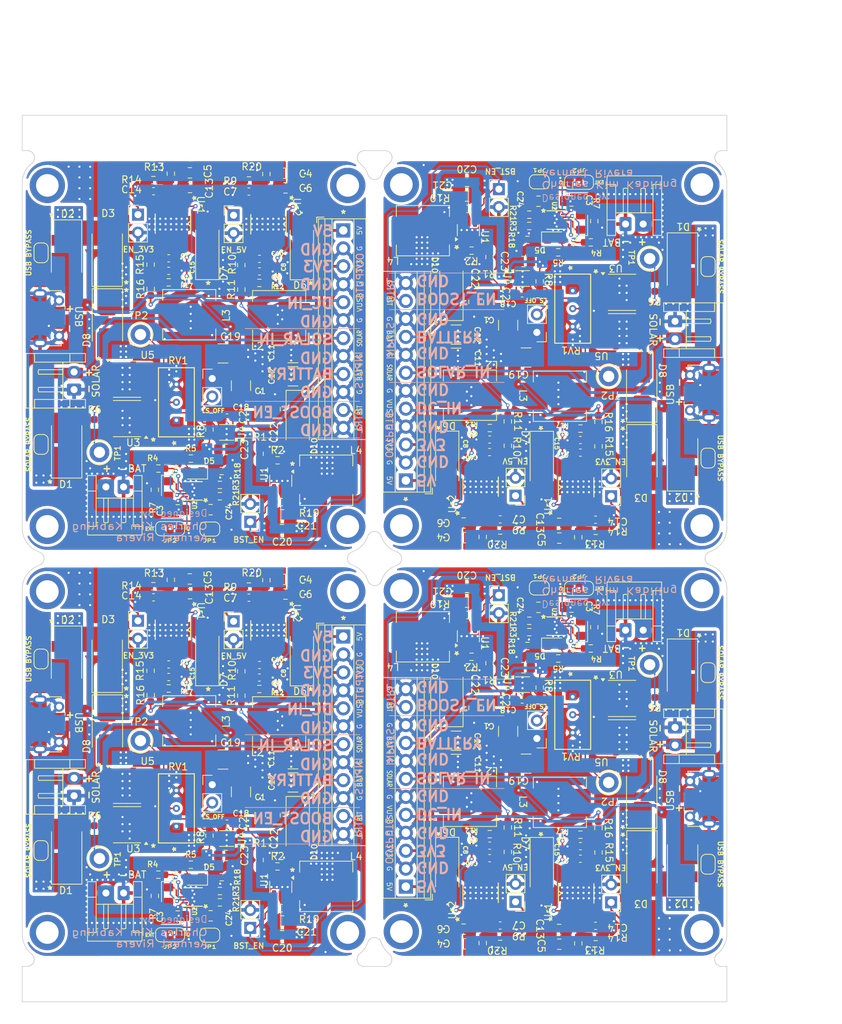
<source format=kicad_pcb>
(kicad_pcb (version 20240108) (generator "pcbnew") (generator_version "8.0")
  (layers (0 "F.Cu" signal) (31 "B.Cu" signal) (34 "B.Paste" user) (35 "F.Paste" user) (36 "B.SilkS" user "B.Silkscreen") (37 "F.SilkS" user "F.Silkscreen") (38 "B.Mask" user) (39 "F.Mask" user) (44 "Edge.Cuts" user))
  (net 0 "")
  (net 1 "Board_0-/PG")
  (net 2 "Board_0-3.3VOUT")
  (net 3 "Board_0-5VOUT")
  (net 4 "Board_0-BATT +")
  (net 5 "Board_0-BOOST_EN")
  (net 6 "Board_0-DC IN")
  (net 7 "Board_0-EXTERNAL_SUP")
  (net 8 "Board_0-GND")
  (net 9 "Board_0-Net-(C16-Pad2)")
  (net 10 "Board_0-Net-(C9-Pad2)")
  (net 11 "Board_0-Net-(D10-A)")
  (net 12 "Board_0-Net-(D10-K)")
  (net 13 "Board_0-Net-(D3-K)")
  (net 14 "Board_0-Net-(D4-A)")
  (net 15 "Board_0-Net-(D4-K)")
  (net 16 "Board_0-Net-(D5-A)")
  (net 17 "Board_0-Net-(D6-K)")
  (net 18 "Board_0-Net-(D7-K)")
  (net 19 "Board_0-Net-(J1-Pin_1)")
  (net 20 "Board_0-Net-(J2-Pin_1)")
  (net 21 "Board_0-Net-(J7-Pin_2)")
  (net 22 "Board_0-Net-(JP1-A)")
  (net 23 "Board_0-Net-(JP1-B)")
  (net 24 "Board_0-Net-(JP2-C)")
  (net 25 "Board_0-Net-(U1-FB)")
  (net 26 "Board_0-Net-(U1-IN)")
  (net 27 "Board_0-Net-(U2-PRETERM)")
  (net 28 "Board_0-Net-(U2-TS)")
  (net 29 "Board_0-Net-(U3A-+)")
  (net 30 "Board_0-Net-(U3A--)")
  (net 31 "Board_0-Net-(U4-CT)")
  (net 32 "Board_0-Net-(Ur1-BOOT)")
  (net 33 "Board_0-Net-(Ur1-COMP)")
  (net 34 "Board_0-Net-(Ur1-SS)")
  (net 35 "Board_0-Net-(Ur1-VSENSE)")
  (net 36 "Board_0-Net-(Ur2-BOOT)")
  (net 37 "Board_0-Net-(Ur2-COMP)")
  (net 38 "Board_0-Net-(Ur2-SS)")
  (net 39 "Board_0-Net-(Ur2-VSENSE)")
  (net 40 "Board_0-SOLAR IN")
  (net 41 "Board_0-unconnected-(J3-D+-Pad3)")
  (net 42 "Board_0-unconnected-(J3-D--Pad2)")
  (net 43 "Board_0-unconnected-(J3-ID-Pad4)")
  (net 44 "Board_0-unconnected-(U1-NC-Pad6)")
  (net 45 "Board_0-unconnected-(U2-NC-Pad6)")
  (net 46 "Board_1-/PG")
  (net 47 "Board_1-3.3VOUT")
  (net 48 "Board_1-5VOUT")
  (net 49 "Board_1-BATT +")
  (net 50 "Board_1-BOOST_EN")
  (net 51 "Board_1-DC IN")
  (net 52 "Board_1-EXTERNAL_SUP")
  (net 53 "Board_1-GND")
  (net 54 "Board_1-Net-(C16-Pad2)")
  (net 55 "Board_1-Net-(C9-Pad2)")
  (net 56 "Board_1-Net-(D10-A)")
  (net 57 "Board_1-Net-(D10-K)")
  (net 58 "Board_1-Net-(D3-K)")
  (net 59 "Board_1-Net-(D4-A)")
  (net 60 "Board_1-Net-(D4-K)")
  (net 61 "Board_1-Net-(D5-A)")
  (net 62 "Board_1-Net-(D6-K)")
  (net 63 "Board_1-Net-(D7-K)")
  (net 64 "Board_1-Net-(J1-Pin_1)")
  (net 65 "Board_1-Net-(J2-Pin_1)")
  (net 66 "Board_1-Net-(J7-Pin_2)")
  (net 67 "Board_1-Net-(JP1-A)")
  (net 68 "Board_1-Net-(JP1-B)")
  (net 69 "Board_1-Net-(JP2-C)")
  (net 70 "Board_1-Net-(U1-FB)")
  (net 71 "Board_1-Net-(U1-IN)")
  (net 72 "Board_1-Net-(U2-PRETERM)")
  (net 73 "Board_1-Net-(U2-TS)")
  (net 74 "Board_1-Net-(U3A-+)")
  (net 75 "Board_1-Net-(U3A--)")
  (net 76 "Board_1-Net-(U4-CT)")
  (net 77 "Board_1-Net-(Ur1-BOOT)")
  (net 78 "Board_1-Net-(Ur1-COMP)")
  (net 79 "Board_1-Net-(Ur1-SS)")
  (net 80 "Board_1-Net-(Ur1-VSENSE)")
  (net 81 "Board_1-Net-(Ur2-BOOT)")
  (net 82 "Board_1-Net-(Ur2-COMP)")
  (net 83 "Board_1-Net-(Ur2-SS)")
  (net 84 "Board_1-Net-(Ur2-VSENSE)")
  (net 85 "Board_1-SOLAR IN")
  (net 86 "Board_1-unconnected-(J3-D+-Pad3)")
  (net 87 "Board_1-unconnected-(J3-D--Pad2)")
  (net 88 "Board_1-unconnected-(J3-ID-Pad4)")
  (net 89 "Board_1-unconnected-(U1-NC-Pad6)")
  (net 90 "Board_1-unconnected-(U2-NC-Pad6)")
  (net 91 "Board_2-/PG")
  (net 92 "Board_2-3.3VOUT")
  (net 93 "Board_2-5VOUT")
  (net 94 "Board_2-BATT +")
  (net 95 "Board_2-BOOST_EN")
  (net 96 "Board_2-DC IN")
  (net 97 "Board_2-EXTERNAL_SUP")
  (net 98 "Board_2-GND")
  (net 99 "Board_2-Net-(C16-Pad2)")
  (net 100 "Board_2-Net-(C9-Pad2)")
  (net 101 "Board_2-Net-(D10-A)")
  (net 102 "Board_2-Net-(D10-K)")
  (net 103 "Board_2-Net-(D3-K)")
  (net 104 "Board_2-Net-(D4-A)")
  (net 105 "Board_2-Net-(D4-K)")
  (net 106 "Board_2-Net-(D5-A)")
  (net 107 "Board_2-Net-(D6-K)")
  (net 108 "Board_2-Net-(D7-K)")
  (net 109 "Board_2-Net-(J1-Pin_1)")
  (net 110 "Board_2-Net-(J2-Pin_1)")
  (net 111 "Board_2-Net-(J7-Pin_2)")
  (net 112 "Board_2-Net-(JP1-A)")
  (net 113 "Board_2-Net-(JP1-B)")
  (net 114 "Board_2-Net-(JP2-C)")
  (net 115 "Board_2-Net-(U1-FB)")
  (net 116 "Board_2-Net-(U1-IN)")
  (net 117 "Board_2-Net-(U2-PRETERM)")
  (net 118 "Board_2-Net-(U2-TS)")
  (net 119 "Board_2-Net-(U3A-+)")
  (net 120 "Board_2-Net-(U3A--)")
  (net 121 "Board_2-Net-(U4-CT)")
  (net 122 "Board_2-Net-(Ur1-BOOT)")
  (net 123 "Board_2-Net-(Ur1-COMP)")
  (net 124 "Board_2-Net-(Ur1-SS)")
  (net 125 "Board_2-Net-(Ur1-VSENSE)")
  (net 126 "Board_2-Net-(Ur2-BOOT)")
  (net 127 "Board_2-Net-(Ur2-COMP)")
  (net 128 "Board_2-Net-(Ur2-SS)")
  (net 129 "Board_2-Net-(Ur2-VSENSE)")
  (net 130 "Board_2-SOLAR IN")
  (net 131 "Board_2-unconnected-(J3-D+-Pad3)")
  (net 132 "Board_2-unconnected-(J3-D--Pad2)")
  (net 133 "Board_2-unconnected-(J3-ID-Pad4)")
  (net 134 "Board_2-unconnected-(U1-NC-Pad6)")
  (net 135 "Board_2-unconnected-(U2-NC-Pad6)")
  (net 136 "Board_3-/PG")
  (net 137 "Board_3-3.3VOUT")
  (net 138 "Board_3-5VOUT")
  (net 139 "Board_3-BATT +")
  (net 140 "Board_3-BOOST_EN")
  (net 141 "Board_3-DC IN")
  (net 142 "Board_3-EXTERNAL_SUP")
  (net 143 "Board_3-GND")
  (net 144 "Board_3-Net-(C16-Pad2)")
  (net 145 "Board_3-Net-(C9-Pad2)")
  (net 146 "Board_3-Net-(D10-A)")
  (net 147 "Board_3-Net-(D10-K)")
  (net 148 "Board_3-Net-(D3-K)")
  (net 149 "Board_3-Net-(D4-A)")
  (net 150 "Board_3-Net-(D4-K)")
  (net 151 "Board_3-Net-(D5-A)")
  (net 152 "Board_3-Net-(D6-K)")
  (net 153 "Board_3-Net-(D7-K)")
  (net 154 "Board_3-Net-(J1-Pin_1)")
  (net 155 "Board_3-Net-(J2-Pin_1)")
  (net 156 "Board_3-Net-(J7-Pin_2)")
  (net 157 "Board_3-Net-(JP1-A)")
  (net 158 "Board_3-Net-(JP1-B)")
  (net 159 "Board_3-Net-(JP2-C)")
  (net 160 "Board_3-Net-(U1-FB)")
  (net 161 "Board_3-Net-(U1-IN)")
  (net 162 "Board_3-Net-(U2-PRETERM)")
  (net 163 "Board_3-Net-(U2-TS)")
  (net 164 "Board_3-Net-(U3A-+)")
  (net 165 "Board_3-Net-(U3A--)")
  (net 166 "Board_3-Net-(U4-CT)")
  (net 167 "Board_3-Net-(Ur1-BOOT)")
  (net 168 "Board_3-Net-(Ur1-COMP)")
  (net 169 "Board_3-Net-(Ur1-SS)")
  (net 170 "Board_3-Net-(Ur1-VSENSE)")
  (net 171 "Board_3-Net-(Ur2-BOOT)")
  (net 172 "Board_3-Net-(Ur2-COMP)")
  (net 173 "Board_3-Net-(Ur2-SS)")
  (net 174 "Board_3-Net-(Ur2-VSENSE)")
  (net 175 "Board_3-SOLAR IN")
  (net 176 "Board_3-unconnected-(J3-D+-Pad3)")
  (net 177 "Board_3-unconnected-(J3-D--Pad2)")
  (net 178 "Board_3-unconnected-(J3-ID-Pad4)")
  (net 179 "Board_3-unconnected-(U1-NC-Pad6)")
  (net 180 "Board_3-unconnected-(U2-NC-Pad6)")
  (footprint "TestPoint:TestPoint_Keystone_5005-5009_Compact" (layer "F.Cu") (at 181.629014 114.39154 90)
    (property "Reference" "TP2")
    (property "Value" "TP_Vcomp")
  )
  (footprint "Inductor_SMD:L_Sunlord_MWSA0603S" (layer "F.Cu") (at 162.000514 59.59802 180)
    (property "Reference" "L2")
    (property "Value" "5.6uH")
  )
  (footprint "Resistor_SMD:R_0603_1608Metric_Pad0.98x0.95mm_HandSolder" (layer "F.Cu") (at 162.231514 39.14802 180)
    (property "Reference" "R2")
    (property "Value" "7.5K")
  )
  (footprint "Capacitor_SMD:C_0805_2012Metric_Pad1.18x1.45mm_HandSolder" (layer "F.Cu") (at 161.590514 29.33552)
    (property "Reference" "C20")
    (property "Value" "22uF")
  )
  (footprint "Resistor_SMD:R_0603_1608Metric_Pad0.98x0.95mm_HandSolder" (layer "F.Cu") (at 180.193014 66.83302 90)
    (property "Reference" "R15")
    (property "Value" "60.4K")
  )
  (footprint "Inductor_SMD:L_Sunlord_MWSA0603S" (layer "F.Cu") (at 134.999486 105.81302)
    (property "Reference" "L2")
    (property "Value" "5.6uH")
  )
  (footprint "Capacitor_SMD:C_0805_2012Metric_Pad1.18x1.45mm_HandSolder" (layer "F.Cu") (at 120.646986 75.8305)
    (property "Reference" "C3")
    (property "Value" "10uF")
  )
  (footprint "Diode_SMD:D_SMB_Handsoldering" (layer "F.Cu") (at 104.906986 96.96552 -90)
    (property "Reference" "D2")
    (property "Value" "SS54L")
  )
  (footprint "TestPoint:TestPoint_Keystone_5005-5009_Compact" (layer "F.Cu") (at 187.433014 40.27552 90)
    (property "Reference" "TP1")
    (property "Value" "TP_Vref")
  )
  (footprint "InnovationCentral:TPS54331" (layer "F.Cu") (at 177.038014 72.62552 90)
    (property "Reference" "Ur1")
    (property "Value" "TPS54331DR")
  )
  (footprint "Capacitor_SMD:C_0805_2012Metric_Pad1.18x1.45mm_HandSolder" (layer "F.Cu") (at 132.340986 61.533 90)
    (property "Reference" "C1")
    (property "Value" "22uF")
  )
  (footprint "Package_TO_SOT_SMD:SOT-23-6" (layer "F.Cu") (at 135.226986 129.16302 -90)
    (property "Reference" "U1")
    (property "Value" "MT3608")
  )
  (footprint "Jumper:SolderJumper-2_P1.3mm_Open_RoundedPad1.0x1.5mm" (layer "F.Cu") (at 101.306986 39.4605 -90)
    (property "Reference" "JP4" (hide yes))
    (property "Value" "SolderJumper_2_Open")
  )
  (footprint "Connector_JST:JST_EH_S2B-EH_1x02_P2.50mm_Horizontal" (layer "F.Cu") (at 105.976986 116.26552 90)
    (property "Reference" "J4" (hide yes))
    (property "Value" "Conn_01x02_Socket")
  )
  (footprint "Capacitor_SMD:C_1210_3225Metric_Pad1.33x2.70mm_HandSolder" (layer "F.Cu") (at 127.054986 111.14152)
    (property "Reference" "C19")
    (property "Value" "47uF")
  )
  (footprint "Connector_USB:USB_Micro-B_Molex-105017-0001" (layer "F.Cu") (at 102.394486 48.7105 -90)
    (property "Reference" "J3" (hide yes))
    (property "Value" "USB_B_Micro")
  )
  (footprint "BQ24040DSQR:DSQ10_P9X1P5" (layer "F.Cu") (at 174.185514 34.820521)
    (property "Reference" "U2")
    (property "Value" "BQ24040DSQR")
  )
  (footprint "MountingHole:MountingHole_3.2mm_M3" (layer "F.Cu") (at 144.707986 29.9205 -90)
    (property "Reference" "H3" (hide yes))
    (property "Value" "MountingHole")
  )
  (footprint "Jumper:SolderJumper-3_P1.3mm_Open_RoundedPad1.0x1.5mm" (layer "F.Cu") (at 119.566986 135.93552)
    (property "Reference" "JP2")
    (property "Value" "SolderJumper_3_Open")
  )
  (footprint "LED_SMD:LED_0805_2012Metric_Pad1.15x1.40mm_HandSolder" (layer "F.Cu") (at 119.306986 72.7955 -90)
    (property "Reference" "D4")
    (property "Value" "CHG")
  )
  (footprint "Resistor_SMD:R_0603_1608Metric_Pad0.98x0.95mm_HandSolder" (layer "F.Cu") (at 170.393014 34.06052 180)
    (property "Reference" "R21")
    (property "Value" "1K")
  )
  (footprint "Connector_PinHeader_2.54mm:PinHeader_1x02_P2.54mm_Vertical" (layer "F.Cu") (at 128.551986 91.59052)
    (property "Reference" "J2" (hide yes))
    (property "Value" "Conn_01x02_Pin")
  )
  (footprint "Capacitor_SMD:C_0805_2012Metric_Pad1.18x1.45mm_HandSolder" (layer "F.Cu") (at 174.618014 135.19054 180)
    (property "Reference" "C13")
    (property "Value" "22uF")
  )
  (footprint "Capacitor_SMD:C_0805_2012Metric_Pad1.18x1.45mm_HandSolder" (layer "F.Cu") (at 161.583014 88.88054)
    (property "Reference" "C21")
    (property "Value" "22uF")
  )
  (footprint "Capacitor_SMD:C_0603_1608Metric_Pad1.08x0.95mm_HandSolder" (layer "F.Cu") (at 132.209486 99.54552 180)
    (property "Reference" "C9")
    (property "Value" "1nF")
  )
  (footprint "Resistor_SMD:R_0603_1608Metric_Pad0.98x0.95mm_HandSolder" (layer "F.Cu") (at 163.808014 79.64552 90)
    (property "Reference" "R20")
    (property "Value" "169K")
  )
  (footprint "Capacitor_SMD:C_0603_1608Metric_Pad1.08x0.95mm_HandSolder" (layer "F.Cu") (at 117.221986 30.7405 180)
    (property "Reference" "C14")
    (property "Value" "8.2nF")
  )
  (footprint "3296W:3296W-1-103_BRN" (layer "F.Cu") (at 176.543014 44.81552 -90)
    (property "Reference" "RV1")
    (property "Value" "R_Potentiometer_Small")
  )
  (footprint "Capacitor_SMD:C_0603_1608Metric_Pad1.08x0.95mm_HandSolder" (layer "F.Cu") (at 132.216986 97.76552 180)
    (property "Reference" "C10")
    (property "Value" "10pF")
  )
  (footprint "Capacitor_SMD:C_0805_2012Metric_Pad1.18x1.45mm_HandSolder" (layer "F.Cu") (at 174.638014 137.27054 180)
    (property "Reference" "C5")
    (property "Value" "22uF")
  )
  (footprint "Jumper:SolderJumper-2_P1.3mm_Open_RoundedPad1.0x1.5mm" (layer "F.Cu") (at 125.186986 78.5405)
    (property "Reference" "JP1")
    (property "Value" "SolderJumper_2_Open")
  )
  (footprint "Resistor_SMD:R_0603_1608Metric_Pad0.98x0.95mm_HandSolder" (layer "F.Cu") (at 167.360514 124.21054 90)
    (property "Reference" "R10")
    (property "Value" "60.4K")
  )
  (footprint "Diode_SMD:D_SMB_Handsoldering" (layer "F.Cu") (at 104.906986 39.5105 -90)
    (property "Reference" "D2")
    (property "Value" "SS54L")
  )
  (footprint "LED_SMD:LED_0805_2012Metric_Pad1.15x1.40mm_HandSolder" (layer "F.Cu") (at 177.693014 35.16052 90)
    (property "Reference" "D4")
    (property "Value" "CHG")
  )
  (footprint "Resistor_SMD:R_0603_1608Metric_Pad0.98x0.95mm_HandSolder" (layer "F.Cu") (at 132.228486 67.8955 -90)
    (property "Reference" "R1")
    (property "Value" "100K")
  )
  (footprint "Diode_SMD:D_SMB_Handsoldering" (layer "F.Cu") (at 104.931986 124.06552 90)
    (property "Reference" "D1")
    (property "Value" "SS54L")
  )
  (footprint "Jumper:SolderJumper-2_P1.3mm_Open_RoundedPad1.0x1.5mm" (layer "F.Cu") (at 101.306986 124.01552 90)
    (property "Reference" "JP3" (hide yes))
    (property "Value" "SolderJumper_2_Open")
  )
  (footprint "Connector_JST:JST_EH_S2B-EH_1x02_P2.50mm_Horizontal" (layer "F.Cu") (at 184.013014 92.84054)
    (property "Reference" "J6" (hide yes))
    (property "Value" "Conn_01x02_Socket")
  )
  (footprint "Capacitor_SMD:C_0805_2012Metric_Pad1.18x1.45mm_HandSolder" (layer "F.Cu") (at 176.353014 89.58054 180)
    (property "Reference" "C3")
    (property "Value" "10uF")
  )
  (footprint "Resistor_SMD:R_0603_1608Metric_Pad0.98x0.95mm_HandSolder" (layer "F.Cu") (at 126.866986 70.3255 180)
    (property "Reference" "R18")
    (property "Value" "1K")
  )
  (footprint "MountingHole:MountingHole_3.2mm_M3" (layer "F.Cu") (at 144.707986 78.1582 -90)
    (property "Reference" "H2" (hide yes))
    (property "Value" "MountingHole")
  )
  (footprint "Inductor_SMD:L_Sunlord_MWSA0603S" (layer "F.Cu") (at 155.338014 93.78054)
    (property "Reference" "L4")
    (property "Value" "5.6uH")
  )
  (footprint "Resistor_SMD:R_0603_1608Metric_Pad0.98x0.95mm_HandSolder" (layer "F.Cu") (at 179.798014 78.78552)
    (property "Reference" "R14")
    (property "Value" "63.4K")
  )
  (footprint "Capacitor_SMD:C_1210_3225Metric_Pad1.33x2.70mm_HandSolder" (layer "F.Cu") (at 136.956986 111.10552)
    (property "Reference" "C11")
    (property "Value" "47uF")
  )
  (footprint "Diode_SMD:D_SMB_Handsoldering" (layer "F.Cu") (at 110.666986 96.94302 90)
    (property "Reference" "D3")
    (property "Value" "SS54L")
  )
  (footprint "Resistor_SMD:R_0603_1608Metric_Pad0.98x0.95mm_HandSolder" (layer "F.Cu") (at 117.406986 130.43802 -90)
    (property "Reference" "R7")
    (property "Value" "1.5K")
  )
  (footprint "InnovationCentral:TPS54331" (layer "F.Cu") (at 119.961986 92.78552 -90)
    (property "Reference" "Ur1")
    (property "Value" "TPS54331DR")
  )
  (footprint "Package_SO:SOIC-8_3.9x4.9mm_P1.27mm" (layer "F.Cu") (at 183.523014 102.50054)
    (property "Reference" "U3")
    (property "Value" "LM2903")
  )
  (footprint "Jumper:SolderJumper-3_P1.3mm_Open_RoundedPad1.0x1.5mm" (layer "F.Cu") (at 177.433014 29.47552 180)
    (property "Reference" "JP2")
    (property "Value" "SolderJumper_3_Open")
  )
  (footprint "Package_SO:SOIC-8_3.9x4.9mm_P1.27mm" (layer "F.Cu") (at 113.476986 120.36552 180)
    (property "Reference" "U3")
    (property "Value" "LM2903")
  )
  (footprint "LED_SMD:LED_0805_2012Metric_Pad1.15x1.40mm_HandSolder" (layer "F.Cu") (at 123.006986 70.4955 180)
    (property "Reference" "D5")
    (property "Value" "PGOOD")
  )
  (footprint "Resistor_SMD:R_0603_1608Metric_Pad0.98x0.95mm_HandSolder" (layer "F.Cu") (at 130.721986 86.67552 180)
    (property "Reference" "R9")
    (property "Value" "44.2K")
  )
  (footprint "Diode_SMD:D_SMA_Handsoldering" (layer "F.Cu") (at 158.783014 126.65054 -90)
    (property "Reference" "D6")
    (property "Value" "B340")
  )
  (footprint "MountingHole:MountingHole_3.2mm_M3" (layer "F.Cu") (at 102.196986 87.37552 -90)
    (property "Reference" "H4" (hide yes))
    (property "Value" "MountingHole")
  )
  (footprint "Capacitor_SMD:C_0805_2012Metric_Pad1.18x1.45mm_HandSolder" (layer "F.Cu") (at 120.646986 133.28552)
    (property "Reference" "C3")
    (property "Value" "10uF")
  )
  (footprint "MountingHole:MountingHole_3.2mm_M3" (layer "F.Cu") (at 144.707986 87.37552 -90)
    (property "Reference" "H3" (hide yes))
    (property "Value" "MountingHole")
  )
  (footprint "Connector_PinHeader_2.54mm:PinHeader_1x02_P2.54mm_Vertical" (layer "F.Cu") (at 166.093014 30.44552)
    (property "Reference" "J5" (hide yes))
    (property "Value" "Conn_01x02_Pin")
  )
  (footprint "Capacitor_SMD:C_0603_1608Metric_Pad1.08x0.95mm_HandSolder" (layer "F.Cu") (at 119.376986 97.68802 180)
    (property "Reference" "C17")
    (property "Value" "10pF")
  )
  (footprint "Diode_SMD:D_SMA_Handsoldering" (layer "F.Cu") (at 172.168014 126.67304 -90)
    (property "Reference" "D7")
    (property "Value" "B340")
  )
  (footprint "TestPoint:TestPoint_Keystone_5005-5009_Compact" (layer "F.Cu") (at 115.370986 108.47452 -90)
    (property "Reference" "TP2")
    (property "Value" "TP_Vcomp")
  )
  (footprint "Capacitor_SMD:C_0603_1608Metric_Pad1.08x0.95mm_HandSolder" (layer "F.Cu") (at 179.778014 134.67054)
    (property "Reference" "C14")
    (property "Value" "8.2nF")
  )
  (footprint "Diode_SMD:D_SMB_Handsoldering" (layer "F.Cu") (at 192.093014 68.44552 90)
    (property "Reference" "D2")
    (property "Value" "SS54L")
  )
  (footprint "Capacitor_SMD:C_0805_2012Metric_Pad1.18x1.45mm_HandSolder" (layer "F.Cu") (at 127.425486 124.72002)
    (property "Reference" "C23")
    (property "Value" "10uF")
  )
  (footprint "Package_SO:SOIC-8_3.9x4.9mm_P1.27mm" (layer "F.Cu") (at 113.476986 62.9105 180)
    (property "Reference" "U3")
    (property "Value" "LM2903")
  )
  (footprint "Capacitor_SMD:C_0805_2012Metric_Pad1.18x1.45mm_HandSolder" (layer "F.Cu") (at 135.416986 76.5305 180)
    (property "Reference" "C21")
    (property "Value" "22uF")
  )
  (footprint "Capacitor_SMD:C_0805_2012Metric_Pad1.18x1.45mm_HandSolder" (layer "F.Cu") (at 134.420986 61.5605 90)
    (property "Reference" "C22")
    (property "Value" "22uF")
  )
  (footprint "Capacitor_SMD:C_0805_2012Metric_Pad1.18x1.45mm_HandSolder" (layer "F.Cu") (at 161.120514 79.75552 180)
    (property "Reference" "C4")
    (property "Value" "22uF")
  )
  (footprint "Capacitor_SMD:C_0805_2012Metric_Pad1.18x1.45mm_HandSolder" (layer "F.Cu") (at 125.306986 133.25052)
    (property "Reference" "C24")
    (property "Value" "10uF")
  )
  (footprint "Resistor_SMD:R_0603_1608Metric_Pad0.98x0.95mm_HandSolder" (layer "F.Cu") (at 177.328014 137.15054 90)
    (property "Reference" "R13")
    (property "Value" "169K")
  )
  (footprint "Package_SON:WSON-6-1EP_2x2mm_P0.65mm_EP1x1.6mm" (layer "F.Cu") (at 127.562986 64.8625 180)
    (property "Reference" "U4")
    (property "Value" "TPS22810DRV")
  )
  (footprint "Resistor_SMD:R_0603_1608Metric_Pad0.98x0.95mm_HandSolder" (layer "F.Cu") (at 117.201986 86.62552 180)
    (property "Reference" "R14")
    (property "Value" "63.4K")
  )
  (footprint "Inductor_SMD:L_Sunlord_MWSA0603S" (layer "F.Cu") (at 155.338014 36.32552)
    (property "Reference" "L4")
    (property "Value" "5.6uH")
  )
  (footprint "Resistor_SMD:R_0603_1608Metric_Pad0.98x0.95mm_HandSolder" (layer "F.Cu") (at 170.393014 91.51554 180)
    (property "Reference" "R21")
    (property "Value" "1K")
  )
  (footprint "TestPoint:TestPoint_Keystone_5005-5009_Compact" (layer "F.Cu") (at 109.566986 125.13552 -90)
    (property "Reference" "TP1")
    (property "Value" "TP_Vref")
  )
  (footprint "InnovationCentral:TPS54331" (layer "F.Cu") (at 119.961986 35.3305 -90)
    (property "Reference" "Ur1")
    (property "Value" "TPS54331DR")
  )
  (footprint "Capacitor_SMD:C_0805_2012Metric_Pad1.18x1.45mm_HandSolder" (layer "F.Cu") (at 161.583014 31.42552)
    (property "Reference" "C21")
    (property "Value" "22uF")
  )
  (footprint "InnovationCentral:TPS54331" (layer "F.Cu") (at 163.508014 129.99054 90)
    (property "Reference" "Ur2")
    (property "Value" "TPS54331DR")
  )
  (footprint "Connector_PinHeader_2.54mm:PinHeader_1x02_P2.54mm_Vertical" (layer "F.Cu") (at 125.530986 57.2425)
    (property "Reference" "J7" (hide yes))
    (property "Value" "Conn_01x02_Pin")
  )
  (footprint "Resistor_SMD:R_0603_1608Metric_Pad0.98x0.95mm_HandSolder" (layer "F.Cu") (at 119.671986 28.2605 -90)
    (property "Reference" "R13")
    (property "Value" "169K")
  )
  (footprint "Diode_SMD:D_SMB_Handsoldering" (layer "F.Cu") (at 192.068014 41.34552 -90)
    (property "Reference" "D1")
    (property "Value" "SS54L")
  )
  (footprint "Capacitor_SMD:C_0201_0603Metric_Pad0.64x0.40mm_HandSolder" (layer "F.Cu") (at 121.916986 98.86802 -90)
    (property "Reference" "C15")
    (property "Value" "100nF")
  )
  (footprint "Resistor_SMD:R_0603_1608Metric_Pad0.98x0.95mm_HandSolder" (layer "F.Cu") (at 174.493014 39.390522 180)
    (property "Reference" "R5")
    (property "Value" "1.5K")
  )
  (footprint "Resistor_SMD:R_0603_1608Metric_Pad0.98x0.95mm_HandSolder" (layer "F.Cu") (at 170.133014 95.08554)
    (property "Reference" "R18")
    (property "Value" "1K")
  )
  (footprint "Inductor_SMD:L_Sunlord_MWSA0603S" (layer "F.Cu") (at 162.000514 117.05304 180)
    (property "Reference" "L2")
    (property "Value" "5.6uH")
  )
  (footprint "Capacitor_SMD:C_0805_2012Metric_Pad1.18x1.45mm_HandSolder" (layer "F.Cu") (at 135.893686 87.72922)
    (property "Reference" "C6")
    (property "Value" "22uF")
  )
  (footprint "Capacitor_SMD:C_0805_2012Metric_Pad1.18x1.45mm_HandSolder" (layer "F.Cu") (at 162.579014 103.85054 -90)
    (property "Reference" "C22")
    (property "Value" "22uF")
  )
  (footprint "Resistor_SMD:R_0603_1608Metric_Pad0.98x0.95mm_HandSolder" (layer "F.Cu") (at 116.816986 102.02802 90)
    (property "Reference" "R16")
    (property "Value" "10.2K")
  )
  (footprint "Capacitor_SMD:C_0805_2012Metric_Pad1.18x1.45mm_HandSolder" (layer "F.Cu") (at 161.120514 137.21054 180)
    (property "Reference" "C4")
    (property "Value" "22uF")
  )
  (footprint "MountingHole:MountingHole_3.2mm_M3" (layer "F.Cu") (at 152.292014 78.03552 90)
    (property "Reference" "H3" (hide yes))
    (property "Value" "MountingHole")
  )
  (footprint "Connector_JST:JST_EH_S2B-EH_1x02_P2.50mm_Horizontal" (layer "F.Cu") (at 184.013014 35.38552)
    (property "Reference" "J6" (hide yes))
    (property "Value" "Conn_01x02_Socket")
  )
  (footprint "BQ24040DSQR:DSQ10_P9X1P5" (layer "F.Cu") (at 122.814486 73.135499 180)
    (property "Reference" "U2")
    (property "Value" "BQ24040DSQR")
  )
  (footprint "Connector_JST:JST_EH_S2B-EH_1x02_P2.50mm_Horizontal" (layer "F.Cu") (at 112.986986 72.5705 180)
    (property "Reference" "J6" (hide yes))
    (property "Value" "Conn_01x02_Socket")
  )
  (footprint "TerminalBlock:TerminalBlock_Xinya_XY308-2.54-12P_1x12_P2.54mm_Horizontal" (layer "F.Cu") (at 152.927014 129.12354 90)
    (property "Reference" "J8" (hide yes))
    (property "Value" "PROVISIONAL_PORTS")
  )
  (footprint "Resistor_SMD:R_0603_1608Metric_Pad0.98x0.95mm_HandSolder" (layer "F.Cu") (at 179.798014 136.24054)
    (property "Reference" "R14")
    (property "Value" "63.4K")
  )
  (footprint "Diode_SMD:D_SMA_Handsoldering" (layer "F.Cu") (at 159.373014 101.98804 90)
    (property "Reference" "D10")
    (property "Value" "SS54")
  )
  (footprint "Package_TO_SOT_SMD:SOT-23-6" (layer "F.Cu") (at 161.773014 36.24802 90)
    (property "Reference" "U1")
    (property "Value" "MT3608")
  )
  (footprint "Connector_PinHeader_2.54mm:PinHeader_1x02_P2.54mm_Vertical" (layer "F.Cu") (at 171.469014 50.71352 180)
    (property "Reference" "J7" (hide yes))
    (property "Value" "Conn_01x02_Pin")
  )
  (footprint "Diode_SMD:D_SMB_Handsoldering" (layer "F.Cu") (at 110.696986 49.2505 -90)
    (property "Reference" "D8")
    (property "Value" "SS54L")
  )
  (footprint "Capacitor_SMD:C_1210_3225Metric_Pad1.33x2.70mm_HandSolder" (layer "F.Cu") (at 160.043014 51.02552 180)
    (property "Reference" "C12")
    (property "Value" "47uF")
  )
  (footprint "Resistor_SMD:R_0603_1608Metric_Pad0.98x0.95mm_HandSolder" (layer "F.Cu") (at 161.793014 33.23552)
    (property "Reference" "R19")
    (property "Value" "10K")
  )
  (footprint "Capacitor_SMD:C_0805_2012Metric_Pad1.18x1.45mm_HandSolder" (layer "F.Cu") (at 162.579014 46.39552 -90)
    (property "Reference" "C22")
    (property "Value" "22uF")
  )
  (footprint "Inductor_SMD:L_Sunlord_MWSA0603S" (layer "F.Cu") (at 174.723014 117.20054 180)
    (property "Reference" "L3")
    (property "Value" "5.6uH")
  )
  (footprint "Capacitor_SMD:C_1210_3225Metric_Pad1.33x2.70mm_HandSolder" (layer "F.Cu") (at 136.956986 53.6505)
    (property "Reference" "C11")
    (property "Value" "47uF")
  )
  (footprint "Resistor_SMD:R_0603_1608Metric_Pad0.98x0.95mm_HandSolder" (layer "F.Cu") (at 179.093014 37.98052)
    (property "Reference" "R4")
    (property "Value" "10K")
  )
  (footprint "Diode_SMD:D_SMB_Handsoldering" (layer "F.Cu") (at 110.696986 106.70552 -90)
    (property "Reference" "D8")
    (property "Value" "SS54L")
  )
  (footprint "Diode_SMD:D_SMA_Handsoldering" (layer "F.Cu") (at 172.168014 69.21802 -90)
    (property "Reference" "D7")
    (property "Value" "B340")
  )
  (footprint "Resistor_SMD:R_0603_1608Metric_Pad0.98x0.95mm_HandSolder" (layer "F.Cu") (at 164.771514 97.51554 90)
    (property "Reference" "R1")
    (property "Value" "100K")
  )
  (footprint "Capacitor_SMD:C_0603_1608Metric_Pad1.08x0.95mm_HandSolder" (layer "F.Cu") (at 179.778014 77.21552)
    (property "Reference" "C14")
    (property "Value" "8.2nF")
  )
  (footprint "Resistor_SMD:R_0603_1608Metric_Pad0.98x0.95mm_HandSolder" (layer "F.Cu") (at 117.906986 69.9755 180)
    (property "Reference" "R4")
    (property "Value" "10K")
  )
  (footprint "Diode_SMD:D_SMB_Handsoldering" (layer "F.Cu") (at 110.666986 39.488 90)
    (property "Reference" "D3")
    (property "Value" "SS54L")
  )
  (footprint "Resistor_SMD:R_0603_1608Metric_Pad0.98x0.95mm_HandSolder" (layer "F.Cu") (at 132.199486 101.16802)
    (property "Reference" "R12")
    (property "Value" "1.96K")
  )
  (footprint "Resistor_SMD:R_0603_1608Metric_Pad0.98x0.95mm_HandSolder" (layer "F.Cu") (at 171.864514 43.50102 -90)
    (property "Reference" "R8")
    (property "Value" "10K")
  )
  (footprint "Capacitor_SMD:C_0603_1608Metric_Pad1.08x0.95mm_HandSolder" (layer "F.Cu") (at 127.615486 120.21002)
    (property "Reference" "C2")
    (property "Value" "1nF")
  )
  (footprint "Connector_PinHeader_2.54mm:PinHeader_1x02_P2.54mm_Vertical" (layer "F.Cu") (at 130.906986 134.96552 180)
    (property "Reference" "J5" (hide yes))
    (property "Value" "Conn_01x02_Pin")
  )
  (footprint "Diode_SMD:D_SMA_Handsoldering" (layer "F.Cu") (at 137.626986 120.87802 -90)
    (property "Reference" "D10")
    (property "Value" "SS54")
  )
  (footprint "Jumper:SolderJumper-2_P1.3mm_Open_RoundedPad1.0x1.5mm" (layer "F.Cu") (at 195.693014 68.49552 90)
    (property "Reference" "JP4" (hide yes))
    (property "Value" "SolderJumper_2_Open")
  )
  (footprint "Capacitor_SMD:C_0805_2012Metric_Pad1.18x1.45mm_HandSolder" (layer "F.Cu") (at 135.409486 78.6205 180)
    (property "Reference" "C20")
    (property "Value" "22uF")
  )
  (footprint "Connector_PinHeader_2.54mm:PinHeader_1x02_P2.54mm_Vertical" (layer "F.Cu") (at 128.551986 34.1355)
    (property "Reference" "J2" (hide yes))
    (property "Value" "Conn_01x02_Pin")
  )
  (footprint "Jumper:SolderJumper-2_P1.3mm_Open_RoundedPad1.0x1.5mm" (layer "F.Cu") (at 195.693014 125.95054 90)
    (property "Reference" "JP4" (hide yes))
    (property "Value" "SolderJumper_2_Open")
  )
  (footprint "Capacitor_SMD:C_0805_2012Metric_Pad1.18x1.45mm_HandSolder" (layer "F.Cu") (at 169.574514 98.14604 180)
    (property "Reference" "C23")
    (property "Value" "10uF")
  )
  (footprint "LED_SMD:LED_0805_2012Metric_Pad1.15x1.40mm_HandSolder" (layer "F.Cu") (at 173.993014 94.91554)
    (property "Reference" "D5")
    (property "Value" "PGOOD")
  )
  (footprint "Resistor_SMD:R_0603_1608Metric_Pad0.98x0.95mm_HandSolder" (layer "F.Cu") (at 179.593014 92.42804 90)
    (property "Reference" "R7")
    (property "Value" "1.5K")
  )
  (footprint "Resistor_SMD:R_0603_1608Metric_Pad0.98x0.95mm_HandSolder" (layer "F.Cu") (at 116.806986 98.57802 -90)
    (property "Reference" "R15")
    (property "Value" "60.4K")
  )
  (footprint "Connector_JST:JST_EH_S2B-EH_1x02_P2.50mm_Horizontal" (layer "F.Cu") (at 191.023014 106.60054 -90)
    (property "Reference" "J4" (hide yes))
    (property "Value" "Conn_01x02_Socket")
  )
  (footprint "Capacitor_SMD:C_1210_3225Metric_Pad1.33x2.70mm_HandSolder" (layer "F.Cu") (at 169.945014 54.26952 180)
    (property "Reference" "C19")
    (property "Value" "47uF")
  )
  (footprint "Resistor_SMD:R_0603_1608Metric_Pad0.98x0.95mm_HandSolder" (layer "F.Cu") (at 117.406986 72.983 -90)
    (property "Reference" "R7")
    (property "Value" "1.5K")
  )
  (footprint "Jumper:SolderJumper-2_P1.3mm_Open_RoundedPad1.0x1.5mm" (layer "F.Cu") (at 125.186986 135.99552)
    (property "Reference" "JP1")
    (property "Value" "SolderJumper_2_Open")
  )
  (footprint "Capacitor_SMD:C_0805_2012Metric_Pad1.18x1.45mm_HandSolder" (layer "F.Cu") (at 161.106314 135.13684 180)
    (property "Reference" "C6")
    (property "Value" "22uF")
  )
  (footprint "Resistor_SMD:R_0603_1608Metric_Pad0.98x0.95mm_HandSolder" (layer "F.Cu") (at 163.808014 137.10054 90)
    (property "Reference" "R20")
    (property "Value" "169K")
  )
  (footprint "Diode_SMD:D_SMA_Handsoldering" (layer "F.Cu") (at 138.216986 38.7605 90)
    (property "Reference" "D6")
    (property "Value" "B340")
  )
  (footprint "TestPoint:TestPoint_Keystone_5005-5009_Compact" (layer "F.Cu") (at 115.370986 51.0195 -90)
    (property "Reference" "TP2")
    (property "Value" "TP_Vcomp")
  )
  (footprint "Resistor_SMD:R_0603_1608Metric_Pad0.98x0.95mm_HandSolder" (layer "F.Cu") (at 166.278014 136.19054)
    (property "Reference" "R9")
    (property "Value" "44.2K")
  )
  (footprint "Package_SON:WSON-6-1EP_2x2mm_P0.65mm_EP1x1.6mm" (layer "F.Cu") (at 169.437014 100.54854)
    (property "Reference" "U4")
    (property "Value" "TPS22810DRV")
  )
  (footprint "Resistor_SMD:R_0603_1608Metric_Pad0.98x0.95mm_HandSolder" (layer "F.Cu") (at 129.646986 44.6505 90)
    (property "Reference" "R11")
    (property "Value" "10.2K")
  )
  (footprint "Capacitor_SMD:C_0805_2012Metric_Pad1.18x1.45mm_HandSolder" (layer "F.Cu") (at 135.893686 30.2742)
    (property "Reference" "C6")
    (property "Value" "22uF")
  )
  (footprint "Diode_SMD:D_SMA_Handsoldering" (layer "F.Cu") (at 158.783014 69.19552 -90)
    (property "Reference" "D6")
    (property "Value" "B340")
  )
  (footprint "Diode_SMD:D_SMB_Handsoldering" (layer "F.Cu") (at 186.333014 68.46802 -90)
    (property "Reference" "D3")
    (property "Value" "SS54L")
  )
  (footprint "Resistor_SMD:R_0603_1608Metric_Pad0.98x0.95mm_HandSolder" (layer "F.Cu") (at 134.768486 126.26302)
    (property "Reference" "R2")
    (property "Value" "7.5K")
  )
  (footprint "LED_SMD:LED_0805_2012Metric_Pad1.15x1.40mm_HandSolder" (layer "F.Cu") (at 119.306986 130.25052 -90)
    (property "Reference" "D4")
    (property "Value" "CHG")
  )
  (footprint "Capacitor_SMD:C_0603_1608Metric_Pad1.08x0.95mm_HandSolder" (layer "F.Cu") (at 169.384514 102.65604 180)
    (property "Reference" "C2")
    (property "Value" "1nF")
  )
  (footprint "Package_TO_SOT_SMD:SOT-23-6" (layer "F.Cu") (at 135.226986 71.708 -90)
    (property "Reference" "U1")
    (property "Value" "MT3608")
  )
  (footprint "Inductor_SMD:L_Sunlord_MWSA0603S" (layer "F.Cu") (at 134.999486 48.358)
    (property "Reference" "L2")
    (property "Value" "5.6uH")
  )
  (footprint "Capacitor_SMD:C_0603_1608Metric_Pad1.08x0.95mm_HandSolder" (layer "F.Cu") (at 177.625514 123.39804)
    (property "Reference" "C16")
    (property "Value" "1nF")
  )
  (footprint "Capacitor_SMD:C_0805_2012Metric_Pad1.18x1.45mm_HandSolder" (layer "F.Cu") (at 161.106314 77.68182 180)
    (property "Reference" "C6")
    (property "Value" "22uF")
  )
  (footprint "Resistor_SMD:R_0603_1608Metric_Pad0.98x0.95mm_HandSolder" (layer "F.Cu") (at 170.133014 37.63052)
    (property "Reference" "R18")
    (property "Value" "1K")
  )
  (footprint "3296W:3296W-1-103_BRN" (layer "F.Cu") (at 120.456986 120.59552 90)
    (property "Reference" "RV1")
    (property "Value" "R_Potentiometer_Small")
  )
  (footprint "Resistor_SMD:R_0603_1608Metric_Pad0.98x0.95mm_HandSolder" (layer "F.Cu") (at 108.836986 121.41302 -90)
    (property "Reference" "R6")
    (property "Value" "10K")
  )
  (footprint "Resistor_SMD:R_0603_1608Metric_Pad0.98x0.95mm_HandSolder" (layer "F.Cu") (at 126.606986 129.75052)
    (property "Reference" "R3")
    (property "Value" "2K")
  )
  (footprint "MountingHole:MountingHole_3.2mm_M3" (layer "F.Cu") (at 102.186986 78.1582 -90)
    (property "Reference" "H1" (hide yes))
    (property "Value" "MountingHole")
  )
  (footprint "Jumper:SolderJumper-2_P1.3mm_Open_RoundedPad1.0x1.5mm" (layer "F.Cu") (at 171.813014 86.87054 180)
    (property "Reference" "JP1")
    (property "Value" "SolderJumper_2_Open")
  )
  (footprint "InnovationCentral:TPS54331" (layer "F.Cu") (at 177.038014 130.08054 90)
    (property "Reference" "Ur1")
    (property "Value" "TPS54331DR")
  )
  (footprint "Connector_PinHeader_2.54mm:PinHeader_1x02_P2.54mm_Vertical" (layer "F.Cu") (at 181.978014 73.90052 180)
    (property "Reference" "J1" (hide yes))
    (property "Value" "Conn_01x02_Pin")
  )
  (footprint "Diode_SMD:D_SMA_Handsoldering" (layer "F.Cu") (at 124.831986 38.738 90)
    (property "Reference" "D7")
    (property "Value" "B340")
  )
  (footprint "Capacitor_SMD:C_0603_1608Metric_Pad1.08x0.95mm_HandSolder" (layer "F.Cu") (at 132.216986 40.3105 180)
    (property "Reference" "C10")
    (property "Value" "10pF")
  )
  (footprint "MountingHole:MountingHole_3.2mm_M3" (layer "F.Cu") (at 194.813014 29.79782 90)
    (property "Reference" "H1" (hide yes))
    (property "Value" "MountingHole")
  )
  (footprint "Capacitor_SMD:C_0201_0603Metric_Pad0.64x0.40mm_HandSolder" (layer "F.Cu") (at 175.083014 66.54302 90)
    (property "Reference" "C15")
    (property "Value" "100nF")
  )
  (footprint "Resistor_SMD:R_0603_1608Metric_Pad0.98x0.95mm_HandSolder" (layer "F.Cu") (at 170.393014 35.66052 180)
    (property "Reference" "R3")
    (property "Value" "2K")
  )
  (footprint "TerminalBlock:TerminalBlock_Xinya_XY308-2.54-12P_1x12_P2.54mm_Horizontal" (layer "F.Cu") (at 144.072986 93.74252 -90)
    (property "Reference" "J8" (hide yes))
    (property "Value" "PROVISIONAL_PORTS")
  )
  (footprint "Resistor_SMD:R_0603_1608Metric_Pad0.98x0.95mm_HandSolder" (layer "F.Cu") (at 122.506986 126.020518)
    (property "Reference" "R5")
    (property "Value" "1.5K")
  )
  (footprint "Capacitor_SMD:C_0805_2012Metric_Pad1.18x1.45mm_HandSolder" (layer "F.Cu") (at 164.659014 103.87804 -90)
    (property "Reference" "C1")
    (property "Value" "22uF")
  )
  (footprint "Capacitor_SMD:C_0603_1608Metric_Pad1.08x0.95mm_HandSolder" (layer "F.Cu") (at 177.623014 67.72302)
    (property "Reference" "C17")
    (property "Value" "10pF")
  )
  (footprint "Connector_PinHeader_2.54mm:PinHeader_1x02_P2.54mm_Vertical" (layer "F.Cu") (at 168.448014 73.82052 180)
    (property "Reference" "J2" (hide yes))
    (property "Value" "Conn_01x02_Pin")
  )
  (footprint "Capacitor_SMD:C_1210_3225Metric_Pad1.33x2.70mm_HandSolder" (layer "F.Cu") (at 136.956986 114.38552)
    (property "Reference" "C12")
    (property "Value" "47uF")
  )
  (footprint "Resistor_SMD:R_0603_1608Metric_Pad0.98x0.95mm_HandSolder" (layer "F.Cu") (at 133.191986 85.76552 -90)
    (property "Reference" "R20")
    (property "Value" "169K")
  )
  (footprint "Capacitor_SMD:C_0603_1608Metric_Pad1.08x0.95mm_HandSolder" (layer "F.Cu") (at 164.783014 125.10054)
    (property "Reference" "C10")
    (property "Value" "10pF")
  )
  (footprint "3296W:3296W-1-103_BRN" (layer "F.Cu") (at 176.543014 102.27054 -90)
    (property "Reference" "RV1")
    (property "Value" "R_Potentiometer_Small")
  )
  (footprint "Connector_PinHeader_2.54mm:PinHeader_1x02_P2.54mm_Vertical" (layer "F.Cu") (at 181.978014 131.35554 180)
    (property "Reference" "J1" (hide yes))
    (property "Value" "Conn_01x02_Pin")
  )
  (footprint "Resistor_SMD:R_0603_1608Metric_Pad0.98x0.95mm_HandSolder" (layer "F.Cu") (at 164.771514 40.06052 90)
    (property "Reference" "R1")
    (property "Value" "100K")
  )
  (footprint "Resistor_SMD:R_0603_1608Metric_Pad0.98x0.95mm_HandSolder" (layer "F.Cu") (at 162.231514 96.60304 180)
    (property "Reference" "R2")
    (property "Value" "7.5K")
  )
  (footprint "Capacitor_SMD:C_0603_1608Metric_Pad1.08x0.95mm_HandSolder" (layer "F.Cu") (at 130.721986 88.24552 180)
    (property "Reference" "C7")
    (property "Value" "8.2nF")
  )
  (footprint "LED_SMD:LED_0805_2012Metric_Pad1.15x1.40mm_HandSolder" (layer "F.Cu") (at 123.006986 127.95052 180)
    (property "Reference" "D5")
    (property "Value" "PGOOD")
  )
  (footprint "Diode_SMD:D_SMB_Handsoldering" (layer "F.Cu") (at 104.931986 66.6105 90)
    (property "Reference" "D1")
    (property "Value" "SS54L")
  )
  (footprint "Resistor_SMD:R_0603_1608Metric_Pad0.98x0.95mm_HandSolder" (layer "F.Cu") (at 177.328014 79.69552 90)
    (property "Reference" "R13")
    (property "Value" "169K")
  )
  (footprint "Inductor_SMD:L_Sunlord_MWSA0603S" (layer "F.Cu") (at 122.276986 48.2105)
    (property "Reference" "L3")
    (property "Value" "5.6uH")
  )
  (footprint "Connector_PinHeader_2.54mm:PinHeader_1x02_P2.54mm_Vertical" (layer "F.Cu") (at 115.021986 91.51052)
    (property "Reference" "J1" (hide yes))
    (property "Value" "Conn_01x02_Pin")
  )
  (footprint "Resistor_SMD:R_0603_1608Metric_Pad0.98x0.95mm_HandSolder" (layer "F.Cu") (at 119.366986 101.08802)
    (property "Reference" "R17")
    (property "Value" "3.24K")
  )
  (footprint "Capacitor_SMD:C_0805_2012Metric_Pad1.18x1.45mm_HandSolder" (layer "F.Cu") (at 135.416986 133.98552 180)
    (property "Reference" "C21")
    (property "Value" "22uF")
  )
  (footprint "Resistor_SMD:R_0603_1608Metric_Pad0.98x0.95mm_HandSolder" (layer "F.Cu") (at 177.633014 64.32302 180)
    (property "Reference" "R17")
    (property "Value" "3.24K")
  )
  (footprint "Capacitor_SMD:C_0805_2012Metric_Pad1.18x1.45mm_HandSolder" (layer "F.Cu") (at 174.638014 79.81552 180)
    (property "Reference" "C5")
    (property "Value" "22uF")
  )
  (footprint "Resistor_SMD:R_0603_1608Metric_Pad0.98x0.95mm_HandSolder" (layer "F.Cu") (at 167.360514 66.75552 90)
    (property "Reference" "R10")
    (property "Value" "60.4K")
  )
  (footprint "Capacitor_SMD:C_0603_1608Metric_Pad1.08x0.95mm_HandSolder" (layer "F.Cu") (at 166.278014 134.62054)
    (property "Reference" "C7")
    (property "Value" "8.2nF")
  )
  (footprint "Capacitor_SMD:C_0603_1608Metric_Pad1.08x0.95mm_HandSolder" (layer "F.Cu") (at 177.625514 65.94302)
    (property "Reference" "C16")
    (property "Value" "1nF")
  )
  (footprint "Resistor_SMD:R_0603_1608Metric_Pad0.98x0.95mm_HandSolder" (layer "F.Cu") (at 117.201986 29.1705 180)
    (property "Reference" "R14")
    (property "Value" "63.4K")
  )
  (footprint "Connector_PinHeader_2.54mm:PinHeader_1x02_P2.54mm_Vertical" (layer "F.Cu") (at 166.093014 87.90054)
    (property "Reference" "J5" (hide yes))
    (property "Value" "Conn_01x02_Pin")
  )
  (footprint "Diode_SMD:D_SMA_Handsoldering" (layer "F.Cu") (at 137.626986 63.423 -90)
    (property "Reference" "D10")
    (property "Value" "SS54")
  )
  (footprint "Inductor_SMD:L_Sunlord_MWSA0603S" (layer "F.Cu") (at 141.661986 129.08552 180)
    (property "Reference" "L4")
    (property "Value" "5.6uH")
  )
  (footprint "InnovationCentral:TPS54331" (layer "F.Cu") (at 133.491986 92.87552 -90)
    (property "Reference" "Ur2")
    (property "Value" "TPS54331DR")
  )
  (footprint "Capacitor_SMD:C_0805_2012Metric_Pad1.18x1.45mm_HandSolder" (layer "F.Cu") (at 161.590514 86.79054)
    (property "Reference" "C20")
    (property "Value" "22uF")
  )
  (footprint "Package_SO:SOIC-8_3.9x4.9mm_P1.27mm" (layer "F.Cu") (at 183.523014 45.04552)
    (property "Reference" "U3")
    (property "Value" "LM2903")
  )
  (footprint "InnovationCentral:TPS54331" (layer "F.Cu") (at 163.508014 72.53552 90)
    (property "Reference" "Ur2")
    (property "Value" "TPS54331DR")
  )
  (footprint "Resistor_SMD:R_0603_1608Metric_Pad0.98x0.95mm_HandSolder" (layer "F.Cu") (at 135.206986 132.17552 180)
    (property "Reference" "R19")
    (property "Value" "10K")
  )
  (footprint "3296W:3296W-1-103_BRN" (layer "F.Cu") (at 120.456986 63.1405 90)
    (property "Reference" "RV1")
    (property "Value" "R_Potentiometer_Small")
  )
  (footprint "Resistor_SMD:R_0603_1608Metric_Pad0.98x0.95mm_HandSolder" (layer "F.Cu") (at 167.353014 63.30552 -90)
    (property "Reference" "R11")
    (property "Value" "10.2K")
  )
  (footprint "Package_SO:SOIC-8_3.9x4.9mm_P1.27mm" (layer "F.Cu") (at 183.528014 108.07554 180)
    (property "Reference" "U5")
    (property "Value" "LM285D-1.2")
  )
  (footprint "Resistor_SMD:R_0603_1608Metric_Pad0.98x0.95mm_HandSolder" (layer "F.Cu") (at 188.163014 43.99802 90)
    (property "Reference" "R6")
    (property "Value" "10K")
  )
  (footprint "Capacitor_SMD:C_0603_1608Metric_Pad1.08x0.95mm_HandSolder" (layer "F.Cu") (at 127.615486 62.755)
    (property "Reference" "C2")
    (property "Value" "1nF")
  )
  (footprint "Resistor_SMD:R_0603_1608Metric_Pad0.98x0.95mm_HandSolder" (layer "F.Cu") (at 177.633014 121.77804 180)
    (property "Reference" "R17")
    (property "Value" "3.24K")
  )
  (footprint "Capacitor_SMD:C_1210_3225Metric_Pad1.33x2.70mm_HandSolder" (layer "F.Cu") (at 129.594986 58.2585 90)
    (property "Reference" "C18")
    (property "Value" "47uF")
  )
  (footprint "Resistor_SMD:R_0603_1608Metric_Pad0.98x0.95mm_HandSolder" (layer "F.Cu") (at 125.135486 121.91002 90)
    (property "Reference" "R8")
    (property "Value" "10K")
  )
  (footprint "Capacitor_SMD:C_1210_3225Metric_Pad1.33x2.70mm_HandSolder" (layer "F.Cu") (at 169.945014 111.72454 180)
    (property "Reference" "C19")
    (property "Value" "47uF")
  )
  (footprint "Inductor_SMD:L_Sunlord_MWSA0603S" (layer "F.Cu") (at 141.661986 71.6305 180)
    (property "Reference" "L4")
    (property "Value" "5.6uH")
  )
  (footprint "Capacitor_SMD:C_0603_1608Metric_Pad1.08x0.95mm_HandSolder" (layer "F.Cu") (at 119.374486 42.013 180)
    (property "Reference" "C16")
    (property "Value" "1nF")
  )
  (footprint "Connector_JST:JST_EH_S2B-EH_1x02_P2.50mm_Horizontal" (layer "F.Cu") (at 105.976986 58.8105 90)
    (property "Reference" "J4" (hide yes))
    (property "Value" "Conn_01x02_Socket")
  )
  (footprint "Capacitor_SMD:C_1210_3225Metric_Pad1.33x2.70mm_HandSolder" (layer "F.Cu") (at 136.956986 56.9305)
    (property "Reference" "C12")
    (property "Value" "47uF")
  )
  (footprint "Capacitor_SMD:C_1210_3225Metric_Pad1.33x2.70mm_HandSolder" (layer "F.Cu") (at 160.043014 111.76054 180)
    (property "Reference" "C11")
    (property "Value" "47uF")
  )
  (footprint "Resistor_SMD:R_0603_1608Metric_Pad0.98x0.95mm_HandSolder" (layer "F.Cu") (at 166.278014 78.73552)
    (property "Reference" "R9")
    (property "Value" "44.2K")
  )
  (footprint "Jumper:SolderJumper-2_P1.3mm_Open_RoundedPad1.0x1.5mm" (layer "F.Cu") (at 101.306986 66.5605 90)
    (property "Reference" "JP3" (hide yes))
    (property "Value" "SolderJumper_2_Open")
  )
  (footprint "Resistor_SMD:R_0603_1608Metric_Pad0.98x0.95mm_HandSolder" (layer "F.Cu") (at 164.800514 121.69804 180)
    (property "Reference" "R12")
    (property "Value" "1.96K")
  )
  (footprint "Capacitor_SMD:C_0201_0603Metric_Pad0.64x0.40mm_HandSolder" (layer "F.Cu") (at 162.243014 66.46552 90)
    (property "Reference" "C8")
    (property "Value" "100nF")
  )
  (footprint "Capacitor_SMD:C_0603_1608Metric_Pad1.08x0.95mm_HandSolder" (layer "F.Cu") (at 166.278014 77.16552)
    (property "Reference" "C7")
    (property "Value" "8.2nF")
  )
  (footprint "Diode_SMD:D_SMB_Handsoldering" (layer "F.Cu") (at 192.093014 125.90054 90)
    (property "Reference" "D2")
    (property "Value" "SS54L")
  )
  (footprint "MountingHole:MountingHole_3.2mm_M3" (layer "F.Cu") (at 152.292014 29.79782 90)
    (property "Reference" "H2" (hide yes))
    (property "Value" "MountingHole")
  )
  (footprint "Jumper:SolderJumper-2_P1.3mm_Open_RoundedPad1.0x1.5mm" (layer "F.Cu") (at 195.693014 98.85054 -90)
    (property "Reference" "JP3" (hide yes))
    (property "Value" "SolderJumper_2_Open")
  )
  (footprint "Connector_USB:USB_Micro-B_Molex-105017-0001" (layer "F.Cu") (at 194.605514 116.70054 90)
    (property "Reference" "J3" (hide yes))
    (property "Value" "USB_B_Micro")
  )
  (footprint "MountingHole:MountingHole_3.2mm_M3" (layer "F.Cu") (at 194.803014 78.03552 90)
    (property "Reference" "H4" (hide yes))
    (property "Value" "MountingHole")
  )
  (footprint "Capacitor_SMD:C_1210_3225Metric_Pad1.33x2.70mm_HandSolder" (layer "F.Cu") (at 129.594986 115.71352 90)
    (property "Reference" "C18")
    (property "Value" "47uF")
  )
  (footprint "Resistor_SMD:R_0603_1608Metric_Pad0.98x0.95mm_HandSolder" (layer "F.Cu") (at 135.206986 74.7205 180)
    (property "Reference" "R19")
    (property "Value" "10K")
  )
  (footprint "Capacitor_SMD:C_0805_2012Metric_Pad1.18x1.45mm_HandSolder" (layer "F.Cu") (at 135.879486 28.2005)
    (property "Reference" "C4")
    (property "Value" "22uF")
  )
  (footprint "Resistor_SMD:R_0603_1608Metric_Pad0.98x0.95mm_HandSolder" (layer "F.Cu") (at 164.800514 64.24302 180)
    (property "Reference" "R12")
    (property "Value" "1.96K")
  )
  (footprint "Capacitor_SMD:C_0805_2012Metric_Pad1.18x1.45mm_HandSolder" (layer "F.Cu") (at 164.659014 46.42302 -90)
    (property "Reference" "C1")
    (property "Value" "22uF")
  )
  (footprint "Capacitor_SMD:C_0805_2012Metric_Pad1.18x1.45mm_HandSolder" (layer "F.Cu") (at 176.353014 32.12552 180)
    (property "Reference" "C3")
    (property "Value" "10uF")
  )
  (footprint "Jumper:SolderJumper-2_P1.3mm_Open_RoundedPad1.0x1.5mm" (layer "F.Cu") (at 171.813014 29.41552 180)
    (property "Reference" "JP1")
    (property "Value" "SolderJumper_2_Open")
  )
  (footprint "Resistor_SMD:R_0603_1608Metric_Pad0.98x0.95mm_HandSolder" (layer "F.Cu") (at 129.646986 102.10552 90)
    (property "Reference" "R11")
    (property "Value" "10.2K")
  )
  (footprint "Diode_SMD:D_SMB_Handsoldering" (layer "F.Cu") (at 186.333014 125.92304 -90)
    (property "Reference" "D3")
    (property "Value" "SS54L")
  )
  (footprint "Capacitor_SMD:C_0805_2012Metric_Pad1.18x1.45mm_HandSolder" (layer "F.Cu") (at 135.409486 136.07552 180)
    (property "Reference" "C20")
    (property "Value" "22uF")
  )
  (footprint "Connector_JST:JST_EH_S2B-EH_1x02_P2.50mm_Horizontal" (layer "F.Cu") (at 191.023014 49.14552 -90)
    (property "Reference" "J4" (hide yes))
    (property "Value" "Conn_01x02_Socket")
  )
  (footprint "TerminalBlock:TerminalBlock_Xinya_XY308-2.54-12P_1x12_P2.54mm_Horizontal" (layer "F.Cu") (at 152.927014 71.66852 90)
    (property "Reference" "J8" (hide yes))
    (property "Value" "PROVISIONAL_PORTS")
  )
  (footprint "Resistor_SMD:R_0603_1608Metric_Pad0.98x0.95mm_HandSolder" (layer "F.Cu") (at 126.866986 127.78052 180)
    (property "Reference" "R18")
    (property "Value" "1K")
  )
  (footprint "MountingHole:MountingHole_3.2mm_M3" (layer "F.Cu") (at 152.292014 87.25284 90)
    (property "Reference" "H2" (hide yes))
    (property "Value" "MountingHole")
  )
  (footprint "Resistor_SMD:R_0603_1608Metric_Pad0.98x0.95mm_HandSolder" (layer "F.Cu") (at 188.163014 101.45304 90)
    (property "Reference" "R6")
    (property "Value" "10K")
  )
  (footprint "Capacitor_SMD:C_1210_3225Metric_Pad1.33x2.70mm_HandSolder" (layer "F.Cu") (at 167.405014 49.69752 -90)
    (property "Reference" "C18")
    (property "Value" "47uF")
  )
  (footprint "Capacitor_SMD:C_0805_2012Metric_Pad1.18x1.45mm_HandSolder" (layer "F.Cu") (at 171.693014 89.61554 180)
    (property "Reference" "C24")
    (property "Value" "10uF")
  )
  (footprint "Inductor_SMD:L_Sunlord_MWSA0603S" (layer "F.Cu") (at 174.723014 59.74552 180)
    (property "Reference" "L3")
    (property "Value" "5.6uH")
  )
  (footprint "Capacitor_SMD:C_0805_2012Metric_Pad1.18x1.45mm_HandSolder" (layer "F.Cu") (at 125.306986 75.7955)
    (property "Reference" "C24")
    (property "Value" "10uF")
  )
  (footprint "TestPoint:TestPoint_Keystone_5005-5009_Compact" (layer "F.Cu") (at 181.629014 56.93652 90)
    (property "Reference" "TP2")
    (property "Value" "TP_Vcomp")
  )
  (footprint "Capacitor_SMD:C_0603_1608Metric_Pad1.08x0.95mm_HandSolder" (layer "F.Cu") (at 169.384514 45.20102 180)
    (property "Reference" "C2")
    (property "Value" "1nF")
  )
  (footprint "Resistor_SMD:R_0603_1608Metric_Pad0.98x0.95mm_HandSolder" (layer "F.Cu") (at 180.183014 63.38302 -90)
    (property "Reference" "R16")
    (property "Value" "10.2K")
  )
  (footprint "Capacitor_SMD:C_0805_2012Metric_Pad1.18x1.45mm_HandSolder" (layer "F.Cu") (at 122.361986 28.1405)
    (property "Reference" "C5")
    (property "Value" "22uF")
  )
  (footprint "MountingHole:MountingHole_3.2mm_M3" (layer "F.Cu") (at 194.813014 87.25284 90)
    (property "Reference" "H1" (hide yes))
    (property "Value" "MountingHole")
  )
  (footprint "Diode_SMD:D_SMB_Handsoldering" (layer "F.Cu") (at 186.303014 58.70552 90)
    (property "Reference" "D8")
    (property "Value" "SS54L")
  )
  (footprint "Package_SO:SOIC-8_3.9x4.9mm_P1.27mm" (layer "F.Cu") (at 113.471986 114.79052)
    (property "Reference" "U5")
    (property "Value" "LM285D-1.2")
  )
  (footprint "Jumper:SolderJumper-3_P1.3mm_Open_RoundedPad1.0x1.5mm" (layer "F.Cu") (at 119.566986 78.4805)
    (property "Reference" "JP2")
    (property "Value" "SolderJumper_3_Open")
  )
  (footprint "Capacitor_SMD:C_0603_1608Metric_Pad1.08x0.95mm_HandSolder" (layer "F.Cu") (at 132.209486 42.0905 180)
    (property "Reference" "C9")
    (property "Value" "1nF")
  )
  (footprint "Capacitor_SMD:C_1210_3225Metric_Pad1.33x2.70mm_HandSolder" (layer "F.Cu") (at 167.405014 107.15254 -90)
    (property "Reference" "C18")
    (property "Value" "47uF")
  )
  (footprint "InnovationCentral:TPS54331" (layer "F.Cu") (at 133.491986 35.4205 -90)
    (property "Reference" "Ur2")
    (property "Value" "TPS54331DR")
  )
  (footprint "Capacitor_SMD:C_0805_2012Metric_Pad1.18x1.45mm_HandSolder" (layer "F.Cu") (at 132.340986 118.98802 90)
    (property "Reference" "C1")
    (property "Value" "22uF")
  )
  (footprint "Resistor_SMD:R_0603_1608Metric_Pad0.98x0.95mm_HandSolder" (layer "F.Cu") (at 161.793014 90.69054)
    (property "Reference" "R19")
    (property "Value" "10K")
  )
  (footprint "MountingHole:MountingHole_3.2mm_M3" (layer "F.Cu") (at 102.196986 29.9205 -90)
    (property "Reference" "H4" (hide yes))
    (property "Value" "MountingHole")
  )
  (footprint "Resistor_SMD:R_0603_1608Metric_Pad0.98x0.95mm_HandSolder" (layer "F.Cu") (at 170.393014 93.11554 180)
    (property "Reference" "R3")
    (property "Value" "2K")
  )
  (footprint "Jumper:SolderJumper-3_P1.3mm_Open_RoundedPad1.0x1.5mm" (layer "F.Cu") (at 177.433014 86.93054 180)
    (property "Reference" "JP2")
    (property "Value" "SolderJumper_3_Open")
  )
  (footprint "Capacitor_SMD:C_0805_2012Metric_Pad1.18x1.45mm_HandSolder" (layer "F.Cu") (at 122.381986 30.2205)
    (property "Reference" "C13")
    (property "Value" "22uF")
  )
  (footprint "Inductor_SMD:L_Sunlord_MWSA0603S" (layer "F.Cu") (at 122.276986 105.66552)
    (property "Reference" "L3")
    (property "Value" "5.6uH")
  )
  (footprint "Resistor_SMD:R_0603_1608Metric_Pad0.98x0.95mm_HandSolder" (layer "F.Cu") (at 122.506986 68.565498)
    (property "Reference" "R5")
    (property "Value" "1.5K")
  )
  (footprint "Capacitor_SMD:C_1210_3225Metric_Pad1.33x2.70mm_HandSolder" (layer "F.Cu") (at 160.043014 108.48054 180)
    (property "Reference" "C12")
    (property "Value" "47uF")
  )
  (footprint "Capacitor_SMD:C_0201_0603Metric_Pad0.64x0.40mm_HandSolder" (layer "F.Cu") (at 134.756986 98.94552 -90)
    (property "Reference" "C8")
    (property "Value" "100nF")
  )
  (footprint "Jumper:SolderJumper-2_P1.3mm_Open_RoundedPad1.0x1.5mm" (layer "F.Cu") (at 101.306986 96.91552 -90)
    (property "Reference" "JP4" (hide yes))
    (property "Value" "SolderJumper_2_Open")
  )
  (footprint "Capacitor_SMD:C_0603_1608Metric_Pad1.08x0.95mm_HandSolder" (layer "F.Cu") (at 177.623014 125.17804)
    (property "Reference" "C17")
    (property "Value" "10pF")
  )
  (footprint "Jumper:SolderJumper-2_P1.3mm_Open_RoundedPad1.0x1.5mm" (layer "F.Cu") (at 195.693014 41.39552 -90)
    (property "Reference" "JP3" (hide yes))
    (property "Value" "SolderJumper_2_Open")
  )
  (footprint "Connector_PinHeader_2.54mm:PinHeader_1x02_P2.54mm_Vertical" (layer "F.Cu") (at 115.021986 34.0555)
    (property "Reference" "J1" (hide yes))
    (property "Value" "Conn_01x02_Pin")
  )
  (footprint "Capacitor_SMD:C_0805_2012Metric_Pad1.18x1.45mm_HandSolder" (layer "F.Cu") (at 122.361986 85.59552)
    (property "Reference" "C5")
    (property "Value" "22uF")
  )
  (footprint "Capacitor_SMD:C_0805_2012Metric_Pad1.18x1.45mm_HandSolder" (layer "F.Cu") (at 135.879486 85.65552)
    (property "Reference" "C4")
    (property "Value" "22uF")
  )
  (footprint "Capacitor_SMD:C_0805_2012Metric_Pad1.18x1.45mm_HandSolder" (layer "F.Cu") (at 134.420986 119.01552 90)
    (property "Reference" "C22")
    (property "Value" "22uF")
  )
  (footprint "Resistor_SMD:R_0603_1608Metric_Pad0.98x0.95mm_HandSolder" (layer "F.Cu") (at 179.093014 95.43554)
    (property "Reference" "R4")
    (property "Value" "10K")
  )
  (footprint "Capacitor_SMD:C_0201_0603Metric_Pad0.64x0.40mm_HandSolder" (layer "F.Cu") (at 162.243014 123.92054 90)
    (property "Reference" "C8")
    (property "Value" "100nF")
  )
  (footprint "Package_SON:WSON-6-1EP_2x2mm_P0.65mm_EP1x1.6mm" (layer "F.Cu") (at 169.437014 43.09352)
    (property "Reference" "U4")
    (property "Value" "TPS22810DRV")
  )
  (footprint "Resistor_SMD:R_0603_1608Metric_Pad0.98x0.95mm_HandSolder" (layer "F.Cu") (at 126.606986 73.8955)
    (property "Reference" "R21")
    (property "Value" "1K")
  )
  (footprint "Diode_SMD:D_SMA_Handsoldering" (layer "F.Cu") (at 124.831986 96.19302 90)
    (property "Reference" "D7")
    (property "Value" "B340")
  )
  (footprint "Capacitor_SMD:C_0201_0603Metric_Pad0.64x0.40mm_HandSolder" (layer "F.Cu") (at 175.083014 123.99804 90)
    (property "Reference" "C15")
    (property "Value" "100nF")
  )
  (footprint "Diode_SMD:D_SMB_Handsoldering" (layer "F.Cu") (at 192.068014 98.80054 -90)
    (property "Reference" "D1")
    (property "Value" "SS54L")
  )
  (footprint "Resistor_SMD:R_0603_1608Metric_Pad0.98x0.95mm_HandSolder" (layer "F.Cu") (at 171.864514 100.95604 -90)
    (property "Reference" "R8")
    (property "Value" "10K")
  )
  (footprint "Diode_SMD:D_SMA_Handsoldering" (layer "F.Cu") (at 138.216986 96.21552 90)
    (property "Reference" "D6")
    (property "Value" "B340")
  )
  (footprint "TerminalBlock:TerminalBlock_Xinya_XY308-2.54-12P_1x12_P2.54mm_Horizontal" (layer "F.Cu") (at 144.072986 36.2875 -90)
    (property "Reference" "J8" (hide yes))
    (property "Value" "PROVISIONAL_PORTS")
  )
  (footprint "Resistor_SMD:R_0603_1608Metric_Pad0.98x0.95mm_HandSolder" (layer "F.Cu") (at 133.191986 28.3105 -90)
    (property "Reference" "R20")
    (property "Value" "169K")
  )
  (footprint "TestPoint:TestPoint_Keystone_5005-5009_Compact" (layer "F.Cu") (at 187.433014 97.73054 90)
    (property "Reference" "TP1")
    (property "Value" "TP_Vref")
  )
  (footprint "Connector_PinHeader_2.54mm:PinHeader_1x02_P2.54mm_Vertical" (layer "F.Cu") (at 130.906986 77.5105 180)
    (property "Reference" "J5" (hide yes))
    (property "Value" "Conn_01x02_Pin")
  )
  (footprint "Capacitor_SMD:C_0603_1608Metric_Pad1.08x0.95mm_HandSolder" (layer "F.Cu") (at 119.374486 99.46802 180)
    (property "Reference" "C16")
    (property "Value" "1nF")
  )
  (footprint "Resistor_SMD:R_0603_1608Metric_Pad0.98x0.95mm_HandSolder" (layer "F.Cu") (at 119.671986 85.71552 -90)
    (property "Reference" "R13")
    (property "Value" "169K")
  )
  (footprint "Capacitor_SMD:C_0805_2012Metric_Pad1.18x1.45mm_HandSolder" (layer "F.Cu") (at 174.618014 77.73552 180)
    (property "Reference" "C13")
    (property "Value" "22uF")
  )
  (footprint "Resistor_SMD:R_0603_1608Metric_Pad0.98x0.95mm_HandSolder" (layer "F.Cu") (at 132.199486 43.713)
    (property "Reference" "R12")
    (property "Value" "1.96K")
  )
  (footprint "Resistor_SMD:R_0603_1608Metric_Pad0.98x0.95mm_HandSolder" (layer "F.Cu") (at 129.639486 41.2005 -90)
    (property "Reference" "R10")
    (property "Value" "60.4K")
  )
  (footprint "Capacitor_SMD:C_0603_1608Metric_Pad1.08x0.95mm_HandSolder" (layer "F.Cu") (at 130.721986 30.7905 180)
    (property "Reference" "C7")
    (property "Value" "8.2nF")
  )
  (footprint "Capacitor_SMD:C_0603_1608Metric_Pad1.08x0.95mm_HandSolder" (layer "F.Cu") (at 164.790514 123.32054)
    (property "Reference" "C9")
    (property "Value" "1nF")
  )
  (footprint "Connector_PinHeader_2.54mm:PinHeader_1x02_P2.54mm_Vertical" (layer "F.Cu") (at 171.469014 108.16854 180)
    (property "Reference" "J7" (hide yes))
    (property "Value" "Conn_01x02_Pin")
  )
  (footprint "LED_SMD:LED_0805_2012Metric_Pad1.15x1.40mm_HandSolder" (layer "F.Cu") (at 173.993014 37.46052)
    (property "Reference" "D5")
    (property "Value" "PGOOD")
  )
  (footprint "Connector_PinHeader_2.54mm:PinHeader_1x02_P2.54mm_Vertical" (layer "F.Cu") (at 168.448014 131.27554 180)
    (property "Reference" "J2" (hide yes))
    (property "Value" "Conn_01x02_Pin")
  )
  (footprint "Capacitor_SMD:C_0201_0603Metric_Pad0.64x0.40mm_HandSolder" (layer "F.Cu") (at 134.756986 41.4905 -90)
    (property "Reference" "C8")
    (property "Value" "100nF")
  )
  (footprint "TestPoint:TestPoint_Keystone_5005-5009_Compact" (layer "F.Cu") (at 109.566986 67.6805 -90)
    (property "Reference" "TP1")
    (property "Value" "TP_Vref")
  )
  (footprint "MountingHole:MountingHole_3.2mm_M3" (layer "F.Cu") (at 152.292014 135.49054 90)
    (property "Reference" "H3" (hide yes))
    (property "Value" "MountingHole")
  )
  (footprint "Diode_SMD:D_SMA_Handsoldering" (layer "F.Cu") (at 159.373014 44.53302 90)
    (property "Reference" "D10")
    (property "Value" "SS54")
  )
  (footprint "Connector_USB:USB_Micro-B_Molex-105017-0001" (layer "F.Cu") (at 102.394486 106.16552 -90)
    (property "Reference" "J3" (hide yes))
    (property "Value" "USB_B_Micro")
  )
  (footprint "Resistor_SMD:R_0603_1608Metric_Pad0.98x0.95mm_HandSolder" (layer "F.Cu") (at 180.183014 120.83804 -90)
    (property "Reference" "R16")
    (property "Value" "10.2K")
  )
  (footprint "Capacitor_SMD:C_1210_3225Metric_Pad1.33x2.70mm_HandSolder" (layer "F.Cu") (at 127.054986 53.6865)
    (property "Reference" "C19")
    (property "Value" "47uF")
  )
  (footprint "Resistor_SMD:R_0603_1608Metric_Pad0.98x0.95mm_HandSolder" (layer "F.Cu") (at 167.353014 120.76054 -90)
    (property "Reference" "R11")
    (property "Value" "10.2K")
  )
  (footprint "Package_SO:SOIC-8_3.9x4.9mm_P1.27mm" (layer "F.Cu") (at 183.528014 50.62052 180)
    (property "Reference" "U5")
    (property "Value" "LM285D-1.2")
  )
  (footprint "Resistor_SMD:R_0603_1608Metric_Pad0.98x0.95mm_HandSolder" (layer "F.Cu") (at 180.193014 124.28804 90)
    (property "Reference" "R15")
    (property "Value" "60.4K")
  )
  (footprint "Capacitor_SMD:C_0805_2012Metric_Pad1.18x1.45mm_HandSolder" (layer "F.Cu") (at 127.425486 67.265)
    (property "Reference" "C23")
    (property "Value" "10uF")
  )
  (footprint "Resistor_SMD:R_0603_1608Metric_Pad0.98x0.95mm_HandSolder" (layer "F.Cu") (at 134.768486 68.808)
    (property "Reference" "R2")
    (property "Value" "7.5K")
  )
  (footprint "BQ24040DSQR:DSQ10_P9X1P5" (layer "F.Cu") (at 174.185514 92.275541)
    (property "Reference" "U2")
    (property "Value" "BQ24040DSQR")
  )
  (footprint "Resistor_SMD:R_0603_1608Metric_Pad0.98x0.95mm_HandSolder" (layer "F.Cu") (at 116.806986 41.123 -90)
    (property "Reference" "R15")
    (property "Value" "60.4K")
  )
  (footprint "Package_TO_SOT_SMD:SOT-23-6" (layer "F.Cu") (at 161.773014 93.70304 90)
    (property "Reference" "U1")
    (property "Value" "MT3608")
  )
  (footprint "LED_SMD:LED_0805_2012Metric_Pad1.15x1.40mm_HandSolder" (layer "F.Cu") (at 177.693014 92.61554 90)
    (property "Reference" "D4")
    (property "Value" "CHG")
  )
  (footprint "Resistor_SMD:R_0603_1608Metric_Pad0.98x0.95mm_HandSolder" (layer "F.Cu") (at 130.721986 29.2205 180)
    (property "Reference" "R9")
    (property "Value" "44.2K")
  )
  (footprint "Capacitor_SMD:C_0805_2012Metric_Pad1.18x1.45mm_HandSolder" (layer "F.Cu") (at 169.574514 40.69102 180)
    (property "Reference" "C23")
    (property "Value" "10uF")
  )
  (footprint "Resistor_SMD:R_0603_1608Metric_Pad0.98x0.95mm_HandSolder" (layer "F.Cu") (at 116.816986 44.573 90)
    (property "Reference" "R16")
    (property "Value" "10.2K")
  )
  (footprint "Package_SON:WSON-6-1EP_2x2mm_P0.65mm_EP1x1.6mm" (layer "F.Cu") (at 127.562986 122.31752 180)
    (property "Reference" "U4")
    (property "Value" "TPS22810DRV")
  )
  (footprint "Resistor_SMD:R_0603_1608Metric_Pad0.98x0.95mm_HandSolder" (layer "F.Cu") (at 174.493014 96.845542 180)
    (property "Reference" "R5")
    (property "Value" "1.5K")
  )
  (footprint "MountingHole:MountingHole_3.2mm_M3" (layer "F.Cu") (at 194.803014 135.49054 90)
    (property "Reference" "H4" (hide yes))
    (property "Value" "MountingHole")
  )
  (footprint "Capacitor_SMD:C_0603_1608Metric_Pad1.08x0.95mm_HandSolder" (layer "F.Cu") (at 164.790514 65.86552)
    (property "Reference" "C9")
    (property "Value" "1nF")
  )
  (footprint "Capacitor_SMD:C_0805_2012Metric_Pad1.18x1.45mm_HandSolder" (layer "F.Cu") (at 171.693014 32.16052 180)
    (property "Reference" "C24")
    (property "Value" "10uF")
  )
  (footprint "Diode_SMD:D_SMB_Handsoldering" (layer "F.Cu") (at 186.303014 116.16054 90)
    (property "Reference" "D8")
    (property "Value" "SS54L")
  )
  (footprint "Connector_PinHeader_2.54mm:PinHeader_1x02_P2.54mm_Vertical" (layer "F.Cu") (at 125.530986 114.69752)
    (property "Reference" "J7" (hide yes))
    (property "Value" "Conn_01x02_Pin")
  )
  (footprint "Resistor_SMD:R_0603_1608Metric_Pad0.98x0.95mm_HandSolder" (layer "F.Cu") (at 117.906986 127.43052 180)
    (property "Reference" "R4")
    (property "Value" "10K")
  )
  (footprint "BQ24040DSQR:DSQ10_P9X1P5" (layer "F.Cu") (at 122.814486 130.590519 180)
    (property "Reference" "U2")
    (property "Value" "BQ24040DSQR")
  )
  (footprint "Capacitor_SMD:C_1210_3225Metric_Pad1.33x2.70mm_HandSolder" (layer "F.Cu") (at 160.043014 54.30552 180)
    (property "Reference" "C11")
    (property "Value" "47uF")
  )
  (footprint "Connector_JST:JST_EH_S2B-EH_1x02_P2.50mm_Horizontal" (layer "F.Cu") (at 112.986986 130.02552 180)
    (property "Reference" "J6" (hide yes))
    (property "Value" "Conn_01x02_Socket")
  )
  (footprint "MountingHole:MountingHole_3.2mm_M3" (layer "F.Cu") (at 144.707986 135.61322 -90)
    (property "Reference" "H2" (hide yes))
    (property "Value" "MountingHole")
  )
  (footprint "Capacitor_SMD:C_0805_2012Metric_Pad1.18x1.45mm_HandSolder" (layer "F.Cu") (at 122.381986 87.67552)
    (property "Reference" "C13")
    (property "Value" "22uF")
  )
  (footprint "Resistor_SMD:R_0603_1608Metric_Pad0.98x0.95mm_HandSolder" (layer "F.Cu") (at 126.606986 131.35052)
    (property "Reference" "R21")
    (property "Value" "1K")
  )
  (footprint "Resistor_SMD:R_0603_1608Metric_Pad0.98x0.95mm_HandSolder" (layer "F.Cu") (at 108.836986 63.958 -90)
    (property "Reference" "R6")
    (property "Value" "10K")
  )
  (footprint "Capacitor_SMD:C_0603_1608Metric_Pad1.08x0.95mm_HandSolder" (layer "F.Cu") (at 117.221986 88.19552 180)
    (property "Reference" "C14")
    (property "Value" "8.2nF")
  )
  (footprint "Resistor_SMD:R_0603_1608Metric_Pad0.98x0.95mm_HandSolder" (layer "F.Cu") (at 132.228486 125.35052 -90)
    (property "Reference" "R1")
    (property "Value" "100K")
  )
  (footprint "Capacitor_SMD:C_0201_0603Metric_Pad0.64x0.40mm_HandSolder" (layer "F.Cu") (at 121.916986 41.413 -90)
    (property "Reference" "C15")
    (property "Value" "100nF")
  )
  (footprint "Package_SO:SOIC-8_3.9x4.9mm_P1.27mm" (layer "F.Cu") (at 113.471986 57.3355)
    (property "Reference" "U5")
    (property "Value" "LM285D-1.2")
  )
  (footprint "Connector_USB:USB_Micro-B_Molex-105017-0001" (layer "F.Cu") (at 194.605514 59.24552 90)
    (property "Reference" "J3" (hide yes))
    (property "Value" "USB_B_Micro")
  )
  (footprint "Resistor_SMD:R_0603_1608Metric_Pad0.98x0.95mm_HandSolder" (layer "F.Cu") (at 126.606986 72.2955)
    (property "Reference" "R3")
    (property "Value" "2K")
  )
  (footprint "Resistor_SMD:R_0603_1608Metric_Pad0.98x0.95mm_HandSolder" (layer "F.Cu") (at 119.366986 43.633)
    (property "Reference" "R17")
    (property "Value" "3.24K")
  )
  (footprint "Capacitor_SMD:C_0603_1608Metric_Pad1.08x0.95mm_HandSolder" (layer "F.Cu") (at 164.783014 67.64552)
    (property "Reference" "C10")
    (property "Value" "10pF")
  )
  (footprint "MountingHole:MountingHole_3.2mm_M3" (layer "F.Cu") (at 102.186986 135.61322 -90)
    (property "Reference" "H1" (hide yes))
    (property "Value" "MountingHole")
  )
  (footprint "Capacitor_SMD:C_0603_1608Metric_Pad1.08x0.95mm_HandSolder" (layer "F.Cu") (at 119.376986 40.233 180)
    (property "Reference" "C17")
    (property "Value" "10pF")
  )
  (footprint "Resistor_SMD:R_0603_1608Metric_Pad0.98x0.95mm_HandSolder" (layer "F.Cu") (at 129.639486 98.65552 -90)
    (property "Reference" "R10")
    (property "Value" "60.4K")
  )
  (footprint "Resistor_SMD:R_0603_1608Metric_Pad0.98x0.95mm_HandSolder" (layer "F.Cu") (at 125.135486 64.455 90)
    (property "Reference" "R8")
    (property "Value" "10K")
  )
  (footprint "Resistor_SMD:R_0603_1608Metric_Pad0.98x0.95mm_HandSolder" (layer "F.Cu") (at 179.593014 34.97302 90)
    (property "Reference" "R7")
    (property "Value" "1.5K")
  )
  (gr_line (start 166.833014 47.48552) (end 150.593014 47.48552) (stroke (width 0.1)) (layer "B.SilkS"))
  (gr_line (start 130.166986 65.6405) (end 146.406986 65.6405) (stroke (width 0.1)) (layer "B.SilkS"))
  (gr_line (start 130.166986 107.62552) (end 146.406986 107.62552) (stroke (width 0.1)) (layer "B.SilkS"))
  (gr_line (start 166.833014 57.78552) (end 150.593014 57.78552) (stroke (width 0.1)) (layer "B.SilkS"))
  (gr_line (start 130.166986 50.1705) (end 146.406986 50.1705) (stroke (width 0.1)) (layer "B.SilkS"))
  (gr_line (start 166.833014 99.77054) (end 150.593014 99.77054) (stroke (width 0.1)) (layer "B.SilkS"))
  (gr_line (start 130.166986 60.4705) (end 146.406986 60.4705) (stroke (width 0.1)) (layer "B.SilkS"))
  (gr_line (start 166.833014 42.31552) (end 150.593014 42.31552) (stroke (width 0.1)) (layer "B.SilkS"))
  (gr_line (start 166.833014 115.24054) (end 150.593014 115.24054) (stroke (width 0.1)) (layer "B.SilkS"))
  (gr_line (start 130.166986 117.92552) (end 146.406986 117.92552) (stroke (width 0.1)) (layer "B.SilkS"))
  (gr_line (start 130.166986 123.09552) (end 146.406986 123.09552) (stroke (width 0.1)) (layer "B.SilkS"))
  (gr_line (start 166.833014 104.94054) (end 150.593014 104.94054) (stroke (width 0.1)) (layer "B.SilkS"))
  (gr_line (start 98.647751 145.411269) (end 98.658753 145.411539) (stroke (width 0.1)) (layer "Edge.Cuts"))
  (gr_line (start 146.624875 80.977698) (end 146.734438 80.869064) (stroke (width 0.1)) (layer "Edge.Cuts"))
  (gr_line (start 196.718074 138.97807) (end 196.740571 138.934279) (stroke (width 0.1)) (layer "Edge.Cuts"))
  (gr_line (start 100.178779 26.601253) (end 100.14814 26.63979) (stroke (width 0.1)) (layer "Edge.Cuts"))
  (gr_line (start 98.647863 78.545114) (end 98.65708 78.700249) (stroke (width 0.1)) (layer "Edge.Cuts"))
  (gr_line (start 146.920108 140.406699) (end 146.871295 140.40066) (stroke (width 0.1)) (layer "Edge.Cuts"))
  (gr_line (start 100.320836 139.608368) (end 100.310056 139.656167) (stroke (width 0.1)) (layer "Edge.Cuts"))
  (gr_line (start 152.053311 83.399754) (end 152.018968 83.434198) (stroke (width 0.1)) (layer "Edge.Cuts"))
  (gr_line (start 146.308613 25.327266) (end 146.342416 25.29184) (stroke (width 0.1)) (layer "Edge.Cuts"))
  (gr_line (start 101.229249 81.859481) (end 101.270912 81.884974) (stroke (width 0.1)) (layer "Edge.Cuts"))
  (gr_line (start 148.480968 86.549479) (end 148.432292 86.546785) (stroke (width 0.1)) (layer "Edge.Cuts"))
  (gr_line (start 99.811843 140.293739) (end 99.768069 140.315755) (stroke (width 0.1)) (layer "Edge.Cuts"))
  (gr_line (start 197.993811 137.398501) (end 198.05907 137.257154) (stroke (width 0.1)) (layer "Edge.Cuts"))
  (gr_line (start 147.440806 137.261321) (end 147.498545 137.118242) (stroke (width 0.1)) (layer "Edge.Cuts"))
  (gr_line (start 100.324731 81.434223) (end 100.460153 81.514426) (stroke (width 0.1)) (layer "Edge.Cuts"))
  (gr_line (start 145.956088 83.916446) (end 145.933936 83.903989) (stroke (width 0.1)) (layer "Edge.Cuts"))
  (gr_line (start 150.839558 25.488152) (end 150.863661 25.531026) (stroke (width 0.1)) (layer "Edge.Cuts"))
  (gr_line (start 196.624145 139.307907) (end 196.630506 139.259087) (stroke (width 0.1)) (layer "Edge.Cuts"))
  (gr_line (start 147.354546 137.447286) (end 147.365782 137.424591) (stroke (width 0.1)) (layer "Edge.Cuts"))
  (gr_line (start 150.968443 26.150844) (end 150.959773 26.199259) (stroke (width 0.1)) (layer "Edge.Cuts"))
  (gr_line (start 148.675244 86.536498) (end 148.626971 86.543297) (stroke (width 0.1)) (layer "Edge.Cuts"))
  (gr_line (start 148.335625 29.079274) (end 148.287863 29.069507) (stroke (width 0.1)) (layer "Edge.Cuts"))
  (gr_line (start 195.866963 81.773353) (end 195.9121 81.754688) (stroke (width 0.1)) (layer "Edge.Cuts"))
  (gr_line (start 100.017632 25.228528) (end 100.054818 25.260792) (stroke (width 0.1)) (layer "Edge.Cuts"))
  (gr_line (start 101.679395 82.416811) (end 101.693279 82.46364) (stroke (width 0.1)) (layer "Edge.Cuts"))
  (gr_line (start 197.982499 137.421441) (end 197.9938 137.398524) (stroke (width 0.1)) (layer "Edge.Cuts"))
  (gr_line (start 150.647858 84.19959) (end 150.527849 84.29656) (stroke (width 0.1)) (layer "Edge.Cuts"))
  (gr_line (start 150.755021 25.367358) (end 150.785172 25.406218) (stroke (width 0.1)) (layer "Edge.Cuts"))
  (gr_line (start 100.264817 25.53193) (end 100.286755 25.576003) (stroke (width 0.1)) (layer "Edge.Cuts"))
  (gr_line (start 148.470283 78.861244) (end 148.519031 78.86156) (stroke (width 0.1)) (layer "Edge.Cuts"))
  (gr_line (start 100.114446 138.77999) (end 100.144532 138.818665) (stroke (width 0.1)) (layer "Edge.Cuts"))
  (gr_line (start 147.033524 84.86076) (end 147.018124 84.840542) (stroke (width 0.1)) (layer "Edge.Cuts"))
  (gr_line (start 99.081154 80.117824) (end 99.159633 80.254253) (stroke (width 0.1)) (layer "Edge.Cuts"))
  (gr_line (start 149.922053 27.501709) (end 149.907504 27.522437) (stroke (width 0.1)) (layer "Edge.Cuts"))
  (gr_line (start 98.798397 136.898624) (end 98.847366 137.048203) (stroke (width 0.1)) (layer "Edge.Cuts"))
  (gr_line (start 98.716257 28.868808) (end 98.68893 29.022075) (stroke (width 0.1)) (layer "Edge.Cuts"))
  (gr_line (start 146.680775 140.352783) (end 146.634906 140.335029) (stroke (width 0.1)) (layer "Edge.Cuts"))
  (gr_line (start 144.779246 82.249076) (end 144.802213 82.206201) (stroke (width 0.1)) (layer "Edge.Cuts"))
  (gr_line (start 148.908514 86.467819) (end 148.863313 86.486079) (stroke (width 0.1)) (layer "Edge.Cuts"))
  (gr_line (start 150.288659 140.3533) (end 150.242158 140.36864) (stroke (width 0.1)) (layer "Edge.Cuts"))
  (gr_line (start 197.496438 138.153404) (end 197.595373 138.033197) (stroke (width 0.1)) (layer "Edge.Cuts"))
  (gr_line (start 98.912586 79.76428) (end 98.922419 79.787965) (stroke (width 0.1)) (layer "Edge.Cuts"))
  (gr_line (start 149.46355 79.625564) (end 149.519657 79.769895) (stroke (width 0.1)) (layer "Edge.Cuts"))
  (gr_line (start 99.746984 80.986189) (end 99.863177 81.092355) (stroke (width 0.1)) (layer "Edge.Cuts"))
  (gr_line (start 101.663238 82.370717) (end 101.679395 82.416811) (stroke (width 0.1)) (layer "Edge.Cuts"))
  (gr_line (start 99.068929 80.095251) (end 99.081141 80.117802) (stroke (width 0.1)) (layer "Edge.Cuts"))
  (gr_line (start 147.561032 79.488052) (end 147.580286 79.443265) (stroke (width 0.1)) (layer "Edge.Cuts"))
  (gr_line (start 197.741584 85.002611) (end 197.727122 84.981432) (stroke (width 0.1)) (layer "Edge.Cuts"))
  (gr_line (start 146.921152 84.719746) (end 146.904742 84.700339) (stroke (width 0.1)) (layer "Edge.Cuts"))
  (gr_line (start 99.272892 137.884648) (end 99.364959 138.012301) (stroke (width 0.1)) (layer "Edge.Cuts"))
  (gr_line (start 146.535101 25.141749) (end 146.577722 25.117644) (stroke (width 0.1)) (layer "Edge.Cuts"))
  (gr_line (start 150.265543 27.086973) (end 150.248018 27.105254) (stroke (width 0.1)) (layer "Edge.Cuts"))
  (gr_line (start 145.298065 83.625965) (end 145.253399 83.60671) (stroke (width 0.1)) (layer "Edge.Cuts"))
  (gr_line (start 149.398298 86.011568) (end 149.374772 86.054266) (stroke (width 0.1)) (layer "Edge.Cuts"))
  (gr_line (start 149.374772 28.599246) (end 149.349191 28.640745) (stroke (width 0.1)) (layer "Edge.Cuts"))
  (gr_line (start 101.624269 82.281171) (end 101.644848 82.325468) (stroke (width 0.1)) (layer "Edge.Cuts"))
  (gr_line (start 98.813472 28.493203) (end 98.805811 28.517579) (stroke (width 0.1)) (layer "Edge.Cuts"))
  (gr_line (start 150.942879 83.994684) (end 150.81366 84.078992) (stroke (width 0.1)) (layer "Edge.Cuts"))
  (gr_line (start 98.665636 86.656898) (end 98.663095 86.682323) (stroke (width 0.1)) (layer "Edge.Cuts"))
  (gr_line (start 147.787057 86.238497) (end 147.754379 86.202321) (stroke (width 0.1)) (layer "Edge.Cuts"))
  (gr_line (start 101.387744 81.97322) (end 101.423658 82.006324) (stroke (width 0.1)) (layer "Edge.Cuts"))
  (gr_line (start 146.215779 26.551554) (end 146.189703 26.510108) (stroke (width 0.1)) (layer "Edge.Cuts"))
  (gr_line (start 198.319845 86.503301) (end 198.294434 86.347976) (stroke (width 0.1)) (layer "Edge.Cuts"))
  (gr_line (start 146.904725 27.2453) (end 146.801761 27.129636) (stroke (width 0.1)) (layer "Edge.Cuts"))
  (gr_line (start 148.896733 78.948447) (end 148.94072 78.969463) (stroke (width 0.1)) (layer "Edge.Cuts"))
  (gr_line (start 151.866109 83.554094) (end 151.824476 83.579242) (stroke (width 0.1)) (layer "Edge.Cuts"))
  (gr_line (start 145.352789 81.752282) (end 145.38873 81.7402) (stroke (width 0.1)) (layer "Edge.Cuts"))
  (gr_line (start 197.37395 140.381359) (end 197.326516 140.368176) (stroke (width 0.1)) (layer "Edge.Cuts"))
  (gr_line (start 195.81361 83.574984) (end 195.77075 83.551558) (stroke (width 0.1)) (layer "Edge.Cuts"))
  (gr_line (start 152.122683 82.105244) (end 152.151267 82.144599) (stroke (width 0.1)) (layer "Edge.Cuts"))
  (gr_line (start 99.296202 84.978175) (end 99.281527 84.999092) (stroke (width 0.1)) (layer "Edge.Cuts"))
  (gr_line (start 149.777261 80.273714) (end 149.861416 80.403705) (stroke (width 0.1)) (layer "Edge.Cuts"))
  (gr_line (start 98.658753 20) (end 98.647751 20.00027) (stroke (width 0.1)) (layer "Edge.Cuts"))
  (gr_line (start 100.282266 139.077235) (end 100.297575 139.123781) (stroke (width 0.1)) (layer "Edge.Cuts"))
  (gr_line (start 146.097718 139.024628) (end 146.117927 138.979786) (stroke (width 0.1)) (layer "Edge.Cuts"))
  (gr_line (start 146.872515 138.172529) (end 146.970504 138.05335) (stroke (width 0.1)) (layer "Edge.Cuts"))
  (gr_line (start 147.563475 28.409999) (end 147.545068 28.354418) (stroke (width 0.1)) (layer "Edge.Cuts"))
  (gr_line (start 197.595389 138.033177) (end 197.611115 138.013039) (stroke (width 0.1)) (layer "Edge.Cuts"))
  (gr_line (start 150.198255 138.281422) (end 150.215631 138.299968) (stroke (width 0.1)) (layer "Edge.Cuts"))
  (gr_line (start 198.25627 86.168891) (end 198.250192 86.143976) (stroke (width 0.1)) (layer "Edge.Cuts"))
  (gr_line (start 195.336761 83.040322) (end 195.320604 82.994228) (stroke (width 0.1)) (layer "Edge.Cuts"))
  (gr_line (start 147.857509 86.305854) (end 147.821461 86.273035) (stroke (width 0.1)) (layer "Edge.Cuts"))
  (gr_line (start 150.508524 84.313003) (end 150.39359 84.415938) (stroke (width 0.1)) (layer "Edge.Cuts"))
  (gr_line (start 149.875795 80.424722) (end 149.96646 80.550259) (stroke (width 0.1)) (layer "Edge.Cuts"))
  (gr_line (start 150.248001 27.105272) (end 150.144091 27.219325) (stroke (width 0.1)) (layer "Edge.Cuts"))
  (gr_line (start 198.294429 28.89293) (end 198.28964 28.867736) (stroke (width 0.1)) (layer "Edge.Cuts"))
  (gr_line (start 196.802885 25.484799) (end 196.829128 25.44342) (stroke (width 0.1)) (layer "Edge.Cuts"))
  (gr_line (start 149.357583 79.368017) (end 149.380553 79.411016) (stroke (width 0.1)) (layer "Edge.Cuts"))
  (gr_line (start 146.339379 26.703115) (end 146.305728 26.667544) (stroke (width 0.1)) (layer "Edge.Cuts"))
  (gr_line (start 100.150828 81.318764) (end 100.171821 81.333493) (stroke (width 0.1)) (layer "Edge.Cuts"))
  (gr_line (start 197.918845 27.838195) (end 197.840366 27.701766) (stroke (width 0.1)) (layer "Edge.Cuts"))
  (gr_line (start 198.353223 24.998754) (end 198.353493 24.987751) (stroke (width 0.1)) (layer "Edge.Cuts"))
  (gr_line (start 149.178538 136.593024) (end 149.212942 136.627562) (stroke (width 0.1)) (layer "Edge.Cuts"))
  (gr_line (start 144.680075 82.573105) (end 144.687388 82.525018) (stroke (width 0.1)) (layer "Edge.Cuts"))
  (gr_line (start 150.52783 26.841556) (end 150.508543 26.857967) (stroke (width 0.1)) (layer "Edge.Cuts"))
  (gr_line (start 148.373028 78.867742) (end 148.421576 78.863306) (stroke (width 0.1)) (layer "Edge.Cuts"))
  (gr_line (start 99.746984 138.441209) (end 99.863177 138.547375) (stroke (width 0.1)) (layer "Edge.Cuts"))
  (gr_line (start 146.774855 140.381416) (end 146.727462 140.368258) (stroke (width 0.1)) (layer "Edge.Cuts"))
  (gr_line (start 150.979067 25.954688) (end 150.980039 26.003864) (stroke (width 0.1)) (layer "Edge.Cuts"))
  (gr_line (start 146.969159 140.410329) (end 146.920108 140.406699) (stroke (width 0.1)) (layer "Edge.Cuts"))
  (gr_line (start 98.791039 79.41901) (end 98.798389 79.44358) (stroke (width 0.1)) (layer "Edge.Cuts"))
  (gr_line (start 101.003525 83.685453) (end 100.979473 83.694079) (stroke (width 0.1)) (layer "Edge.Cuts"))
  (gr_line (start 146.711945 25.058239) (end 146.758446 25.042899) (stroke (width 0.1)) (layer "Edge.Cuts"))
  (gr_line (start 145.01701 81.94411) (end 145.054539 81.913169) (stroke (width 0.1)) (layer "Edge.Cuts"))
  (gr_line (start 100.045376 26.745706) (end 100.007774 26.777502) (stroke (width 0.1)) (layer "Edge.Cuts"))
  (gr_line (start 149.14249 79.105185) (end 149.178538 79.138004) (stroke (width 0.1)) (layer "Edge.Cuts"))
  (gr_line (start 148.421576 78.863306) (end 148.470283 78.861244) (stroke (width 0.1)) (layer "Edge.Cuts"))
  (gr_line (start 198.20896 28.537009) (end 198.20161 28.512439) (stroke (width 0.1)) (layer "Edge.Cuts"))
  (gr_line (start 101.571249 83.261079) (end 101.543996 83.301613) (stroke (width 0.1)) (layer "Edge.Cuts"))
  (gr_line (start 149.178538 79.138004) (end 149.212942 79.172542) (stroke (width 0.1)) (layer "Edge.Cuts"))
  (gr_line (start 196.493148 81.505223) (end 196.515596 81.493017) (stroke (width 0.1)) (layer "Edge.Cuts"))
  (gr_line (start 150.901662 26.386911) (end 150.881453 26.431753) (stroke (width 0.1)) (layer "Edge.Cuts"))
  (gr_line (start 150.215649 80.844966) (end 150.324369 80.955236) (stroke (width 0.1)) (layer "Edge.Cuts"))
  (gr_line (start 152.197786 83.204838) (end 152.172759 83.246545) (stroke (width 0.1)) (layer "Edge.Cuts"))
  (gr_line (start 146.822838 140.392225) (end 146.774855 140.381416) (stroke (width 0.1)) (layer "Edge.Cuts"))
  (gr_line (start 146.904725 84.70032) (end 146.801761 84.584656) (stroke (width 0.1)) (layer "Edge.Cuts"))
  (gr_line (start 98.688926 86.47712) (end 98.685087 86.502382) (stroke (width 0.1)) (layer "Edge.Cuts"))
  (gr_line (start 197.617662 140.41154) (end 197.568433 140.410326) (stroke (width 0.1)) (layer "Edge.Cuts"))
  (gr_line (start 145.412569 81.731507) (end 145.556135 81.67499) (stroke (width 0.1)) (layer "Edge.Cuts"))
  (gr_line (start 149.332543 79.32619) (end 149.357583 79.368017) (stroke (width 0.1)) (layer "Edge.Cuts"))
  (gr_line (start 148.059279 28.986556) (end 148.01637 28.963418) (stroke (width 0.1)) (layer "Edge.Cuts"))
  (gr_line (start 152.260295 83.073114) (end 152.241606 83.11802) (stroke (width 0.1)) (layer "Edge.Cuts"))
  (gr_line (start 147.96197 136.465922) (end 148.004023 136.441263) (stroke (width 0.1)) (layer "Edge.Cuts"))
  (gr_line (start 101.220305 83.593855) (end 101.177207 83.616838) (stroke (width 0.1)) (layer "Edge.Cuts"))
  (gr_line (start 150.894031 139.078455) (end 150.90927 139.124989) (stroke (width 0.1)) (layer "Edge.Cuts"))
  (gr_line (start 146.352141 81.211449) (end 146.47215 81.114479) (stroke (width 0.1)) (layer "Edge.Cuts"))
  (gr_line (start 149.559193 85.604738) (end 149.501454 85.747817) (stroke (width 0.1)) (layer "Edge.Cuts"))
  (gr_line (start 99.380522 138.03275) (end 99.479027 138.155504) (stroke (width 0.1)) (layer "Edge.Cuts"))
  (gr_line (start 101.720993 82.607408) (end 101.725511 82.656042) (stroke (width 0.1)) (layer "Edge.Cuts"))
  (gr_line (start 146.037704 139.603258) (end 146.029505 139.554761) (stroke (width 0.1)) (layer "Edge.Cuts"))
  (gr_line (start 145.933914 83.903977) (end 145.797049 83.831536) (stroke (width 0.1)) (layer "Edge.Cuts"))
  (gr_line (start 148.194052 29.043048) (end 148.148226 29.026418) (stroke (width 0.1)) (layer "Edge.Cuts"))
  (gr_line (start 146.050651 139.16435) (end 146.064039 139.117022) (stroke (width 0.1)) (layer "Edge.Cuts"))
  (gr_line (start 150.622689 140.153426) (end 150.58558 140.185373) (stroke (width 0.1)) (layer "Edge.Cuts"))
  (gr_line (start 196.765198 138.891649) (end 196.791896 138.850285) (stroke (width 0.1)) (layer "Edge.Cuts"))
  (gr_line (start 197.253015 84.42485) (end 197.136822 84.318684) (stroke (width 0.1)) (layer "Edge.Cuts"))
  (gr_line (start 150.324387 80.955254) (end 150.342686 80.972892) (stroke (width 0.1)) (layer "Edge.Cuts"))
  (gr_line (start 149.569272 28.126459) (end 149.559202 28.149695) (stroke (width 0.1)) (layer "Edge.Cuts"))
  (gr_line (start 150.58558 140.185373) (end 150.546951 140.215464) (stroke (width 0.1)) (layer "Edge.Cuts"))
  (gr_line (start 152.172759 83.246545) (end 152.145731 83.286984) (stroke (width 0.1)) (layer "Edge.Cuts"))
  (gr_line (start 147.857509 28.850834) (end 147.821461 28.818015) (stroke (width 0.1)) (layer "Edge.Cuts"))
  (gr_line (start 149.305492 79.285633) (end 149.332543 79.32619) (stroke (width 0.1)) (layer "Edge.Cuts"))
  (gr_line (start 146.751998 138.305767) (end 146.855908 138.191714) (stroke (width 0.1)) (layer "Edge.Cuts"))
  (gr_line (start 146.023704 139.505919) (end 146.020313 139.456851) (stroke (width 0.1)) (layer "Edge.Cuts"))
  (gr_line (start 101.186389 81.836055) (end 101.229249 81.859481) (stroke (width 0.1)) (layer "Edge.Cuts"))
  (gr_line (start 197.6594 24.999999) (end 198.341221 24.999999) (stroke (width 0.1)) (layer "Edge.Cuts"))
  (gr_line (start 100.175934 84.10836) (end 100.049777 84.199585) (stroke (width 0.1)) (layer "Edge.Cuts"))
  (gr_line (start 198.289635 28.867711) (end 198.256276 28.713896) (stroke (width 0.1)) (layer "Edge.Cuts"))
  (gr_line (start 150.653626 25.260323) (end 150.689168 25.294322) (stroke (width 0.1)) (layer "Edge.Cuts"))
  (gr_line (start 149.686545 137.572904) (end 149.763971 137.707011) (stroke (width 0.1)) (layer "Edge.Cuts"))
  (gr_line (start 196.801767 26.511334) (end 196.777677 26.468666) (stroke (width 0.1)) (layer "Edge.Cuts"))
  (gr_line (start 152.327726 82.69234) (end 152.32749 82.740979) (stroke (width 0.1)) (layer "Edge.Cuts"))
  (gr_line (start 148.103266 86.462592) (end 148.059279 86.441576) (stroke (width 0.1)) (layer "Edge.Cuts"))
  (gr_line (start 150.37913 140.315883) (end 150.334353 140.335701) (stroke (width 0.1)) (layer "Edge.Cuts"))
  (gr_line (start 146.276387 140.08151) (end 146.244359 140.044181) (stroke (width 0.1)) (layer "Edge.Cuts"))
  (gr_line (start 197.520956 84.710536) (end 197.504396 84.690953) (stroke (width 0.1)) (layer "Edge.Cuts"))
  (gr_line (start 149.118279 28.889795) (end 149.078829 28.918435) (stroke (width 0.1)) (layer "Edge.Cuts"))
  (gr_line (start 101.596488 83.219262) (end 101.571249 83.261079) (stroke (width 0.1)) (layer "Edge.Cuts"))
  (gr_line (start 149.436524 137.00104) (end 149.454931 137.056621) (stroke (width 0.1)) (layer "Edge.Cuts"))
  (gr_line (start 146.076454 139.745512) (end 146.061207 139.69875) (stroke (width 0.1)) (layer "Edge.Cuts"))
  (gr_line (start 150.375124 26.978321) (end 150.265561 27.086955) (stroke (width 0.1)) (layer "Edge.Cuts"))
  (gr_line (start 197.144975 140.292641) (end 197.10219 140.268286) (stroke (width 0.1)) (layer "Edge.Cuts"))
  (gr_line (start 195.649745 83.469128) (end 195.612255 83.437819) (stroke (width 0.1)) (layer "Edge.Cuts"))
  (gr_line (start 144.946688 82.011285) (end 144.981031 81.976841) (stroke (width 0.1)) (layer "Edge.Cuts"))
  (gr_line (start 148.287863 29.069507) (end 148.240635 29.057422) (stroke (width 0.1)) (layer "Edge.Cuts"))
  (gr_line (start 146.110619 84.009358) (end 146.08913 83.995789) (stroke (width 0.1)) (layer "Edge.Cuts"))
  (gr_line (start 149.822071 27.650976) (end 149.808593 27.672415) (stroke (width 0.1)) (layer "Edge.Cuts"))
  (gr_line (start 147.191419 137.738603) (end 147.270195 137.605938) (stroke (width 0.1)) (layer "Edge.Cuts"))
  (gr_line (start 151.790276 81.825735) (end 151.832859 81.849241) (stroke (width 0.1)) (layer "Edge.Cuts"))
  (gr_line (start 147.580286 79.443265) (end 147.601701 79.399471) (stroke (width 0.1)) (layer "Edge.Cuts"))
  (gr_line (start 150.079272 25.00484) (end 150.128086 25.010879) (stroke (width 0.1)) (layer "Edge.Cuts"))
  (gr_line (start 146.020313 139.456851) (end 146.019342 139.407675) (stroke (width 0.1)) (layer "Edge.Cuts"))
  (gr_line (start 148.091485 78.94322) (end 148.136686 78.92496) (stroke (width 0.1)) (layer "Edge.Cuts"))
  (gr_line (start 147.88172 79.066224) (end 147.92117 79.037584) (stroke (width 0.1)) (layer "Edge.Cuts"))
  (gr_line (start 148.004023 78.986243) (end 148.047229 78.963664) (stroke (width 0.1)) (layer "Edge.Cuts"))
  (gr_line (start 147.033524 27.40574) (end 147.018124 27.385522) (stroke (width 0.1)) (layer "Edge.Cuts"))
  (gr_line (start 101.659544 83.087122) (end 101.640689 83.132179) (stroke (width 0.1)) (layer "Edge.Cuts"))
  (gr_line (start 100.011727 140.153092) (end 99.974609 140.185079) (stroke (width 0.1)) (layer "Edge.Cuts"))
  (gr_line (start 146.305728 26.667544) (end 146.273861 26.630366) (stroke (width 0.1)) (layer "Edge.Cuts"))
  (gr_line (start 100.310584 139.171022) (end 100.32126 139.218844) (stroke (width 0.1)) (layer "Edge.Cuts"))
  (gr_line (start 98.855986 137.072411) (end 98.912577 137.219276) (stroke (width 0.1)) (layer "Edge.Cuts"))
  (gr_line (start 148.324755 136.329561) (end 148.373028 136.322762) (stroke (width 0.1)) (layer "Edge.Cuts"))
  (gr_line (start 149.501445 85.747841) (end 149.492567 85.771557) (stroke (width 0.1)) (layer "Edge.Cuts"))
  (gr_line (start 150.959773 26.199259) (end 150.94873 26.247189) (stroke (width 0.1)) (layer "Edge.Cuts"))
  (gr_line (start 148.240635 86.512442) (end 148.194052 86.498068) (stroke (width 0.1)) (layer "Edge.Cuts"))
  (gr_line (start 147.650808 136.770294) (end 147.678383 136.730092) (stroke (width 0.1)) (layer "Edge.Cuts"))
  (gr_line (start 198.144013 28.338628) (end 198.087422 28.191763) (stroke (width 0.1)) (layer "Edge.Cuts"))
  (gr_line (start 101.676175 83.041196) (end 101.659544 83.087122) (stroke (width 0.1)) (layer "Edge.Cuts"))
  (gr_line (start 146.159822 139.923387) (end 146.135719 139.880513) (stroke (width 0.1)) (layer "Edge.Cuts"))
  (gr_line (start 148.851773 78.929601) (end 148.896733 78.948447) (stroke (width 0.1)) (layer "Edge.Cuts"))
  (gr_line (start 196.6473 139.650075) (end 196.636776 139.601981) (stroke (width 0.1)) (layer "Edge.Cuts"))
  (gr_line (start 147.430727 137.28458) (end 147.440797 137.261344) (stroke (width 0.1)) (layer "Edge.Cuts"))
  (gr_line (start 98.70557 79.063089) (end 98.710359 79.088283) (stroke (width 0.1)) (layer "Edge.Cuts"))
  (gr_line (start 196.661537 26.046898) (end 196.660389 25.997912) (stroke (width 0.1)) (layer "Edge.Cuts"))
  (gr_line (start 196.944559 140.150747) (end 196.909008 140.11669) (stroke (width 0.1)) (layer "Edge.Cuts"))
  (gr_line (start 197.519335 140.40669) (end 197.470477 140.400639) (stroke (width 0.1)) (layer "Edge.Cuts"))
  (gr_line (start 147.772393 136.618212) (end 147.807243 136.584123) (stroke (width 0.1)) (layer "Edge.Cuts"))
  (gr_line (start 197.06464 25.196332) (end 197.104713 25.168135) (stroke (width 0.1)) (layer "Edge.Cuts"))
  (gr_line (start 99.281513 27.544093) (end 99.195389 27.673786) (stroke (width 0.1)) (layer "Edge.Cuts"))
  (gr_line (start 149.065809 136.500033) (end 149.104884 136.529183) (stroke (width 0.1)) (layer "Edge.Cuts"))
  (gr_line (start 149.332543 136.78121) (end 149.357583 136.823037) (stroke (width 0.1)) (layer "Edge.Cuts"))
  (gr_line (start 150.334353 140.335701) (end 150.288659 140.3533) (stroke (width 0.1)) (layer "Edge.Cuts"))
  (gr_line (start 198.20896 85.992029) (end 198.20161 85.967459) (stroke (width 0.1)) (layer "Edge.Cuts"))
  (gr_line (start 196.650464 81.415145) (end 196.672258 81.401806) (stroke (width 0.1)) (layer "Edge.Cuts"))
  (gr_line (start 149.420068 136.955138) (end 149.436524 137.00104) (stroke (width 0.1)) (layer "Edge.Cuts"))
  (gr_line (start 99.58379 140.381642) (end 99.53598 140.39237) (stroke (width 0.1)) (layer "Edge.Cuts"))
  (gr_line (start 151.7466 81.804329) (end 151.790276 81.825735) (stroke (width 0.1)) (layer "Edge.Cuts"))
  (gr_line (start 147.694507 28.670386) (end 147.667456 28.629829) (stroke (width 0.1)) (layer "Edge.Cuts"))
  (gr_line (start 196.679346 26.192695) (end 196.671027 26.144407) (stroke (width 0.1)) (layer "Edge.Cuts"))
  (gr_line (start 100.32772 84.009247) (end 100.197058 84.093894) (stroke (width 0.1)) (layer "Edge.Cuts"))
  (gr_line (start 148.626971 86.543297) (end 148.578423 86.547733) (stroke (width 0.1)) (layer "Edge.Cuts"))
  (gr_line (start 148.519031 136.31658) (end 148.567707 136.319274) (stroke (width 0.1)) (layer "Edge.Cuts"))
  (gr_line (start 100.04877 138.707294) (end 100.082499 138.742836) (stroke (width 0.1)) (layer "Edge.Cuts"))
  (gr_line (start 150.808694 139.927338) (end 150.78244 139.968671) (stroke (width 0.1)) (layer "Edge.Cuts"))
  (gr_line (start 149.966475 138.005299) (end 149.981875 138.025517) (stroke (width 0.1)) (layer "Edge.Cuts"))
  (gr_line (start 150.422882 140.293895) (end 150.37913 140.315883) (stroke (width 0.1)) (layer "Edge.Cuts"))
  (gr_line (start 149.86143 80.403726) (end 149.87578 80.424701) (stroke (width 0.1)) (layer "Edge.Cuts"))
  (gr_line (start 148.759364 78.898597) (end 148.805947 78.912971) (stroke (width 0.1)) (layer "Edge.Cuts"))
  (gr_line (start 146.064039 139.117022) (end 146.079741 139.070411) (stroke (width 0.1)) (layer "Edge.Cuts"))
  (gr_line (start 147.077946 80.45431) (end 147.092495 80.433582) (stroke (width 0.1)) (layer "Edge.Cuts"))
  (gr_line (start 147.543983 79.533736) (end 147.561032 79.488052) (stroke (width 0.1)) (layer "Edge.Cuts"))
  (gr_line (start 100.281534 139.749892) (end 100.263861 139.795593) (stroke (width 0.1)) (layer "Edge.Cuts"))
  (gr_line (start 99.089921 27.851755) (end 99.017512 27.989576) (stroke (width 0.1)) (layer "Edge.Cuts"))
  (gr_line (start 197.14612 25.141937) (end 197.188763 25.1178) (stroke (width 0.1)) (layer "Edge.Cuts"))
  (gr_line (start 150.876529 139.032723) (end 150.894031 139.078455) (stroke (width 0.1)) (layer "Edge.Cuts"))
  (gr_line (start 152.151267 82.144599) (end 152.177901 82.185298) (stroke (width 0.1)) (layer "Edge.Cuts"))
  (gr_line (start 150.393571 84.415955) (end 150.375142 84.433323) (stroke (width 0.1)) (layer "Edge.Cuts"))
  (gr_line (start 146.10802 25.660866) (end 146.125718 25.61521) (stroke (width 0.1)) (layer "Edge.Cuts"))
  (gr_line (start 146.855924 80.736675) (end 146.872499 80.717528) (stroke (width 0.1)) (layer "Edge.Cuts"))
  (gr_line (start 147.843714 136.551775) (end 147.88172 136.521244) (stroke (width 0.1)) (layer "Edge.Cuts"))
  (gr_line (start 198.250186 86.143951) (end 198.208967 85.992054) (stroke (width 0.1)) (layer "Edge.Cuts"))
  (gr_line (start 198.336906 136.183711) (end 198.348417 136.028452) (stroke (width 0.1)) (layer "Edge.Cuts"))
  (gr_line (start 147.723504 28.709574) (end 147.694507 28.670386) (stroke (width 0.1)) (layer "Edge.Cuts"))
  (gr_line (start 150.029479 84.812729) (end 150.013898 84.832691) (stroke (width 0.1)) (layer "Edge.Cuts"))
  (gr_line (start 146.758446 25.042899) (end 146.805644 25.029857) (stroke (width 0.1)) (layer "Edge.Cuts"))
  (gr_line (start 98.986503 137.386795) (end 98.99754 137.409944) (stroke (width 0.1)) (layer "Edge.Cuts"))
  (gr_line (start 198.013496 85.479264) (end 198.002459 85.456115) (stroke (width 0.1)) (layer "Edge.Cuts"))
  (gr_line (start 98.798397 79.443604) (end 98.847366 79.593183) (stroke (width 0.1)) (layer "Edge.Cuts"))
  (gr_line (start 147.177928 137.760063) (end 147.191406 137.738624) (stroke (width 0.1)) (layer "Edge.Cuts"))
  (gr_line (start 150.975677 25.90562) (end 150.979067 25.954688) (stroke (width 0.1)) (layer "Edge.Cuts"))
  (gr_line (start 197.993811 79.943481) (end 198.05907 79.802134) (stroke (width 0.1)) (layer "Edge.Cuts"))
  (gr_line (start 100.197037 84.093908) (end 100.175955 84.108345) (stroke (width 0.1)) (layer "Edge.Cuts"))
  (gr_line (start 150.198255 80.826402) (end 150.215631 80.844948) (stroke (width 0.1)) (layer "Edge.Cuts"))
  (gr_line (start 152.202523 82.227246) (end 152.225073 82.270342) (stroke (width 0.1)) (layer "Edge.Cuts"))
  (gr_line (start 147.354546 79.992266) (end 147.365782 79.969571) (stroke (width 0.1)) (layer "Edge.Cuts"))
  (gr_line (start 152.276777 83.027352) (end 152.260295 83.073114) (stroke (width 0.1)) (layer "Edge.Cuts"))
  (gr_line (start 149.67439 137.550555) (end 149.686532 137.572882) (stroke (width 0.1)) (layer "Edge.Cuts"))
  (gr_line (start 149.981891 138.025537) (end 150.078831 138.146293) (stroke (width 0.1)) (layer "Edge.Cuts"))
  (gr_line (start 148.578423 86.547733) (end 148.529716 86.549795) (stroke (width 0.1)) (layer "Edge.Cuts"))
  (gr_line (start 150.242158 140.36864) (end 150.19496 140.381682) (stroke (width 0.1)) (layer "Edge.Cuts"))
  (gr_line (start 149.156285 86.314284) (end 149.118279 86.344815) (stroke (width 0.1)) (layer "Edge.Cuts"))
  (gr_line (start 144.685746 82.863878) (end 144.6789 82.815723) (stroke (width 0.1)) (layer "Edge.Cuts"))
  (gr_line (start 99.77238 26.977874) (end 99.753757 26.995368) (stroke (width 0.1)) (layer "Edge.Cuts"))
  (gr_line (start 151.656372 81.768012) (end 151.701934 81.785074) (stroke (width 0.1)) (layer "Edge.Cuts"))
  (gr_line (start 146.342416 25.29184) (end 146.377915 25.258113) (stroke (width 0.1)) (layer "Edge.Cuts"))
  (gr_line (start 197.227619 80.978145) (end 197.246242 80.960651) (stroke (width 0.1)) (layer "Edge.Cuts"))
  (gr_line (start 150.47611 138.549236) (end 150.588891 138.64243) (stroke (width 0.1)) (layer "Edge.Cuts"))
  (gr_line (start 144.797476 83.183793) (end 144.774926 83.140697) (stroke (width 0.1)) (layer "Edge.Cuts"))
  (gr_line (start 145.262213 81.787722) (end 145.307064 81.768901) (stroke (width 0.1)) (layer "Edge.Cuts"))
  (gr_line (start 149.104884 136.529183) (end 149.14249 136.560205) (stroke (width 0.1)) (layer "Edge.Cuts"))
  (gr_line (start 151.097806 83.90372) (end 150.964476 83.981363) (stroke (width 0.1)) (layer "Edge.Cuts"))
  (gr_line (start 150.722994 25.330029) (end 150.755021 25.367358) (stroke (width 0.1)) (layer "Edge.Cuts"))
  (gr_line (start 198.25627 28.713871) (end 198.250192 28.688956) (stroke (width 0.1)) (layer "Edge.Cuts"))
  (gr_line (start 99.625427 25.03018) (end 99.672861 25.043363) (stroke (width 0.1)) (layer "Edge.Cuts"))
  (gr_line (start 149.227606 28.792827) (end 149.192756 28.826916) (stroke (width 0.1)) (layer "Edge.Cuts"))
  (gr_line (start 150.537581 25.169376) (end 150.57774 25.197774) (stroke (width 0.1)) (layer "Edge.Cuts"))
  (gr_line (start 99.479043 138.155523) (end 99.495603 138.175106) (stroke (width 0.1)) (layer "Edge.Cuts"))
  (gr_line (start 198.314916 78.908632) (end 198.33436 78.754166) (stroke (width 0.1)) (layer "Edge.Cuts"))
  (gr_line (start 146.589966 140.315039) (end 146.546064 140.292861) (stroke (width 0.1)) (layer "Edge.Cuts"))
  (gr_line (start 196.515618 81.493005) (end 196.650442 81.415158) (stroke (width 0.1)) (layer "Edge.Cuts"))
  (gr_line (start 197.718486 80.411926) (end 197.80461 80.282233) (stroke (width 0.1)) (layer "Edge.Cuts"))
  (gr_line (start 197.727107 27.526391) (end 197.63504 27.398738) (stroke (width 0.1)) (layer "Edge.Cuts"))
  (gr_line (start 151.120028 83.891524) (end 151.097828 83.903708) (stroke (width 0.1)) (layer "Edge.Cuts"))
  (gr_line (start 147.124204 84.986317) (end 147.033539 84.86078) (stroke (width 0.1)) (layer "Edge.Cuts"))
  (gr_line (start 146.523889 84.316823) (end 146.404517 84.218183) (stroke (width 0.1)) (layer "Edge.Cuts"))
  (gr_line (start 150.013883 84.832712) (end 149.922067 84.956709) (stroke (width 0.1)) (layer "Edge.Cuts"))
  (gr_line (start 99.390203 140.410338) (end 99.341206 140.41154) (stroke (width 0.1)) (layer "Edge.Cuts"))
  (gr_line (start 99.935967 140.215207) (end 99.895893 140.243404) (stroke (width 0.1)) (layer "Edge.Cuts"))
  (gr_line (start 98.651581 86.837632) (end 98.650345 86.863153) (stroke (width 0.1)) (layer "Edge.Cuts"))
  (gr_line (start 150.908024 139.704205) (end 150.892584 139.750673) (stroke (width 0.1)) (layer "Edge.Cuts"))
  (gr_line (start 148.616193 136.32434) (end 148.664374 136.331765) (stroke (width 0.1)) (layer "Edge.Cuts"))
  (gr_line (start 196.042284 83.665107) (end 196.018236 83.656199) (stroke (width 0.1)) (layer "Edge.Cuts"))
  (gr_line (start 147.694507 86.125406) (end 147.667456 86.084849) (stroke (width 0.1)) (layer "Edge.Cuts"))
  (gr_line (start 150.595502 81.192872) (end 150.6155 81.208556) (stroke (width 0.1)) (layer "Edge.Cuts"))
  (gr_line (start 197.479684 138.17273) (end 197.496421 138.153423) (stroke (width 0.1)) (layer "Edge.Cuts"))
  (gr_line (start 147.92117 136.492604) (end 147.96197 136.465922) (stroke (width 0.1)) (layer "Edge.Cuts"))
  (gr_line (start 146.049058 25.99685) (end 146.050363 25.947901) (stroke (width 0.1)) (layer "Edge.Cuts"))
  (gr_line (start 148.675244 29.081478) (end 148.626971 29.088277) (stroke (width 0.1)) (layer "Edge.Cuts"))
  (gr_line (start 147.498554 79.663198) (end 147.507432 79.639482) (stroke (width 0.1)) (layer "Edge.Cuts"))
  (gr_line (start 146.276586 25.364306) (end 146.308613 25.327266) (stroke (width 0.1)) (layer "Edge.Cuts"))
  (gr_line (start 150.176542 25.019314) (end 150.224525 25.030123) (stroke (width 0.1)) (layer "Edge.Cuts"))
  (gr_line (start 98.650344 29.408159) (end 98.646635 29.570909) (stroke (width 0.1)) (layer "Edge.Cuts"))
  (gr_line (start 195.73777 81.842246) (end 195.779694 81.817184) (stroke (width 0.1)) (layer "Edge.Cuts"))
  (gr_line (start 100.007774 26.777502) (end 99.9081 26.857659) (stroke (width 0.1)) (layer "Edge.Cuts"))
  (gr_line (start 148.626971 29.088277) (end 148.578423 29.092713) (stroke (width 0.1)) (layer "Edge.Cuts"))
  (gr_line (start 149.118279 86.344815) (end 149.078829 86.373455) (stroke (width 0.1)) (layer "Edge.Cuts"))
  (gr_line (start 196.987268 26.73809) (end 196.951837 26.704245) (stroke (width 0.1)) (layer "Edge.Cuts"))
  (gr_line (start 148.432292 29.091765) (end 148.383806 29.086699) (stroke (width 0.1)) (layer "Edge.Cuts"))
  (gr_line (start 150.941078 139.268282) (end 150.94696 139.316894) (stroke (width 0.1)) (layer "Edge.Cuts"))
  (gr_line (start 196.378019 83.81094) (end 196.355012 83.79961) (stroke (width 0.1)) (layer "Edge.Cuts"))
  (gr_line (start 198.353493 135.828735) (end 198.353016 86.895568) (stroke (width 0.1)) (layer "Edge.Cuts"))
  (gr_line (start 197.024327 26.770166) (end 196.987268 26.73809) (stroke (width 0.1)) (layer "Edge.Cuts"))
  (gr_line (start 150.409415 25.0965) (end 150.453316 25.118678) (stroke (width 0.1)) (layer "Edge.Cuts"))
  (gr_line (start 146.621474 25.095656) (end 146.666251 25.075838) (stroke (width 0.1)) (layer "Edge.Cuts"))
  (gr_line (start 149.380553 79.411016) (end 149.401398 79.455085) (stroke (width 0.1)) (layer "Edge.Cuts"))
  (gr_line (start 197.279789 140.352673) (end 197.233882 140.334886) (stroke (width 0.1)) (layer "Edge.Cuts"))
  (gr_line (start 101.051659 81.778709) (end 101.097494 81.795623) (stroke (width 0.1)) (layer "Edge.Cuts"))
  (gr_line (start 99.854402 25.118898) (end 99.897188 25.143253) (stroke (width 0.1)) (layer "Edge.Cuts"))
  (gr_line (start 152.059944 82.030939) (end 152.092218 82.067328) (stroke (width 0.1)) (layer "Edge.Cuts"))
  (gr_line (start 98.646506 29.582304) (end 98.646983 78.515471) (stroke (width 0.1)) (layer "Edge.Cuts"))
  (gr_line (start 196.189325 81.650791) (end 196.331403 81.587139) (stroke (width 0.1)) (layer "Edge.Cuts"))
  (gr_line (start 101.727395 82.753682) (end 101.724756 82.802454) (stroke (width 0.1)) (layer "Edge.Cuts"))
  (gr_line (start 100.172685 138.858769) (end 100.198839 138.900205) (stroke (width 0.1)) (layer "Edge.Cuts"))
  (gr_line (start 144.6789 82.815723) (end 144.674405 82.767292) (stroke (width 0.1)) (layer "Edge.Cuts"))
  (gr_line (start 150.456918 138.532537) (end 150.47609 138.549219) (stroke (width 0.1)) (layer "Edge.Cuts"))
  (gr_line (start 149.822071 85.105996) (end 149.808593 85.127435) (stroke (width 0.1)) (layer "Edge.Cuts"))
  (gr_line (start 196.692882 139.790435) (end 196.675387 139.744416) (stroke (width 0.1)) (layer "Edge.Cuts"))
  (gr_line (start 149.212942 136.627562) (end 149.24562 136.663738) (stroke (width 0.1)) (layer "Edge.Cuts"))
  (gr_line (start 99.281513 84.999113) (end 99.195389 85.128806) (stroke (width 0.1)) (layer "Edge.Cuts"))
  (gr_line (start 100.306496 25.621104) (end 100.32399 25.667123) (stroke (width 0.1)) (layer "Edge.Cuts"))
  (gr_line (start 101.423658 82.006324) (end 101.457912 82.041143) (stroke (width 0.1)) (layer "Edge.Cuts"))
  (gr_line (start 150.147181 140.392396) (end 150.098933 140.400756) (stroke (width 0.1)) (layer "Edge.Cuts"))
  (gr_line (start 196.829128 25.44342) (end 196.857369 25.403378) (stroke (width 0.1)) (layer "Edge.Cuts"))
  (gr_line (start 145.343627 83.643027) (end 145.298065 83.625965) (stroke (width 0.1)) (layer "Edge.Cuts"))
  (gr_line (start 145.902193 81.507319) (end 146.035523 81.429676) (stroke (width 0.1)) (layer "Edge.Cuts"))
  (gr_line (start 198.352248 20.00027) (end 198.341246 20) (stroke (width 0.1)) (layer "Edge.Cuts"))
  (gr_line (start 197.246261 138.415653) (end 197.356969 138.306194) (stroke (width 0.1)) (layer "Edge.Cuts"))
  (gr_line (start 98.813472 85.948223) (end 98.805811 85.972599) (stroke (width 0.1)) (layer "Edge.Cuts"))
  (gr_line (start 100.186373 25.406929) (end 100.214564 25.44729) (stroke (width 0.1)) (layer "Edge.Cuts"))
  (gr_line (start 198.349655 78.54786) (end 198.353364 78.38511) (stroke (width 0.1)) (layer "Edge.Cuts"))
  (gr_line (start 146.05712 81.416355) (end 146.186339 81.332047) (stroke (width 0.1)) (layer "Edge.Cuts"))
  (gr_line (start 101.142436 81.814752) (end 101.186389 81.836055) (stroke (width 0.1)) (layer "Edge.Cuts"))
  (gr_line (start 149.025359 79.017804) (end 149.065809 79.045013) (stroke (width 0.1)) (layer "Edge.Cuts"))
  (gr_line (start 146.117927 138.979786) (end 146.140318 138.935993) (stroke (width 0.1)) (layer "Edge.Cuts"))
  (gr_line (start 98.805804 28.517603) (end 98.762948 28.667273) (stroke (width 0.1)) (layer "Edge.Cuts"))
  (gr_line (start 195.35931 82.27886) (end 195.380346 82.234778) (stroke (width 0.1)) (layer "Edge.Cuts"))
  (gr_line (start 100.32926 139.560098) (end 100.320836 139.608368) (stroke (width 0.1)) (layer "Edge.Cuts"))
  (gr_line (start 100.221904 139.884124) (end 100.197722 139.92674) (stroke (width 0.1)) (layer "Edge.Cuts"))
  (gr_line (start 147.325609 85.315504) (end 147.313467 85.293177) (stroke (width 0.1)) (layer "Edge.Cuts"))
  (gr_line (start 145.009723 83.447954) (end 144.974063 83.414875) (stroke (width 0.1)) (layer "Edge.Cuts"))
  (gr_line (start 146.191426 138.851976) (end 146.220019 138.811956) (stroke (width 0.1)) (layer "Edge.Cuts"))
  (gr_line (start 149.24562 79.208718) (end 149.276495 79.246445) (stroke (width 0.1)) (layer "Edge.Cuts"))
  (gr_line (start 146.260218 84.110019) (end 146.239448 84.095373) (stroke (width 0.1)) (layer "Edge.Cuts"))
  (gr_line (start 146.091334 26.28655) (end 146.078393 26.239325) (stroke (width 0.1)) (layer "Edge.Cuts"))
  (gr_line (start 149.46355 137.080584) (end 149.519657 137.224915) (stroke (width 0.1)) (layer "Edge.Cuts"))
  (gr_line (start 150.61552 81.208572) (end 150.73976 81.301005) (stroke (width 0.1)) (layer "Edge.Cuts"))
  (gr_line (start 144.758393 82.293019) (end 144.779246 82.249076) (stroke (width 0.1)) (layer "Edge.Cuts"))
  (gr_line (start 196.61957 139.455411) (end 196.61867 139.406188) (stroke (width 0.1)) (layer "Edge.Cuts"))
  (gr_line (start 98.743729 136.697168) (end 98.749807 136.722083) (stroke (width 0.1)) (layer "Edge.Cuts"))
  (gr_line (start 100.787973 81.677331) (end 100.811532 81.687464) (stroke (width 0.1)) (layer "Edge.Cuts"))
  (gr_line (start 197.356987 138.306176) (end 197.374691 138.287751) (stroke (width 0.1)) (layer "Edge.Cuts"))
  (gr_line (start 146.143796 26.423635) (end 146.124075 26.378816) (stroke (width 0.1)) (layer "Edge.Cuts"))
  (gr_line (start 149.559193 28.149718) (end 149.501454 28.292797) (stroke (width 0.1)) (layer "Edge.Cuts"))
  (gr_line (start 148.148226 86.481438) (end 148.103266 86.462592) (stroke (width 0.1)) (layer "Edge.Cuts"))
  (gr_line (start 195.516284 82.032593) (end 195.549169 81.996478) (stroke (width 0.1)) (layer "Edge.Cuts"))
  (gr_line (start 100.144532 138.818665) (end 100.172685 138.858769) (stroke (width 0.1)) (layer "Edge.Cuts"))
  (gr_line (start 99.258415 137.863448) (end 99.272877 137.884627) (stroke (width 0.1)) (layer "Edge.Cuts"))
  (gr_line (start 100.240734 25.488991) (end 100.264817 25.53193) (stroke (width 0.1)) (layer "Edge.Cuts"))
  (gr_line (start 198.353494 24.987727) (end 198.353494 20.012272) (stroke (width 0.1)) (layer "Edge.Cuts"))
  (gr_line (start 144.723222 82.383687) (end 144.739704 82.337925) (stroke (width 0.1)) (layer "Edge.Cuts"))
  (gr_line (start 100.348978 26.248854) (end 100.335494 26.296203) (stroke (width 0.1)) (layer "Edge.Cuts"))
  (gr_line (start 196.675268 83.976816) (end 196.539846 83.896613) (stroke (width 0.1)) (layer "Edge.Cuts"))
  (gr_line (start 147.365792 79.969548) (end 147.430717 79.829583) (stroke (width 0.1)) (layer "Edge.Cuts"))
  (gr_line (start 196.88616 26.631549) (end 196.856074 26.592874) (stroke (width 0.1)) (layer "Edge.Cuts"))
  (gr_line (start 149.634207 85.441491) (end 149.569282 85.581456) (stroke (width 0.1)) (layer "Edge.Cuts"))
  (gr_line (start 198.348418 78.573407) (end 198.349654 78.547886) (stroke (width 0.1)) (layer "Edge.Cuts"))
  (gr_line (start 198.087413 28.191739) (end 198.07758 28.168054) (stroke (width 0.1)) (layer "Edge.Cuts"))
  (gr_line (start 197.635024 27.398717) (end 197.619493 27.378309) (stroke (width 0.1)) (layer "Edge.Cuts"))
  (gr_line (start 147.236015 27.704006) (end 147.222752 27.682327) (stroke (width 0.1)) (layer "Edge.Cuts"))
  (gr_line (start 195.398451 83.173105) (end 195.37573 83.129868) (stroke (width 0.1)) (layer "Edge.Cuts"))
  (gr_line (start 146.246412 25.402871) (end 146.276586 25.364306) (stroke (width 0.1)) (layer "Edge.Cuts"))
  (gr_line (start 146.986116 138.033347) (end 147.077932 137.90935) (stroke (width 0.1)) (layer "Edge.Cuts"))
  (gr_line (start 101.690541 82.994513) (end 101.676175 83.041196) (stroke (width 0.1)) (layer "Edge.Cuts"))
  (gr_line (start 150.83289 139.884768) (end 150.808694 139.927338) (stroke (width 0.1)) (layer "Edge.Cuts"))
  (gr_line (start 197.804624 137.737231) (end 197.818209 137.715591) (stroke (width 0.1)) (layer "Edge.Cuts"))
  (gr_line (start 99.380522 80.57773) (end 99.479027 80.700484) (stroke (width 0.1)) (layer "Edge.Cuts"))
  (gr_line (start 197.246261 80.960633) (end 197.356969 80.851174) (stroke (width 0.1)) (layer "Edge.Cuts"))
  (gr_line (start 101.270912 81.884974) (end 101.311279 81.912472) (stroke (width 0.1)) (layer "Edge.Cuts"))
  (gr_line (start 147.92117 79.037584) (end 147.96197 79.010902) (stroke (width 0.1)) (layer "Edge.Cuts"))
  (gr_line (start 198.27861 136.567288) (end 198.283737 136.542256) (stroke (width 0.1)) (layer "Edge.Cuts"))
  (gr_line (start 101.601548 82.237934) (end 101.624269 82.281171) (stroke (width 0.1)) (layer "Edge.Cuts"))
  (gr_line (start 100.375233 26.103632) (end 100.368871 26.152452) (stroke (width 0.1)) (layer "Edge.Cuts"))
  (gr_line (start 197.635024 84.853737) (end 197.619493 84.833329) (stroke (width 0.1)) (layer "Edge.Cuts"))
  (gr_line (start 198.002447 28.001072) (end 197.931082 27.860791) (stroke (width 0.1)) (layer "Edge.Cuts"))
  (gr_line (start 99.006188 28.012538) (end 98.940929 28.153885) (stroke (width 0.1)) (layer "Edge.Cuts"))
  (gr_line (start 198.250186 28.688931) (end 198.208967 28.537034) (stroke (width 0.1)) (layer "Edge.Cuts"))
  (gr_line (start 197.382117 27.09964) (end 197.271533 26.987645) (stroke (width 0.1)) (layer "Edge.Cuts"))
  (gr_line (start 149.645453 85.418773) (end 149.634217 85.441468) (stroke (width 0.1)) (layer "Edge.Cuts"))
  (gr_line (start 146.18636 81.332033) (end 146.20721 81.317661) (stroke (width 0.1)) (layer "Edge.Cuts"))
  (gr_line (start 197.595389 80.578157) (end 197.611115 80.558019) (stroke (width 0.1)) (layer "Edge.Cuts"))
  (gr_line (start 145.610519 83.744662) (end 145.466996 83.686518) (stroke (width 0.1)) (layer "Edge.Cuts"))
  (gr_line (start 196.791896 138.850285) (end 196.820599 138.810286) (stroke (width 0.1)) (layer "Edge.Cuts"))
  (gr_line (start 146.135719 139.880513) (end 146.113755 139.836504) (stroke (width 0.1)) (layer "Edge.Cuts"))
  (gr_line (start 147.97464 28.938215) (end 147.93419 28.911006) (stroke (width 0.1)) (layer "Edge.Cuts"))
  (gr_line (start 148.983629 136.447621) (end 149.025359 136.472824) (stroke (width 0.1)) (layer "Edge.Cuts"))
  (gr_line (start 149.438967 85.922987) (end 149.419713 85.967774) (stroke (width 0.1)) (layer "Edge.Cuts"))
  (gr_line (start 99.882587 138.564215) (end 99.97628 138.641373) (stroke (width 0.1)) (layer "Edge.Cuts"))
  (gr_line (start 150.127484 27.23851) (end 150.029495 27.357689) (stroke (width 0.1)) (layer "Edge.Cuts"))
  (gr_line (start 146.054065 25.899075) (end 146.060156 25.850489) (stroke (width 0.1)) (layer "Edge.Cuts"))
  (gr_line (start 99.60032 138.292674) (end 99.617864 138.31138) (stroke (width 0.1)) (layer "Edge.Cuts"))
  (gr_line (start 198.237058 79.288722) (end 198.24346 79.263985) (stroke (width 0.1)) (layer "Edge.Cuts"))
  (gr_line (start 148.908514 29.012799) (end 148.863313 29.031059) (stroke (width 0.1)) (layer "Edge.Cuts"))
  (gr_line (start 100.124199 25.330616) (end 100.156226 25.368007) (stroke (width 0.1)) (layer "Edge.Cuts"))
  (gr_line (start 195.45009 83.255993) (end 195.423257 83.215181) (stroke (width 0.1)) (layer "Edge.Cuts"))
  (gr_line (start 146.546064 140.292861) (end 146.503307 140.268549) (stroke (width 0.1)) (layer "Edge.Cuts"))
  (gr_line (start 146.310212 140.117217) (end 146.276387 140.08151) (stroke (width 0.1)) (layer "Edge.Cuts"))
  (gr_line (start 150.739781 81.30102) (end 150.760551 81.315666) (stroke (width 0.1)) (layer "Edge.Cuts"))
  (gr_line (start 101.177207 83.616838) (end 101.133036 83.637686) (stroke (width 0.1)) (layer "Edge.Cuts"))
  (gr_line (start 99.897188 25.143253) (end 99.938721 25.169687) (stroke (width 0.1)) (layer "Edge.Cuts"))
  (gr_line (start 197.703797 80.432864) (end 197.718472 80.411947) (stroke (width 0.1)) (layer "Edge.Cuts"))
  (gr_line (start 196.719072 25.661647) (end 196.736745 25.615946) (stroke (width 0.1)) (layer "Edge.Cuts"))
  (gr_line (start 196.018212 83.65619) (end 195.94834 83.63233) (stroke (width 0.1)) (layer "Edge.Cuts"))
  (gr_line (start 147.723504 86.164594) (end 147.694507 86.125406) (stroke (width 0.1)) (layer "Edge.Cuts"))
  (gr_line (start 101.514795 83.340766) (end 101.483715 83.378446) (stroke (width 0.1)) (layer "Edge.Cuts"))
  (gr_line (start 150.248001 84.560292) (end 150.144091 84.674345) (stroke (width 0.1)) (layer "Edge.Cuts"))
  (gr_line (start 148.335625 86.534294) (end 148.287863 86.524527) (stroke (width 0.1)) (layer "Edge.Cuts"))
  (gr_line (start 147.282592 80.128779) (end 147.354534 79.992288) (stroke (width 0.1)) (layer "Edge.Cuts"))
  (gr_line (start 98.658778 24.999999) (end 99.381715 24.999999) (stroke (width 0.1)) (layer "Edge.Cuts"))
  (gr_line (start 101.483715 83.378446) (end 101.45083 83.414561) (stroke (width 0.1)) (layer "Edge.Cuts"))
  (gr_line (start 98.997552 137.409967) (end 99.068917 137.550248) (stroke (width 0.1)) (layer "Edge.Cuts"))
  (gr_line (start 150.969875 25.856778) (end 150.975677 25.90562) (stroke (width 0.1)) (layer "Edge.Cuts"))
  (gr_line (start 144.687388 82.525018) (end 144.697033 82.477344) (stroke (width 0.1)) (layer "Edge.Cuts"))
  (gr_line (start 196.887539 25.364768) (end 196.919566 25.327684) (stroke (width 0.1)) (layer "Edge.Cuts"))
  (gr_line (start 149.80858 27.672436) (end 149.729804 27.805101) (stroke (width 0.1)) (layer "Edge.Cuts"))
  (gr_line (start 99.195375 27.673808) (end 99.18179 27.695448) (stroke (width 0.1)) (layer "Edge.Cuts"))
  (gr_line (start 197.619477 84.833309) (end 197.520972 84.710555) (stroke (width 0.1)) (layer "Edge.Cuts"))
  (gr_line (start 151.443841 83.736059) (end 151.42052 83.74593) (stroke (width 0.1)) (layer "Edge.Cuts"))
  (gr_line (start 195.340455 82.323917) (end 195.35931 82.27886) (stroke (width 0.1)) (layer "Edge.Cuts"))
  (gr_line (start 195.958107 81.738248) (end 195.99645 81.725594) (stroke (width 0.1)) (layer "Edge.Cuts"))
  (gr_line (start 149.436524 79.54602) (end 149.454931 79.601601) (stroke (width 0.1)) (layer "Edge.Cuts"))
  (gr_line (start 98.762941 28.667297) (end 98.756539 28.692034) (stroke (width 0.1)) (layer "Edge.Cuts"))
  (gr_line (start 196.849171 84.092275) (end 196.828178 84.077546) (stroke (width 0.1)) (layer "Edge.Cuts"))
  (gr_line (start 146.079741 139.070411) (end 146.097718 139.024628) (stroke (width 0.1)) (layer "Edge.Cuts"))
  (gr_line (start 151.953048 81.931782) (end 151.990276 81.963085) (stroke (width 0.1)) (layer "Edge.Cuts"))
  (gr_line (start 150.050334 140.406742) (end 150.001501 140.410339) (stroke (width 0.1)) (layer "Edge.Cuts"))
  (gr_line (start 197.910078 137.559284) (end 197.982487 137.421463) (stroke (width 0.1)) (layer "Edge.Cuts"))
  (gr_line (start 197.253015 26.96983) (end 197.136822 26.863664) (stroke (width 0.1)) (layer "Edge.Cuts"))
  (gr_line (start 197.421976 140.392189) (end 197.37395 140.381359) (stroke (width 0.1)) (layer "Edge.Cuts"))
  (gr_line (start 146.901671 25.010783) (end 146.95027 25.004797) (stroke (width 0.1)) (layer "Edge.Cuts"))
  (gr_line (start 149.276495 79.246445) (end 149.305492 79.285633) (stroke (width 0.1)) (layer "Edge.Cuts"))
  (gr_line (start 198.353364 78.385099) (end 198.353493 78.373726) (stroke (width 0.1)) (layer "Edge.Cuts"))
  (gr_line (start 197.804624 80.282211) (end 197.818209 80.260571) (stroke (width 0.1)) (layer "Edge.Cuts"))
  (gr_line (start 197.020476 140.213404) (end 196.981745 140.183011) (stroke (width 0.1)) (layer "Edge.Cuts"))
  (gr_line (start 99.439069 140.406736) (end 99.390203 140.410338) (stroke (width 0.1)) (layer "Edge.Cuts"))
  (gr_line (start 149.038029 86.400137) (end 148.995976 86.424796) (stroke (width 0.1)) (layer "Edge.Cuts"))
  (gr_line (start 197.323059 25.058317) (end 197.369589 25.042957) (stroke (width 0.1)) (layer "Edge.Cuts"))
  (gr_line (start 195.478887 83.295446) (end 195.45009 83.255993) (stroke (width 0.1)) (layer "Edge.Cuts"))
  (gr_line (start 152.319924 82.837934) (end 152.312611 82.886021) (stroke (width 0.1)) (layer "Edge.Cuts"))
  (gr_line (start 98.659263 136.180873) (end 98.676659 136.3373) (stroke (width 0.1)) (layer "Edge.Cuts"))
  (gr_line (start 98.665636 29.201878) (end 98.663095 29.227303) (stroke (width 0.1)) (layer "Edge.Cuts"))
  (gr_line (start 99.728484 80.968392) (end 99.746966 80.986172) (stroke (width 0.1)) (layer "Edge.Cuts"))
  (gr_line (start 149.922053 84.956729) (end 149.907504 84.977457) (stroke (width 0.1)) (layer "Edge.Cuts"))
  (gr_line (start 150.271918 25.043281) (end 150.318605 25.058756) (stroke (width 0.1)) (layer "Edge.Cuts"))
  (gr_line (start 146.801744 27.129617) (end 146.784368 27.111071) (stroke (width 0.1)) (layer "Edge.Cuts"))
  (gr_line (start 144.981031 81.976841) (end 145.01701 81.94411) (stroke (width 0.1)) (layer "Edge.Cuts"))
  (gr_line (start 100.263861 139.795593) (end 100.243969 139.840373) (stroke (width 0.1)) (layer "Edge.Cuts"))
  (gr_line (start 197.374708 80.832713) (end 197.479667 80.717729) (stroke (width 0.1)) (layer "Edge.Cuts"))
  (gr_line (start 145.720038 81.601358) (end 145.742828 81.590316) (stroke (width 0.1)) (layer "Edge.Cuts"))
  (gr_line (start 100.310056 139.656167) (end 100.296944 139.703379) (stroke (width 0.1)) (layer "Edge.Cuts"))
  (gr_line (start 196.953373 25.292216) (end 196.988879 25.258447) (stroke (width 0.1)) (layer "Edge.Cuts"))
  (gr_line (start 148.373028 136.322762) (end 148.421576 136.318326) (stroke (width 0.1)) (layer "Edge.Cuts"))
  (gr_line (start 146.282937 138.736376) (end 146.317108 138.701) (stroke (width 0.1)) (layer "Edge.Cuts"))
  (gr_line (start 196.712622 139.835536) (end 196.692882 139.790435) (stroke (width 0.1)) (layer "Edge.Cuts"))
  (gr_line (start 196.970578 81.195925) (end 197.091899 81.09836) (stroke (width 0.1)) (layer "Edge.Cuts"))
  (gr_line (start 149.065809 79.045013) (end 149.104884 79.074163) (stroke (width 0.1)) (layer "Edge.Cuts"))
  (gr_line (start 149.90749 84.977478) (end 149.822085 85.105974) (stroke (width 0.1)) (layer "Edge.Cuts"))
  (gr_line (start 196.828157 84.077531) (end 196.697035 83.990475) (stroke (width 0.1)) (layer "Edge.Cuts"))
  (gr_line (start 98.651581 29.382612) (end 98.650345 29.408133) (stroke (width 0.1)) (layer "Edge.Cuts"))
  (gr_line (start 149.454939 137.056645) (end 149.463541 137.08056) (stroke (width 0.1)) (layer "Edge.Cuts"))
  (gr_line (start 148.863313 86.486079) (end 148.817275 86.502113) (stroke (width 0.1)) (layer "Edge.Cuts"))
  (gr_line (start 195.697121 81.869327) (end 195.73777 81.842246) (stroke (width 0.1)) (layer "Edge.Cuts"))
  (gr_line (start 150.098933 140.400756) (end 150.050334 140.406742) (stroke (width 0.1)) (layer "Edge.Cuts"))
  (gr_line (start 145.307064 81.768901) (end 145.352789 81.752282) (stroke (width 0.1)) (layer "Edge.Cuts"))
  (gr_line (start 198.194195 136.893436) (end 198.237051 136.743766) (stroke (width 0.1)) (layer "Edge.Cuts"))
  (gr_line (start 100.370743 25.858112) (end 100.376483 25.907008) (stroke (width 0.1)) (layer "Edge.Cuts"))
  (gr_line (start 149.24562 136.663738) (end 149.276495 136.701465) (stroke (width 0.1)) (layer "Edge.Cuts"))
  (gr_line (start 98.940919 28.153908) (end 98.930806 28.177373) (stroke (width 0.1)) (layer "Edge.Cuts"))
  (gr_line (start 195.380346 82.234778) (end 195.403511 82.191777) (stroke (width 0.1)) (layer "Edge.Cuts"))
  (gr_line (start 148.723128 29.072333) (end 148.675244 29.081478) (stroke (width 0.1)) (layer "Edge.Cuts"))
  (gr_line (start 198.336906 78.728691) (end 198.348417 78.573432) (stroke (width 0.1)) (layer "Edge.Cuts"))
  (gr_line (start 150.946539 139.512464) (end 150.940448 139.56105) (stroke (width 0.1)) (layer "Edge.Cuts"))
  (gr_line (start 147.625227 136.811793) (end 147.650808 136.770294) (stroke (width 0.1)) (layer "Edge.Cuts"))
  (gr_line (start 144.706425 82.958905) (end 144.694929 82.911643) (stroke (width 0.1)) (layer "Edge.Cuts"))
  (gr_line (start 98.647751 24.999729) (end 98.658753 24.999999) (stroke (width 0.1)) (layer "Edge.Cuts"))
  (gr_line (start 150.030221 25.00121) (end 150.079272 25.00484) (stroke (width 0.1)) (layer "Edge.Cuts"))
  (gr_line (start 144.883231 82.084979) (end 144.914062 82.047359) (stroke (width 0.1)) (layer "Edge.Cuts"))
  (gr_line (start 198.340736 29.230166) (end 198.32334 29.073739) (stroke (width 0.1)) (layer "Edge.Cuts"))
  (gr_line (start 145.085658 83.508711) (end 145.046951 83.479257) (stroke (width 0.1)) (layer "Edge.Cuts"))
  (gr_line (start 148.519031 78.86156) (end 148.567707 78.864254) (stroke (width 0.1)) (layer "Edge.Cuts"))
  (gr_line (start 99.364975 80.557302) (end 99.380506 80.57771) (stroke (width 0.1)) (layer "Edge.Cuts"))
  (gr_line (start 151.692935 83.642138) (end 151.64721 83.658757) (stroke (width 0.1)) (layer "Edge.Cuts"))
  (gr_line (start 98.912586 137.2193) (end 98.922419 137.242985) (stroke (width 0.1)) (layer "Edge.Cuts"))
  (gr_line (start 196.630506 139.259087) (end 196.639265 139.210641) (stroke (width 0.1)) (layer "Edge.Cuts"))
  (gr_line (start 198.341221 140.41154) (end 197.617662 140.41154) (stroke (width 0.1)) (layer "Edge.Cuts"))
  (gr_line (start 100.64501 81.61144) (end 100.787949 81.677321) (stroke (width 0.1)) (layer "Edge.Cuts"))
  (gr_line (start 99.520315 27.238309) (end 99.503578 27.257616) (stroke (width 0.1)) (layer "Edge.Cuts"))
  (gr_line (start 198.283742 136.542231) (end 198.311069 136.388964) (stroke (width 0.1)) (layer "Edge.Cuts"))
  (gr_line (start 197.504379 27.235914) (end 197.399696 27.118384) (stroke (width 0.1)) (layer "Edge.Cuts"))
  (gr_line (start 149.419713 85.967774) (end 149.398298 86.011568) (stroke (width 0.1)) (layer "Edge.Cuts"))
  (gr_line (start 145.466972 83.686509) (end 145.443181 83.677569) (stroke (width 0.1)) (layer "Edge.Cuts"))
  (gr_line (start 151.914341 81.902328) (end 151.953048 81.931782) (stroke (width 0.1)) (layer "Edge.Cuts"))
  (gr_line (start 196.665086 26.095769) (end 196.661537 26.046898) (stroke (width 0.1)) (layer "Edge.Cuts"))
  (gr_line (start 147.018342 140.41154) (end 146.969159 140.410329) (stroke (width 0.1)) (layer "Edge.Cuts"))
  (gr_line (start 196.820599 138.810286) (end 196.851237 138.771749) (stroke (width 0.1)) (layer "Edge.Cuts"))
  (gr_line (start 146.243854 26.591672) (end 146.215779 26.551554) (stroke (width 0.1)) (layer "Edge.Cuts"))
  (gr_line (start 99.40461 27.377862) (end 99.388884 27.398) (stroke (width 0.1)) (layer "Edge.Cuts"))
  (gr_line (start 149.86143 137.858746) (end 149.87578 137.879721) (stroke (width 0.1)) (layer "Edge.Cuts"))
  (gr_line (start 150.785172 25.406218) (end 150.813374 25.446515) (stroke (width 0.1)) (layer "Edge.Cuts"))
  (gr_line (start 101.640689 83.132179) (end 101.619653 83.176261) (stroke (width 0.1)) (layer "Edge.Cuts"))
  (gr_line (start 195.279006 82.803631) (end 195.274488 82.754997) (stroke (width 0.1)) (layer "Edge.Cuts"))
  (gr_line (start 99.77238 84.432894) (end 99.753757 84.450388) (stroke (width 0.1)) (layer "Edge.Cuts"))
  (gr_line (start 152.27979 82.405488) (end 152.293574 82.452134) (stroke (width 0.1)) (layer "Edge.Cuts"))
  (gr_line (start 150.961676 25.808281) (end 150.969875 25.856778) (stroke (width 0.1)) (layer "Edge.Cuts"))
  (gr_line (start 146.050363 25.947901) (end 146.054065 25.899075) (stroke (width 0.1)) (layer "Edge.Cuts"))
  (gr_line (start 101.350254 81.941911) (end 101.387744 81.97322) (stroke (width 0.1)) (layer "Edge.Cuts"))
  (gr_line (start 100.082499 138.742836) (end 100.114446 138.77999) (stroke (width 0.1)) (layer "Edge.Cuts"))
  (gr_line (start 101.45083 83.414561) (end 101.416219 83.449025) (stroke (width 0.1)) (layer "Edge.Cuts"))
  (gr_line (start 144.974063 83.414875) (end 144.940055 83.3801) (stroke (width 0.1)) (layer "Edge.Cuts"))
  (gr_line (start 197.060656 140.241852) (end 197.020476 140.213404) (stroke (width 0.1)) (layer "Edge.Cuts"))
  (gr_line (start 146.029505 139.554761) (end 146.023704 139.505919) (stroke (width 0.1)) (layer "Edge.Cuts"))
  (gr_line (start 197.727107 84.981411) (end 197.63504 84.853758) (stroke (width 0.1)) (layer "Edge.Cuts"))
  (gr_line (start 98.847374 79.593207) (end 98.855977 79.617367) (stroke (width 0.1)) (layer "Edge.Cuts"))
  (gr_line (start 196.650399 139.162685) (end 196.663883 139.115336) (stroke (width 0.1)) (layer "Edge.Cuts"))
  (gr_line (start 100.286755 25.576003) (end 100.306496 25.621104) (stroke (width 0.1)) (layer "Edge.Cuts"))
  (gr_line (start 147.470514 28.162631) (end 147.40713 28.021344) (stroke (width 0.1)) (layer "Edge.Cuts"))
  (gr_line (start 197.512905 25.010797) (end 197.561537 25.004803) (stroke (width 0.1)) (layer "Edge.Cuts"))
  (gr_line (start 146.872515 80.717509) (end 146.970504 80.59833) (stroke (width 0.1)) (layer "Edge.Cuts"))
  (gr_line (start 147.625227 79.356773) (end 147.650808 79.315274) (stroke (width 0.1)) (layer "Edge.Cuts"))
  (gr_line (start 147.601701 79.399471) (end 147.625227 79.356773) (stroke (width 0.1)) (layer "Edge.Cuts"))
  (gr_line (start 147.601701 136.854491) (end 147.625227 136.811793) (stroke (width 0.1)) (layer "Edge.Cuts"))
  (gr_line (start 196.918019 138.699435) (end 196.954001 138.665833) (stroke (width 0.1)) (layer "Edge.Cuts"))
  (gr_line (start 144.672509 82.67006) (end 144.675111 82.62149) (stroke (width 0.1)) (layer "Edge.Cuts"))
  (gr_line (start 196.165724 81.660647) (end 196.189302 81.650801) (stroke (width 0.1)) (layer "Edge.Cuts"))
  (gr_line (start 101.521112 82.115593) (end 101.549909 82.155046) (stroke (width 0.1)) (layer "Edge.Cuts"))
  (gr_line (start 149.349191 86.095765) (end 149.321616 86.135967) (stroke (width 0.1)) (layer "Edge.Cuts"))
  (gr_line (start 99.895893 140.243404) (end 99.854486 140.269602) (stroke (width 0.1)) (layer "Edge.Cuts"))
  (gr_line (start 101.727647 82.704839) (end 101.727395 82.753682) (stroke (width 0.1)) (layer "Edge.Cuts"))
  (gr_line (start 146.543081 26.878502) (end 146.523909 26.86182) (stroke (width 0.1)) (layer "Edge.Cuts"))
  (gr_line (start 146.734456 80.869046) (end 146.751981 80.850765) (stroke (width 0.1)) (layer "Edge.Cuts"))
  (gr_line (start 150.078847 138.146313) (end 150.095257 138.16572) (stroke (width 0.1)) (layer "Edge.Cuts"))
  (gr_line (start 150.393571 26.960935) (end 150.375142 26.978303) (stroke (width 0.1)) (layer "Edge.Cuts"))
  (gr_line (start 98.647863 136.000134) (end 98.65708 136.155269) (stroke (width 0.1)) (layer "Edge.Cuts"))
  (gr_line (start 146.06862 25.80226) (end 146.079436 25.754503) (stroke (width 0.1)) (layer "Edge.Cuts"))
  (gr_line (start 197.610404 25.001201) (end 197.6594 24.999999) (stroke (width 0.1)) (layer "Edge.Cuts"))
  (gr_line (start 150.318605 25.058756) (end 150.364475 25.07651) (stroke (width 0.1)) (layer "Edge.Cuts"))
  (gr_line (start 148.567707 136.319274) (end 148.616193 136.32434) (stroke (width 0.1)) (layer "Edge.Cuts"))
  (gr_line (start 195.485204 82.070273) (end 195.516284 82.032593) (stroke (width 0.1)) (layer "Edge.Cuts"))
  (gr_line (start 196.675387 139.744416) (end 196.660181 139.697591) (stroke (width 0.1)) (layer "Edge.Cuts"))
  (gr_line (start 198.353493 20.012247) (end 198.353223 20.001245) (stroke (width 0.1)) (layer "Edge.Cuts"))
  (gr_line (start 197.470477 140.400639) (end 197.421976 140.392189) (stroke (width 0.1)) (layer "Edge.Cuts"))
  (gr_line (start 148.059279 86.441576) (end 148.01637 86.418438) (stroke (width 0.1)) (layer "Edge.Cuts"))
  (gr_line (start 150.661225 138.708424) (end 150.694876 138.743995) (stroke (width 0.1)) (layer "Edge.Cuts"))
  (gr_line (start 149.952537 140.41154) (end 147.018342 140.41154) (stroke (width 0.1)) (layer "Edge.Cuts"))
  (gr_line (start 150.859062 26.475546) (end 150.834543 26.518183) (stroke (width 0.1)) (layer "Edge.Cuts"))
  (gr_line (start 196.950243 81.211438) (end 196.970558 81.195941) (stroke (width 0.1)) (layer "Edge.Cuts"))
  (gr_line (start 149.260751 28.757078) (end 149.227606 28.792827) (stroke (width 0.1)) (layer "Edge.Cuts"))
  (gr_line (start 150.224525 25.030123) (end 150.271918 25.043281) (stroke (width 0.1)) (layer "Edge.Cuts"))
  (gr_line (start 98.646506 24.987751) (end 98.646776 24.998754) (stroke (width 0.1)) (layer "Edge.Cuts"))
  (gr_line (start 150.980039 26.003864) (end 150.978588 26.053028) (stroke (width 0.1)) (layer "Edge.Cuts"))
  (gr_line (start 98.646506 145.399292) (end 98.646776 145.410294) (stroke (width 0.1)) (layer "Edge.Cuts"))
  (gr_line (start 195.272352 82.7062) (end 195.272604 82.657357) (stroke (width 0.1)) (layer "Edge.Cuts"))
  (gr_line (start 148.712136 136.341532) (end 148.759364 136.353617) (stroke (width 0.1)) (layer "Edge.Cuts"))
  (gr_line (start 149.717407 27.82724) (end 149.645465 27.963731) (stroke (width 0.1)) (layer "Edge.Cuts"))
  (gr_line (start 151.38948 81.666377) (end 151.533003 81.724521) (stroke (width 0.1)) (layer "Edge.Cuts"))
  (gr_line (start 198.201602 28.512415) (end 198.152633 28.362836) (stroke (width 0.1)) (layer "Edge.Cuts"))
  (gr_line (start 146.140318 138.935993) (end 146.164838 138.893356) (stroke (width 0.1)) (layer "Edge.Cuts"))
  (gr_line (start 149.227606 86.247847) (end 149.192756 86.281936) (stroke (width 0.1)) (layer "Edge.Cuts"))
  (gr_line (start 98.92243 79.787989) (end 98.986492 79.931752) (stroke (width 0.1)) (layer "Edge.Cuts"))
  (gr_line (start 147.270207 137.605916) (end 147.28258 137.583821) (stroke (width 0.1)) (layer "Edge.Cuts"))
  (gr_line (start 197.271515 84.442647) (end 197.253033 84.424867) (stroke (width 0.1)) (layer "Edge.Cuts"))
  (gr_line (start 151.58743 83.679532) (end 151.443864 83.736049) (stroke (width 0.1)) (layer "Edge.Cuts"))
  (gr_line (start 98.791039 136.87403) (end 98.798389 136.8986) (stroke (width 0.1)) (layer "Edge.Cuts"))
  (gr_line (start 196.67977 25.803171) (end 196.690551 25.755372) (stroke (width 0.1)) (layer "Edge.Cuts"))
  (gr_line (start 147.895115 28.881856) (end 147.857509 28.850834) (stroke (width 0.1)) (layer "Edge.Cuts"))
  (gr_line (start 150.625872 138.674544) (end 150.661225 138.708424) (stroke (width 0.1)) (layer "Edge.Cuts"))
  (gr_line (start 98.646635 29.57092) (end 98.646506 29.582293) (stroke (width 0.1)) (layer "Edge.Cuts"))
  (gr_line (start 150.950241 139.463638) (end 150.946539 139.512464) (stroke (width 0.1)) (layer "Edge.Cuts"))
  (gr_line (start 98.749813 79.267088) (end 98.791032 79.418985) (stroke (width 0.1)) (layer "Edge.Cuts"))
  (gr_line (start 195.323824 82.369843) (end 195.340455 82.323917) (stroke (width 0.1)) (layer "Edge.Cuts"))
  (gr_line (start 197.611131 138.013019) (end 197.703782 137.887905) (stroke (width 0.1)) (layer "Edge.Cuts"))
  (gr_line (start 152.145731 83.286984) (end 152.116768 83.32606) (stroke (width 0.1)) (layer "Edge.Cuts"))
  (gr_line (start 98.688926 29.0221) (end 98.685087 29.047362) (stroke (width 0.1)) (layer "Edge.Cuts"))
  (gr_line (start 99.0175 85.444618) (end 99.006199 85.467535) (stroke (width 0.1)) (layer "Edge.Cuts"))
  (gr_line (start 198.127149 137.089116) (end 198.136048 137.065164) (stroke (width 0.1)) (layer "Edge.Cuts"))
  (gr_line (start 99.617882 80.856379) (end 99.728466 80.968374) (stroke (width 0.1)) (layer "Edge.Cuts"))
  (gr_line (start 147.739248 136.653961) (end 147.772393 136.618212) (stroke (width 0.1)) (layer "Edge.Cuts"))
  (gr_line (start 100.08104 140.083855) (end 100.047233 140.119323) (stroke (width 0.1)) (layer "Edge.Cuts"))
  (gr_line (start 146.95027 25.004797) (end 146.999104 25.0012) (stroke (width 0.1)) (layer "Edge.Cuts"))
  (gr_line (start 197.025997 25.22646) (end 197.06464 25.196332) (stroke (width 0.1)) (layer "Edge.Cuts"))
  (gr_line (start 101.725511 82.656042) (end 101.727647 82.704839) (stroke (width 0.1)) (layer "Edge.Cuts"))
  (gr_line (start 151.94546 83.49787) (end 151.906469 83.526948) (stroke (width 0.1)) (layer "Edge.Cuts"))
  (gr_line (start 150.694876 138.743995) (end 150.726743 138.781173) (stroke (width 0.1)) (layer "Edge.Cuts"))
  (gr_line (start 101.457912 82.041143) (end 101.490422 82.077596) (stroke (width 0.1)) (layer "Edge.Cuts"))
  (gr_line (start 98.663093 86.682348) (end 98.651582 86.837607) (stroke (width 0.1)) (layer "Edge.Cuts"))
  (gr_line (start 197.818222 137.715569) (end 197.897593 137.581636) (stroke (width 0.1)) (layer "Edge.Cuts"))
  (gr_line (start 146.332026 81.226876) (end 146.352121 81.211465) (stroke (width 0.1)) (layer "Edge.Cuts"))
  (gr_line (start 149.492559 28.316561) (end 149.456016 28.422283) (stroke (width 0.1)) (layer "Edge.Cuts"))
  (gr_line (start 98.749813 136.722108) (end 98.791032 136.874005) (stroke (width 0.1)) (layer "Edge.Cuts"))
  (gr_line (start 101.619653 83.176261) (end 101.596488 83.219262) (stroke (width 0.1)) (layer "Edge.Cuts"))
  (gr_line (start 196.354989 83.799599) (end 196.21205 83.733718) (stroke (width 0.1)) (layer "Edge.Cuts"))
  (gr_line (start 197.520956 27.255516) (end 197.504396 27.235933) (stroke (width 0.1)) (layer "Edge.Cuts"))
  (gr_line (start 151.279961 83.809681) (end 151.257171 83.820723) (stroke (width 0.1)) (layer "Edge.Cuts"))
  (gr_line (start 149.492559 85.771581) (end 149.456016 85.877303) (stroke (width 0.1)) (layer "Edge.Cuts"))
  (gr_line (start 146.02466 139.309478) (end 146.030937 139.260695) (stroke (width 0.1)) (layer "Edge.Cuts"))
  (gr_line (start 100.360113 26.200898) (end 100.348978 26.248854) (stroke (width 0.1)) (layer "Edge.Cuts"))
  (gr_line (start 99.719588 25.058866) (end 99.765495 25.076653) (stroke (width 0.1)) (layer "Edge.Cuts"))
  (gr_line (start 150.724019 140.047233) (end 150.691992 140.084273) (stroke (width 0.1)) (layer "Edge.Cuts"))
  (gr_line (start 195.37573 83.129868) (end 195.355151 83.085571) (stroke (width 0.1)) (layer "Edge.Cuts"))
  (gr_line (start 149.212942 79.172542) (end 149.24562 79.208718) (stroke (width 0.1)) (layer "Edge.Cuts"))
  (gr_line (start 146.048279 139.651293) (end 146.037704 139.603258) (stroke (width 0.1)) (layer "Edge.Cuts"))
  (gr_line (start 150.938174 25.712789) (end 150.951101 25.760246) (stroke (width 0.1)) (layer "Edge.Cuts"))
  (gr_line (start 198.069203 137.233642) (end 198.12714 137.08914) (stroke (width 0.1)) (layer "Edge.Cuts"))
  (gr_line (start 99.173015 137.731211) (end 99.258401 137.863427) (stroke (width 0.1)) (layer "Edge.Cuts"))
  (gr_line (start 197.897606 80.126594) (end 197.910065 80.104286) (stroke (width 0.1)) (layer "Edge.Cuts"))
  (gr_line (start 197.918845 85.293215) (end 197.840366 85.156786) (stroke (width 0.1)) (layer "Edge.Cuts"))
  (gr_line (start 146.801744 84.584637) (end 146.784368 84.566091) (stroke (width 0.1)) (layer "Edge.Cuts"))
  (gr_line (start 148.995976 86.424796) (end 148.95277 86.447375) (stroke (width 0.1)) (layer "Edge.Cuts"))
  (gr_line (start 197.741584 27.547591) (end 197.727122 27.526412) (stroke (width 0.1)) (layer "Edge.Cuts"))
  (gr_line (start 196.857369 25.403378) (end 196.887539 25.364768) (stroke (width 0.1)) (layer "Edge.Cuts"))
  (gr_line (start 98.676662 78.882305) (end 98.68015 78.907712) (stroke (width 0.1)) (layer "Edge.Cuts"))
  (gr_line (start 150.754192 140.008668) (end 150.724019 140.047233) (stroke (width 0.1)) (layer "Edge.Cuts"))
  (gr_line (start 100.506851 83.905816) (end 100.484403 83.918022) (stroke (width 0.1)) (layer "Edge.Cuts"))
  (gr_line (start 149.260751 86.212098) (end 149.227606 86.247847) (stroke (width 0.1)) (layer "Edge.Cuts"))
  (gr_line (start 198.27861 79.112268) (end 198.283737 79.087236) (stroke (width 0.1)) (layer "Edge.Cuts"))
  (gr_line (start 101.704857 82.511092) (end 101.714102 82.559052) (stroke (width 0.1)) (layer "Edge.Cuts"))
  (gr_line (start 98.756532 86.147079) (end 98.721395 86.298746) (stroke (width 0.1)) (layer "Edge.Cuts"))
  (gr_line (start 198.144013 85.793648) (end 198.087422 85.646783) (stroke (width 0.1)) (layer "Edge.Cuts"))
  (gr_line (start 147.407119 28.021321) (end 147.396129 27.998405) (stroke (width 0.1)) (layer "Edge.Cuts"))
  (gr_line (start 99.5289 25.0109) (end 99.577401 25.01935) (stroke (width 0.1)) (layer "Edge.Cuts"))
  (gr_line (start 145.797027 83.831524) (end 145.774269 83.820211) (stroke (width 0.1)) (layer "Edge.Cuts"))
  (gr_line (start 196.851237 138.771749) (end 196.883737 138.734769) (stroke (width 0.1)) (layer "Edge.Cuts"))
  (gr_line (start 101.379965 83.481757) (end 101.342155 83.512677) (stroke (width 0.1)) (layer "Edge.Cuts"))
  (gr_line (start 145.209723 83.585304) (end 145.16714 83.561798) (stroke (width 0.1)) (layer "Edge.Cuts"))
  (gr_line (start 147.54506 85.809414) (end 147.536458 85.785499) (stroke (width 0.1)) (layer "Edge.Cuts"))
  (gr_line (start 145.09353 81.884091) (end 145.13389 81.856945) (stroke (width 0.1)) (layer "Edge.Cuts"))
  (gr_line (start 149.966475 80.550279) (end 149.981875 80.570497) (stroke (width 0.1)) (layer "Edge.Cuts"))
  (gr_line (start 195.423257 83.215181) (end 195.398451 83.173105) (stroke (width 0.1)) (layer "Edge.Cuts"))
  (gr_line (start 198.05908 137.257131) (end 198.069193 137.233666) (stroke (width 0.1)) (layer "Edge.Cuts"))
  (gr_line (start 100.979449 83.694088) (end 100.834299 83.750383) (stroke (width 0.1)) (layer "Edge.Cuts"))
  (gr_line (start 100.339196 25.713948) (end 100.352077 25.761464) (stroke (width 0.1)) (layer "Edge.Cuts"))
  (gr_line (start 146.377915 25.258113) (end 146.415024 25.226166) (stroke (width 0.1)) (layer "Edge.Cuts"))
  (gr_line (start 147.325609 27.860484) (end 147.313467 27.838157) (stroke (width 0.1)) (layer "Edge.Cuts"))
  (gr_line (start 146.239427 84.095359) (end 146.11064 84.009372) (stroke (width 0.1)) (layer "Edge.Cuts"))
  (gr_line (start 147.092509 137.888581) (end 147.177914 137.760085) (stroke (width 0.1)) (layer "Edge.Cuts"))
  (gr_line (start 149.038029 28.945117) (end 148.995976 28.969776) (stroke (width 0.1)) (layer "Edge.Cuts"))
  (gr_line (start 100.957715 81.745932) (end 100.981763 81.75484) (stroke (width 0.1)) (layer "Edge.Cuts"))
  (gr_line (start 198.349655 136.00288) (end 198.353364 135.84013) (stroke (width 0.1)) (layer "Edge.Cuts"))
  (gr_line (start 147.50744 137.094478) (end 147.543983 136.988756) (stroke (width 0.1)) (layer "Edge.Cuts"))
  (gr_line (start 196.71834 26.334304) (end 196.703031 26.287758) (stroke (width 0.1)) (layer "Edge.Cuts"))
  (gr_line (start 148.182724 136.363946) (end 148.229489 136.350177) (stroke (width 0.1)) (layer "Edge.Cuts"))
  (gr_line (start 101.549909 82.155046) (end 101.576742 82.195858) (stroke (width 0.1)) (layer "Edge.Cuts"))
  (gr_line (start 196.622894 139.504531) (end 196.61957 139.455411) (stroke (width 0.1)) (layer "Edge.Cuts"))
  (gr_line (start 100.198839 138.900205) (end 100.222929 138.942873) (stroke (width 0.1)) (layer "Edge.Cuts"))
  (gr_line (start 147.821461 86.273035) (end 147.787057 86.238497) (stroke (width 0.1)) (layer "Edge.Cuts"))
  (gr_line (start 147.843714 79.096755) (end 147.88172 79.066224) (stroke (width 0.1)) (layer "Edge.Cuts"))
  (gr_line (start 148.240635 29.057422) (end 148.194052 29.043048) (stroke (width 0.1)) (layer "Edge.Cuts"))
  (gr_line (start 146.382927 140.183425) (end 146.345755 140.151216) (stroke (width 0.1)) (layer "Edge.Cuts"))
  (gr_line (start 198.352248 140.41181) (end 198.341246 140.41154) (stroke (width 0.1)) (layer "Edge.Cuts"))
  (gr_line (start 148.229489 136.350177) (end 148.276871 136.338706) (stroke (width 0.1)) (layer "Edge.Cuts"))
  (gr_line (start 195.542087 83.369896) (end 195.509577 83.333443) (stroke (width 0.1)) (layer "Edge.Cuts"))
  (gr_line (start 150.813374 25.446515) (end 150.839558 25.488152) (stroke (width 0.1)) (layer "Edge.Cuts"))
  (gr_line (start 99.765495 25.076653) (end 99.810469 25.09668) (stroke (width 0.1)) (layer "Edge.Cuts"))
  (gr_line (start 98.650344 86.863179) (end 98.646635 87.025929) (stroke (width 0.1)) (layer "Edge.Cuts"))
  (gr_line (start 100.143237 140.008161) (end 100.113067 140.046771) (stroke (width 0.1)) (layer "Edge.Cuts"))
  (gr_line (start 150.910891 81.415263) (end 151.043889 81.49458) (stroke (width 0.1)) (layer "Edge.Cuts"))
  (gr_line (start 195.612255 83.437819) (end 195.576341 83.404715) (stroke (width 0.1)) (layer "Edge.Cuts"))
  (gr_line (start 196.331427 81.587128) (end 196.35447 81.576088) (stroke (width 0.1)) (layer "Edge.Cuts"))
  (gr_line (start 197.619477 27.378289) (end 197.520972 27.255535) (stroke (width 0.1)) (layer "Edge.Cuts"))
  (gr_line (start 99.159646 137.709295) (end 99.173001 137.731189) (stroke (width 0.1)) (layer "Edge.Cuts"))
  (gr_line (start 195.58378 81.962014) (end 195.620034 81.929282) (stroke (width 0.1)) (layer "Edge.Cuts"))
  (gr_line (start 150.667973 84.184163) (end 150.647878 84.199574) (stroke (width 0.1)) (layer "Edge.Cuts"))
  (gr_line (start 195.509577 83.333443) (end 195.478887 83.295446) (stroke (width 0.1)) (layer "Edge.Cuts"))
  (gr_line (start 146.999104 25.0012) (end 147.048067 24.999999) (stroke (width 0.1)) (layer "Edge.Cuts"))
  (gr_line (start 151.043911 81.494593) (end 151.066063 81.50705) (stroke (width 0.1)) (layer "Edge.Cuts"))
  (gr_line (start 198.05908 79.802111) (end 198.069193 79.778646) (stroke (width 0.1)) (layer "Edge.Cuts"))
  (gr_line (start 196.639265 139.210641) (end 196.650399 139.162685) (stroke (width 0.1)) (layer "Edge.Cuts"))
  (gr_line (start 150.760572 81.31568) (end 150.889359 81.401667) (stroke (width 0.1)) (layer "Edge.Cuts"))
  (gr_line (start 100.296944 139.703379) (end 100.281534 139.749892) (stroke (width 0.1)) (layer "Edge.Cuts"))
  (gr_line (start 100.047233 140.119323) (end 100.011727 140.153092) (stroke (width 0.1)) (layer "Edge.Cuts"))
  (gr_line (start 147.270207 80.150896) (end 147.28258 80.128801) (stroke (width 0.1)) (layer "Edge.Cuts"))
  (gr_line (start 198.243467 79.26396) (end 198.278604 79.112293) (stroke (width 0.1)) (layer "Edge.Cuts"))
  (gr_line (start 148.95277 28.992355) (end 148.908514 29.012799) (stroke (width 0.1)) (layer "Edge.Cuts"))
  (gr_line (start 145.13389 81.856945) (end 145.175523 81.831797) (stroke (width 0.1)) (layer "Edge.Cuts"))
  (gr_line (start 147.50744 79.639458) (end 147.543983 79.533736) (stroke (width 0.1)) (layer "Edge.Cuts"))
  (gr_line (start 198.353223 145.410294) (end 198.353493 145.399292) (stroke (width 0.1)) (layer "Edge.Cuts"))
  (gr_line (start 150.546951 140.215464) (end 150.506893 140.243625) (stroke (width 0.1)) (layer "Edge.Cuts"))
  (gr_line (start 152.324888 82.789549) (end 152.319924 82.837934) (stroke (width 0.1)) (layer "Edge.Cuts"))
  (gr_line (start 196.661644 25.948929) (end 196.665299 25.900066) (stroke (width 0.1)) (layer "Edge.Cuts"))
  (gr_line (start 99.364975 138.012322) (end 99.380506 138.03273) (stroke (width 0.1)) (layer "Edge.Cuts"))
  (gr_line (start 145.556158 81.67498) (end 145.579479 81.665109) (stroke (width 0.1)) (layer "Edge.Cuts"))
  (gr_line (start 149.401398 136.910105) (end 149.420068 136.955138) (stroke (width 0.1)) (layer "Edge.Cuts"))
  (gr_line (start 100.484381 83.918034) (end 100.349557 83.995881) (stroke (width 0.1)) (layer "Edge.Cuts"))
  (gr_line (start 195.729087 83.526065) (end 195.68872 83.498567) (stroke (width 0.1)) (layer "Edge.Cuts"))
  (gr_line (start 144.774926 83.140697) (end 144.7545 83.096555) (stroke (width 0.1)) (layer "Edge.Cuts"))
  (gr_line (start 99.40461 84.832882) (end 99.388884 84.85302) (stroke (width 0.1)) (layer "Edge.Cuts"))
  (gr_line (start 100.33552 139.31577) (end 100.339069 139.364641) (stroke (width 0.1)) (layer "Edge.Cuts"))
  (gr_line (start 100.302986 81.420578) (end 100.324709 81.434209) (stroke (width 0.1)) (layer "Edge.Cuts"))
  (gr_line (start 100.222929 138.942873) (end 100.244898 138.986672) (stroke (width 0.1)) (layer "Edge.Cuts"))
  (gr_line (start 101.702608 82.947184) (end 101.690541 82.994513) (stroke (width 0.1)) (layer "Edge.Cuts"))
  (gr_line (start 150.88938 81.401681) (end 150.910869 81.41525) (stroke (width 0.1)) (layer "Edge.Cuts"))
  (gr_line (start 150.726743 138.781173) (end 150.75675 138.819867) (stroke (width 0.1)) (layer "Edge.Cuts"))
  (gr_line (start 98.87285 85.776943) (end 98.863951 85.800895) (stroke (width 0.1)) (layer "Edge.Cuts"))
  (gr_line (start 146.491475 138.553056) (end 146.606409 138.450121) (stroke (width 0.1)) (layer "Edge.Cuts"))
  (gr_line (start 100.482593 81.526948) (end 100.621957 81.600087) (stroke (width 0.1)) (layer "Edge.Cuts"))
  (gr_line (start 101.311279 81.912472) (end 101.350254 81.941911) (stroke (width 0.1)) (layer "Edge.Cuts"))
  (gr_line (start 195.287651 82.511718) (end 195.297391 82.463855) (stroke (width 0.1)) (layer "Edge.Cuts"))
  (gr_line (start 196.690023 26.240517) (end 196.679346 26.192695) (stroke (width 0.1)) (layer "Edge.Cuts"))
  (gr_line (start 147.077946 137.90933) (end 147.092495 137.888602) (stroke (width 0.1)) (layer "Edge.Cuts"))
  (gr_line (start 196.918107 26.668703) (end 196.88616 26.631549) (stroke (width 0.1)) (layer "Edge.Cuts"))
  (gr_line (start 98.659263 78.725853) (end 98.676659 78.88228) (stroke (width 0.1)) (layer "Edge.Cuts"))
  (gr_line (start 148.995976 28.969776) (end 148.95277 28.992355) (stroke (width 0.1)) (layer "Edge.Cuts"))
  (gr_line (start 99.430944 25.001213) (end 99.480042 25.004849) (stroke (width 0.1)) (layer "Edge.Cuts"))
  (gr_line (start 146.453653 25.196075) (end 146.493711 25.167914) (stroke (width 0.1)) (layer "Edge.Cuts"))
  (gr_line (start 149.634207 27.986471) (end 149.569282 28.126436) (stroke (width 0.1)) (layer "Edge.Cuts"))
  (gr_line (start 149.454939 79.601625) (end 149.463541 79.62554) (stroke (width 0.1)) (layer "Edge.Cuts"))
  (gr_line (start 198.294429 86.34795) (end 198.28964 86.322756) (stroke (width 0.1)) (layer "Edge.Cuts"))
  (gr_line (start 146.273861 26.630366) (end 146.243854 26.591672) (stroke (width 0.1)) (layer "Edge.Cuts"))
  (gr_line (start 196.778702 25.527415) (end 196.802885 25.484799) (stroke (width 0.1)) (layer "Edge.Cuts"))
  (gr_line (start 147.191419 80.283583) (end 147.270195 80.150918) (stroke (width 0.1)) (layer "Edge.Cuts"))
  (gr_line (start 195.857563 83.596287) (end 195.81361 83.574984) (stroke (width 0.1)) (layer "Edge.Cuts"))
  (gr_line (start 147.88172 136.521244) (end 147.92117 136.492604) (stroke (width 0.1)) (layer "Edge.Cuts"))
  (gr_line (start 98.680154 78.907738) (end 98.705565 79.063063) (stroke (width 0.1)) (layer "Edge.Cuts"))
  (gr_line (start 99.625291 27.123306) (end 99.520332 27.23829) (stroke (width 0.1)) (layer "Edge.Cuts"))
  (gr_line (start 146.067782 26.191522) (end 146.059526 26.143257) (stroke (width 0.1)) (layer "Edge.Cuts"))
  (gr_line (start 146.751998 80.850747) (end 146.855908 80.736694) (stroke (width 0.1)) (layer "Edge.Cuts"))
  (gr_line (start 145.175523 81.831797) (end 145.218332 81.808704) (stroke (width 0.1)) (layer "Edge.Cuts"))
  (gr_line (start 148.136686 78.92496) (end 148.182724 78.908926) (stroke (width 0.1)) (layer "Edge.Cuts"))
  (gr_line (start 148.77051 29.060862) (end 148.723128 29.072333) (stroke (width 0.1)) (layer "Edge.Cuts"))
  (gr_line (start 100.335307 139.511473) (end 100.32926 139.560098) (stroke (width 0.1)) (layer "Edge.Cuts"))
  (gr_line (start 149.80858 85.127456) (end 149.729804 85.260121) (stroke (width 0.1)) (layer "Edge.Cuts"))
  (gr_line (start 100.339069 139.364641) (end 100.340217 139.413627) (stroke (width 0.1)) (layer "Edge.Cuts"))
  (gr_line (start 98.92243 137.243009) (end 98.986492 137.386772) (stroke (width 0.1)) (layer "Edge.Cuts"))
  (gr_line (start 144.914062 82.047359) (end 144.946688 82.011285) (stroke (width 0.1)) (layer "Edge.Cuts"))
  (gr_line (start 146.039608 139.21228) (end 146.050651 139.16435) (stroke (width 0.1)) (layer "Edge.Cuts"))
  (gr_line (start 150.342704 138.427929) (end 150.456899 138.53252) (stroke (width 0.1)) (layer "Edge.Cuts"))
  (gr_line (start 152.245499 82.314484) (end 152.263753 82.359569) (stroke (width 0.1)) (layer "Edge.Cuts"))
  (gr_line (start 98.863943 28.345899) (end 98.81348 28.493178) (stroke (width 0.1)) (layer "Edge.Cuts"))
  (gr_line (start 148.567707 78.864254) (end 148.616193 78.86932) (stroke (width 0.1)) (layer "Edge.Cuts"))
  (gr_line (start 148.759364 136.353617) (end 148.805947 136.367991) (stroke (width 0.1)) (layer "Edge.Cuts"))
  (gr_line (start 148.94072 78.969463) (end 148.983629 78.992601) (stroke (width 0.1)) (layer "Edge.Cuts"))
  (gr_line (start 100.460175 81.514439) (end 100.48257 81.526936) (stroke (width 0.1)) (layer "Edge.Cuts"))
  (gr_line (start 99.974609 140.185079) (end 99.935967 140.215207) (stroke (width 0.1)) (layer "Edge.Cuts"))
  (gr_line (start 151.737786 83.623317) (end 151.692935 83.642138) (stroke (width 0.1)) (layer "Edge.Cuts"))
  (gr_line (start 150.885625 25.575035) (end 150.905396 25.620072) (stroke (width 0.1)) (layer "Edge.Cuts"))
  (gr_line (start 149.420068 79.500118) (end 149.436524 79.54602) (stroke (width 0.1)) (layer "Edge.Cuts"))
  (gr_line (start 150.748833 26.638148) (end 150.716444 26.675163) (stroke (width 0.1)) (layer "Edge.Cuts"))
  (gr_line (start 198.087413 85.646759) (end 198.07758 85.623074) (stroke (width 0.1)) (layer "Edge.Cuts"))
  (gr_line (start 147.430727 79.82956) (end 147.440797 79.806324) (stroke (width 0.1)) (layer "Edge.Cuts"))
  (gr_line (start 150.128086 25.010879) (end 150.176542 25.019314) (stroke (width 0.1)) (layer "Edge.Cuts"))
  (gr_line (start 100.14814 26.63979) (end 100.11564 26.67677) (stroke (width 0.1)) (layer "Edge.Cuts"))
  (gr_line (start 146.167714 25.526771) (end 146.191911 25.484201) (stroke (width 0.1)) (layer "Edge.Cuts"))
  (gr_line (start 150.078847 80.691293) (end 150.095257 80.7107) (stroke (width 0.1)) (layer "Edge.Cuts"))
  (gr_line (start 150.931985 139.609279) (end 150.921168 139.657036) (stroke (width 0.1)) (layer "Edge.Cuts"))
  (gr_line (start 149.276495 136.701465) (end 149.305492 136.740653) (stroke (width 0.1)) (layer "Edge.Cuts"))
  (gr_line (start 145.125753 83.536247) (end 145.085658 83.508711) (stroke (width 0.1)) (layer "Edge.Cuts"))
  (gr_line (start 100.049756 84.199601) (end 100.029441 84.215098) (stroke (width 0.1)) (layer "Edge.Cuts"))
  (gr_line (start 197.111433 81.08181) (end 197.2276 80.978162) (stroke (width 0.1)) (layer "Edge.Cuts"))
  (gr_line (start 151.874246 81.874792) (end 151.914341 81.902328) (stroke (width 0.1)) (layer "Edge.Cuts"))
  (gr_line (start 147.138569 27.552293) (end 147.124219 27.531318) (stroke (width 0.1)) (layer "Edge.Cuts"))
  (gr_line (start 146.09258 25.707334) (end 146.10802 25.660866) (stroke (width 0.1)) (layer "Edge.Cuts"))
  (gr_line (start 99.181777 85.15049) (end 99.102406 85.284423) (stroke (width 0.1)) (layer "Edge.Cuts"))
  (gr_line (start 148.712136 78.886512) (end 148.759364 78.898597) (stroke (width 0.1)) (layer "Edge.Cuts"))
  (gr_line (start 101.342155 83.512677) (end 101.302878 83.541712) (stroke (width 0.1)) (layer "Edge.Cuts"))
  (gr_line (start 196.672279 81.401792) (end 196.802941 81.317145) (stroke (width 0.1)) (layer "Edge.Cuts"))
  (gr_line (start 150.506893 140.243625) (end 150.465504 140.26979) (stroke (width 0.1)) (layer "Edge.Cuts"))
  (gr_line (start 148.664374 136.331765) (end 148.712136 136.341532) (stroke (width 0.1)) (layer "Edge.Cuts"))
  (gr_line (start 149.717407 85.28226) (end 149.645465 85.418751) (stroke (width 0.1)) (layer "Edge.Cuts"))
  (gr_line (start 100.081358 26.712104) (end 100.045376 26.745706) (stroke (width 0.1)) (layer "Edge.Cuts"))
  (gr_line (start 152.32749 82.740979) (end 152.324888 82.789549) (stroke (width 0.1)) (layer "Edge.Cuts"))
  (gr_line (start 196.61867 139.406188) (end 196.620196 139.35698) (stroke (width 0.1)) (layer "Edge.Cuts"))
  (gr_line (start 146.523889 26.861803) (end 146.411713 26.769109) (stroke (width 0.1)) (layer "Edge.Cuts"))
  (gr_line (start 146.415024 25.226166) (end 146.453653 25.196075) (stroke (width 0.1)) (layer "Edge.Cuts"))
  (gr_line (start 148.805947 78.912971) (end 148.851773 78.929601) (stroke (width 0.1)) (layer "Edge.Cuts"))
  (gr_line (start 151.533027 81.72453) (end 151.556818 81.73347) (stroke (width 0.1)) (layer "Edge.Cuts"))
  (gr_line (start 100.004102 81.209265) (end 100.024311 81.225054) (stroke (width 0.1)) (layer "Edge.Cuts"))
  (gr_line (start 148.194052 86.498068) (end 148.148226 86.481438) (stroke (width 0.1)) (layer "Edge.Cuts"))
  (gr_line (start 146.218164 25.442868) (end 146.246412 25.402871) (stroke (width 0.1)) (layer "Edge.Cuts"))
  (gr_line (start 150.52783 84.296576) (end 150.508543 84.312987) (stroke (width 0.1)) (layer "Edge.Cuts"))
  (gr_line (start 196.02055 81.716951) (end 196.1657 81.660656) (stroke (width 0.1)) (layer "Edge.Cuts"))
  (gr_line (start 98.658753 140.41154) (end 98.647751 140.41181) (stroke (width 0.1)) (layer "Edge.Cuts"))
  (gr_line (start 198.013496 28.024244) (end 198.002459 28.001095) (stroke (width 0.1)) (layer "Edge.Cuts"))
  (gr_line (start 197.479684 80.71771) (end 197.496421 80.698403) (stroke (width 0.1)) (layer "Edge.Cuts"))
  (gr_line (start 151.781667 83.602335) (end 151.737786 83.623317) (stroke (width 0.1)) (layer "Edge.Cuts"))
  (gr_line (start 144.694929 82.911643) (end 144.685746 82.863878) (stroke (width 0.1)) (layer "Edge.Cuts"))
  (gr_line (start 99.888566 84.329229) (end 99.772399 84.432877) (stroke (width 0.1)) (layer "Edge.Cuts"))
  (gr_line (start 149.419713 28.512754) (end 149.398298 28.556548) (stroke (width 0.1)) (layer "Edge.Cuts"))
  (gr_line (start 149.729792 85.260143) (end 149.717419 85.282238) (stroke (width 0.1)) (layer "Edge.Cuts"))
  (gr_line (start 198.353494 145.399267) (end 198.353494 140.423812) (stroke (width 0.1)) (layer "Edge.Cuts"))
  (gr_line (start 100.156226 25.368007) (end 100.186373 25.406929) (stroke (width 0.1)) (layer "Edge.Cuts"))
  (gr_line (start 197.188908 140.314859) (end 197.144975 140.292641) (stroke (width 0.1)) (layer "Edge.Cuts"))
  (gr_line (start 197.136803 84.318667) (end 197.117432 84.301861) (stroke (width 0.1)) (layer "Edge.Cuts"))
  (gr_line (start 145.579502 81.665098) (end 145.720015 81.601369) (stroke (width 0.1)) (layer "Edge.Cuts"))
  (gr_line (start 100.319694 26.342831) (end 100.301615 26.388623) (stroke (width 0.1)) (layer "Edge.Cuts"))
  (gr_line (start 145.774246 83.8202) (end 145.63387 83.754822) (stroke (width 0.1)) (layer "Edge.Cuts"))
  (gr_line (start 98.721389 28.843751) (end 98.716262 28.868783) (stroke (width 0.1)) (layer "Edge.Cuts"))
  (gr_line (start 196.740571 138.934279) (end 196.765198 138.891649) (stroke (width 0.1)) (layer "Edge.Cuts"))
  (gr_line (start 150.792768 84.093392) (end 150.667993 84.184148) (stroke (width 0.1)) (layer "Edge.Cuts"))
  (gr_line (start 147.138569 85.007313) (end 147.124219 84.986338) (stroke (width 0.1)) (layer "Edge.Cuts"))
  (gr_line (start 197.568433 140.410326) (end 197.519335 140.40669) (stroke (width 0.1)) (layer "Edge.Cuts"))
  (gr_line (start 99.882587 81.109195) (end 100.004082 81.209249) (stroke (width 0.1)) (layer "Edge.Cuts"))
  (gr_line (start 100.244898 138.986672) (end 100.264693 139.031495) (stroke (width 0.1)) (layer "Edge.Cuts"))
  (gr_line (start 98.70557 136.518109) (end 98.710359 136.543303) (stroke (width 0.1)) (layer "Edge.Cuts"))
  (gr_line (start 196.539824 83.8966) (end 196.517429 83.884103) (stroke (width 0.1)) (layer "Edge.Cuts"))
  (gr_line (start 150.716444 26.675163) (end 150.682272 26.710539) (stroke (width 0.1)) (layer "Edge.Cuts"))
  (gr_line (start 100.281303 26.433469) (end 100.258806 26.47726) (stroke (width 0.1)) (layer "Edge.Cuts"))
  (gr_line (start 149.529485 137.248408) (end 149.592869 137.389695) (stroke (width 0.1)) (layer "Edge.Cuts"))
  (gr_line (start 100.368871 26.152452) (end 100.360113 26.200898) (stroke (width 0.1)) (layer "Edge.Cuts"))
  (gr_line (start 147.807243 136.584123) (end 147.843714 136.551775) (stroke (width 0.1)) (layer "Edge.Cuts"))
  (gr_line (start 146.42164 140.213765) (end 146.382927 140.183425) (stroke (width 0.1)) (layer "Edge.Cuts"))
  (gr_line (start 148.047229 78.963664) (end 148.091485 78.94322) (stroke (width 0.1)) (layer "Edge.Cuts"))
  (gr_line (start 147.313454 85.293155) (end 147.236028 85.159048) (stroke (width 0.1)) (layer "Edge.Cuts"))
  (gr_line (start 197.496438 80.698384) (end 197.595373 80.578177) (stroke (width 0.1)) (layer "Edge.Cuts"))
  (gr_line (start 99.90808 84.312695) (end 99.888585 84.329212) (stroke (width 0.1)) (layer "Edge.Cuts"))
  (gr_line (start 144.739704 82.337925) (end 144.758393 82.293019) (stroke (width 0.1)) (layer "Edge.Cuts"))
  (gr_line (start 149.14249 136.560205) (end 149.178538 136.593024) (stroke (width 0.1)) (layer "Edge.Cuts"))
  (gr_line (start 149.90749 27.522458) (end 149.822085 27.650954) (stroke (width 0.1)) (layer "Edge.Cuts"))
  (gr_line (start 197.840353 27.701744) (end 197.826998 27.67985) (stroke (width 0.1)) (layer "Edge.Cuts"))
  (gr_line (start 198.341246 24.999999) (end 198.352248 24.999729) (stroke (width 0.1)) (layer "Edge.Cuts"))
  (gr_line (start 147.563475 85.865019) (end 147.545068 85.809438) (stroke (width 0.1)) (layer "Edge.Cuts"))
  (gr_line (start 150.324387 138.410274) (end 150.342686 138.427912) (stroke (width 0.1)) (layer "Edge.Cuts"))
  (gr_line (start 146.97052 138.05333) (end 146.986101 138.033368) (stroke (width 0.1)) (layer "Edge.Cuts"))
  (gr_line (start 99.631017 140.368582) (end 99.58379 140.381642) (stroke (width 0.1)) (layer "Edge.Cuts"))
  (gr_line (start 146.853423 25.019143) (end 146.901671 25.010783) (stroke (width 0.1)) (layer "Edge.Cuts"))
  (gr_line (start 146.061207 139.69875) (end 146.048279 139.651293) (stroke (width 0.1)) (layer "Edge.Cuts"))
  (gr_line (start 149.292112 28.719755) (end 149.260751 28.757078) (stroke (width 0.1)) (layer "Edge.Cuts"))
  (gr_line (start 99.810469 25.09668) (end 99.854402 25.118898) (stroke (width 0.1)) (layer "Edge.Cuts"))
  (gr_line (start 198.194195 79.438416) (end 198.237051 79.288746) (stroke (width 0.1)) (layer "Edge.Cuts"))
  (gr_line (start 148.01637 28.963418) (end 147.97464 28.938215) (stroke (width 0.1)) (layer "Edge.Cuts"))
  (gr_line (start 99.520315 84.693329) (end 99.503578 84.712636) (stroke (width 0.1)) (layer "Edge.Cuts"))
  (gr_line (start 147.807243 79.129103) (end 147.843714 79.096755) (stroke (width 0.1)) (layer "Edge.Cuts"))
  (gr_line (start 195.274488 82.754997) (end 195.272352 82.7062) (stroke (width 0.1)) (layer "Edge.Cuts"))
  (gr_line (start 151.420497 83.745941) (end 151.279984 83.80967) (stroke (width 0.1)) (layer "Edge.Cuts"))
  (gr_line (start 99.672861 25.043363) (end 99.719588 25.058866) (stroke (width 0.1)) (layer "Edge.Cuts"))
  (gr_line (start 98.685083 29.047387) (end 98.665639 29.201853) (stroke (width 0.1)) (layer "Edge.Cuts"))
  (gr_line (start 99.173015 80.276191) (end 99.258401 80.408407) (stroke (width 0.1)) (layer "Edge.Cuts"))
  (gr_line (start 146.78435 84.566073) (end 146.67563 84.455803) (stroke (width 0.1)) (layer "Edge.Cuts"))
  (gr_line (start 100.090369 25.294849) (end 100.124199 25.330616) (stroke (width 0.1)) (layer "Edge.Cuts"))
  (gr_line (start 146.165689 26.467434) (end 146.143796 26.423635) (stroke (width 0.1)) (layer "Edge.Cuts"))
  (gr_line (start 147.536449 28.330455) (end 147.480342 28.186124) (stroke (width 0.1)) (layer "Edge.Cuts"))
  (gr_line (start 101.693279 82.46364) (end 101.704857 82.511092) (stroke (width 0.1)) (layer "Edge.Cuts"))
  (gr_line (start 99.487701 140.400742) (end 99.439069 140.406736) (stroke (width 0.1)) (layer "Edge.Cuts"))
  (gr_line (start 152.241606 83.11802) (end 152.220753 83.161963) (stroke (width 0.1)) (layer "Edge.Cuts"))
  (gr_line (start 146.125718 25.61521) (end 146.145632 25.570476) (stroke (width 0.1)) (layer "Edge.Cuts"))
  (gr_line (start 149.645453 27.963753) (end 149.634217 27.986448) (stroke (width 0.1)) (layer "Edge.Cuts"))
  (gr_line (start 150.94696 139.316894) (end 150.950452 139.365735) (stroke (width 0.1)) (layer "Edge.Cuts"))
  (gr_line (start 148.616193 78.86932) (end 148.664374 78.876745) (stroke (width 0.1)) (layer "Edge.Cuts"))
  (gr_line (start 148.01637 86.418438) (end 147.97464 86.393235) (stroke (width 0.1)) (layer "Edge.Cuts"))
  (gr_line (start 147.018108 84.840522) (end 146.921168 84.719766) (stroke (width 0.1)) (layer "Edge.Cuts"))
  (gr_line (start 150.78244 139.968671) (end 150.754192 140.008668) (stroke (width 0.1)) (layer "Edge.Cuts"))
  (gr_line (start 152.263753 82.359569) (end 152.27979 82.405488) (stroke (width 0.1)) (layer "Edge.Cuts"))
  (gr_line (start 150.265543 84.541993) (end 150.248018 84.560274) (stroke (width 0.1)) (layer "Edge.Cuts"))
  (gr_line (start 196.995897 84.201774) (end 196.975688 84.185985) (stroke (width 0.1)) (layer "Edge.Cuts"))
  (gr_line (start 197.399679 84.573385) (end 197.382135 84.554679) (stroke (width 0.1)) (layer "Edge.Cuts"))
  (gr_line (start 100.811555 81.687474) (end 100.957691 81.745923) (stroke (width 0.1)) (layer "Edge.Cuts"))
  (gr_line (start 197.277339 25.07594) (end 197.323059 25.058317) (stroke (width 0.1)) (layer "Edge.Cuts"))
  (gr_line (start 99.195375 85.128828) (end 99.18179 85.150468) (stroke (width 0.1)) (layer "Edge.Cuts"))
  (gr_line (start 99.643012 27.104863) (end 99.625308 27.123288) (stroke (width 0.1)) (layer "Edge.Cuts"))
  (gr_line (start 146.727462 140.368258) (end 146.680775 140.352783) (stroke (width 0.1)) (layer "Edge.Cuts"))
  (gr_line (start 198.136056 137.06514) (end 198.186519 136.917861) (stroke (width 0.1)) (layer "Edge.Cuts"))
  (gr_line (start 147.222738 27.682305) (end 147.138583 27.552314) (stroke (width 0.1)) (layer "Edge.Cuts"))
  (gr_line (start 196.636776 139.601981) (end 196.628634 139.553427) (stroke (width 0.1)) (layer "Edge.Cuts"))
  (gr_line (start 146.060156 25.850489) (end 146.06862 25.80226) (stroke (width 0.1)) (layer "Edge.Cuts"))
  (gr_line (start 149.456016 28.422283) (end 149.438967 28.467967) (stroke (width 0.1)) (layer "Edge.Cuts"))
  (gr_line (start 148.432292 86.546785) (end 148.383806 86.541719) (stroke (width 0.1)) (layer "Edge.Cuts"))
  (gr_line (start 197.561537 25.004803) (end 197.610404 25.001201) (stroke (width 0.1)) (layer "Edge.Cuts"))
  (gr_line (start 98.855986 79.617391) (end 98.912577 79.764256) (stroke (width 0.1)) (layer "Edge.Cuts"))
  (gr_line (start 150.508524 26.857983) (end 150.39359 26.960918) (stroke (width 0.1)) (layer "Edge.Cuts"))
  (gr_line (start 146.164838 138.893356) (end 146.191426 138.851976) (stroke (width 0.1)) (layer "Edge.Cuts"))
  (gr_line (start 150.095274 138.165739) (end 150.198238 138.281403) (stroke (width 0.1)) (layer "Edge.Cuts"))
  (gr_line (start 146.35298 138.667348) (end 146.390474 138.635495) (stroke (width 0.1)) (layer "Edge.Cuts"))
  (gr_line (start 198.340736 86.685186) (end 198.32334 86.528759) (stroke (width 0.1)) (layer "Edge.Cuts"))
  (gr_line (start 144.736246 83.05147) (end 144.720209 83.005551) (stroke (width 0.1)) (layer "Edge.Cuts"))
  (gr_line (start 148.287863 86.524527) (end 148.240635 86.512442) (stroke (width 0.1)) (layer "Edge.Cuts"))
  (gr_line (start 148.103266 29.007572) (end 148.059279 28.986556) (stroke (width 0.1)) (layer "Edge.Cuts"))
  (gr_line (start 99.272892 80.429628) (end 99.364959 80.557281) (stroke (width 0.1)) (layer "Edge.Cuts"))
  (gr_line (start 99.081154 137.572844) (end 99.159633 137.709273) (stroke (width 0.1)) (layer "Edge.Cuts"))
  (gr_line (start 198.283742 79.087211) (end 198.311069 78.933944) (stroke (width 0.1)) (layer "Edge.Cuts"))
  (gr_line (start 98.646776 140.412785) (end 98.646506 140.423788) (stroke (width 0.1)) (layer "Edge.Cuts"))
  (gr_line (start 146.059526 26.143257) (end 146.053645 26.094645) (stroke (width 0.1)) (layer "Edge.Cuts"))
  (gr_line (start 145.388754 81.740192) (end 145.412546 81.731516) (stroke (width 0.1)) (layer "Edge.Cuts"))
  (gr_line (start 146.606428 138.450104) (end 146.624857 138.432736) (stroke (width 0.1)) (layer "Edge.Cuts"))
  (gr_line (start 146.78435 27.111053) (end 146.67563 27.000783) (stroke (width 0.1)) (layer "Edge.Cuts"))
  (gr_line (start 197.416816 25.029897) (end 197.464626 25.019169) (stroke (width 0.1)) (layer "Edge.Cuts"))
  (gr_line (start 195.280263 82.56) (end 195.287651 82.511718) (stroke (width 0.1)) (layer "Edge.Cuts"))
  (gr_line (start 198.311073 136.388939) (end 198.314912 136.363677) (stroke (width 0.1)) (layer "Edge.Cuts"))
  (gr_line (start 150.75675 138.819867) (end 150.784825 138.859985) (stroke (width 0.1)) (layer "Edge.Cuts"))
  (gr_line (start 99.888566 26.874209) (end 99.772399 26.977857) (stroke (width 0.1)) (layer "Edge.Cuts"))
  (gr_line (start 196.988879 25.258447) (end 197.025997 25.22646) (stroke (width 0.1)) (layer "Edge.Cuts"))
  (gr_line (start 101.097494 81.795623) (end 101.142436 81.814752) (stroke (width 0.1)) (layer "Edge.Cuts"))
  (gr_line (start 149.875795 137.879742) (end 149.96646 138.005279) (stroke (width 0.1)) (layer "Edge.Cuts"))
  (gr_line (start 100.013338 138.673449) (end 100.04877 138.707294) (stroke (width 0.1)) (layer "Edge.Cuts"))
  (gr_line (start 100.171842 81.333508) (end 100.302964 81.420564) (stroke (width 0.1)) (layer "Edge.Cuts"))
  (gr_line (start 195.77075 83.551558) (end 195.729087 83.526065) (stroke (width 0.1)) (layer "Edge.Cuts"))
  (gr_line (start 148.578423 29.092713) (end 148.529716 29.094775) (stroke (width 0.1)) (layer "Edge.Cuts"))
  (gr_line (start 196.628634 139.553427) (end 196.622894 139.504531) (stroke (width 0.1)) (layer "Edge.Cuts"))
  (gr_line (start 146.503307 140.268549) (end 146.461799 140.242163) (stroke (width 0.1)) (layer "Edge.Cuts"))
  (gr_line (start 146.675612 27.000765) (end 146.657313 26.983127) (stroke (width 0.1)) (layer "Edge.Cuts"))
  (gr_line (start 152.025936 81.996164) (end 152.059944 82.030939) (stroke (width 0.1)) (layer "Edge.Cuts"))
  (gr_line (start 197.188763 25.1178) (end 197.232537 25.095784) (stroke (width 0.1)) (layer "Edge.Cuts"))
  (gr_line (start 196.802962 81.317131) (end 196.824044 81.302694) (stroke (width 0.1)) (layer "Edge.Cuts"))
  (gr_line (start 198.319845 29.048281) (end 198.294434 28.892956) (stroke (width 0.1)) (layer "Edge.Cuts"))
  (gr_line (start 144.720209 83.005551) (end 144.706425 82.958905) (stroke (width 0.1)) (layer "Edge.Cuts"))
  (gr_line (start 151.824476 83.579242) (end 151.781667 83.602335) (stroke (width 0.1)) (layer "Edge.Cuts"))
  (gr_line (start 146.666251 25.075838) (end 146.711945 25.058239) (stroke (width 0.1)) (layer "Edge.Cuts"))
  (gr_line (start 197.399679 27.118365) (end 197.382135 27.099659) (stroke (width 0.1)) (layer "Edge.Cuts"))
  (gr_line (start 151.225753 81.590839) (end 151.366129 81.656217) (stroke (width 0.1)) (layer "Edge.Cuts"))
  (gr_line (start 145.74285 81.590305) (end 145.879948 81.519527) (stroke (width 0.1)) (layer "Edge.Cuts"))
  (gr_line (start 152.291012 82.980842) (end 152.276777 83.027352) (stroke (width 0.1)) (layer "Edge.Cuts"))
  (gr_line (start 195.620034 81.929282) (end 195.657844 81.898362) (stroke (width 0.1)) (layer "Edge.Cuts"))
  (gr_line (start 147.895115 86.336876) (end 147.857509 86.305854) (stroke (width 0.1)) (layer "Edge.Cuts"))
  (gr_line (start 147.642416 86.043022) (end 147.619446 86.000023) (stroke (width 0.1)) (layer "Edge.Cuts"))
  (gr_line (start 146.493711 25.167914) (end 146.535101 25.141749) (stroke (width 0.1)) (layer "Edge.Cuts"))
  (gr_line (start 147.97464 86.393235) (end 147.93419 86.366026) (stroke (width 0.1)) (layer "Edge.Cuts"))
  (gr_line (start 148.817275 29.047093) (end 148.77051 29.060862) (stroke (width 0.1)) (layer "Edge.Cuts"))
  (gr_line (start 196.671346 25.851441) (end 196.67977 25.803171) (stroke (width 0.1)) (layer "Edge.Cuts"))
  (gr_line (start 196.665299 25.900066) (end 196.671346 25.851441) (stroke (width 0.1)) (layer "Edge.Cuts"))
  (gr_line (start 148.383806 29.086699) (end 148.335625 29.079274) (stroke (width 0.1)) (layer "Edge.Cuts"))
  (gr_line (start 147.707887 136.691284) (end 147.739248 136.653961) (stroke (width 0.1)) (layer "Edge.Cuts"))
  (gr_line (start 149.529485 79.793388) (end 149.592869 79.934675) (stroke (width 0.1)) (layer "Edge.Cuts"))
  (gr_line (start 145.253399 83.60671) (end 145.209723 83.585304) (stroke (width 0.1)) (layer "Edge.Cuts"))
  (gr_line (start 198.341246 145.411539) (end 198.352248 145.411269) (stroke (width 0.1)) (layer "Edge.Cuts"))
  (gr_line (start 152.293574 82.452134) (end 152.30507 82.499396) (stroke (width 0.1)) (layer "Edge.Cuts"))
  (gr_line (start 98.710364 79.088308) (end 98.743723 79.242123) (stroke (width 0.1)) (layer "Edge.Cuts"))
  (gr_line (start 150.90927 139.124989) (end 150.922211 139.172214) (stroke (width 0.1)) (layer "Edge.Cuts"))
  (gr_line (start 99.978902 25.198135) (end 100.017632 25.228528) (stroke (width 0.1)) (layer "Edge.Cuts"))
  (gr_line (start 149.67439 80.095535) (end 149.686532 80.117862) (stroke (width 0.1)) (layer "Edge.Cuts"))
  (gr_line (start 98.663093 29.227328) (end 98.651582 29.382587) (stroke (width 0.1)) (layer "Edge.Cuts"))
  (gr_line (start 195.996474 81.725586) (end 196.020526 81.71696) (stroke (width 0.1)) (layer "Edge.Cuts"))
  (gr_line (start 195.902505 83.615416) (end 195.857563 83.596287) (stroke (width 0.1)) (layer "Edge.Cuts"))
  (gr_line (start 146.543081 84.333522) (end 146.523909 84.31684) (stroke (width 0.1)) (layer "Edge.Cuts"))
  (gr_line (start 147.678383 79.275072) (end 147.707887 79.236264) (stroke (width 0.1)) (layer "Edge.Cuts"))
  (gr_line (start 198.002447 85.456092) (end 197.931082 85.315811) (stroke (width 0.1)) (layer "Edge.Cuts"))
  (gr_line (start 144.708987 82.430197) (end 144.723222 82.383687) (stroke (width 0.1)) (layer "Edge.Cuts"))
  (gr_line (start 100.338962 139.46261) (end 100.335307 139.511473) (stroke (width 0.1)) (layer "Edge.Cuts"))
  (gr_line (start 149.438967 28.467967) (end 149.419713 28.512754) (stroke (width 0.1)) (layer "Edge.Cuts"))
  (gr_line (start 146.404497 84.218167) (end 146.384499 84.202483) (stroke (width 0.1)) (layer "Edge.Cuts"))
  (gr_line (start 149.305492 136.740653) (end 149.332543 136.78121) (stroke (width 0.1)) (layer "Edge.Cuts"))
  (gr_line (start 149.501445 28.292821) (end 149.492567 28.316537) (stroke (width 0.1)) (layer "Edge.Cuts"))
  (gr_line (start 147.236015 85.159026) (end 147.222752 85.137347) (stroke (width 0.1)) (layer "Edge.Cuts"))
  (gr_line (start 98.762941 86.122317) (end 98.756539 86.147054) (stroke (width 0.1)) (layer "Edge.Cuts"))
  (gr_line (start 147.396118 27.998382) (end 147.325621 27.860506) (stroke (width 0.1)) (layer "Edge.Cuts"))
  (gr_line (start 151.257149 83.820734) (end 151.120051 83.891512) (stroke (width 0.1)) (layer "Edge.Cuts"))
  (gr_line (start 146.657295 84.43813) (end 146.5431 84.333539) (stroke (width 0.1)) (layer "Edge.Cuts"))
  (gr_line (start 151.366152 81.656227) (end 151.389457 81.666367) (stroke (width 0.1)) (layer "Edge.Cuts"))
  (gr_line (start 195.42875 82.14996) (end 195.456003 82.109426) (stroke (width 0.1)) (layer "Edge.Cuts"))
  (gr_line (start 146.384479 84.202467) (end 146.260239 84.110034) (stroke (width 0.1)) (layer "Edge.Cuts"))
  (gr_line (start 196.703031 26.287758) (end 196.690023 26.240517) (stroke (width 0.1)) (layer "Edge.Cuts"))
  (gr_line (start 146.921152 27.264726) (end 146.904742 27.245319) (stroke (width 0.1)) (layer "Edge.Cuts"))
  (gr_line (start 198.127149 79.634096) (end 198.136048 79.610144) (stroke (width 0.1)) (layer "Edge.Cuts"))
  (gr_line (start 146.145632 25.570476) (end 146.167714 25.526771) (stroke (width 0.1)) (layer "Edge.Cuts"))
  (gr_line (start 100.834275 83.750392) (end 100.810697 83.760238) (stroke (width 0.1)) (layer "Edge.Cuts"))
  (gr_line (start 99.723267 140.335599) (end 99.677547 140.353222) (stroke (width 0.1)) (layer "Edge.Cuts"))
  (gr_line (start 196.620196 139.35698) (end 196.624145 139.307907) (stroke (width 0.1)) (layer "Edge.Cuts"))
  (gr_line (start 147.579931 28.455901) (end 147.563475 28.409999) (stroke (width 0.1)) (layer "Edge.Cuts"))
  (gr_line (start 98.646506 20.012272) (end 98.646506 24.987727) (stroke (width 0.1)) (layer "Edge.Cuts"))
  (gr_line (start 99.296202 27.523155) (end 99.281527 27.544072) (stroke (width 0.1)) (layer "Edge.Cuts"))
  (gr_line (start 149.398298 28.556548) (end 149.374772 28.599246) (stroke (width 0.1)) (layer "Edge.Cuts"))
  (gr_line (start 196.188444 83.723565) (end 196.042308 83.665116) (stroke (width 0.1)) (layer "Edge.Cuts"))
  (gr_line (start 100.11564 26.67677) (end 100.081358 26.712104) (stroke (width 0.1)) (layer "Edge.Cuts"))
  (gr_line (start 148.148226 29.026418) (end 148.103266 29.007572) (stroke (width 0.1)) (layer "Edge.Cuts"))
  (gr_line (start 198.186527 79.462816) (end 198.194188 79.43844) (stroke (width 0.1)) (layer "Edge.Cuts"))
  (gr_line (start 150.964454 83.981376) (end 150.942901 83.994671) (stroke (width 0.1)) (layer "Edge.Cuts"))
  (gr_line (start 195.320604 82.994228) (end 195.30672 82.947399) (stroke (width 0.1)) (layer "Edge.Cuts"))
  (gr_line (start 198.069203 79.778622) (end 198.12714 79.63412) (stroke (width 0.1)) (layer "Edge.Cuts"))
  (gr_line (start 197.117412 26.846824) (end 197.024327 26.770166) (stroke (width 0.1)) (layer "Edge.Cuts"))
  (gr_line (start 148.94072 136.424483) (end 148.983629 136.447621) (stroke (width 0.1)) (layer "Edge.Cuts"))
  (gr_line (start 147.650808 79.315274) (end 147.678383 79.275072) (stroke (width 0.1)) (layer "Edge.Cuts"))
  (gr_line (start 151.611245 83.670847) (end 151.587453 83.679523) (stroke (width 0.1)) (layer "Edge.Cuts"))
  (gr_line (start 151.701934 81.785074) (end 151.7466 81.804329) (stroke (width 0.1)) (layer "Edge.Cuts"))
  (gr_line (start 198.334363 78.754141) (end 198.336904 78.728716) (stroke (width 0.1)) (layer "Edge.Cuts"))
  (gr_line (start 100.197722 139.92674) (end 100.171478 139.968119) (stroke (width 0.1)) (layer "Edge.Cuts"))
  (gr_line (start 197.703797 137.887884) (end 197.718472 137.866967) (stroke (width 0.1)) (layer "Edge.Cuts"))
  (gr_line (start 197.93107 27.860768) (end 197.918858 27.838217) (stroke (width 0.1)) (layer "Edge.Cuts"))
  (gr_line (start 100.301615 26.388623) (end 100.281303 26.433469) (stroke (width 0.1)) (layer "Edge.Cuts"))
  (gr_line (start 196.660181 139.697591) (end 196.6473 139.650075) (stroke (width 0.1)) (layer "Edge.Cuts"))
  (gr_line (start 151.64721 83.658757) (end 151.611269 83.670839) (stroke (width 0.1)) (layer "Edge.Cuts"))
  (gr_line (start 150.616453 25.228114) (end 150.653626 25.260323) (stroke (width 0.1)) (layer "Edge.Cuts"))
  (gr_line (start 147.739248 79.198941) (end 147.772393 79.163192) (stroke (width 0.1)) (layer "Edge.Cuts"))
  (gr_line (start 98.997552 79.954947) (end 99.068917 80.095228) (stroke (width 0.1)) (layer "Edge.Cuts"))
  (gr_line (start 198.077569 85.62305) (end 198.013507 85.479287) (stroke (width 0.1)) (layer "Edge.Cuts"))
  (gr_line (start 198.152625 28.362812) (end 198.144022 28.338652) (stroke (width 0.1)) (layer "Edge.Cuts"))
  (gr_line (start 100.171478 139.968119) (end 100.143237 140.008161) (stroke (width 0.1)) (layer "Edge.Cuts"))
  (gr_line (start 101.133036 83.637686) (end 101.087899 83.656351) (stroke (width 0.1)) (layer "Edge.Cuts"))
  (gr_line (start 147.642416 28.588002) (end 147.619446 28.545003) (stroke (width 0.1)) (layer "Edge.Cuts"))
  (gr_line (start 99.938721 25.169687) (end 99.978902 25.198135) (stroke (width 0.1)) (layer "Edge.Cuts"))
  (gr_line (start 148.529716 29.094775) (end 148.480968 29.094459) (stroke (width 0.1)) (layer "Edge.Cuts"))
  (gr_line (start 99.159646 80.254275) (end 99.173001 80.276169) (stroke (width 0.1)) (layer "Edge.Cuts"))
  (gr_line (start 98.87285 28.321923) (end 98.863951 28.345875) (stroke (width 0.1)) (layer "Edge.Cuts"))
  (gr_line (start 195.295142 82.899947) (end 195.285897 82.851987) (stroke (width 0.1)) (layer "Edge.Cuts"))
  (gr_line (start 198.353016 29.440519) (end 198.352138 29.410934) (stroke (width 0.1)) (layer "Edge.Cuts"))
  (gr_line (start 100.32399 25.667123) (end 100.339196 25.713948) (stroke (width 0.1)) (layer "Edge.Cuts"))
  (gr_line (start 152.321099 82.595316) (end 152.325594 82.643747) (stroke (width 0.1)) (layer "Edge.Cuts"))
  (gr_line (start 98.805804 85.972623) (end 98.762948 86.122293) (stroke (width 0.1)) (layer "Edge.Cuts"))
  (gr_line (start 99.181777 27.69547) (end 99.102406 27.829403) (stroke (width 0.1)) (layer "Edge.Cuts"))
  (gr_line (start 149.569272 85.581479) (end 149.559202 85.604715) (stroke (width 0.1)) (layer "Edge.Cuts"))
  (gr_line (start 197.982499 79.966421) (end 197.9938 79.943504) (stroke (width 0.1)) (layer "Edge.Cuts"))
  (gr_line (start 148.851773 136.384621) (end 148.896733 136.403467) (stroke (width 0.1)) (layer "Edge.Cuts"))
  (gr_line (start 197.611131 80.557999) (end 197.703782 80.432885) (stroke (width 0.1)) (layer "Edge.Cuts"))
  (gr_line (start 150.813639 84.079006) (end 150.792789 84.093378) (stroke (width 0.1)) (layer "Edge.Cuts"))
  (gr_line (start 195.549169 81.996478) (end 195.58378 81.962014) (stroke (width 0.1)) (layer "Edge.Cuts"))
  (gr_line (start 195.355151 83.085571) (end 195.336761 83.040322) (stroke (width 0.1)) (layer "Edge.Cuts"))
  (gr_line (start 148.863313 29.031059) (end 148.817275 29.047093) (stroke (width 0.1)) (layer "Edge.Cuts"))
  (gr_line (start 146.250547 138.773391) (end 146.282937 138.736376) (stroke (width 0.1)) (layer "Edge.Cuts"))
  (gr_line (start 196.991603 138.634037) (end 197.091899 138.55338) (stroke (width 0.1)) (layer "Edge.Cuts"))
  (gr_line (start 195.9121 81.754688) (end 195.958107 81.738248) (stroke (width 0.1)) (layer "Edge.Cuts"))
  (gr_line (start 198.352136 86.865925) (end 198.342919 86.71079) (stroke (width 0.1)) (layer "Edge.Cuts"))
  (gr_line (start 147.561032 136.943072) (end 147.580286 136.898285) (stroke (width 0.1)) (layer "Edge.Cuts"))
  (gr_line (start 150.854972 139.841063) (end 150.83289 139.884768) (stroke (width 0.1)) (layer "Edge.Cuts"))
  (gr_line (start 198.348418 136.028427) (end 198.349654 136.002906) (stroke (width 0.1)) (layer "Edge.Cuts"))
  (gr_line (start 195.822792 81.794201) (end 195.866963 81.773353) (stroke (width 0.1)) (layer "Edge.Cuts"))
  (gr_line (start 149.981891 80.570517) (end 150.078831 80.691273) (stroke (width 0.1)) (layer "Edge.Cuts"))
  (gr_line (start 149.777261 137.728734) (end 149.861416 137.858725) (stroke (width 0.1)) (layer "Edge.Cuts"))
  (gr_line (start 100.32126 139.218844) (end 100.329579 139.267132) (stroke (width 0.1)) (layer "Edge.Cuts"))
  (gr_line (start 149.981038 24.999999) (end 150.030221 25.00121) (stroke (width 0.1)) (layer "Edge.Cuts"))
  (gr_line (start 146.113755 139.836504) (end 146.093984 139.791467) (stroke (width 0.1)) (layer "Edge.Cuts"))
  (gr_line (start 149.603881 79.957637) (end 149.674378 80.095513) (stroke (width 0.1)) (layer "Edge.Cuts"))
  (gr_line (start 99.480042 25.004849) (end 99.5289 25.0109) (stroke (width 0.1)) (layer "Edge.Cuts"))
  (gr_line (start 145.16714 83.561798) (end 145.125753 83.536247) (stroke (width 0.1)) (layer "Edge.Cuts"))
  (gr_line (start 196.212026 83.733708) (end 196.188467 83.723575) (stroke (width 0.1)) (layer "Edge.Cuts"))
  (gr_line (start 146.805644 25.029857) (end 146.853423 25.019143) (stroke (width 0.1)) (layer "Edge.Cuts"))
  (gr_line (start 147.480332 28.1861) (end 147.470524 28.162654) (stroke (width 0.1)) (layer "Edge.Cuts"))
  (gr_line (start 150.881453 26.431753) (end 150.859062 26.475546) (stroke (width 0.1)) (layer "Edge.Cuts"))
  (gr_line (start 198.314916 136.363652) (end 198.33436 136.209186) (stroke (width 0.1)) (layer "Edge.Cuts"))
  (gr_line (start 149.078829 86.373455) (end 149.038029 86.400137) (stroke (width 0.1)) (layer "Edge.Cuts"))
  (gr_line (start 144.82724 82.164494) (end 144.854268 82.124055) (stroke (width 0.1)) (layer "Edge.Cuts"))
  (gr_line (start 99.643012 84.559883) (end 99.625308 84.578308) (stroke (width 0.1)) (layer "Edge.Cuts"))
  (gr_line (start 197.910078 80.104264) (end 197.982487 79.966443) (stroke (width 0.1)) (layer "Edge.Cuts"))
  (gr_line (start 98.940919 85.608928) (end 98.930806 85.632393) (stroke (width 0.1)) (layer "Edge.Cuts"))
  (gr_line (start 146.675612 84.455785) (end 146.657313 84.438147) (stroke (width 0.1)) (layer "Edge.Cuts"))
  (gr_line (start 149.519667 79.769919) (end 149.529475 79.793365) (stroke (width 0.1)) (layer "Edge.Cuts"))
  (gr_line (start 197.091919 81.098344) (end 197.111414 81.081827) (stroke (width 0.1)) (layer "Edge.Cuts"))
  (gr_line (start 150.144075 27.219344) (end 150.1275 27.238491) (stroke (width 0.1)) (layer "Edge.Cuts"))
  (gr_line (start 149.192756 28.826916) (end 149.156285 28.859264) (stroke (width 0.1)) (layer "Edge.Cuts"))
  (gr_line (start 147.365792 137.424568) (end 147.430717 137.284603) (stroke (width 0.1)) (layer "Edge.Cuts"))
  (gr_line (start 150.342704 80.972909) (end 150.456899 81.0775) (stroke (width 0.1)) (layer "Edge.Cuts"))
  (gr_line (start 99.388868 84.85304) (end 99.296217 84.978154) (stroke (width 0.1)) (layer "Edge.Cuts"))
  (gr_line (start 99.503561 27.257635) (end 99.404626 27.377842) (stroke (width 0.1)) (layer "Edge.Cuts"))
  (gr_line (start 100.340217 139.413627) (end 100.338962 139.46261) (stroke (width 0.1)) (layer "Edge.Cuts"))
  (gr_line (start 196.703662 25.70816) (end 196.719072 25.661647) (stroke (width 0.1)) (layer "Edge.Cuts"))
  (gr_line (start 196.909008 140.11669) (end 196.875178 140.080923) (stroke (width 0.1)) (layer "Edge.Cuts"))
  (gr_line (start 197.818222 80.260549) (end 197.897593 80.126616) (stroke (width 0.1)) (layer "Edge.Cuts"))
  (gr_line (start 197.826984 27.679828) (end 197.741598 27.547612) (stroke (width 0.1)) (layer "Edge.Cuts"))
  (gr_line (start 147.092509 80.433561) (end 147.177914 80.305065) (stroke (width 0.1)) (layer "Edge.Cuts"))
  (gr_line (start 148.470283 136.316264) (end 148.519031 136.31658) (stroke (width 0.1)) (layer "Edge.Cuts"))
  (gr_line (start 195.779694 81.817184) (end 195.822792 81.794201) (stroke (width 0.1)) (layer "Edge.Cuts"))
  (gr_line (start 198.342917 86.710764) (end 198.340739 86.685211) (stroke (width 0.1)) (layer "Edge.Cuts"))
  (gr_line (start 146.390474 138.635495) (end 146.47215 138.569499) (stroke (width 0.1)) (layer "Edge.Cuts"))
  (gr_line (start 100.62198 81.600099) (end 100.644987 81.611429) (stroke (width 0.1)) (layer "Edge.Cuts"))
  (gr_line (start 146.020792 139.358511) (end 146.02466 139.309478) (stroke (width 0.1)) (layer "Edge.Cuts"))
  (gr_line (start 146.050152 26.045804) (end 146.049058 25.99685) (stroke (width 0.1)) (layer "Edge.Cuts"))
  (gr_line (start 146.411713 26.769109) (end 146.374733 26.736995) (stroke (width 0.1)) (layer "Edge.Cuts"))
  (gr_line (start 101.719736 82.851039) (end 101.712348 82.899321) (stroke (width 0.1)) (layer "Edge.Cuts"))
  (gr_line (start 196.951837 26.704245) (end 196.918107 26.668703) (stroke (width 0.1)) (layer "Edge.Cuts"))
  (gr_line (start 149.603881 137.412657) (end 149.674378 137.550533) (stroke (width 0.1)) (layer "Edge.Cuts"))
  (gr_line (start 99.753738 26.995386) (end 99.64303 27.104845) (stroke (width 0.1)) (layer "Edge.Cuts"))
  (gr_line (start 100.243969 139.840373) (end 100.221904 139.884124) (stroke (width 0.1)) (layer "Edge.Cuts"))
  (gr_line (start 146.577722 25.117644) (end 146.621474 25.095656) (stroke (width 0.1)) (layer "Edge.Cuts"))
  (gr_line (start 195.297391 82.463855) (end 195.309458 82.416526) (stroke (width 0.1)) (layer "Edge.Cuts"))
  (gr_line (start 151.832859 81.849241) (end 151.874246 81.874792) (stroke (width 0.1)) (layer "Edge.Cuts"))
  (gr_line (start 101.543996 83.301613) (end 101.514795 83.340766) (stroke (width 0.1)) (layer "Edge.Cuts"))
  (gr_line (start 150.57774 25.197774) (end 150.616453 25.228114) (stroke (width 0.1)) (layer "Edge.Cuts"))
  (gr_line (start 149.078829 28.918435) (end 149.038029 28.945117) (stroke (width 0.1)) (layer "Edge.Cuts"))
  (gr_line (start 101.490422 82.077596) (end 101.521112 82.115593) (stroke (width 0.1)) (layer "Edge.Cuts"))
  (gr_line (start 101.262229 83.568793) (end 101.220305 83.593855) (stroke (width 0.1)) (layer "Edge.Cuts"))
  (gr_line (start 196.73456 139.879609) (end 196.712622 139.835536) (stroke (width 0.1)) (layer "Edge.Cuts"))
  (gr_line (start 148.817275 86.502113) (end 148.77051 86.515882) (stroke (width 0.1)) (layer "Edge.Cuts"))
  (gr_line (start 100.376483 25.907008) (end 100.379807 25.956128) (stroke (width 0.1)) (layer "Edge.Cuts"))
  (gr_line (start 152.30507 82.499396) (end 152.314253 82.547161) (stroke (width 0.1)) (layer "Edge.Cuts"))
  (gr_line (start 147.667456 86.084849) (end 147.642416 86.043022) (stroke (width 0.1)) (layer "Edge.Cuts"))
  (gr_line (start 98.657082 136.155295) (end 98.65926 136.180848) (stroke (width 0.1)) (layer "Edge.Cuts"))
  (gr_line (start 99.102393 85.284445) (end 99.089934 85.306753) (stroke (width 0.1)) (layer "Edge.Cuts"))
  (gr_line (start 150.922211 139.172214) (end 150.932822 139.220017) (stroke (width 0.1)) (layer "Edge.Cuts"))
  (gr_line (start 98.646635 87.02594) (end 98.646506 87.037313) (stroke (width 0.1)) (layer "Edge.Cuts"))
  (gr_line (start 100.258806 26.47726) (end 100.234179 26.51989) (stroke (width 0.1)) (layer "Edge.Cuts"))
  (gr_line (start 98.646983 135.97052) (end 98.647861 136.000105) (stroke (width 0.1)) (layer "Edge.Cuts"))
  (gr_line (start 196.660389 25.997912) (end 196.661644 25.948929) (stroke (width 0.1)) (layer "Edge.Cuts"))
  (gr_line (start 150.496073 25.14299) (end 150.537581 25.169376) (stroke (width 0.1)) (layer "Edge.Cuts"))
  (gr_line (start 146.220019 138.811956) (end 146.250547 138.773391) (stroke (width 0.1)) (layer "Edge.Cuts"))
  (gr_line (start 196.813005 140.00461) (end 196.784813 139.964249) (stroke (width 0.1)) (layer "Edge.Cuts"))
  (gr_line (start 195.275243 82.608585) (end 195.280263 82.56) (stroke (width 0.1)) (layer "Edge.Cuts"))
  (gr_line (start 150.932822 139.220017) (end 150.941078 139.268282) (stroke (width 0.1)) (layer "Edge.Cuts"))
  (gr_line (start 99.577401 25.01935) (end 99.625427 25.03018) (stroke (width 0.1)) (layer "Edge.Cuts"))
  (gr_line (start 146.078393 26.239325) (end 146.067782 26.191522) (stroke (width 0.1)) (layer "Edge.Cuts"))
  (gr_line (start 197.374708 138.287733) (end 197.479667 138.172749) (stroke (width 0.1)) (layer "Edge.Cuts"))
  (gr_line (start 196.758644 139.922548) (end 196.73456 139.879609) (stroke (width 0.1)) (layer "Edge.Cuts"))
  (gr_line (start 151.990276 81.963085) (end 152.025936 81.996164) (stroke (width 0.1)) (layer "Edge.Cuts"))
  (gr_line (start 150.978588 26.053028) (end 150.97472 26.102061) (stroke (width 0.1)) (layer "Edge.Cuts"))
  (gr_line (start 144.822098 83.225741) (end 144.797476 83.183793) (stroke (width 0.1)) (layer "Edge.Cuts"))
  (gr_line (start 144.854268 82.124055) (end 144.883231 82.084979) (stroke (width 0.1)) (layer "Edge.Cuts"))
  (gr_line (start 146.244359 140.044181) (end 146.214208 140.005321) (stroke (width 0.1)) (layer "Edge.Cuts"))
  (gr_line (start 99.677547 140.353222) (end 99.631017 140.368582) (stroke (width 0.1)) (layer "Edge.Cuts"))
  (gr_line (start 150.922926 25.666027) (end 150.938174 25.712789) (stroke (width 0.1)) (layer "Edge.Cuts"))
  (gr_line (start 147.543983 136.988756) (end 147.561032 136.943072) (stroke (width 0.1)) (layer "Edge.Cuts"))
  (gr_line (start 146.345755 140.151216) (end 146.310212 140.117217) (stroke (width 0.1)) (layer "Edge.Cuts"))
  (gr_line (start 147.772393 79.163192) (end 147.807243 79.129103) (stroke (width 0.1)) (layer "Edge.Cuts"))
  (gr_line (start 150.144075 84.674364) (end 150.1275 84.693511) (stroke (width 0.1)) (layer "Edge.Cuts"))
  (gr_line (start 99.388868 27.39802) (end 99.296217 27.523134) (stroke (width 0.1)) (layer "Edge.Cuts"))
  (gr_line (start 197.117412 84.301844) (end 196.995917 84.20179) (stroke (width 0.1)) (layer "Edge.Cuts"))
  (gr_line (start 100.379807 25.956128) (end 100.380707 26.005351) (stroke (width 0.1)) (layer "Edge.Cuts"))
  (gr_line (start 198.077569 28.16803) (end 198.013507 28.024267) (stroke (width 0.1)) (layer "Edge.Cuts"))
  (gr_line (start 149.349191 28.640745) (end 149.321616 28.680947) (stroke (width 0.1)) (layer "Edge.Cuts"))
  (gr_line (start 99.53598 140.39237) (end 99.487701 140.400742) (stroke (width 0.1)) (layer "Edge.Cuts"))
  (gr_line (start 151.066085 81.507062) (end 151.20295 81.579503) (stroke (width 0.1)) (layer "Edge.Cuts"))
  (gr_line (start 197.091919 138.553364) (end 197.111414 138.536847) (stroke (width 0.1)) (layer "Edge.Cuts"))
  (gr_line (start 152.225073 82.270342) (end 152.245499 82.314484) (stroke (width 0.1)) (layer "Edge.Cuts"))
  (gr_line (start 195.68872 83.498567) (end 195.649745 83.469128) (stroke (width 0.1)) (layer "Edge.Cuts"))
  (gr_line (start 146.053645 26.094645) (end 146.050152 26.045804) (stroke (width 0.1)) (layer "Edge.Cuts"))
  (gr_line (start 144.877316 83.305795) (end 144.848732 83.26644) (stroke (width 0.1)) (layer "Edge.Cuts"))
  (gr_line (start 196.954001 138.665833) (end 196.991603 138.634037) (stroke (width 0.1)) (layer "Edge.Cuts"))
  (gr_line (start 198.353493 78.373715) (end 198.353016 29.440548) (stroke (width 0.1)) (layer "Edge.Cuts"))
  (gr_line (start 198.342917 29.255744) (end 198.340739 29.230191) (stroke (width 0.1)) (layer "Edge.Cuts"))
  (gr_line (start 197.897606 137.581614) (end 197.910065 137.559306) (stroke (width 0.1)) (layer "Edge.Cuts"))
  (gr_line (start 145.218332 81.808704) (end 145.262213 81.787722) (stroke (width 0.1)) (layer "Edge.Cuts"))
  (gr_line (start 99.068929 137.550271) (end 99.081141 137.572822) (stroke (width 0.1)) (layer "Edge.Cuts"))
  (gr_line (start 100.349535 83.995894) (end 100.327741 84.009233) (stroke (width 0.1)) (layer "Edge.Cuts"))
  (gr_line (start 198.237058 136.743742) (end 198.24346 136.719005) (stroke (width 0.1)) (layer "Edge.Cuts"))
  (gr_line (start 147.498554 137.118218) (end 147.507432 137.094502) (stroke (width 0.1)) (layer "Edge.Cuts"))
  (gr_line (start 150.950452 139.365735) (end 150.951546 139.414689) (stroke (width 0.1)) (layer "Edge.Cuts"))
  (gr_line (start 198.201602 85.967435) (end 198.152633 85.817856) (stroke (width 0.1)) (layer "Edge.Cuts"))
  (gr_line (start 150.6464 26.744191) (end 150.608906 26.776044) (stroke (width 0.1)) (layer "Edge.Cuts"))
  (gr_line (start 146.472169 81.114463) (end 146.491456 81.098052) (stroke (width 0.1)) (layer "Edge.Cuts"))
  (gr_line (start 147.222738 85.137325) (end 147.138583 85.007334) (stroke (width 0.1)) (layer "Edge.Cuts"))
  (gr_line (start 144.848732 83.26644) (end 144.822098 83.225741) (stroke (width 0.1)) (layer "Edge.Cuts"))
  (gr_line (start 98.716257 86.323828) (end 98.68893 86.477095) (stroke (width 0.1)) (layer "Edge.Cuts"))
  (gr_line (start 198.323337 86.528734) (end 198.319849 86.503327) (stroke (width 0.1)) (layer "Edge.Cuts"))
  (gr_line (start 197.10219 140.268286) (end 197.060656 140.241852) (stroke (width 0.1)) (layer "Edge.Cuts"))
  (gr_line (start 147.707887 79.236264) (end 147.739248 79.198941) (stroke (width 0.1)) (layer "Edge.Cuts"))
  (gr_line (start 147.177928 80.305043) (end 147.191406 80.283604) (stroke (width 0.1)) (layer "Edge.Cuts"))
  (gr_line (start 147.580286 136.898285) (end 147.601701 136.854491) (stroke (width 0.1)) (layer "Edge.Cuts"))
  (gr_line (start 101.087899 83.656351) (end 101.041892 83.672791) (stroke (width 0.1)) (layer "Edge.Cuts"))
  (gr_line (start 98.685083 86.502407) (end 98.665639 86.656873) (stroke (width 0.1)) (layer "Edge.Cuts"))
  (gr_line (start 196.975668 84.185969) (end 196.849192 84.09229) (stroke (width 0.1)) (layer "Edge.Cuts"))
  (gr_line (start 149.321616 86.135967) (end 149.292112 86.174775) (stroke (width 0.1)) (layer "Edge.Cuts"))
  (gr_line (start 196.824065 81.302679) (end 196.950222 81.211454) (stroke (width 0.1)) (layer "Edge.Cuts"))
  (gr_line (start 196.843151 140.043532) (end 196.813005 140.00461) (stroke (width 0.1)) (layer "Edge.Cuts"))
  (gr_line (start 147.048067 24.999999) (end 149.981038 24.999999) (stroke (width 0.1)) (layer "Edge.Cuts"))
  (gr_line (start 150.921168 139.657036) (end 150.908024 139.704205) (stroke (width 0.1)) (layer "Edge.Cuts"))
  (gr_line (start 100.113067 140.046771) (end 100.08104 140.083855) (stroke (width 0.1)) (layer "Edge.Cuts"))
  (gr_line (start 100.362601 25.809558) (end 100.370743 25.858112) (stroke (width 0.1)) (layer "Edge.Cuts"))
  (gr_line (start 145.443158 83.677561) (end 145.343627 83.643027) (stroke (width 0.1)) (layer "Edge.Cuts"))
  (gr_line (start 152.116768 83.32606) (end 152.085937 83.36368) (stroke (width 0.1)) (layer "Edge.Cuts"))
  (gr_line (start 195.657844 81.898362) (end 195.697121 81.869327) (stroke (width 0.1)) (layer "Edge.Cuts"))
  (gr_line (start 196.671027 26.144407) (end 196.665086 26.095769) (stroke (width 0.1)) (layer "Edge.Cuts"))
  (gr_line (start 100.352077 25.761464) (end 100.362601 25.809558) (stroke (width 0.1)) (layer "Edge.Cuts"))
  (gr_line (start 151.906469 83.526948) (end 151.866109 83.554094) (stroke (width 0.1)) (layer "Edge.Cuts"))
  (gr_line (start 152.018968 83.434198) (end 151.982989 83.466929) (stroke (width 0.1)) (layer "Edge.Cuts"))
  (gr_line (start 149.025359 136.472824) (end 149.065809 136.500033) (stroke (width 0.1)) (layer "Edge.Cuts"))
  (gr_line (start 150.608906 26.776044) (end 150.527849 26.84154) (stroke (width 0.1)) (layer "Edge.Cuts"))
  (gr_line (start 196.517406 83.884091) (end 196.378042 83.810952) (stroke (width 0.1)) (layer "Edge.Cuts"))
  (gr_line (start 147.787057 28.783477) (end 147.754379 28.747301) (stroke (width 0.1)) (layer "Edge.Cuts"))
  (gr_line (start 147.440806 79.806301) (end 147.498545 79.663222) (stroke (width 0.1)) (layer "Edge.Cuts"))
  (gr_line (start 196.690551 25.755372) (end 196.703662 25.70816) (stroke (width 0.1)) (layer "Edge.Cuts"))
  (gr_line (start 150.940448 139.56105) (end 150.931985 139.609279) (stroke (width 0.1)) (layer "Edge.Cuts"))
  (gr_line (start 148.182724 78.908926) (end 148.229489 78.895157) (stroke (width 0.1)) (layer "Edge.Cuts"))
  (gr_line (start 99.49562 138.175125) (end 99.600303 138.292655) (stroke (width 0.1)) (layer "Edge.Cuts"))
  (gr_line (start 196.697013 83.990461) (end 196.67529 83.97683) (stroke (width 0.1)) (layer "Edge.Cuts"))
  (gr_line (start 147.619446 28.545003) (end 147.598601 28.500934) (stroke (width 0.1)) (layer "Edge.Cuts"))
  (gr_line (start 150.892584 139.750673) (end 150.874886 139.796329) (stroke (width 0.1)) (layer "Edge.Cuts"))
  (gr_line (start 196.883737 138.734769) (end 196.918019 138.699435) (stroke (width 0.1)) (layer "Edge.Cuts"))
  (gr_line (start 197.840353 85.156764) (end 197.826998 85.13487) (stroke (width 0.1)) (layer "Edge.Cuts"))
  (gr_line (start 148.77051 86.515882) (end 148.723128 86.527353) (stroke (width 0.1)) (layer "Edge.Cuts"))
  (gr_line (start 147.93419 28.911006) (end 147.895115 28.881856) (stroke (width 0.1)) (layer "Edge.Cuts"))
  (gr_line (start 147.754379 86.202321) (end 147.723504 86.164594) (stroke (width 0.1)) (layer "Edge.Cuts"))
  (gr_line (start 146.986116 80.578327) (end 147.077932 80.45433) (stroke (width 0.1)) (layer "Edge.Cuts"))
  (gr_line (start 195.285897 82.851987) (end 195.279006 82.803631) (stroke (width 0.1)) (layer "Edge.Cuts"))
  (gr_line (start 145.879971 81.519515) (end 145.902171 81.507331) (stroke (width 0.1)) (layer "Edge.Cuts"))
  (gr_line (start 147.619446 86.000023) (end 147.598601 85.955954) (stroke (width 0.1)) (layer "Edge.Cuts"))
  (gr_line (start 100.024331 81.22507) (end 100.150807 81.318749) (stroke (width 0.1)) (layer "Edge.Cuts"))
  (gr_line (start 150.658188 140.119699) (end 150.622689 140.153426) (stroke (width 0.1)) (layer "Edge.Cuts"))
  (gr_line (start 150.689168 25.294322) (end 150.722994 25.330029) (stroke (width 0.1)) (layer "Edge.Cuts"))
  (gr_line (start 150.095274 80.710719) (end 150.198238 80.826383) (stroke (width 0.1)) (layer "Edge.Cuts"))
  (gr_line (start 99.258415 80.408428) (end 99.272877 80.429607) (stroke (width 0.1)) (layer "Edge.Cuts"))
  (gr_line (start 149.401398 79.455085) (end 149.420068 79.500118) (stroke (width 0.1)) (layer "Edge.Cuts"))
  (gr_line (start 146.035545 81.429663) (end 146.057098 81.416368) (stroke (width 0.1)) (layer "Edge.Cuts"))
  (gr_line (start 151.556841 81.733478) (end 151.656372 81.768012) (stroke (width 0.1)) (layer "Edge.Cuts"))
  (gr_line (start 146.019342 139.407675) (end 146.020792 139.358511) (stroke (width 0.1)) (layer "Edge.Cuts"))
  (gr_line (start 146.97052 80.59831) (end 146.986101 80.578348) (stroke (width 0.1)) (layer "Edge.Cuts"))
  (gr_line (start 150.375124 84.433341) (end 150.265561 84.541975) (stroke (width 0.1)) (layer "Edge.Cuts"))
  (gr_line (start 146.491475 81.098036) (end 146.606409 80.995101) (stroke (width 0.1)) (layer "Edge.Cuts"))
  (gr_line (start 100.380707 26.005351) (end 100.379181 26.054559) (stroke (width 0.1)) (layer "Edge.Cuts"))
  (gr_line (start 197.326516 140.368176) (end 197.279789 140.352673) (stroke (width 0.1)) (layer "Edge.Cuts"))
  (gr_line (start 148.480968 29.094459) (end 148.432292 29.091765) (stroke (width 0.1)) (layer "Edge.Cuts"))
  (gr_line (start 198.341221 19.999999) (end 98.658778 19.999999) (stroke (width 0.1)) (layer "Edge.Cuts"))
  (gr_line (start 144.672273 82.718699) (end 144.672509 82.67006) (stroke (width 0.1)) (layer "Edge.Cuts"))
  (gr_line (start 197.104713 25.168135) (end 197.14612 25.141937) (stroke (width 0.1)) (layer "Edge.Cuts"))
  (gr_line (start 98.756532 28.692059) (end 98.721395 28.843726) (stroke (width 0.1)) (layer "Edge.Cuts"))
  (gr_line (start 147.480332 85.64112) (end 147.470524 85.617674) (stroke (width 0.1)) (layer "Edge.Cuts"))
  (gr_line (start 98.676662 136.337325) (end 98.68015 136.362732) (stroke (width 0.1)) (layer "Edge.Cuts"))
  (gr_line (start 150.19496 140.381682) (end 150.147181 140.392396) (stroke (width 0.1)) (layer "Edge.Cuts"))
  (gr_line (start 147.470514 85.617651) (end 147.40713 85.476364) (stroke (width 0.1)) (layer "Edge.Cuts"))
  (gr_line (start 98.646983 78.5155) (end 98.647861 78.545085) (stroke (width 0.1)) (layer "Edge.Cuts"))
  (gr_line (start 146.734456 138.324066) (end 146.751981 138.305785) (stroke (width 0.1)) (layer "Edge.Cuts"))
  (gr_line (start 149.456016 85.877303) (end 149.438967 85.922987) (stroke (width 0.1)) (layer "Edge.Cuts"))
  (gr_line (start 146.124075 26.378816) (end 146.106573 26.333084) (stroke (width 0.1)) (layer "Edge.Cuts"))
  (gr_line (start 198.352136 29.410905) (end 198.342919 29.25577) (stroke (width 0.1)) (layer "Edge.Cuts"))
  (gr_line (start 148.324755 78.874541) (end 148.373028 78.867742) (stroke (width 0.1)) (layer "Edge.Cuts"))
  (gr_line (start 100.234179 26.51989) (end 100.207482 26.561254) (stroke (width 0.1)) (layer "Edge.Cuts"))
  (gr_line (start 144.675111 82.62149) (end 144.680075 82.573105) (stroke (width 0.1)) (layer "Edge.Cuts"))
  (gr_line (start 147.396118 85.453402) (end 147.325621 85.315526) (stroke (width 0.1)) (layer "Edge.Cuts"))
  (gr_line (start 150.127484 84.69353) (end 150.029495 84.812709) (stroke (width 0.1)) (layer "Edge.Cuts"))
  (gr_line (start 148.664374 78.876745) (end 148.712136 78.886512) (stroke (width 0.1)) (layer "Edge.Cuts"))
  (gr_line (start 148.136686 136.37998) (end 148.182724 136.363946) (stroke (width 0.1)) (layer "Edge.Cuts"))
  (gr_line (start 196.354493 81.576077) (end 196.493125 81.505235) (stroke (width 0.1)) (layer "Edge.Cuts"))
  (gr_line (start 197.111433 138.53683) (end 197.2276 138.433182) (stroke (width 0.1)) (layer "Edge.Cuts"))
  (gr_line (start 196.755708 26.424867) (end 196.735914 26.380044) (stroke (width 0.1)) (layer "Edge.Cuts"))
  (gr_line (start 150.364475 25.07651) (end 150.409415 25.0965) (stroke (width 0.1)) (layer "Edge.Cuts"))
  (gr_line (start 149.519667 137.224939) (end 149.529475 137.248385) (stroke (width 0.1)) (layer "Edge.Cuts"))
  (gr_line (start 152.177901 82.185298) (end 152.202523 82.227246) (stroke (width 0.1)) (layer "Edge.Cuts"))
  (gr_line (start 147.313454 27.838135) (end 147.236028 27.704028) (stroke (width 0.1)) (layer "Edge.Cuts"))
  (gr_line (start 100.379181 26.054559) (end 100.375233 26.103632) (stroke (width 0.1)) (layer "Edge.Cuts"))
  (gr_line (start 197.826984 85.134848) (end 197.741598 85.002632) (stroke (width 0.1)) (layer "Edge.Cuts"))
  (gr_line (start 196.663883 139.115336) (end 196.679684 139.068708) (stroke (width 0.1)) (layer "Edge.Cuts"))
  (gr_line (start 100.810674 83.760248) (end 100.668596 83.8239) (stroke (width 0.1)) (layer "Edge.Cuts"))
  (gr_line (start 150.856808 138.987904) (end 150.876529 139.032723) (stroke (width 0.1)) (layer "Edge.Cuts"))
  (gr_line (start 198.136056 79.61012) (end 198.186519 79.462841) (stroke (width 0.1)) (layer "Edge.Cuts"))
  (gr_line (start 147.54506 28.354394) (end 147.536458 28.330479) (stroke (width 0.1)) (layer "Edge.Cuts"))
  (gr_line (start 101.041892 83.672791) (end 101.003549 83.685445) (stroke (width 0.1)) (layer "Edge.Cuts"))
  (gr_line (start 145.633847 83.754812) (end 145.610542 83.744672) (stroke (width 0.1)) (layer "Edge.Cuts"))
  (gr_line (start 198.311073 78.933919) (end 198.314912 78.908657) (stroke (width 0.1)) (layer "Edge.Cuts"))
  (gr_line (start 149.763984 137.707033) (end 149.777247 137.728712) (stroke (width 0.1)) (layer "Edge.Cuts"))
  (gr_line (start 148.723128 86.527353) (end 148.675244 86.536498) (stroke (width 0.1)) (layer "Edge.Cuts"))
  (gr_line (start 149.763984 80.252013) (end 149.777247 80.273692) (stroke (width 0.1)) (layer "Edge.Cuts"))
  (gr_line (start 145.046951 83.479257) (end 145.009723 83.447954) (stroke (width 0.1)) (layer "Edge.Cuts"))
  (gr_line (start 146.374733 26.736995) (end 146.339379 26.703115) (stroke (width 0.1)) (layer "Edge.Cuts"))
  (gr_line (start 146.089108 83.995776) (end 145.95611 83.916459) (stroke (width 0.1)) (layer "Edge.Cuts"))
  (gr_line (start 197.233882 140.334886) (end 197.188908 140.314859) (stroke (width 0.1)) (layer "Edge.Cuts"))
  (gr_line (start 150.029479 27.357709) (end 150.013898 27.377671) (stroke (width 0.1)) (layer "Edge.Cuts"))
  (gr_line (start 148.004023 136.441263) (end 148.047229 136.418684) (stroke (width 0.1)) (layer "Edge.Cuts"))
  (gr_line (start 146.189703 26.510108) (end 146.165689 26.467434) (stroke (width 0.1)) (layer "Edge.Cuts"))
  (gr_line (start 98.680154 136.362758) (end 98.705565 136.518083) (stroke (width 0.1)) (layer "Edge.Cuts"))
  (gr_line (start 198.353364 135.840119) (end 198.353493 135.828746) (stroke (width 0.1)) (layer "Edge.Cuts"))
  (gr_line (start 144.697033 82.477344) (end 144.708987 82.430197) (stroke (width 0.1)) (layer "Edge.Cuts"))
  (gr_line (start 196.856074 26.592874) (end 196.827921 26.55277) (stroke (width 0.1)) (layer "Edge.Cuts"))
  (gr_line (start 99.60032 80.837654) (end 99.617864 80.85636) (stroke (width 0.1)) (layer "Edge.Cuts"))
  (gr_line (start 198.323337 29.073714) (end 198.319849 29.048307) (stroke (width 0.1)) (layer "Edge.Cuts"))
  (gr_line (start 146.634906 140.335029) (end 146.589966 140.315039) (stroke (width 0.1)) (layer "Edge.Cuts"))
  (gr_line (start 150.863661 25.531026) (end 150.885625 25.575035) (stroke (width 0.1)) (layer "Edge.Cuts"))
  (gr_line (start 148.383806 86.541719) (end 148.335625 86.534294) (stroke (width 0.1)) (layer "Edge.Cuts"))
  (gr_line (start 144.907781 83.343711) (end 144.877316 83.305795) (stroke (width 0.1)) (layer "Edge.Cuts"))
  (gr_line (start 98.710364 136.543328) (end 98.743723 136.697143) (stroke (width 0.1)) (layer "Edge.Cuts"))
  (gr_line (start 152.302966 82.933695) (end 152.291012 82.980842) (stroke (width 0.1)) (layer "Edge.Cuts"))
  (gr_line (start 150.784825 138.859985) (end 150.810901 138.901431) (stroke (width 0.1)) (layer "Edge.Cuts"))
  (gr_line (start 150.935341 26.294517) (end 150.919639 26.341128) (stroke (width 0.1)) (layer "Edge.Cuts"))
  (gr_line (start 152.325594 82.643747) (end 152.327726 82.69234) (stroke (width 0.1)) (layer "Edge.Cuts"))
  (gr_line (start 99.089921 85.306775) (end 99.017512 85.444596) (stroke (width 0.1)) (layer "Edge.Cuts"))
  (gr_line (start 98.930796 85.632417) (end 98.872859 85.776919) (stroke (width 0.1)) (layer "Edge.Cuts"))
  (gr_line (start 99.728484 138.423412) (end 99.746966 138.441192) (stroke (width 0.1)) (layer "Edge.Cuts"))
  (gr_line (start 99.006188 85.467558) (end 98.940929 85.608905) (stroke (width 0.1)) (layer "Edge.Cuts"))
  (gr_line (start 150.807954 26.559563) (end 150.779361 26.599583) (stroke (width 0.1)) (layer "Edge.Cuts"))
  (gr_line (start 98.646506 140.423812) (end 98.646506 145.399267) (stroke (width 0.1)) (layer "Edge.Cuts"))
  (gr_line (start 148.229489 78.895157) (end 148.276871 78.883686) (stroke (width 0.1)) (layer "Edge.Cuts"))
  (gr_line (start 146.657295 26.98311) (end 146.5431 26.878519) (stroke (width 0.1)) (layer "Edge.Cuts"))
  (gr_line (start 150.97472 26.102061) (end 150.968443 26.150844) (stroke (width 0.1)) (layer "Edge.Cuts"))
  (gr_line (start 99.617882 138.311399) (end 99.728466 138.423394) (stroke (width 0.1)) (layer "Edge.Cuts"))
  (gr_line (start 147.579931 85.910921) (end 147.563475 85.865019) (stroke (width 0.1)) (layer "Edge.Cuts"))
  (gr_line (start 149.380553 136.866036) (end 149.401398 136.910105) (stroke (width 0.1)) (layer "Edge.Cuts"))
  (gr_line (start 196.827921 26.55277) (end 196.801767 26.511334) (stroke (width 0.1)) (layer "Edge.Cuts"))
  (gr_line (start 100.264693 139.031495) (end 100.282266 139.077235) (stroke (width 0.1)) (layer "Edge.Cuts"))
  (gr_line (start 196.777677 26.468666) (end 196.755708 26.424867) (stroke (width 0.1)) (layer "Edge.Cuts"))
  (gr_line (start 150.919639 26.341128) (end 150.901662 26.386911) (stroke (width 0.1)) (layer "Edge.Cuts"))
  (gr_line (start 146.214208 140.005321) (end 146.186006 139.965024) (stroke (width 0.1)) (layer "Edge.Cuts"))
  (gr_line (start 100.214564 25.44729) (end 100.240734 25.488991) (stroke (width 0.1)) (layer "Edge.Cuts"))
  (gr_line (start 150.779361 26.599583) (end 150.748833 26.638148) (stroke (width 0.1)) (layer "Edge.Cuts"))
  (gr_line (start 197.227619 138.433165) (end 197.246242 138.415671) (stroke (width 0.1)) (layer "Edge.Cuts"))
  (gr_line (start 101.302878 83.541712) (end 101.262229 83.568793) (stroke (width 0.1)) (layer "Edge.Cuts"))
  (gr_line (start 146.606428 80.995084) (end 146.624857 80.977716) (stroke (width 0.1)) (layer "Edge.Cuts"))
  (gr_line (start 147.598601 85.955954) (end 147.579931 85.910921) (stroke (width 0.1)) (layer "Edge.Cuts"))
  (gr_line (start 150.94873 26.247189) (end 150.935341 26.294517) (stroke (width 0.1)) (layer "Edge.Cuts"))
  (gr_line (start 198.186527 136.917836) (end 198.194188 136.89346) (stroke (width 0.1)) (layer "Edge.Cuts"))
  (gr_line (start 150.453316 25.118678) (end 150.496073 25.14299) (stroke (width 0.1)) (layer "Edge.Cuts"))
  (gr_line (start 148.091485 136.39824) (end 148.136686 136.37998) (stroke (width 0.1)) (layer "Edge.Cuts"))
  (gr_line (start 150.810901 138.901431) (end 150.834915 138.944105) (stroke (width 0.1)) (layer "Edge.Cuts"))
  (gr_line (start 149.104884 79.074163) (end 149.14249 79.105185) (stroke (width 0.1)) (layer "Edge.Cuts"))
  (gr_line (start 146.191911 25.484201) (end 146.218164 25.442868) (stroke (width 0.1)) (layer "Edge.Cuts"))
  (gr_line (start 147.124204 27.531297) (end 147.033539 27.40576) (stroke (width 0.1)) (layer "Edge.Cuts"))
  (gr_line (start 149.357583 136.823037) (end 149.380553 136.866036) (stroke (width 0.1)) (layer "Edge.Cuts"))
  (gr_line (start 196.679684 139.068708) (end 196.697762 139.022916) (stroke (width 0.1)) (layer "Edge.Cuts"))
  (gr_line (start 98.646506 87.037324) (end 98.646983 135.970491) (stroke (width 0.1)) (layer "Edge.Cuts"))
  (gr_line (start 99.102393 27.829425) (end 99.089934 27.851733) (stroke (width 0.1)) (layer "Edge.Cuts"))
  (gr_line (start 197.136803 26.863647) (end 197.117432 26.846841) (stroke (width 0.1)) (layer "Edge.Cuts"))
  (gr_line (start 100.207482 26.561254) (end 100.178779 26.601253) (stroke (width 0.1)) (layer "Edge.Cuts"))
  (gr_line (start 101.714102 82.559052) (end 101.720993 82.607408) (stroke (width 0.1)) (layer "Edge.Cuts"))
  (gr_line (start 149.192756 86.281936) (end 149.156285 86.314284) (stroke (width 0.1)) (layer "Edge.Cuts"))
  (gr_line (start 195.30672 82.947399) (end 195.295142 82.899947) (stroke (width 0.1)) (layer "Edge.Cuts"))
  (gr_line (start 150.682272 26.710539) (end 150.6464 26.744191) (stroke (width 0.1)) (layer "Edge.Cuts"))
  (gr_line (start 146.317108 138.701) (end 146.35298 138.667348) (stroke (width 0.1)) (layer "Edge.Cuts"))
  (gr_line (start 99.341206 140.41154) (end 98.658778 140.41154) (stroke (width 0.1)) (layer "Edge.Cuts"))
  (gr_line (start 148.276871 78.883686) (end 148.324755 78.874541) (stroke (width 0.1)) (layer "Edge.Cuts"))
  (gr_line (start 150.951546 139.414689) (end 150.950241 139.463638) (stroke (width 0.1)) (layer "Edge.Cuts"))
  (gr_line (start 98.743729 79.242148) (end 98.749807 79.267063) (stroke (width 0.1)) (layer "Edge.Cuts"))
  (gr_line (start 148.896733 136.403467) (end 148.94072 136.424483) (stroke (width 0.1)) (layer "Edge.Cuts"))
  (gr_line (start 146.186006 139.965024) (end 146.159822 139.923387) (stroke (width 0.1)) (layer "Edge.Cuts"))
  (gr_line (start 150.47611 81.094216) (end 150.595482 81.192856) (stroke (width 0.1)) (layer "Edge.Cuts"))
  (gr_line (start 98.986503 79.931775) (end 98.99754 79.954924) (stroke (width 0.1)) (layer "Edge.Cuts"))
  (gr_line (start 150.215649 138.299986) (end 150.324369 138.410256) (stroke (width 0.1)) (layer "Edge.Cuts"))
  (gr_line (start 99.753738 84.450406) (end 99.64303 84.559865) (stroke (width 0.1)) (layer "Edge.Cuts"))
  (gr_line (start 99.0175 27.989598) (end 99.006199 28.012515) (stroke (width 0.1)) (layer "Edge.Cuts"))
  (gr_line (start 196.981745 140.183011) (end 196.944559 140.150747) (stroke (width 0.1)) (layer "Edge.Cuts"))
  (gr_line (start 150.456918 81.077517) (end 150.47609 81.094199) (stroke (width 0.1)) (layer "Edge.Cuts"))
  (gr_line (start 150.834915 138.944105) (end 150.856808 138.987904) (stroke (width 0.1)) (layer "Edge.Cuts"))
  (gr_line (start 144.940055 83.3801) (end 144.907781 83.343711) (stroke (width 0.1)) (layer "Edge.Cuts"))
  (gr_line (start 99.863196 81.092372) (end 99.882567 81.109178) (stroke (width 0.1)) (layer "Edge.Cuts"))
  (gr_line (start 101.416219 83.449025) (end 101.379965 83.481757) (stroke (width 0.1)) (layer "Edge.Cuts"))
  (gr_line (start 99.90808 26.857675) (end 99.888585 26.874192) (stroke (width 0.1)) (layer "Edge.Cuts"))
  (gr_line (start 152.220753 83.161963) (end 152.197786 83.204838) (stroke (width 0.1)) (layer "Edge.Cuts"))
  (gr_line (start 146.079436 25.754503) (end 146.09258 25.707334) (stroke (width 0.1)) (layer "Edge.Cuts"))
  (gr_line (start 148.95277 86.447375) (end 148.908514 86.467819) (stroke (width 0.1)) (layer "Edge.Cuts"))
  (gr_line (start 147.667456 28.629829) (end 147.642416 28.588002) (stroke (width 0.1)) (layer "Edge.Cuts"))
  (gr_line (start 99.49562 80.720105) (end 99.600303 80.837635) (stroke (width 0.1)) (layer "Edge.Cuts"))
  (gr_line (start 99.625291 84.578326) (end 99.520332 84.69331) (stroke (width 0.1)) (layer "Edge.Cuts"))
  (gr_line (start 197.93107 85.315788) (end 197.918858 85.293237) (stroke (width 0.1)) (layer "Edge.Cuts"))
  (gr_line (start 148.529716 86.549795) (end 148.480968 86.549479) (stroke (width 0.1)) (layer "Edge.Cuts"))
  (gr_line (start 150.465504 140.26979) (end 150.422882 140.293895) (stroke (width 0.1)) (layer "Edge.Cuts"))
  (gr_line (start 148.047229 136.418684) (end 148.091485 136.39824) (stroke (width 0.1)) (layer "Edge.Cuts"))
  (gr_line (start 100.329579 139.267132) (end 100.33552 139.31577) (stroke (width 0.1)) (layer "Edge.Cuts"))
  (gr_line (start 144.802213 82.206201) (end 144.82724 82.164494) (stroke (width 0.1)) (layer "Edge.Cuts"))
  (gr_line (start 100.029421 84.215114) (end 99.9081 84.312679) (stroke (width 0.1)) (layer "Edge.Cuts"))
  (gr_line (start 146.030937 139.260695) (end 146.039608 139.21228) (stroke (width 0.1)) (layer "Edge.Cuts"))
  (gr_line (start 100.335494 26.296203) (end 100.319694 26.342831) (stroke (width 0.1)) (layer "Edge.Cuts"))
  (gr_line (start 98.847374 137.048227) (end 98.855977 137.072387) (stroke (width 0.1)) (layer "Edge.Cuts"))
  (gr_line (start 196.697762 139.022916) (end 196.718074 138.97807) (stroke (width 0.1)) (layer "Edge.Cuts"))
  (gr_line (start 144.7545 83.096555) (end 144.736246 83.05147) (stroke (width 0.1)) (layer "Edge.Cuts"))
  (gr_line (start 149.156285 28.859264) (end 149.118279 28.889795) (stroke (width 0.1)) (layer "Edge.Cuts"))
  (gr_line (start 149.729792 27.805123) (end 149.717419 27.827218) (stroke (width 0.1)) (layer "Edge.Cuts"))
  (gr_line (start 150.905396 25.620072) (end 150.922926 25.666027) (stroke (width 0.1)) (layer "Edge.Cuts"))
  (gr_line (start 198.353493 140.423788) (end 198.353223 140.412785) (stroke (width 0.1)) (layer "Edge.Cuts"))
  (gr_line (start 197.464626 25.019169) (end 197.512905 25.010797) (stroke (width 0.1)) (layer "Edge.Cuts"))
  (gr_line (start 148.983629 78.992601) (end 149.025359 79.017804) (stroke (width 0.1)) (layer "Edge.Cuts"))
  (gr_line (start 195.309458 82.416526) (end 195.323824 82.369843) (stroke (width 0.1)) (layer "Edge.Cuts"))
  (gr_line (start 100.668572 83.823911) (end 100.645529 83.834951) (stroke (width 0.1)) (layer "Edge.Cuts"))
  (gr_line (start 99.97628 138.641373) (end 100.013338 138.673449) (stroke (width 0.1)) (layer "Edge.Cuts"))
  (gr_line (start 149.59288 137.389718) (end 149.60387 137.412634) (stroke (width 0.1)) (layer "Edge.Cuts"))
  (gr_line (start 150.001501 140.410339) (end 149.952537 140.41154) (stroke (width 0.1)) (layer "Edge.Cuts"))
  (gr_line (start 195.576341 83.404715) (end 195.542087 83.369896) (stroke (width 0.1)) (layer "Edge.Cuts"))
  (gr_line (start 100.054818 25.260792) (end 100.090369 25.294849) (stroke (width 0.1)) (layer "Edge.Cuts"))
  (gr_line (start 196.756638 25.571166) (end 196.778702 25.527415) (stroke (width 0.1)) (layer "Edge.Cuts"))
  (gr_line (start 197.356987 80.851156) (end 197.374691 80.832731) (stroke (width 0.1)) (layer "Edge.Cuts"))
  (gr_line (start 147.96197 79.010902) (end 148.004023 78.986243) (stroke (width 0.1)) (layer "Edge.Cuts"))
  (gr_line (start 98.721389 86.298771) (end 98.716262 86.323803) (stroke (width 0.1)) (layer "Edge.Cuts"))
  (gr_line (start 149.292112 86.174775) (end 149.260751 86.212098) (stroke (width 0.1)) (layer "Edge.Cuts"))
  (gr_line (start 196.919566 25.327684) (end 196.953373 25.292216) (stroke (width 0.1)) (layer "Edge.Cuts"))
  (gr_line (start 148.276871 136.338706) (end 148.324755 136.329561) (stroke (width 0.1)) (layer "Edge.Cuts"))
  (gr_line (start 98.930796 28.177397) (end 98.872859 28.321899) (stroke (width 0.1)) (layer "Edge.Cuts"))
  (gr_line (start 150.013883 27.377692) (end 149.922067 27.501689) (stroke (width 0.1)) (layer "Edge.Cuts"))
  (gr_line (start 99.854486 140.269602) (end 99.811843 140.293739) (stroke (width 0.1)) (layer "Edge.Cuts"))
  (gr_line (start 196.875178 140.080923) (end 196.843151 140.043532) (stroke (width 0.1)) (layer "Edge.Cuts"))
  (gr_line (start 197.382117 84.55466) (end 197.271533 84.442665) (stroke (width 0.1)) (layer "Edge.Cuts"))
  (gr_line (start 146.106573 26.333084) (end 146.091334 26.28655) (stroke (width 0.1)) (layer "Edge.Cuts"))
  (gr_line (start 197.504379 84.690934) (end 197.399696 84.573404) (stroke (width 0.1)) (layer "Edge.Cuts"))
  (gr_line (start 100.297575 139.123781) (end 100.310584 139.171022) (stroke (width 0.1)) (layer "Edge.Cuts"))
  (gr_line (start 149.59288 79.934698) (end 149.60387 79.957614) (stroke (width 0.1)) (layer "Edge.Cuts"))
  (gr_line (start 99.503561 84.712655) (end 99.404626 84.832862) (stroke (width 0.1)) (layer "Edge.Cuts"))
  (gr_line (start 100.645506 83.834962) (end 100.506874 83.905804) (stroke (width 0.1)) (layer "Edge.Cuts"))
  (gr_line (start 198.243467 136.71898) (end 198.278604 136.567313) (stroke (width 0.1)) (layer "Edge.Cuts"))
  (gr_line (start 196.784813 139.964249) (end 196.758644 139.922548) (stroke (width 0.1)) (layer "Edge.Cuts"))
  (gr_line (start 151.202972 81.579515) (end 151.22573 81.590828) (stroke (width 0.1)) (layer "Edge.Cuts"))
  (gr_line (start 147.821461 28.818015) (end 147.787057 28.783477) (stroke (width 0.1)) (layer "Edge.Cuts"))
  (gr_line (start 101.712348 82.899321) (end 101.702608 82.947184) (stroke (width 0.1)) (layer "Edge.Cuts"))
  (gr_line (start 195.456003 82.109426) (end 195.485204 82.070273) (stroke (width 0.1)) (layer "Edge.Cuts"))
  (gr_line (start 150.691992 140.084273) (end 150.658188 140.119699) (stroke (width 0.1)) (layer "Edge.Cuts"))
  (gr_line (start 197.718486 137.866946) (end 197.80461 137.737253) (stroke (width 0.1)) (layer "Edge.Cuts"))
  (gr_line (start 101.576742 82.195858) (end 101.601548 82.237934) (stroke (width 0.1)) (layer "Edge.Cuts"))
  (gr_line (start 149.686545 80.117884) (end 149.763971 80.251991) (stroke (width 0.1)) (layer "Edge.Cuts"))
  (gr_line (start 148.421576 136.318326) (end 148.470283 136.316264) (stroke (width 0.1)) (layer "Edge.Cuts"))
  (gr_line (start 99.381715 24.999999) (end 99.430944 25.001213) (stroke (width 0.1)) (layer "Edge.Cuts"))
  (gr_line (start 197.271515 26.987627) (end 197.253033 26.969847) (stroke (width 0.1)) (layer "Edge.Cuts"))
  (gr_line (start 98.646776 20.001245) (end 98.646506 20.012247) (stroke (width 0.1)) (layer "Edge.Cuts"))
  (gr_line (start 147.018108 27.385502) (end 146.921168 27.264746) (stroke (width 0.1)) (layer "Edge.Cuts"))
  (gr_line (start 152.092218 82.067328) (end 152.122683 82.105244) (stroke (width 0.1)) (layer "Edge.Cuts"))
  (gr_line (start 152.314253 82.547161) (end 152.321099 82.595316) (stroke (width 0.1)) (layer "Edge.Cuts"))
  (gr_line (start 147.536449 85.785475) (end 147.480342 85.641144) (stroke (width 0.1)) (layer "Edge.Cuts"))
  (gr_line (start 146.871295 140.40066) (end 146.822838 140.392225) (stroke (width 0.1)) (layer "Edge.Cuts"))
  (gr_line (start 100.981787 81.754849) (end 101.051659 81.778709) (stroke (width 0.1)) (layer "Edge.Cuts"))
  (gr_line (start 152.312611 82.886021) (end 152.302966 82.933695) (stroke (width 0.1)) (layer "Edge.Cuts"))
  (gr_line (start 147.282592 137.583799) (end 147.354534 137.447308) (stroke (width 0.1)) (layer "Edge.Cuts"))
  (gr_line (start 101.644848 82.325468) (end 101.663238 82.370717) (stroke (width 0.1)) (layer "Edge.Cuts"))
  (gr_line (start 98.658778 145.41154) (end 198.341221 145.41154) (stroke (width 0.1)) (layer "Edge.Cuts"))
  (gr_line (start 99.863196 138.547392) (end 99.882567 138.564198) (stroke (width 0.1)) (layer "Edge.Cuts"))
  (gr_line (start 146.855924 138.191695) (end 146.872499 138.172548) (stroke (width 0.1)) (layer "Edge.Cuts"))
  (gr_line (start 147.754379 28.747301) (end 147.723504 28.709574) (stroke (width 0.1)) (layer "Edge.Cuts"))
  (gr_line (start 144.674405 82.767292) (end 144.672273 82.718699) (stroke (width 0.1)) (layer "Edge.Cuts"))
  (gr_line (start 150.874886 139.796329) (end 150.854972 139.841063) (stroke (width 0.1)) (layer "Edge.Cuts"))
  (gr_line (start 98.657082 78.700275) (end 98.65926 78.725828) (stroke (width 0.1)) (layer "Edge.Cuts"))
  (gr_line (start 195.94834 83.63233) (end 195.902505 83.615416) (stroke (width 0.1)) (layer "Edge.Cuts"))
  (gr_line (start 99.768069 140.315755) (end 99.723267 140.335599) (stroke (width 0.1)) (layer "Edge.Cuts"))
  (gr_line (start 146.624875 138.432718) (end 146.734438 138.324084) (stroke (width 0.1)) (layer "Edge.Cuts"))
  (gr_line (start 149.374772 86.054266) (end 149.349191 86.095765) (stroke (width 0.1)) (layer "Edge.Cuts"))
  (gr_line (start 197.232537 25.095784) (end 197.277339 25.07594) (stroke (width 0.1)) (layer "Edge.Cuts"))
  (gr_line (start 198.152625 85.817832) (end 198.144022 85.793672) (stroke (width 0.1)) (layer "Edge.Cuts"))
  (gr_line (start 101.724756 82.802454) (end 101.719736 82.851039) (stroke (width 0.1)) (layer "Edge.Cuts"))
  (gr_line (start 146.461799 140.242163) (end 146.42164 140.213765) (stroke (width 0.1)) (layer "Edge.Cuts"))
  (gr_line (start 148.805947 136.367991) (end 148.851773 136.384621) (stroke (width 0.1)) (layer "Edge.Cuts"))
  (gr_line (start 149.321616 28.680947) (end 149.292112 28.719755) (stroke (width 0.1)) (layer "Edge.Cuts"))
  (gr_line (start 198.289635 86.322731) (end 198.256276 86.168916) (stroke (width 0.1)) (layer "Edge.Cuts"))
  (gr_line (start 146.472169 138.569483) (end 146.491456 138.553072) (stroke (width 0.1)) (layer "Edge.Cuts"))
  (gr_line (start 147.598601 28.500934) (end 147.579931 28.455901) (stroke (width 0.1)) (layer "Edge.Cuts"))
  (gr_line (start 197.369589 25.042957) (end 197.416816 25.029897) (stroke (width 0.1)) (layer "Edge.Cuts"))
  (gr_line (start 195.403511 82.191777) (end 195.42875 82.14996) (stroke (width 0.1)) (layer "Edge.Cuts"))
  (gr_line (start 150.951101 25.760246) (end 150.961676 25.808281) (stroke (width 0.1)) (layer "Edge.Cuts"))
  (gr_line (start 152.085937 83.36368) (end 152.053311 83.399754) (stroke (width 0.1)) (layer "Edge.Cuts"))
  (gr_line (start 151.982989 83.466929) (end 151.94546 83.49787) (stroke (width 0.1)) (layer "Edge.Cuts"))
  (gr_line (start 147.678383 136.730092) (end 147.707887 136.691284) (stroke (width 0.1)) (layer "Edge.Cuts"))
  (gr_line (start 150.588891 138.64243) (end 150.625872 138.674544) (stroke (width 0.1)) (layer "Edge.Cuts"))
  (gr_line (start 99.479043 80.700503) (end 99.495603 80.720086) (stroke (width 0.1)) (layer "Edge.Cuts"))
  (gr_line (start 146.093984 139.791467) (end 146.076454 139.745512) (stroke (width 0.1)) (layer "Edge.Cuts"))
  (gr_line (start 196.735914 26.380044) (end 196.71834 26.334304) (stroke (width 0.1)) (layer "Edge.Cuts"))
  (gr_line (start 98.863943 85.800919) (end 98.81348 85.948198) (stroke (width 0.1)) (layer "Edge.Cuts"))
  (gr_line (start 147.407119 85.476341) (end 147.396129 85.453425) (stroke (width 0.1)) (layer "Edge.Cuts"))
  (gr_line (start 146.207231 81.317647) (end 146.332006 81.226891) (stroke (width 0.1)) (layer "Edge.Cuts"))
  (gr_line (start 198.353016 86.895539) (end 198.352138 86.865954) (stroke (width 0.1)) (layer "Edge.Cuts"))
  (gr_line (start 198.334363 136.209161) (end 198.336904 136.183736) (stroke (width 0.1)) (layer "Edge.Cuts"))
  (gr_line (start 195.272604 82.657357) (end 195.275243 82.608585) (stroke (width 0.1)) (layer "Edge.Cuts"))
  (gr_line (start 145.054539 81.913169) (end 145.09353 81.884091) (stroke (width 0.1)) (layer "Edge.Cuts"))
  (gr_line (start 150.834543 26.518183) (end 150.807954 26.559563) (stroke (width 0.1)) (layer "Edge.Cuts"))
  (gr_line (start 147.93419 86.366026) (end 147.895115 86.336876) (stroke (width 0.1)) (layer "Edge.Cuts"))
  (gr_line (start 196.736745 25.615946) (end 196.756638 25.571166) (stroke (width 0.1)) (layer "Edge.Cuts"))
  (gr_text "BATTERY" (at 154.263014 50.44552 180) (layer "B.SilkS") (effects (font (size 1.5 1.5) (thickness 0.3) (bold yes)) (justify left bottom mirror)))
  (gr_text "GND" (at 142.736986 102.27552 0) (layer "B.SilkS") (effects (font (size 1.5 1.5) (thickness 0.3) (bold yes)) (justify left bottom mirror)))
  (gr_text "OUTPUTS" (at 147.036986 39.3705 90) (layer "B.SilkS") (effects (font (size 1 1)) (justify left bottom mirror)))
  (gr_text "3V3" (at 154.263014 65.66552 180) (layer "B.SilkS") (effects (font (size 1.5 1.5) (thickness 0.3) (bold yes)) (justify left bottom mirror)))
  (gr_text "SOLAR_IN" (at 142.736986 52.5805 0) (layer "B.SilkS") (effects (font (size 1.5 1.5) (thickness 0.3) (bold yes)) (justify left bottom mirror)))
  (gr_text "CTRL" (at 150.143014 104.10054 -90) (layer "B.SilkS") (effects (font (size 1 1)) (justify left bottom mirror)))
  (gr_text "GND" (at 142.736986 39.9005 0) (layer "B.SilkS") (effects (font (size 1.5 1.5) (thickness 0.3) (bold yes)) (justify left bottom mirror)))
  (gr_text "BOOST_EN" (at 142.736986 120.37552 0) (layer "B.SilkS") (effects (font (size 1.5 1.5) (thickness 0.3) (bold yes)) (justify left bottom mirror)))
  (gr_text "GND" (at 142.736986 97.35552 0) (layer "B.SilkS") (effects (font (size 1.5 1.5) (thickness 0.3) (bold yes)) (justify left bottom mirror)))
  (gr_text "GND" (at 142.736986 44.8205 0) (layer "B.SilkS") (effects (font (size 1.5 1.5) (thickness 0.3) (bold yes)) (justify left bottom mirror)))
  (gr_text "SOLAR_IN" (at 142.736986 110.03552 0) (layer "B.SilkS") (effects (font (size 1.5 1.5) (thickness 0.3) (bold yes)) (justify left bottom mirror)))
  (gr_text "3V3" (at 142.736986 99.74552 0) (layer "B.SilkS") (effects (font (size 1.5 1.5) (thickness 0.3) (bold yes)) (justify left bottom mirror)))
  (gr_text "Designed By:\n" (at 124.926986 134.32552 0) (layer "B.SilkS") (effects (font (size 1 1) (thickness 0.1)) (justify left bottom mirror)))
  (gr_text "OUTPUTS" (at 149.963014 126.04054 -90) (layer "B.SilkS") (effects (font (size 1 1)) (justify left bottom mirror)))
  (gr_text "GND" (at 154.263014 105.34054 180) (layer "B.SilkS") (effects (font (size 1.5 1.5) (thickness 0.3) (bold yes)) (justify left bottom mirror)))
  (gr_text "GND" (at 154.263014 68.05552 180) (layer "B.SilkS") (effects (font (size 1.5 1.5) (thickness 0.3) (bold yes)) (justify left bottom mirror)))
  (gr_text "INPUTS" (at 150.093014 112.10054 -90) (layer "B.SilkS") (effects (font (size 1 1)) (justify left bottom mirror)))
  (gr_text "GND" (at 142.736986 55.2605 0) (layer "B.SilkS") (effects (font (size 1.5 1.5) (thickness 0.3) (bold yes)) (justify left bottom mirror)))
  (gr_text "Designed By:\n" (at 124.926986 76.8705 0) (layer "B.SilkS") (effects (font (size 1 1) (thickness 0.1)) (justify left bottom mirror)))
  (gr_text "GND" (at 154.263014 57.87552 180) (layer "B.SilkS") (effects (font (size 1.5 1.5) (thickness 0.3) (bold yes)) (justify left bottom mirror)))
  (gr_text "BOOST_EN" (at 154.263014 102.49054 180) (layer "B.SilkS") (effects (font (size 1.5 1.5) (thickness 0.3) (bold yes)) (justify left bottom mirror)))
  (gr_text "SOLAR_IN" (at 154.263014 112.83054 180) (layer "B.SilkS") (effects (font (size 1.5 1.5) (thickness 0.3) (bold yes)) (justify left bottom mirror)))
  (gr_text "DC_IN" (at 142.736986 104.94552 0) (layer "B.SilkS") (effects (font (size 1.5 1.5) (thickness 0.3) (bold yes)) (justify left bottom mirror)))
  (gr_text "GND" (at 154.263014 52.69552 180) (layer "B.SilkS") (effects (font (size 1.5 1.5) (thickness 0.3) (bold yes)) (justify left bottom mirror)))
  (gr_text "GND" (at 142.736986 117.52552 0) (layer "B.SilkS") (effects (font (size 1.5 1.5) (thickness 0.3) (bold yes)) (justify left bottom mirror)))
  (gr_text "GND" (at 154.263014 47.88552 180) (layer "B.SilkS") (effects (font (size 1.5 1.5) (thickness 0.3) (bold yes)) (justify left bottom mirror)))
  (gr_text "BATTERY" (at 142.736986 114.96552 0) (layer "B.SilkS") (effects (font (size 1.5 1.5) (thickness 0.3) (bold yes)) (justify left bottom mirror)))
  (gr_text "GND" (at 154.263014 110.15054 180) (layer "B.SilkS") (effects (font (size 1.5 1.5) (thickness 0.3) (bold yes)) (justify left bottom mirror)))
  (gr_text "3V3" (at 154.263014 123.12054 180) (layer "B.SilkS") (effects (font (size 1.5 1.5) (thickness 0.3) (bold yes)) (justify left bottom mirror)))
  (gr_text "GND" (at 142.736986 60.0705 0) (layer "B.SilkS") (effects (font (size 1.5 1.5) (thickness 0.3) (bold yes)) (justify left bottom mirror)))
  (gr_text "Charles Kim Kabiling\nAernest Rivera" (at 124.976986 137.77552 0) (layer "B.SilkS") (effects (font (size 1 1.2)) (justify left bottom mirror)))
  (gr_text "Charles Kim Kabiling\nAernest Rivera" (at 124.976986 80.3205 0) (layer "B.SilkS") (effects (font (size 1 1.2)) (justify left bottom mirror)))
  (gr_text "BATTERY" (at 154.263014 107.90054 180) (layer "B.SilkS") (effects (font (size 1.5 1.5) (thickness 0.3) (bold yes)) (justify left bottom mirror)))
  (gr_text "GND" (at 142.736986 112.71552 0) (layer "B.SilkS") (effects (font (size 1.5 1.5) (thickness 0.3) (bold yes)) (justify left bottom mirror)))
  (gr_text "Charles Kim Kabiling\nAernest Rivera" (at 172.023014 27.63552 180) (layer "B.SilkS") (effects (font (size 1 1.2)) (justify left bottom mirror)))
  (gr_text "Designed By:\n" (at 172.073014 88.54054 180) (layer "B.SilkS") (effects (font (size 1 1) (thickness 0.1)) (justify left bottom mirror)))
  (gr_text "SOLAR_IN" (at 154.263014 55.37552 180) (layer "B.SilkS") (effects (font (size 1.5 1.5) (thickness 0.3) (bold yes)) (justify left bottom mirror)))
  (gr_text "BOOST_EN" (at 142.736986 62.9205 0) (layer "B.SilkS") (effects (font (size 1.5 1.5) (thickness 0.3) (bold yes)) (justify left bottom mirror)))
  (gr_text "CTRL" (at 150.143014 46.64552 -90) (layer "B.SilkS") (effects (font (size 1 1)) (justify left bottom mirror)))
  (gr_text "INPUTS" (at 146.906986 53.3105 90) (layer "B.SilkS") (effects (font (size 1 1)) (justify left bottom mirror)))
  (gr_text "3V3" (at 142.736986 42.2905 0) (layer "B.SilkS") (effects (font (size 1.5 1.5) (thickness 0.3) (bold yes)) (justify left bottom mirror)))
  (gr_text "GND" (at 154.263014 42.48552 180) (layer "B.SilkS") (effects (font (size 1.5 1.5) (thickness 0.3) (bold yes)) (justify left bottom mirror)))
  (gr_text "5V" (at 154.263014 128.15054 180) (layer "B.SilkS") (effects (font (size 1.5 1.5) (thickness 0.3) (bold yes)) (justify left bottom mirror)))
  (gr_text "5V" (at 142.736986 37.2605 0) (layer "B.SilkS") (effects (font (size 1.5 1.5) (thickness 0.3) (bold yes)) (justify left bottom mirror)))
  (gr_text "GND" (at 154.263014 99.94054 180) (layer "B.SilkS") (effects (font (size 1.5 1.5) (thickness 0.3) (bold yes)) (justify left bottom mirror)))
  (gr_text "GND" (at 154.263014 125.51054 180) (layer "B.SilkS") (effects (font (size 1.5 1.5) (thickness 0.3) (bold yes)) (justify left bottom mirror)))
  (gr_text "BATTERY" (at 142.736986 57.5105 0) (layer "B.SilkS") (effects (font (size 1.5 1.5) (thickness 0.3) (bold yes)) (justify left bottom mirror)))
  (gr_text "BOOST_EN" (at 154.263014 45.03552 180) (layer "B.SilkS") (effects (font (size 1.5 1.5) (thickness 0.3) (bold yes)) (justify left bottom mirror)))
  (gr_text "CTRL" (at 146.856986 61.3105 90) (layer "B.SilkS") (effects (font (size 1 1)) (justify left bottom mirror)))
  (gr_text "DC_IN" (at 142.736986 47.4905 0) (layer "B.SilkS") (effects (font (size 1.5 1.5) (thickness 0.3) (bold yes)) (justify left bottom mirror)))
  (gr_text "GND" (at 154.263014 115.33054 180) (layer "B.SilkS") (effects (font (size 1.5 1.5) (thickness 0.3) (bold yes)) (justify left bottom mirror)))
  (gr_text "GND" (at 142.736986 107.53552 0) (layer "B.SilkS") (effects (font (size 1.5 1.5) (thickness 0.3) (bold yes)) (justify left bottom mirror)))
  (gr_text "OUTPUTS" (at 147.036986 96.82552 90) (layer "B.SilkS") (effects (font (size 1 1)) (justify left bottom mirror)))
  (gr_text "5V" (at 142.736986 94.71552 0) (layer "B.SilkS") (effects (font (size 1.5 1.5) (thickness 0.3) (bold yes)) (justify left bottom mirror)))
  (gr_text "GND" (at 142.736986 122.92552 0) (layer "B.SilkS") (effects (font (size 1.5 1.5) (thickness 0.3) (bold yes)) (justify left bottom mirror)))
  (gr_text "DC_IN" (at 154.263014 60.46552 180) (layer "B.SilkS") (effects (font (size 1.5 1.5) (thickness 0.3) (bold yes)) (justify left bottom mirror)))
  (gr_text "GND" (at 142.736986 65.4705 0) (layer "B.SilkS") (effects (font (size 1.5 1.5) (thickness 0.3) (bold yes)) (justify left bottom mirror)))
  (gr_text "Charles Kim Kabiling\nAernest Rivera" (at 172.023014 85.09054 180) (layer "B.SilkS") (effects (font (size 1 1.2)) (justify left bottom mirror)))
  (gr_text "GND" (at 142.736986 50.0805 0) (layer "B.SilkS") (effects (font (size 1.5 1.5) (thickness 0.3) (bold yes)) (justify left bottom mirror)))
  (gr_text "DC_IN" (at 154.263014 117.92054 180) (layer "B.SilkS") (effects (font (size 1.5 1.5) (thickness 0.3) (bold yes)) (justify left bottom mirror)))
  (gr_text "INPUTS" (at 146.906986 110.76552 90) (layer "B.SilkS") (effects (font (size 1 1)) (justify left bottom mirror)))
  (gr_text "GND" (at 154.263014 120.59054 180) (layer "B.SilkS") (effects (font (size 1.5 1.5) (thickness 0.3) (bold yes)) (justify left bottom mirror)))
  (gr_text "Designed By:\n" (at 172.073014 31.08552 180) (layer "B.SilkS") (effects (font (size 1 1) (thickness 0.1)) (justify left bottom mirror)))
  (gr_text "5V" (at 154.263014 70.69552 180) (layer "B.SilkS") (effects (font (size 1.5 1.5) (thickness 0.3) (bold yes)) (justify left bottom mirror)))
  (gr_text "OUTPUTS" (at 149.963014 68.58552 -90) (layer "B.SilkS") (effects (font (size 1 1)) (justify left bottom mirror)))
  (gr_text "CTRL" (at 146.856986 118.76552 90) (layer "B.SilkS") (effects (font (size 1 1)) (justify left bottom mirror)))
  (gr_text "GND" (at 154.263014 63.13552 180) (layer "B.SilkS") (effects (font (size 1.5 1.5) (thickness 0.3) (bold yes)) (justify left bottom mirror)))
  (gr_text "INPUTS" (at 150.093014 54.64552 -90) (layer "B.SilkS") (effects (font (size 1 1)) (justify left bottom mirror)))
  (gr_text "*" (at 112.856986 45.6205 0) (layer "F.SilkS") (effects (font (size 1 1) (thickness 0.2) (bold yes)) (justify left bottom)))
  (gr_text "G" (at 146.806986 49.4175 90) (layer "F.SilkS") (effects (font (size 0.7 0.7) (thickness 0.1)) (justify left bottom)))
  (gr_text "*" (at 194.963014 35.23552 180) (layer "F.SilkS") (effects (font (size 1 1) (thickness 0.2) (bold yes)) (justify left bottom)))
  (gr_text "*" (at 112.856986 103.07552 0) (layer "F.SilkS") (effects (font (size 1 1) (thickness 0.2) (bold yes)) (justify left bottom)))
  (gr_text "*" (at 153.423014 130.85054 180) (layer "F.SilkS") (effects (font (size 1 1) (thickness 0.2) (bold yes)) (justify left bottom)))
  (gr_text "*" (at 112.846986 44.5405 0) (layer "F.SilkS") (effects (font (size 1 1) (thickness 0.2) (bold yes)) (justify left bottom)))
  (gr_text "*" (at 194.713014 130.46054 180) (layer "F.SilkS") (effects (font (size 1 1) (thickness 0.2) (bold yes)) (justify left bottom)))
  (gr_text "*" (at 138.946986 44.6305 0) (layer "F.SilkS") (effects (font (size 1 1) (thickness 0.2) (bold yes)) (justify left bottom)))
  (gr_text "3V3" (at 146.806986 99.869187 90) (layer "F.SilkS") (effects (font (size 0.7 0.7) (thickness 0.1)) (justify left bottom)))
  (gr_text "*" (at 184.153014 63.41552 180) (layer "F.SilkS") (effects (font (size 1 1) (thickness 0.2) (bold yes)) (justify left bottom)))
  (gr_text "5V" (at 150.193014 128.410206 -90) (layer "F.SilkS") (effects (font (size 0.7 0.7) (thickness 0.1)) (justify left bottom)))
  (gr_text "G" (at 150.193014 63.61852 -90) (layer "F.SilkS") (effects (font (size 0.7 0.7) (thickness 0.1)) (justify left bottom)))
  (gr_text "SOLAR" (at 150.193014 112.616873 -90) (layer "F.SilkS") (effects (font (size 0.7 0.5) (thickness 0.1)) (justify left bottom)))
  (gr_text "G" (at 150.193014 105.83354 -90) (layer "F.SilkS") (effects (font (size 0.7 0.7) (thickness 0.1)) (justify left bottom)))
  (gr_text "5V" (at 146.806986 94.455854 90) (layer "F.SilkS") (effects (font (size 0.7 0.7) (thickness 0.1)) (justify left bottom)))
  (gr_text "G" (at 150.193014 121.07354 -90) (layer "F.SilkS") (effects (font (size 0.7 0.7) (thickness 0.1)) (justify left bottom)))
  (gr_text "*" (at 184.143014 62.33552 180) (layer "F.SilkS") (effects (font (size 1 1) (thickness 0.2) (bold yes)) (justify left bottom)))
  (gr_text "G" (at 150.193014 126.15354 -90) (layer "F.SilkS") (effects (font (size 0.7 0.7) (thickness 0.1)) (justify left bottom)))
  (gr_text "*" (at 102.286986 34.9505 0) (layer "F.SilkS") (effects (font (size 1 1) (thickness 0.2) (bold yes)) (justify left bottom)))
  (gr_text "G" (at 150.193014 115.99354 -90) (layer "F.SilkS") (effects (font (size 0.7 0.7) (thickness 0.1)) (justify left bottom)))
  (gr_text "*" (at 108.956986 112.77552 0) (layer "F.SilkS") (effects (font (size 1 1) (thickness 0.2) (bold yes)) (justify left bottom)))
  (gr_text "*" (at 172.553014 63.33552 180) (layer "F.SilkS") (effects (font (size 1 1) (thickness 0.2) (bold yes)) (justify left bottom)))
  (gr_text "BST" (at 146.806986 62.466071 90) (layer "F.SilkS") (effects (font (size 0.7 0.5) (thickness 0.1)) (justify left bottom)))
  (gr_text "EXT" (at 115.946986 136.25552 0) (layer "F.SilkS") (effects (font (size 0.5 0.5) (thickness 0.125) (bold yes)) (justify left bottom)))
  (gr_text "*" (at 158.053014 120.78054 180) (layer "F.SilkS") (effects (font (size 1 1) (thickness 0.2) (bold yes)) (justify left bottom)))
  (gr_text "*" (at 160.633014 37.75552 180) (layer "F.SilkS") (effects (font (size 1 1) (thickness 0.2) (bold yes)) (justify left bottom)))
  (gr_text "BAT+" (at 150.193014 107.739254 -90) (layer "F.SilkS") (effects (font (size 0.7 0.7) (thickness 0.1)) (justify left bottom)))
  (gr_text "G" (at 146.806986 111.95252 90) (layer "F.SilkS") (effects (font (size 0.7 0.7) (thickness 0.1)) (justify left bottom)))
  (gr_text "VUSB" (at 146.806986 47.8775 90) (layer "F.SilkS") (effects (font (size 0.7 0.7) (thickness 0.1)) (justify left bottom)))
  (gr_text "3V3" (at 146.806986 42.414167 90) (layer "F.SilkS") (effects (font (size 0.7 0.7) (thickness 0.1)) (justify left bottom)))
  (gr_text "VUSB" (at 150.193014 117.53354 -90) (layer "F.SilkS") (effects (font (size 0.7 0.7) (thickness 0.1)) (justify left bottom)))
  (gr_text "*" (at 138.946986 102.08552 0) (layer "F.SilkS") (effects (font (size 1 1) (thickness 0.2) (bold yes)) (justify left bottom)))
  (gr_text "*" (at 160.633014 95.21054 180) (layer "F.SilkS") (effects (font (size 1 1) (thickness 0.2) (bold yes)) (justify left bottom)))
  (gr_text "G" (at 150.193014 68.69852 -90) (layer "F.SilkS") (effects (font (size 0.7 0.7) (thickness 0.1)) (justify left bottom)))
  (gr_text "*" (at 139.346986 59.6105 0) (layer "F.SilkS") (effects (font (size 1 1) (thickness 0.2) (bold yes)) (justify left bottom)))
  (gr_text "*" (at 188.043014 52.63552 180) (layer "F.SilkS") (effects (font (size 1 1) (thickness 0.2) (bold yes)) (justify left bottom)))
  (gr_text "G" (at 150.193014 48.37852 -90) (layer "F.SilkS") (effects (font (size 0.7 0.7) (thickness 0.1)) (justify left bottom)))
  (gr_text "G" (at 146.806986 39.2575 90) (layer "F.SilkS") (effects (font (size 0.7 0.7) (thickness 0.1)) (justify left bottom)))
  (gr_text "G" (at 150.193014 58.53852 -90) (layer "F.SilkS") (effects (font (size 0.7 0.7) (thickness 0.1)) (justify left bottom)))
  (gr_text "VUSB" (at 146.806986 105.33252 90) (layer "F.SilkS") (effects (font (size 0.7 0.7) (thickness 0.1)) (justify left bottom)))
  (gr_text "*" (at 172.553014 120.79054 180) (layer "F.SilkS") (effects (font (size 1 1) (thickness 0.2) (bold yes)) (justify left bottom)))
  (gr_text "G" (at 146.806986 64.7805 90) (layer "F.SilkS") (effects (font (size 0.7 0.7) (thickness 0.1)) (justify left bottom)))
  (gr_text "BST" (at 150.193014 45.489949 -90) (layer "F.SilkS") (effects (font (size 0.7 0.5) (thickness 0.1)) (justify left bottom)))
  (gr_text "EXT" (at 115.946986 78.8005 0) (layer "F.SilkS") (effects (font (size 0.5 0.5) (thickness 0.125) (bold yes)) (justify left bottom)))
  (gr_text "G" (at 150.193014 100.63054 -90) (layer "F.SilkS") (effects (font (size 0.7 0.7) (thickness 0.1)) (justify left bottom)))
  (gr_text "*" (at 153.423014 73.39552 180) (layer "F.SilkS") (effects (font (size 1 1) (thickness 0.2) (bold yes)) (justify left bottom)))
  (gr_text "*" (at 158.053014 63.32552 180) (layer "F.SilkS") (effects (font (size 1 1) (thickness 0.2) (bold yes)) (justify left bottom)))
  (gr_text "G" (at 146.806986 96.71252 90) (layer "F.SilkS") (effects (font (size 0.7 0.7) (thickness 0.1)) (justify left bottom)))
  (gr_text "G" (at 150.193014 53.45852 -90) (layer "F.SilkS") (effects (font (size 0.7 0.7) (thickness 0.1)) (justify left bottom)))
  (gr_text "*" (at 116.676986 124.23552 0) (layer "F.SilkS") (effects (font (size 1 1) (thickness 0.2) (bold yes)) (justify left bottom)))
  (gr_text "*" (at 112.846986 101.99552 0) (layer "F.SilkS") (effects (font (size 1 1) (thickness 0.2) (bold yes)) (justify left bottom)))
  (gr_text "G" (at 150.193014 43.17552 -90) (layer "F.SilkS") (effects (font (size 0.7 0.7) (thickness 0.1)) (justify left bottom)))
  (gr_text "3V3" (at 150.193014 65.541853 -90) (layer "F.SilkS") (effects (font (size 0.7 0.7) (thickness 0.1)) (justify left bottom)))
  (gr_text "G" (at 150.193014 110.91354 -90) (layer "F.SilkS") (effects (font (size 0.7 0.7) (thickness 0.1)) (justify left bottom)))
  (gr_text "5V" (at 150.193014 70.955186 -90) (layer "F.SilkS") (effects (font (size 0.7 0.7) (thickness 0.1)) (justify left bottom)))
  (gr_text "G" (at 146.806986 44.3375 90) (layer "F.SilkS") (effects (font (size 0.7 0.7) (thickness 0.1)) (justify left bottom)))
  (gr_text "BST" (at 150.193014 102.944969 -90) (layer "F.SilkS") (effects (font (size 0.7 0.5) (thickness 0.1)) (justify left bottom)))
  (gr_text "*" (at 143.576986 34.5605 0) (layer "F.SilkS") (effects (font (size 1 1) (thickness 0.2) (bold yes)) (justify left bottom)))
  (gr_text "*" (at 188.043014 110.09054 180) (layer "F.SilkS") (effects (font (size 1 1) (thickness 0.2) (bold yes)) (justify left bottom)))
  (gr_text "*" (at 102.286986 92.40552 0) (layer "F.SilkS") (effects (font (size 1 1) (thickness 0.2) (bold yes)) (justify left bottom)))
  (gr_text "SOLAR" (at 146.806986 110.249187 90) (layer "F.SilkS") (effects (font (size 0.7 0.5) (thickness 0.1)) (justify left bottom)))
  (gr_text "3V3" (at 150.193014 122.996873 -90) (layer "F.SilkS") (effects (font (size 0.7 0.7) (thickness 0.1)) (justify left bottom)))
  (gr_text "*" (at 108.956986 55.3205 0) (layer "F.SilkS") (effects (font (size 1 1) (thickness 0.2) (bold yes)) (justify left bottom)))
  (gr_text "*" (at 136.366986 70.2005 0) (layer "F.SilkS") (effects (font (size 1 1) (thickness 0.2) (bold yes)) (justify left bottom)))
  (gr_text "G" (at 146.806986 59.5775 90) (layer "F.SilkS") (effects (font (size 0.7 0.7) (thickness 0.1)) (justify left bottom)))
  (gr_text "*" (at 102.036986 72.7205 0) (layer "F.SilkS") (effects (font (size 1 1) (thickness 0.2) (bold yes)) (justify left bottom)))
  (gr_text "G" (at 146.806986 122.23552 90) (layer "F.SilkS") (effects (font (size 0.7 0.7) (thickness 0.1)) (justify left bottom)))
  (gr_text "*" (at 124.446986 102.07552 0) (layer "F.SilkS") (effects (font (size 1 1) (thickness 0.2) (bold yes)) (justify left bottom)))
  (gr_text "EXT" (at 181.053014 29.15552 180) (layer "F.SilkS") (effects (font (size 0.5 0.5) (thickness 0.125) (bold yes)) (justify left bottom)))
  (gr_text "G" (at 146.806986 106.87252 90) (layer "F.SilkS") (effects (font (size 0.7 0.7) (thickness 0.1)) (justify left bottom)))
  (gr_text "*" (at 194.963014 92.69054 180) (layer "F.SilkS") (effects (font (size 1 1) (thickness 0.2) (bold yes)) (justify left bottom)))
  (gr_text "EXT" (at 181.053014 86.61054 180) (layer "F.SilkS") (effects (font (size 0.5 0.5) (thickness 0.125) (bold yes)) (justify left bottom)))
  (gr_text "*" (at 124.446986 44.6205 0) (layer "F.SilkS") (effects (font (size 1 1) (thickness 0.2) (bold yes)) (justify left bottom)))
  (gr_text "*" (at 102.036986 130.17552 0) (layer "F.SilkS") (effects (font (size 1 1) (thickness 0.2) (bold yes)) (justify left bottom)))
  (gr_text "*" (at 180.323014 98.63054 180) (layer "F.SilkS") (effects (font (size 1 1) (thickness 0.2) (bold yes)) (justify left bottom)))
  (gr_text "BST" (at 146.806986 119.921091 90) (layer "F.SilkS") (effects (font (size 0.7 0.5) (thickness 0.1)) (justify left bottom)))
  (gr_text "BAT+" (at 150.193014 50.284234 -90) (layer "F.SilkS") (effects (font (size 0.7 0.7) (thickness 0.1)) (justify left bottom)))
  (gr_text "G" (at 121.796986 78.7905 0) (layer "F.SilkS") (effects (font (size 0.5 0.5) (thickness 0.125) (bold yes)) (justify left bottom)))
  (gr_text "*" (at 184.153014 120.87054 180) (layer "F.SilkS") (effects (font (size 1 1) (thickness 0.2) (bold yes)) (justify left bottom)))
  (gr_text "*" (at 194.713014 73.00552 180) (layer "F.SilkS") (effects (font (size 1 1) (thickness 0.2) (bold yes)) (justify left bottom)))
  (gr_text "*" (at 180.323014 41.17552 180) (layer "F.SilkS") (effects (font (size 1 1) (thickness 0.2) (bold yes)) (justify left bottom)))
  (gr_text "BAT+" (at 146.806986 115.126806 90) (layer "F.SilkS") (effects (font (size 0.7 0.7) (thickness 0.1)) (justify left bottom)))
  (gr_text "BAT+" (at 146.806986 57.671786 90) (layer "F.SilkS") (effects (font (size 0.7 0.7) (thickness 0.1)) (justify left bottom)))
  (gr_text "G" (at 146.806986 117.03252 90) (layer "F.SilkS") (effects (font (size 0.7 0.7) (thickness 0.1)) (justify left bottom)))
  (gr_text "*" (at 139.346986 117.06552 0) (layer "F.SilkS") (effects (font (size 1 1) (thickness 0.2) (bold yes)) (justify left bottom)))
  (gr_text "SOLAR" (at 150.193014 55.161853 -90) (layer "F.SilkS") (effects (font (size 0.7 0.5) (thickness 0.1)) (justify left bottom)))
  (gr_text "G" (at 146.806986 54.4975 90) (layer "F.SilkS") (effects (font (size 0.7 0.7) (thickness 0.1)) (justify left bottom)))
  (gr_text "*" (at 136.366986 127.65552 0) (layer "F.SilkS") (effects (font (size 1 1) (thickness 0.2) (bold yes)) (justify left bottom)))
  (gr_text "SOLAR" (at 146.806986 52.794167 90) (layer "F.SilkS") (effects (font (size 0.7 0.5) (thickness 0.1)) (justify left bottom)))
  (gr_text "G" (at 175.203014 86.62054 180) (layer "F.SilkS") (effects (font (size 0.5 0.5) (thickness 0.125) (bold yes)) (justify left bottom)))
  (gr_text "5V" (at 146.806986 37.000834 90) (layer "F.SilkS") (effects (font (size 0.7 0.7) (thickness 0.1)) (justify left bottom)))
  (gr_text "*" (at 184.143014 119.79054 180) (layer "F.SilkS") (effects (font (size 1 1) (thickness 0.2) (bold yes)) (justify left bottom)))
  (gr_text "*" (at 116.676986 66.7805 0) (layer "F.SilkS") (effects (font (size 1 1) (thickness 0.2) (bold yes)) (justify left bottom)))
  (gr_text "*" (at 157.653014 48.34552 180) (layer "F.SilkS") (effects (font (size 1 1) (thickness 0.2) (bold yes)) (justify left bottom)))
  (gr_text "VUSB" (at 150.193014 60.07852 -90) (layer "F.SilkS") (effects (font (size 0.7 0.7) (thickness 0.1)) (justify left bottom)))
  (gr_text "G" (at 146.806986 101.79252 90) (layer "F.SilkS") (effects (font (size 0.7 0.7) (thickness 0.1)) (justify left bottom)))
  (gr_text "*" (at 157.653014 105.80054 180) (layer "F.SilkS") (effects (font (size 1 1) (thickness 0.2) (bold yes)) (justify left bottom)))
  (gr_text "G" (at 175.203014 29.16552 180) (layer "F.SilkS") (effects (font (size 0.5 0.5) (thickness 0.125) (bold yes)) (justify left bottom)))
  (gr_text "*" (at 143.576986 92.01552 0) (layer "F.SilkS") (effects (font (size 1 1) (thickness 0.2) (bold yes)) (justify left bottom)))
  (gr_text "G" (at 121.796986 136.24552 0) (layer "F.SilkS") (effects (font (size 0.5 0.5) (thickness 0.125) (bold yes)) (justify left bottom)))
  (segment (start 123.864486 71.603) (end 123.864486 72.335498) (width 0.2) (layer "F.Cu") (net 1))
  (segment (start 124.031986 70.4955) (end 124.031986 71.4355) (width 0.2) (layer "F.Cu") (net 1))
  (segment (start 124.031986 71.4355) (end 123.864486 71.603) (width 0.2) (layer "F.Cu") (net 1))
  (segment (start 139.206514 58.7665) (end 141.024986 56.948028) (width 0.4) (layer "F.Cu") (net 2))
  (segment (start 141.786986 41.3675) (end 144.072986 41.3675) (width 0.4) (layer "F.Cu") (net 2))
  (segment (start 141.024986 42.1295) (end 141.786986 41.3675) (width 0.4) (layer "F.Cu") (net 2))
  (segment (start 133.277986 58.7665) (end 139.206514 58.7665) (width 0.4) (layer "F.Cu") (net 2))
  (segment (start 141.024986 56.948028) (end 141.024986 42.1295) (width 0.4) (layer "F.Cu") (net 2))
  (segment (start 116.816986 45.4855) (end 116.816986 46.7805) (width 0.25) (layer "F.Cu") (net 2))
  (segment (start 129.594986 56.696) (end 131.207486 56.696) (width 0.4) (layer "F.Cu") (net 2))
  (segment (start 131.207486 56.696) (end 133.277986 58.7665) (width 0.4) (layer "F.Cu") (net 2))
  (via (at 116.816986 46.7805) (size 0.6) (drill 0.3) (layers "F.Cu" "B.Cu") (net 2))
  (via (at 128.121786 49.9019) (size 0.5) (drill 0.3) (layers "F.Cu" "B.Cu") (net 2))
  (segment (start 117.530986 46.0665) (end 123.752986 46.0665) (width 0.25) (layer "B.Cu") (net 2))
  (segment (start 127.588386 49.9019) (end 128.121786 49.9019) (width 0.25) (layer "B.Cu") (net 2))
  (segment (start 123.752986 46.0665) (end 127.588386 49.9019) (width 0.25) (layer "B.Cu") (net 2))
  (segment (start 116.816986 46.7805) (end 117.530986 46.0665) (width 0.25) (layer "B.Cu") (net 2))
  (segment (start 129.646986 45.563) (end 129.646986 46.9289) (width 0.2) (layer "F.Cu") (net 3))
  (segment (start 139.558986 56.9305) (end 138.519486 56.9305) (width 0.4) (layer "F.Cu") (net 3))
  (segment (start 142.167986 36.2875) (end 140.262986 38.1925) (width 0.4) (layer "F.Cu") (net 3))
  (segment (start 140.262986 38.1925) (end 140.262986 56.2265) (width 0.4) (layer "F.Cu") (net 3))
  (segment (start 129.646986 46.9289) (end 129.645786 46.9301) (width 0.2) (layer "F.Cu") (net 3))
  (segment (start 140.262986 56.2265) (end 139.558986 56.9305) (width 0.4) (layer "F.Cu") (net 3))
  (segment (start 144.072986 36.2875) (end 142.167986 36.2875) (width 0.4) (layer "F.Cu") (net 3))
  (via (at 137.341986 51.1211) (size 0.5) (drill 0.3) (layers "F.Cu" "B.Cu") (net 3))
  (via (at 129.645786 46.9301) (size 0.5) (drill 0.3) (layers "F.Cu" "B.Cu") (net 3))
  (segment (start 133.836786 51.1211) (end 137.341986 51.1211) (width 0.2) (layer "B.Cu") (net 3))
  (segment (start 129.645786 46.9301) (end 133.836786 51.1211) (width 0.2) (layer "B.Cu") (net 3))
  (segment (start 125.135486 66.242424) (end 124.683078 66.694832) (width 0.2) (layer "F.Cu") (net 4))
  (segment (start 125.968986 65.5125) (end 125.823986 65.3675) (width 0.2) (layer "F.Cu") (net 4))
  (segment (start 117.406986 72.0705) (end 116.306986 72.0705) (width 0.2) (layer "F.Cu") (net 4))
  (segment (start 120.826986 75.8305) (end 120.776986 75.7805) (width 0.2) (layer "F.Cu") (net 4))
  (segment (start 125.135486 65.3675) (end 125.135486 66.242424) (width 0.2) (layer "F.Cu") (net 4))
  (segment (start 116.306986 72.0705) (end 116.296986 72.0605) (width 0.2) (layer "F.Cu") (net 4))
  (segment (start 125.161486 67.265) (end 125.126986 67.2305) (width 0.2) (layer "F.Cu") (net 4))
  (segment (start 124.506986 68.565498) (end 123.419486 68.565498) (width 0.2) (layer "F.Cu") (net 4))
  (segment (start 120.681986 74.5605) (end 121.306986 73.9355) (width 0.2) (layer "F.Cu") (net 4))
  (segment (start 121.306986 73.9355) (end 121.764486 73.9355) (width 0.2) (layer "F.Cu") (net 4))
  (segment (start 126.387986 67.265) (end 125.161486 67.265) (width 0.2) (layer "F.Cu") (net 4))
  (segment (start 126.675486 65.5125) (end 125.968986 65.5125) (width 0.2) (layer "F.Cu") (net 4))
  (segment (start 125.823986 65.3675) (end 125.135486 65.3675) (width 0.2) (layer "F.Cu") (net 4))
  (segment (start 121.684486 75.8305) (end 120.826986 75.8305) (width 0.2) (layer "F.Cu") (net 4))
  (via (at 120.681986 74.5605) (size 0.6) (drill 0.3) (layers "F.Cu" "B.Cu") (net 4))
  (via (at 124.506986 68.565498) (size 0.6) (drill 0.3) (layers "F.Cu" "B.Cu") (net 4))
  (via (at 124.683078 66.694832) (size 0.6) (drill 0.3) (layers "F.Cu" "B.Cu") (net 4))
  (via (at 120.776986 75.7805) (size 0.5) (drill 0.3) (layers "F.Cu" "B.Cu") (net 4))
  (via (at 125.126986 67.2305) (size 0.6) (drill 0.3) (layers "F.Cu" "B.Cu") (net 4))
  (via (at 116.296986 72.0605) (size 0.6) (drill 0.3) (layers "F.Cu" "B.Cu") (net 4))
  (segment (start 144.072986 56.6075) (end 141.532986 56.6075) (width 0.4) (layer "B.Cu") (net 4))
  (segment (start 134.166986 63.9735) (end 129.975986 63.9735) (width 0.4) (layer "B.Cu") (net 4))
  (segment (start 129.340986 66.6405) (end 128.750986 67.2305) (width 0.4) (layer "B.Cu") (net 4))
  (segment (start 141.532986 56.6075) (end 134.166986 63.9735) (width 0.4) (layer "B.Cu") (net 4))
  (segment (start 128.750986 67.2305) (end 125.126986 67.2305) (width 0.4) (layer "B.Cu") (net 4))
  (segment (start 129.340986 64.6085) (end 129.340986 66.6405) (width 0.4) (layer "B.Cu") (net 4))
  (segment (start 129.975986 63.9735) (end 129.340986 64.6085) (width 0.4) (layer "B.Cu") (net 4))
  (segment (start 134.294486 72.863) (end 134.276986 72.8455) (width 0.2) (layer "F.Cu") (net 5))
  (segment (start 134.294486 74.7205) (end 134.294486 72.863) (width 0.2) (layer "F.Cu") (net 5))
  (segment (start 133.026986 75.4605) (end 133.026986 76.1605) (width 0.2) (layer "F.Cu") (net 5))
  (segment (start 133.026986 76.1605) (end 131.676986 77.5105) (width 0.2) (layer "F.Cu") (net 5))
  (segment (start 133.766986 74.7205) (end 133.026986 75.4605) (width 0.2) (layer "F.Cu") (net 5))
  (segment (start 134.294486 74.7205) (end 133.766986 74.7205) (width 0.2) (layer "F.Cu") (net 5))
  (segment (start 131.676986 77.5105) (end 130.906986 77.5105) (width 0.2) (layer "F.Cu") (net 5))
  (segment (start 140.389986 76.5465) (end 140.389986 79.5945) (width 0.25) (layer "B.Cu") (net 5))
  (segment (start 130.906986 79.0015) (end 130.906986 77.5105) (width 0.25) (layer "B.Cu") (net 5))
  (segment (start 140.389986 79.5945) (end 139.246986 80.7375) (width 0.25) (layer "B.Cu") (net 5))
  (segment (start 144.961986 61.6875) (end 146.612986 63.3385) (width 0.25) (layer "B.Cu") (net 5))
  (segment (start 146.612986 63.3385) (end 146.612986 73.7525) (width 0.25) (layer "B.Cu") (net 5))
  (segment (start 144.072986 61.6875) (end 144.961986 61.6875) (width 0.25) (layer "B.Cu") (net 5))
  (segment (start 142.548986 74.3875) (end 140.389986 76.5465) (width 0.25) (layer "B.Cu") (net 5))
  (segment (start 132.642986 80.7375) (end 130.906986 79.0015) (width 0.25) (layer "B.Cu") (net 5))
  (segment (start 146.612986 73.7525) (end 145.977986 74.3875) (width 0.25) (layer "B.Cu") (net 5))
  (segment (start 145.977986 74.3875) (end 142.548986 74.3875) (width 0.25) (layer "B.Cu") (net 5))
  (segment (start 139.246986 80.7375) (end 132.642986 80.7375) (width 0.25) (layer "B.Cu") (net 5))
  (via (at 107.877986 46.8285) (size 0.6) (drill 0.3) (layers "F.Cu" "B.Cu") (net 6))
  (segment (start 143.833986 46.2085) (end 144.072986 46.4475) (width 0.4) (layer "B.Cu") (net 6))
  (segment (start 114.162986 47.7825) (end 116.403986 45.5415) (width 0.4) (layer "B.Cu") (net 6))
  (segment (start 108.831986 47.7825) (end 114.162986 47.7825) (width 0.4) (layer "B.Cu") (net 6))
  (segment (start 116.403986 45.5415) (end 124.004986 45.5415) (width 0.4) (layer "B.Cu") (net 6))
  (segment (start 124.004986 45.5415) (end 124.671986 46.2085) (width 0.4) (layer "B.Cu") (net 6))
  (segment (start 107.877986 46.8285) (end 108.831986 47.7825) (width 0.4) (layer "B.Cu") (net 6))
  (segment (start 124.671986 46.2085) (end 143.833986 46.2085) (width 0.4) (layer "B.Cu") (net 6))
  (segment (start 124.269486 76.898) (end 123.756986 77.4105) (width 0.2) (layer "F.Cu") (net 7))
  (segment (start 118.266986 77.6805) (end 118.266986 78.4805) (width 0.2) (layer "F.Cu") (net 7))
  (segment (start 124.226986 75.753) (end 124.269486 75.7955) (width 0.2) (layer "F.Cu") (net 7))
  (segment (start 124.269486 75.7955) (end 124.269486 76.898) (width 0.2) (layer "F.Cu") (net 7))
  (segment (start 124.226986 74.7505) (end 124.226986 75.753) (width 0.2) (layer "F.Cu") (net 7))
  (segment (start 118.536986 77.4105) (end 118.266986 77.6805) (width 0.2) (layer "F.Cu") (net 7))
  (segment (start 123.864486 73.9355) (end 123.864486 74.388) (width 0.2) (layer "F.Cu") (net 7))
  (segment (start 123.864486 74.388) (end 124.226986 74.7505) (width 0.2) (layer "F.Cu") (net 7))
  (segment (start 123.756986 77.4105) (end 118.536986 77.4105) (width 0.2) (layer "F.Cu") (net 7))
  (via (at 105.718986 33.3665) (size 0.6) (drill 0.3) (layers "F.Cu" "B.Cu") (net 7))
  (via (at 102.670986 70.9585) (size 0.6) (drill 0.3) (layers "F.Cu" "B.Cu") (net 7))
  (via (at 106.734986 34.3825) (size 0.6) (drill 0.3) (layers "F.Cu" "B.Cu") (net 7))
  (via (at 103.686986 33.3665) (size 0.6) (drill 0.3) (layers "F.Cu" "B.Cu") (net 7))
  (via (at 101.654986 70.9585) (size 0.6) (drill 0.3) (layers "F.Cu" "B.Cu") (net 7))
  (via (at 101.654986 71.9745) (size 0.6) (drill 0.3) (layers "F.Cu" "B.Cu") (net 7))
  (via (at 104.702986 34.3825) (size 0.6) (drill 0.3) (layers "F.Cu" "B.Cu") (net 7))
  (via (at 103.686986 34.3825) (size 0.6) (drill 0.3) (layers "F.Cu" "B.Cu") (net 7))
  (via (at 102.670986 71.9745) (size 0.6) (drill 0.3) (layers "F.Cu" "B.Cu") (net 7))
  (via (at 106.734986 33.3665) (size 0.6) (drill 0.3) (layers "F.Cu" "B.Cu") (net 7))
  (via (at 100.638986 71.9745) (size 0.6) (drill 0.3) (layers "F.Cu" "B.Cu") (net 7))
  (via (at 100.638986 70.9585) (size 0.6) (drill 0.3) (layers "F.Cu" "B.Cu") (net 7))
  (via (at 104.702986 33.3665) (size 0.6) (drill 0.3) (layers "F.Cu" "B.Cu") (net 7))
  (via (at 105.718986 34.3825) (size 0.6) (drill 0.3) (layers "F.Cu" "B.Cu") (net 7))
  (segment (start 123.419486 30.2205) (end 125.156986 30.2205) (width 0.2) (layer "F.Cu") (net 8))
  (segment (start 125.954486 70.3255) (end 125.954486 70.978) (width 0.2) (layer "F.Cu") (net 8))
  (segment (start 128.462986 68.7345) (end 128.416986 68.7805) (width 0.2) (layer "F.Cu") (net 8))
  (segment (start 116.894986 76.8005) (end 117.864986 75.8305) (width 0.2) (layer "F.Cu") (net 8))
  (segment (start 128.919786 30.7905) (end 128.426586 31.2837) (width 0.25) (layer "F.Cu") (net 8))
  (segment (start 116.994486 69.9755) (end 114.181986 69.9755) (width 0.2) (layer "F.Cu") (net 8))
  (segment (start 121.269486 43.633) (end 121.286986 43.6505) (width 0.25) (layer "F.Cu") (net 8))
  (segment (start 134.136986 39.0305) (end 134.136986 37.8943) (width 0.2) (layer "F.Cu") (net 8))
  (segment (start 125.492486 51.095) (end 125.506986 51.0805) (width 0.2) (layer "F.Cu") (net 8))
  (segment (start 120.279486 42.0555) (end 120.236986 42.013) (width 0.25) (layer "F.Cu") (net 8))
  (segment (start 115.286986 30.7405) (end 114.636986 31.3905) (width 0.25) (layer "F.Cu") (net 8))
  (segment (start 129.594986 59.821) (end 129.594986 61.0985) (width 0.2) (layer "F.Cu") (net 8))
  (segment (start 133.694986 53.6505) (end 133.658986 53.6865) (width 0.2) (layer "F.Cu") (net 8))
  (segment (start 135.680986 68.808) (end 135.680986 67.5865) (width 0.2) (layer "F.Cu") (net 8))
  (segment (start 133.516986 76.5305) (end 132.906986 77.1405) (width 0.2) (layer "F.Cu") (net 8))
  (segment (start 135.690986 68.9265) (end 135.680986 68.9165) (width 0.2) (layer "F.Cu") (net 8))
  (segment (start 128.426586 29.7597) (end 128.426586 30.2169) (width 0.25) (layer "F.Cu") (net 8))
  (segment (start 125.954486 70.978) (end 126.226986 71.2505) (width 0.2) (layer "F.Cu") (net 8))
  (segment (start 120.239486 42.0105) (end 120.236986 42.013) (width 0.25) (layer "F.Cu") (net 8))
  (segment (start 117.221986 61.0055) (end 117.466986 60.7605) (width 0.2) (layer "F.Cu") (net 8))
  (segment (start 134.420986 59.4805) (end 134.406986 59.4665) (width 0.2) (layer "F.Cu") (net 8))
  (segment (start 121.596986 78.4805) (end 122.216986 79.1005) (width 0.2) (layer "F.Cu") (net 8))
  (segment (start 121.099486 40.233) (end 121.126986 40.2605) (width 0.25) (layer "F.Cu") (net 8))
  (segment (start 126.344486 75.7955) (end 127.531986 75.7955) (width 0.2) (layer "F.Cu") (net 8))
  (segment (start 135.394486 56.9305) (end 133.854986 56.9305) (width 0.2) (layer "F.Cu") (net 8))
  (segment (start 120.596986 39.073) (end 120.239486 39.4305) (width 0.25) (layer "F.Cu") (net 8))
  (segment (start 120.239486 40.233) (end 121.099486 40.233) (width 0.25) (layer "F.Cu") (net 8))
  (segment (start 120.866986 78.4805) (end 121.596986 78.4805) (width 0.2) (layer "F.Cu") (net 8))
  (segment (start 125.256986 28.8605) (end 125.256986 30.3205) (width 0.2) (layer "F.Cu") (net 8))
  (segment (start 133.854986 56.9305) (end 133.658986 56.7345) (width 0.2) (layer "F.Cu") (net 8))
  (segment (start 120.279486 43.633) (end 120.279486 42.0555) (width 0.25) (layer "F.Cu") (net 8))
  (segment (start 135.680986 68.9365) (end 135.690986 68.9265) (width 0.2) (layer "F.Cu") (net 8))
  (segment (start 126.226986 71.2505) (end 126.656986 71.2505) (width 0.2) (layer "F.Cu") (net 8))
  (segment (start 138.610686 30.2742) (end 138.676986 30.3405) (width 0.2) (layer "F.Cu") (net 8))
  (segment (start 127.519486 74.543) (end 128.026986 75.0505) (width 0.2) (layer "F.Cu") (net 8))
  (segment (start 132.906986 77.1405) (end 132.906986 77.7405) (width 0.2) (layer "F.Cu") (net 8))
  (segment (start 127.746986 71.3405) (end 128.146986 71.3405) (width 0.2) (layer "F.Cu") (net 8))
  (segment (start 133.071986 42.0905) (end 134.086986 42.0905) (width 0.2) (layer "F.Cu") (net 8))
  (segment (start 134.036986 39.1305) (end 134.136986 39.0305) (width 0.2) (layer "F.Cu") (net 8))
  (segment (start 120.239486 40.233) (end 120.239486 42.0105) (width 0.25) (layer "F.Cu") (net 8))
  (segment (start 114.181986 69.9755) (end 114.176986 69.9705) (width 0.2) (layer "F.Cu") (net 8))
  (segment (start 121.154486 42.013) (end 121.196986 41.9705) (width 0.25) (layer "F.Cu") (net 8))
  (segment (start 120.596986 37.7943) (end 120.596986 39.073) (width 0.25) (layer "F.Cu") (net 8))
  (segment (start 117.466986 60.7605) (end 117.466986 60.3005) (width 0.2) (layer "F.Cu") (net 8))
  (segment (start 134.124486 43.713) (end 134.126986 43.7105) (width 0.2) (layer "F.Cu") (net 8))
  (segment (start 110.996986 59.2405) (end 109.126986 59.2405) (width 0.2) (layer "F.Cu") (net 8))
  (segment (start 132.340986 60.4955) (end 132.340986 59.1945) (width 0.2) (layer "F.Cu") (net 8))
  (segment (start 134.420986 60.523) (end 134.420986 59.4805) (width 0.2) (layer "F.Cu") (net 8))
  (segment (start 135.680986 69.3175) (end 135.680986 68.9365) (width 0.2) (layer "F.Cu") (net 8))
  (segment (start 120.236986 42.013) (end 121.154486 42.013) (width 0.25) (layer "F.Cu") (net 8))
  (segment (start 136.916986 28.2005) (end 138.626986 28.2005) (width 0.2) (layer "F.Cu") (net 8))
  (segment (start 124.536986 28.1405) (end 125.256986 28.8605) (width 0.2) (layer "F.Cu") (net 8))
  (segment (start 135.680986 68.9165) (end 135.680986 68.808) (width 0.2) (layer "F.Cu") (net 8))
  (segment (start 120.239486 39.4305) (end 120.239486 40.233) (width 0.25) (layer "F.Cu") (net 8))
  (segment (start 125.492486 53.6865) (end 125.492486 51.095) (width 0.2) (layer "F.Cu") (net 8))
  (segment (start 103.856986 50.0105) (end 102.626986 50.0105) (width 0.2) (layer "F.Cu") (net 8))
  (segment (start 135.680986 67.5865) (end 135.696986 67.5705) (width 0.2) (layer "F.Cu") (net 8))
  (segment (start 138.626986 28.2005) (end 138.656986 28.2305) (width 0.2) (layer "F.Cu") (net 8))
  (segment (start 127.531986 75.7955) (end 127.546986 75.8105) (width 0.2) (layer "F.Cu") (net 8))
  (segment (start 135.226986 69.7715) (end 135.680986 69.3175) (width 0.2) (layer "F.Cu") (net 8))
  (segment (start 124.831986 36.238) (end 124.831986 35.2075) (width 0.25) (layer "F.Cu") (net 8))
  (segment (start 138.216986 33.8005) (end 138.196986 33.7805) (width 0.2) (layer "F.Cu") (net 8))
  (segment (start 123.106985 73.135499) (end 123.081986 73.1105) (width 0.2) (layer "F.Cu") (net 8))
  (segment (start 127.519486 71.568) (end 127.746986 71.3405) (width 0.2) (layer "F.Cu") (net 8))
  (segment (start 134.036986 40.0805) (end 134.036986 39.5605) (width 0.2) (layer "F.Cu") (net 8))
  (segment (start 123.864486 73.135499) (end 123.106985 73.135499) (width 0.2) (layer "F.Cu") (net 8))
  (segment (start 135.394486 53.6505) (end 133.694986 53.6505) (width 0.2) (layer "F.Cu") (net 8))
  (segment (start 123.399486 28.1405) (end 124.536986 28.1405) (width 0.2) (layer "F.Cu") (net 8))
  (segment (start 134.379486 76.5305) (end 133.516986 76.5305) (width 0.2) (layer "F.Cu") (net 8))
  (segment (start 129.859486 30.7905) (end 128.919786 30.7905) (width 0.25) (layer "F.Cu") (net 8))
  (segment (start 127.519486 73.8955) (end 127.519486 74.543) (width 0.2) (layer "F.Cu") (net 8))
  (segment (start 124.831986 33.6655) (end 124.876986 33.6205) (width 0.25) (layer "F.Cu") (net 8))
  (segment (start 133.079486 40.3105) (end 133.806986 40.3105) (width 0.2) (layer "F.Cu") (net 8))
  (segment (start 124.831986 35.2075) (end 124.514986 34.8905) (width 0.25) (layer "F.Cu") (net 8))
  (segment (start 129.809486 30.7405) (end 129.859486 30.7905) (width 0.25) (layer "F.Cu") (net 8))
  (segment (start 115.566986 29.1705) (end 114.636986 30.1005) (width 0.25) (layer "F.Cu") (net 8))
  (segment (start 132.947386 78.6805) (end 132.922386 78.7055) (width 0.2) (layer "F.Cu") (net 8))
  (segment (start 129.594986 61.0985) (end 129.626986 61.1305) (width 0.2) (layer "F.Cu") (net 8))
  (segment (start 138.216986 36.2605) (end 138.216986 33.8005) (width 0.2) (layer "F.Cu") (net 8))
  (segment (start 133.806986 40.3105) (end 134.036986 40.0805) (width 0.2) (layer "F.Cu") (net 8))
  (segment (start 125.156986 30.2205) (end 125.256986 30.3205) (width 0.2) (layer "F.Cu") (net 8))
  (segment (start 134.383486 78.6805) (end 132.947386 78.6805) (width 0.2) (layer "F.Cu") (net 8))
  (segment (start 132.340986 59.1945) (end 132.316986 59.1705) (width 0.2) (layer "F.Cu") (net 8))
  (segment (start 134.036986 39.5605) (end 134.036986 39.1305) (width 0.2) (layer "F.Cu") (net 8))
  (segment (start 124.831986 34.5735) (end 124.831986 33.6655) (width 0.25) (layer "F.Cu") (net 8))
  (segment (start 129.809486 29.2205) (end 128.965786 29.2205) (width 0.25) (layer "F.Cu") (net 8))
  (segment (start 133.111986 43.713) (end 134.124486 43.713) (width 0.2) (layer "F.Cu") (net 8))
  (segment (start 129.809486 29.2205) (end 129.809486 30.7405) (width 0.25) (layer "F.Cu") (net 8))
  (segment (start 128.462986 67.265) (end 128.462986 68.7345) (width 0.2) (layer "F.Cu") (net 8))
  (segment (start 124.514986 34.8905) (end 124.831986 34.5735) (width 0.25) (layer "F.Cu") (net 8))
  (segment (start 135.226986 70.5705) (end 135.226986 69.7715) (width 0.2) (layer "F.Cu") (net 8))
  (segment (start 102.626986 50.0105) (end 102.406986 49.7905) (width 0.2) (layer "F.Cu") (net 8))
  (segment (start 115.951986 61.0055) (end 117.221986 61.0055) (width 0.2) (layer "F.Cu") (net 8))
  (segment (start 120.279486 43.633) (end 121.269486 43.633) (width 0.25) (layer "F.Cu") (net 8))
  (segment (start 116.359486 30.7405) (end 115.286986 30.7405) (width 0.25) (layer "F.Cu") (net 8))
  (segment (start 117.864986 75.8305) (end 119.609486 75.8305) (width 0.2) (layer "F.Cu") (net 8))
  (segment (start 116.289486 29.1705) (end 115.566986 29.1705) (width 0.25) (layer "F.Cu") (net 8))
  (segment (start 127.519486 72.2955) (end 127.519486 71.568) (width 0.2) (layer "F.Cu") (net 8))
  (segment (start 134.136986 37.8943) (end 134.126986 37.8843) (width 0.2) (layer "F.Cu") (net 8))
  (segment (start 136.931186 30.2742) (end 138.610686 30.2742) (width 0.2) (layer "F.Cu") (net 8))
  (segment (start 128.965786 29.2205) (end 128.426586 29.7597) (width 0.25) (layer "F.Cu") (net 8))
  (via (at 113.846986 76.8005) (size 0.6) (drill 0.3) (layers "F.Cu" "B.Cu") (net 8))
  (via (at 133.150986 70.1965) (size 0.5) (drill 0.3) (layers "F.Cu" "B.Cu") (net 8))
  (via (at 118.799986 51.6545) (size 0.6) (drill 0.3) (layers "F.Cu" "B.Cu") (net 8))
  (via (at 112.830986 56.7345) (size 0.5) (drill 0.3) (layers "F.Cu" "B.Cu") (net 8))
  (via (at 113.846986 55.7185) (size 0.5) (drill 0.3) (layers "F.Cu" "B.Cu") (net 8))
  (via (at 118.164986 36.1605) (size 0.5) (drill 0.3) (layers "F.Cu" "B.Cu") (net 8))
  (via (at 138.676986 30.3405) (size 0.6) (drill 0.3) (layers "F.Cu" "B.Cu") (net 8))
  (via (at 135.696986 67.5705) (size 0.5) (drill 0.3) (layers "F.Cu" "B.Cu") (net 8))
  (via (at 132.642986 54.1945) (size 0.6) (drill 0.3) (layers "F.Cu" "B.Cu") (net 8))
  (via (at 128.416986 68.7805) (size 0.5) (drill 0.3) (layers "F.Cu" "B.Cu") (net 8))
  (via (at 107.750986 74.5145) (size 0.6) (drill 0.3) (layers "F.Cu" "B.Cu") (net 8))
  (via (at 134.928986 35.3985) (size 0.5) (drill 0.3) (layers "F.Cu" "B.Cu") (net 8))
  (via (at 133.404986 35.3985) (size 0.5) (drill 0.3) (layers "F.Cu" "B.Cu") (net 8))
  (via (at 127.546986 75.8105) (size 0.5) (drill 0.3) (layers "F.Cu" "B.Cu") (net 8))
  (via (at 125.022986 45.5585) (size 0.5) (drill 0.3) (layers "F.Cu" "B.Cu") (net 8))
  (via (at 107.750986 72.9905) (size 0.6) (drill 0.3) (layers "F.Cu" "B.Cu") (net 8))
  (via (at 134.674986 65.8785) (size 0.5) (drill 0.3) (layers "F.Cu" "B.Cu") (net 8))
  (via (at 107.750986 75.2765) (size 0.6) (drill 0.3) (layers "F.Cu" "B.Cu") (net 8))
  (via (at 109.126986 59.2405) (size 0.5) (drill 0.3) (layers "F.Cu" "B.Cu") (net 8))
  (via (at 136.706986 55.9725) (size 0.6) (drill 0.3) (layers "F.Cu" "B.Cu") (net 8))
  (via (at 138.656986 28.2305) (size 0.6) (drill 0.3) (layers "F.Cu" "B.Cu") (net 8))
  (via (at 141.786986 69.9425) (size 0.6) (drill 0.3) (layers "F.Cu" "B.Cu") (net 8))
  (via (at 136.148186 42.3581) (size 0.6) (drill 0.3) (layers "F.Cu" "B.Cu") (net 8))
  (via (at 132.642986 34.6365) (size 0.5) (drill 0.3) (layers "F.Cu" "B.Cu") (net 8))
  (via (at 131.626986 52.6705) (size 0.6) (drill 0.3) (layers "F.Cu" "B.Cu") (net 8))
  (via (at 134.674986 71.7205) (size 0.5) (drill 0.3) (layers "F.Cu" "B.Cu") (net 8))
  (via (at 119.434986 57.7505) (size 0.5) (drill 0.3) (layers "F.Cu" "B.Cu") (net 8))
  (via (at 121.720986 71.7205) (size 0.5) (drill 0.3) (layers "F.Cu" "B.Cu") (net 8))
  (via (at 132.642986 35.3985) (size 0.5) (drill 0.3) (layers "F.Cu" "B.Cu") (net 8))
  (via (at 119.688986 34.6365) (size 0.5) (drill 0.3) (layers "F.Cu" "B.Cu") (net 8))
  (via (at 133.658986 56.7345) (size 0.6) (drill 0.3) (layers "F.Cu" "B.Cu") (net 8))
  (via (at 139.500986 68.4185) (size 0.6) (drill 0.3) (layers "F.Cu" "B.Cu") (net 8))
  (via (at 120.450986 34.6365) (size 0.5) (drill 0.3) (layers "F.Cu" "B.Cu") (net 8))
  (via (at 136.706986 53.1785) (size 0.6) (drill 0.3) (layers "F.Cu" "B.Cu") (net 8))
  (via (at 134.928986 36.1605) (size 0.5) (drill 0.3) (layers "F.Cu" "B.Cu") (net 8))
  (via (at 126.546986 44.5425) (size 0.5) (drill 0.3) (layers "F.Cu" "B.Cu") (net 8))
  (via (at 132.642986 55.2105) (size 0.6) (drill 0.3) (layers "F.Cu" "B.Cu") (net 8))
  (via (at 121.974986 36.1605) (size 0.5) (drill 0.3) (layers "F.Cu" "B.Cu") (net 8))
  (via (at 112.830986 55.7185) (size 0.5) (drill 0.3) (layers "F.Cu" "B.Cu") (net 8))
  (via (at 116.132986 76.8005) (size 0.6) (drill 0.3) (layers "F.Cu" "B.Cu") (net 8))
  (via (at 118.164986 35.3985) (size 0.5) (drill 0.3) (layers "F.Cu" "B.Cu") (net 8))
  (via (at 126.656986 71.2505) (size 0.5) (drill 0.3) (layers "F.Cu" "B.Cu") (net 8))
  (via (at 108.258986 28.7945) (size 0.5) (drill 0.3) (layers "F.Cu" "B.Cu") (net 8))
  (via (at 141.786986 70.7045) (size 0.6) (drill 0.3) (layers "F.Cu" "B.Cu") (net 8))
  (via (at 134.801986 46.9555) (size 0.6) (drill 0.3) (layers "F.Cu" "B.Cu") (net 8))
  (via (at 133.150986 70.9585) (size 0.5) (drill 0.3) (layers "F.Cu" "B.Cu") (net 8))
  (via (at 108.131986 51.4005) (size 0.6) (drill 0.3) (layers "F.Cu" "B.Cu") (net 8))
  (via (at 136.706986 57.4965) (size 0.6) (drill 0.3) (layers "F.Cu" "B.Cu") (net 8))
  (via (at 142.548986 69.1805) (size 0.6) (drill 0.3) (layers "F.Cu" "B.Cu") (net 8))
  (via (at 135.436986 71.7205) (size 0.5) (drill 0.3) (layers "F.Cu" "B.Cu") (net 8))
  (via (at 130.610986 53.1785) (size 0.6) (drill 0.3) (layers "F.Cu" "B.Cu") (net 8))
  (via (at 126.546986 45.5585) (size 0.5) (drill 0.3) (layers "F.Cu" "B.Cu") (net 8))
  (via (at 128.026986 75.0505) (size 0.5) (drill 0.3) (layers "F.Cu" "B.Cu") (net 8))
  (via (at 111.560986 70.7045) (size 0.6) (drill 0.3) (layers "F.Cu" "B.Cu") (net 8))
  (via (at 107.242986 61.3065) (size 0.5) (drill 0.3) (layers "F.Cu" "B.Cu") (net 8))
  (via (at 112.830986 61.8145) (size 0.5) (drill 0.3) (layers "F.Cu" "B.Cu") (net 8))
  (via (at 127.054986 41.4945) (size 0.5) (drill 0.3) (layers "F.Cu" "B.Cu") (net 8))
  (via (at 138.196986 33.7805) (size 0.5) (drill 0.3) (layers "F.Cu" "B.Cu") (net 8))
  (via (at 117.402986 34.6365) (size 0.5) (drill 0.3) (layers "F.Cu" "B.Cu") (net 8))
  (via (at 122.990986 72.7365) (size 0.5) (drill 0.3) (layers "F.Cu" "B.Cu") (net 8))
  (via (at 106.226986 61.3065) (size 0.5) (drill 0.3) (layers "F.Cu" "B.Cu") (net 8))
  (via (at 116.640986 34.6365) (size 0.5) (drill 0.3) (layers "F.Cu" "B.Cu") (net 8))
  (via (at 108.131986 50.1305) (size 0.6) (drill 0.3) (layers "F.Cu" "B.Cu") (net 8))
  (via (at 135.690986 35.3985) (size 0.5) (drill 0.3) (layers "F.Cu" "B.Cu") (net 8))
  (via (at 141.024986 69.9425) (size 0.6) (drill 0.3) (layers "F.Cu" "B.Cu") (net 8))
  (via (at 131.118986 36.1605) (size 0.5) (drill 0.3) (layers "F.Cu" "B.Cu") (net 8))
  (via (at 117.402986 35.3985) (size 0.5) (drill 0.3) (layers "F.Cu" "B.Cu") (net 8))
  (via (at 127.562986 64.3545) (size 0.5) (drill 0.3) (layers "F.Cu" "B.Cu") (net 8))
  (via (at 131.118986 34.6365) (size 0.5) (drill 0.3) (layers "F.Cu" "B.Cu") (net 8))
  (via (at 102.406986 49.7905) (size 0.6) (drill 0.3) (layers "F.Cu" "B.Cu") (net 8))
  (via (at 141.024986 70.7045) (size 0.6) (drill 0.3) (layers "F.Cu" "B.Cu") (net 8))
  (via (at 124.876986 33.6205) (size 0.6) (drill 0.3) (layers "F.Cu" "B.Cu") (net 8))
  (via (at 114.608986 76.8005) (size 0.6) (drill 0.3) (layers "F.Cu" "B.Cu") (net 8))
  (via (at 119.434986 56.7345) (size 0.5) (drill 0.3) (layers "F.Cu" "B.Cu") (net 8))
  (via (at 121.212986 35.3985) (size 0.5) (drill 0.3) (layers "F.Cu" "B.Cu") (net 8))
  (via (at 134.406986 59.4665) (size 0.6) (drill 0.3) (layers "F.Cu" "B.Cu") (net 8))
  (via (at 113.084986 76.8005) (size 0.6) (drill 0.3) (layers "F.Cu" "B.Cu") (net 8))
  (via (at 141.786986 67.6565) (size 0.6) (drill 0.3) (layers "F.Cu" "B.Cu") (net 8))
  (via (at 142.548986 70.7045) (size 0.6) (drill 0.3) (layers "F.Cu" "B.Cu") (net 8))
  (via (at 112.830986 58.7665) (size 0.5) (drill 0.3) (layers "F.Cu" "B.Cu") (net 8))
  (via (at 122.228986 64.3545) (size 0.6) (drill 0.3) (layers "F.Cu" "B.Cu") (net 8))
  (via (at 110.036986 70.7045) (size 0.6) (drill 0.3) (layers "F.Cu" "B.Cu") (net 8))
  (via (at 117.466986 60.3005) (size 0.5) (drill 0.3) (layers "F.Cu" "B.Cu") (net 8))
  (via (at 140.262986 68.4185) (size 0.6) (drill 0.3) (layers "F.Cu" "B.Cu") (net 8))
  (via (at 107.750986 72.2285) (size 0.6) (drill 0.3) (layers "F.Cu" "B.Cu") (net 8))
  (via (at 134.801986 48.2255) (size 0.6) (drill 0.3) (layers "F.Cu" "B.Cu") (net 8))
  (via (at 113.338986 67.9105) (size 0.5) (drill 0.3) (layers "F.Cu" "B.Cu") (net 8))
  (via (at 114.636986 30.1005) (size 0.6) (drill 0.3) (layers "F.Cu" "B.Cu") (net 8))
  (via (at 122.736986 72.2285) (size 0.5) (drill 0.3) (layers "F.Cu" "B.Cu") (net 8))
  (via (at 122.482986 47.0825) (size 0.5) (drill 0.3) (layers "F.Cu" "B.Cu") (net 8))
  (via (at 139.500986 66.8945) (size 0.6) (drill 0.3) (layers "F.Cu" "B.Cu") (net 8))
  (via (at 141.786986 66.8945) (size 0.6) (drill 0.3) (layers "F.Cu" "B.Cu") (net 8))
  (via (at 141.024986 68.4185) (size 0.6) (drill 0.3) (layers "F.Cu" "B.Cu") (net 8))
  (via (at 142.548986 69.9425) (size 0.6) (drill 0.3) (layers "F.Cu" "B.Cu") (net 8))
  (via (at 107.750986 71.4665) (size 0.6) (drill 0.3) (layers "F.Cu" "B.Cu") (net 8))
  (via (at 116.640986 35.3985) (size 0.5) (drill 0.3) (layers "F.Cu" "B.Cu") (net 8))
  (via (at 131.626986 53.6865) (size 0.6) (drill 0.3) (layers "F.Cu" "B.Cu") (net 8))
  (via (at 116.640986 36.1605) (size 0.5) (drill 0.3) (layers "F.Cu" "B.Cu") (net 8))
  (via (at 122.990986 73.7525) (size 0.5) (drill 0.3) (layers "F.Cu" "B.Cu") (net 8))
  (via (at 120.450986 35.3985) (size 0.5) (drill 0.3) (layers "F.Cu" "B.Cu") (net 8))
  (via (at 121.974986 35.3985) (size 0.5) (drill 0.3) (layers "F.Cu" "B.Cu") (net 8))
  (via (at 113.338986 69.9425) (size 0.5) (drill 0.3) (layers "F.Cu" "B.Cu") (net 8))
  (via (at 122.228986 65.1165) (size 0.6) (drill 0.3) (layers "F.Cu" "B.Cu") (net 8))
  (via (at 127.054986 39.4625) (size 0.5) (drill 0.3) (layers "F.Cu" "B.Cu") (net 8))
  (via (at 142.548986 66.8945) (size 0.6) (drill 0.3) (layers "F.Cu" "B.Cu") (net 8))
  (via (at 136.706986 56.7345) (size 0.6) (drill 0.3) (layers "F.Cu" "B.Cu") (net 8))
  (via (at 140.262986 66.8945) (size 0.6) (drill 0.3) (layers "F.Cu" "B.Cu") (net 8))
  (via (at 113.846986 56.7345) (size 0.5) (drill 0.3) (layers "F.Cu" "B.Cu") (net 8))
  (via (at 107.750986 76.8005) (size 0.6) (drill 0.3) (layers "F.Cu" "B.Cu") (net 8))
  (via (at 133.658986 65.8785) (size 0.5) (drill 0.3) (layers "F.Cu" "B.Cu") (net 8))
  (via (at 112.322986 76.8005) (size 0.6) (drill 0.3) (layers "F.Cu" "B.Cu") (net 8))
  (via (at 110.798986 76.8005) (size 0.6) (drill 0.3) (layers "F.Cu" "B.Cu") (net 8))
  (via (at 127.562986 65.8785) (size 0.5) (drill 0.3) (layers "F.Cu" "B.Cu") (net 8))
  (via (at 137.976986 74.8955) (size 0.6) (drill 0.3) (layers "F.Cu" "B.Cu") (net 8))
  (via (at 133.658986 66.8945) (size 0.5) (drill 0.3) (layers "F.Cu" "B.Cu") (net 8))
  (via (at 128.248786 78.6293) (size 0.5) (drill 0.3) (layers "F.Cu" "B.Cu") (net 8))
  (via (at 107.750986 76.0385) (size 0.6) (drill 0.3) (layers "F.Cu" "B.Cu") (net 8))
  (via (at 104.194986 61.3065) (size 0.5) (drill 0.3) (layers "F.Cu" "B.Cu") (net 8))
  (via (at 119.434986 55.9725) (size 0.6) (drill 0.3) (layers "F.Cu" "B.Cu") (net 8))
  (via (at 108.258986 69.9425) (size 0.5) (drill 0.3) (layers "F.Cu" "B.Cu") (net 8))
  (via (at 121.126986 40.2605) (size 0.5) (drill 0.3) (layers "F.Cu" "B.Cu") (net 8))
  (via (at 107.750986 68.9265) (size 0.5) (drill 0.3) (layers "F.Cu" "B.Cu") (net 8))
  (via (at 134.928986 34.6365) (size 0.5) (drill 0.3) (layers "F.Cu" "B.Cu") (net 8))
  (via (at 122.990986 65.1165) (size 0.6) (drill 0.3) (layers "F.Cu" "B.Cu") (net 8))
  (via (at 118.926986 35.3985) (size 0.5) (drill 0.3) (layers "F.Cu" "B.Cu") (net 8))
  (via (at 112.830986 63.8465) (size 0.5) (drill 0.3) (layers "F.Cu" "B.Cu") (net 8))
  (via (at 108.512986 76.8005) (size 0.6) (drill 0.3) (layers "F.Cu" "B.Cu") (net 8))
  (via (at 113.338986 68.9265) (size 0.5) (drill 0.3) (layers "F.Cu" "B.Cu") (net 8))
  (via (at 127.054986 40.4785) (size 0.5) (drill 0.3) (layers "F.Cu" "B.Cu") (net 8))
  (via (at 108.131986 52.6705) (size 0.6) (drill 0.3) (layers "F.Cu" "B.Cu") (net 8))
  (via (at 133.404986 34.6365) (size 0.5) (drill 0.3) (layers "F.Cu" "B.Cu") (net 8))
  (via (at 106.734986 27.2705) (size 0.5) (drill 0.3) (layers "F.Cu" "B.Cu") (net 8))
  (via (at 127.054986 43.5265) (size 0.5) (drill 0.3) (layers "F.Cu" "B.Cu") (net 8))
  (via (at 122.736986 74.2605) (size 0.5) (drill 0.3) (layers "F.Cu" "B.Cu") (net 8))
  (via (at 132.316986 59.1705) (size 0.6) (drill 0.3) (layers "F.Cu" "B.Cu") (net 8))
  (via (at 122.990986 64.3545) (size 0.6) (drill 0.3) (layers "F.Cu" "B.Cu") (net 8))
  (via (at 120.450986 36.1605) (size 0.5) (drill 0.3) (layers "F.Cu" "B.Cu") (net 8))
  (via (at 141.556986 80.9205) (size 0.5) (drill 0.3) (layers "F.Cu" "B.Cu") (net 8))
  (via (at 134.166986 34.6365) (size 0.5) (drill 0.3) (layers "F.Cu" "B.Cu") (net 8))
  (via (at 122.482986 48.0985) (size 0.5) (drill 0.3) (layers "F.Cu" "B.Cu") (net 8))
  (via (at 141.786986 69.1805) (size 0.6) (drill 0.3) (layers "F.Cu" "B.Cu") (net 8))
  (via (at 108.258986 30.3185) (size 0.5) (drill 0.3) (layers "F.Cu" "B.Cu") (net 8))
  (via (at 136.706986 53.9405) (size 0.6) (drill 0.3) (layers "F.Cu" "B.Cu") (net 8))
  (via (at 136.198986 71.7205) (size 0.5) (drill 0.3) (layers "F.Cu" "B.Cu") (net 8))
  (via (at 112.830986 57.7505) (size 0.5) (drill 0.3) (layers "F.Cu" "B.Cu") (net 8))
  (via (at 118.926986 36.1605) (size 0.5) (drill 0.3) (layers "F.Cu" "B.Cu") (net 8))
  (via (at 122.990986 66.6405) (size 0.6) (drill 0.3) (layers "F.Cu" "B.Cu") (net 8))
  (via (at 111.560986 76.8005) (size 0.6) (drill 0.3) (layers "F.Cu" "B.Cu") (net 8))
  (via (at 106.734986 31.8425) (size 0.5) (drill 0.3) (layers "F.Cu" "B.Cu") (net 8))
  (via (at 113.846986 57.7505) (size 0.5) (drill 0.3) (layers "F.Cu" "B.Cu") (net 8))
  (via (at 128.426586 31.2837) (size 0.6) (drill 0.3) (layers "F.Cu" "B.Cu") (net 8))
  (via (at 127.562986 63.5925) (size 0.5) (drill 0.3) (layers "F.Cu" "B.Cu") (net 8))
  (via (at 125.256986 30.3205) (size 0.6) (drill 0.3) (layers "F.Cu" "B.Cu") (net 8))
  (via (at 130.356986 34.6365) (size 0.5) (drill 0.3) (layers "F.Cu" "B.Cu") (net 8))
  (via (at 133.150986 71.7205) (size 0.5) (drill 0.3) (layers "F.Cu" "B.Cu") (net 8))
  (via (at 134.036986 39.5605) (size 0.6) (drill 0.3) (layers "F.Cu" "B.Cu") (net 8))
  (via (at 112.322986 69.9425) (size 0.5) (drill 0.3) (layers "F.Cu" "B.Cu") (net 8))
  (via (at 108.258986 31.8425) (size 0.5) (drill 0.3) (layers "F.Cu" "B.Cu") (net 8))
  (via (at 122.216986 79.1005) (size 0.5) (drill 0.3) (layers "F.Cu" "B.Cu") (net 8))
  (via (at 142.548986 68.4185) (size 0.6) (drill 0.3) (layers "F.Cu" "B.Cu") (net 8))
  (via (at 133.658986 52.6705) (size 0.6) (drill 0.3) (layers "F.Cu" "B.Cu") (net 8))
  (via (at 135.690986 36.1605) (size 0.5) (drill 0.3) (layers "F.Cu" "B.Cu") (net 8))
  (via (at 130.356986 36.1605) (size 0.5) (drill 0.3) (layers "F.Cu" "B.Cu") (net 8))
  (via (at 129.626986 61.1305) (size 0.6) (drill 0.3) (layers "F.Cu" "B.Cu") (net 8))
  (via (at 130.610986 54.1945) (size 0.6) (drill 0.3) (layers "F.Cu" "B.Cu") (net 8))
  (via (at 134.801986 49.4955) (size 0.6) (drill 0.3) (layers "F.Cu" "B.Cu") (net 8))
  (via (at 138.611986 75.5305) (size 0.6) (drill 0.3) (layers "F.Cu" "B.Cu") (net 8))
  (via (at 118.926986 34.6365) (size 0.5) (drill 0.3) (layers "F.Cu" "B.Cu") (net 8))
  (via (at 113.846986 58.7665) (size 0.5) (drill 0.3) (layers "F.Cu" "B.Cu") (net 8))
  (via (at 113.338986 70.9585) (size 0.5) (drill 0.3) (layers "F.Cu" "B.Cu") (net 8))
  (via (at 121.286986 43.6505) (size 0.5) (drill 0.3) (layers "F.Cu" "B.Cu") (net 8))
  (via (at 141.024986 69.1805) (size 0.6) (drill 0.3) (layers "F.Cu" "B.Cu") (net 8))
  (via (at 135.436986 48.8605) (size 0.6) (drill 0.3) (layers "F.Cu" "B.Cu") (net 8))
  (via (at 132.922386 78.7055) (size 0.5) (drill 0.3) (layers "F.Cu" "B.Cu") (net 8))
  (via (at 107.750986 73.7525) (size 0.6) (drill 0.3) (layers "F.Cu" "B.Cu") (net 8))
  (via (at 132.642986 56.2265) (size 0.6) (drill 0.3) (layers "F.Cu" "B.Cu") (net 8))
  (via (at 133.658986 55.7185) (size 0.6) (drill 0.3) (layers "F.Cu" "B.Cu") (net 8))
  (via (at 128.426586 30.2169) (size 0.6) (drill 0.3) (layers "F.Cu" "B.Cu") (net 8))
  (via (at 123.244986 71.7205) (size 0.5) (drill 0.3) (layers "F.Cu" "B.Cu") (net 8))
  (via (at 133.658986 54.7025) (size 0.6) (drill 0.3) (layers "F.Cu" "B.Cu") (net 8))
  (via (at 132.642986 53.1785) (size 0.6) (drill 0.3) (layers "F.Cu" "B.Cu") (net 8))
  (via (at 120.450986 56.2265) (size 0.5) (drill 0.3) (layers "F.Cu" "B.Cu") (net 8))
  (via (at 118.164986 34.6365) (size 0.5) (drill 0.3) (layers "F.Cu" "B.Cu") (net 8))
  (via (at 107.750986 70.7045) (size 0.6) (drill 0.3) (layers "F.Cu" "B.Cu") (net 8))
  (via (at 134.126986 43.7105) (size 0.6) (drill 0.3) (layers "F.Cu" "B.Cu") (net 8))
  (via (at 104.194986 58.2585) (size 0.5) (drill 0.3) (layers "F.Cu" "B.Cu") (net 8))
  (via (at 121.212986 34.6365) (size 0.5) (drill 0.3) (layers "F.Cu" "B.Cu") (net 8))
  (via (at 121.974986 34.6365) (size 0.5) (drill 0.3) (layers "F.Cu" "B.Cu") (net 8))
  (via (at 114.176986 69.9705) (size 0.5) (drill 0.3) (layers "F.Cu" "B.Cu") (net 8))
  (via (at 140.262986 67.6565) (size 0.6) (drill 0.3) (layers "F.Cu" "B.Cu") (net 8))
  (via (at 116.894986 76.8005) (size 0.6) (drill 0.3) (layers "F.Cu" "B.Cu") (net 8))
  (via (at 136.706986 54.7025) (size 0.6) (drill 0.3) (layers "F.Cu" "B.Cu") (net 8))
  (via (at 131.880986 34.6365) (size 0.5) (drill 0.3) (layers "F.Cu" "B.Cu") (net 8))
  (via (at 113.846986 62.8305) (size 0.5) (drill 0.3) (layers "F.Cu" "B.Cu") (net 8))
  (via (at 115.370986 76.8005) (size 0.6) (drill 0.3) (layers "F.Cu" "B.Cu") (net 8))
  (via (at 134.166986 35.3985) (size 0.5) (drill 0.3) (layers "F.Cu" "B.Cu") (net 8))
  (via (at 139.246986 76.5465) (size 0.5) (drill 0.3) (layers "F.Cu" "B.Cu") (net 8))
  (via (at 119.688986 36.1605) (size 0.5) (drill 0.3) (layers "F.Cu" "B.Cu") (net 8))
  (via (at 133.658986 64.8625) (size 0.5) (drill 0.3) (layers "F.Cu" "B.Cu") (net 8))
  (via (at 134.086986 42.0905) (size 0.6) (drill 0.3) (layers "F.Cu" "B.Cu") (net 8))
  (via (at 131.880986 36.1605) (size 0.5) (drill 0.3) (layers "F.Cu" "B.Cu") (net 8))
  (via (at 128.146986 71.3405) (size 0.5) (drill 0.3) (layers "F.Cu" "B.Cu") (net 8))
  (via (at 122.990986 65.8785) (size 0.6) (drill 0.3) (layers "F.Cu" "B.Cu") (net 8))
  (via (at 131.626986 54.7025) (size 0.6) (drill 0.3) (layers "F.Cu" "B.Cu") (net 8))
  (via (at 108.131986 48.8605) (size 0.6) (drill 0.3) (layers "F.Cu" "B.Cu") (net 8))
  (via (at 132.642986 36.1605) (size 0.5) (drill 0.3) (layers "F.Cu" "B.Cu") (net 8))
  (via (at 108.512986 70.7045) (size 0.6) (drill 0.3) (layers "F.Cu" "B.Cu") (net 8))
  (via (at 131.118986 35.3985) (size 0.5) (drill 0.3) (layers "F.Cu" "B.Cu") (net 8))
  (via (at 134.166986 36.1605) (size 0.5) (drill 0.3) (layers "F.Cu" "B.Cu") (net 8))
  (via (at 141.786986 68.4185) (size 0.6) (drill 0.3) (layers "F.Cu" "B.Cu") (net 8))
  (via (at 122.736986 73.2445) (size 0.5) (drill 0.3) (layers "F.Cu" "B.Cu") (net 8))
  (via (at 141.024986 67.6565) (size 0.6) (drill 0.3) (layers "F.Cu" "B.Cu") (net 8))
  (via (at 122.482986 49.1145) (size 0.5) (drill 0.3) (layers "F.Cu" "B.Cu") (net 8))
  (via (at 135.690986 34.6365) (size 0.5) (drill 0.3) (layers "F.Cu" "B.Cu") (net 8))
  (via (at 133.912986 71.7205) (size 0.5) (drill 0.3) (layers "F.Cu" "B.Cu") (net 8))
  (via (at 142.548986 67.6565) (size 0.6) (drill 0.3) (layers "F.Cu" "B.Cu") (net 8))
  (via (at 134.674986 66.8945) (size 0.5) (drill 0.3) (layers "F.Cu" "B.Cu") (net 8))
  (via (at 105.210986 27.2705) (size 0.5) (drill 0.3) (layers "F.Cu" "B.Cu") (net 8))
  (via (at 113.846986 63.8465) (size 0.5) (drill 0.3) (layers "F.Cu" "B.Cu") (net 8))
  (via (at 120.450986 55.4645) (size 0.6) (drill 0.3) (layers "F.Cu" "B.Cu") (net 8))
  (via (at 109.274986 76.8005) (size 0.6) (drill 0.3) (layers "F.Cu" "B.Cu") (net 8))
  (via (at 113.846986 64.8625) (size 0.5) (drill 0.3) (layers "F.Cu" "B.Cu") (net 8))
  (via (at 133.658986 53.6865) (size 0.6) (drill 0.3) (layers "F.Cu" "B.Cu") (net 8))
  (via (at 122.482986 50.1305) (size 0.5) (drill 0.3) (layers "F.Cu" "B.Cu") (net 8))
  (via (at 114.636986 31.3905) (size 0.6) (drill 0.3) (layers "F.Cu" "B.Cu") (net 8))
  (via (at 105.210986 61.3065) (size 0.5) (drill 0.3) (layers "F.Cu" "B.Cu") (net 8))
  (via (at 130.356986 35.3985) (size 0.5) (drill 0.3) (layers "F.Cu" "B.Cu") (net 8))
  (via (at 122.228986 66.6405) (size 0.6) (drill 0.3) (layers "F.Cu" "B.Cu") (net 8))
  (via (at 104.194986 59.2745) (size 0.5) (drill 0.3) (layers "F.Cu" "B.Cu") (net 8))
  (via (at 112.830986 62.8305) (size 0.5) (drill 0.3) (layers "F.Cu" "B.Cu") (net 8))
  (via (at 123.752986 64.3545) (size 0.6) (drill 0.3) (layers "F.Cu" "B.Cu") (net 8))
  (via (at 110.036986 76.8005) (size 0.6) (drill 0.3) (layers "F.Cu" "B.Cu") (net 8))
  (via (at 127.562986 65.1165) (size 0.5) (drill 0.3) (layers "F.Cu" "B.Cu") (net 8))
  (via (at 106.734986 30.3185) (size 0.5) (drill 0.3) (layers "F.Cu" "B.Cu") (net 8))
  (via (at 133.404986 36.1605) (size 0.5) (drill 0.3) (layers "F.Cu" "B.Cu") (net 8))
  (via (at 127.054986 42.5105) (size 0.5) (drill 0.3) (layers "F.Cu" "B.Cu") (net 8))
  (via (at 117.402986 36.1605) (size 0.5) (drill 0.3) (layers "F.Cu" "B.Cu") (net 8))
  (via (at 108.258986 27.2705) (size 0.5) (drill 0.3) (layers "F.Cu" "B.Cu") (net 8))
  (via (at 141.024986 66.8945) (size 0.6) (drill 0.3) (layers "F.Cu" "B.Cu") (net 8))
  (via (at 122.990986 74.7685) (size 0.5) (drill 0.3) (layers "F.Cu" "B.Cu") (net 8))
  (via (at 136.198986 40.7833) (size 0.6) (drill 0.3) (layers "F.Cu" "B.Cu") (net 8))
  (via (at 109.274986 70.7045) (size 0.6) (drill 0.3) (layers "F.Cu" "B.Cu") (net 8))
  (via (at 123.752986 65.1165) (size 0.6) (drill 0.3) (layers "F.Cu" "B.Cu") (net 8))
  (via (at 132.906986 77.7405) (size 0.6) (drill 0.3) (layers "F.Cu" "B.Cu") (net 8))
  (via (at 135.436986 47.5905) (size 0.6) (drill 0.3) (layers "F.Cu" "B.Cu") (net 8))
  (via (at 125.506986 51.0805) (size 0.6) (drill 0.3) (layers "F.Cu" "B.Cu") (net 8))
  (via (at 110.798986 70.7045) (size 0.6) (drill 0.3) (layers "F.Cu" "B.Cu") (net 8))
  (via (at 122.482986 71.7205) (size 0.5) (drill 0.3) (layers "F.Cu" "B.Cu") (net 8))
  (via (at 122.228986 65.8785) (size 0.6) (drill 0.3) (layers "F.Cu" "B.Cu") (net 8))
  (via (at 119.688986 35.3985) (size 0.5) (drill 0.3) (layers "F.Cu" "B.Cu") (net 8))
  (via (at 121.212986 36.1605) (size 0.5) (drill 0.3) (layers "F.Cu" "B.Cu") (net 8))
  (via (at 138.611986 74.2605) (size 0.6) (drill 0.3) (layers "F.Cu" "B.Cu") (net 8))
  (via (at 106.734986 28.7945) (size 0.5) (drill 0.3) (layers "F.Cu" "B.Cu") (net 8))
  (via (at 134.674986 64.8625) (size 0.5) (drill 0.3) (layers "F.Cu" "B.Cu") (net 8))
  (via (at 139.500986 67.6565) (size 0.6) (drill 0.3) (layers "F.Cu" "B.Cu") (net 8))
  (via (at 121.196986 41.9705) (size 0.5) (drill 0.3) (layers "F.Cu" "B.Cu") (net 8))
  (via (at 131.880986 35.3985) (size 0.5) (drill 0.3) (layers "F.Cu" "B.Cu") (net 8))
  (via (at 143.310986 66.8945) (size 0.5) (drill 0.3) (layers "F.Cu" "B.Cu") (net 8))
  (via (at 104.194986 60.2905) (size 0.5) (drill 0.3) (layers "F.Cu" "B.Cu") (net 8))
  (segment (start 118.489486 42.0355) (end 118.511986 42.013) (width 0.25) (layer "F.Cu") (net 9))
  (segment (start 116.806986 42.0355) (end 118.489486 42.0355) (width 0.25) (layer "F.Cu") (net 9))
  (segment (start 129.639486 42.113) (end 131.324486 42.113) (width 0.25) (layer "F.Cu") (net 10))
  (segment (start 131.324486 42.113) (end 131.346986 42.0905) (width 0.25) (layer "F.Cu") (net 10))
  (segment (start 132.228486 65.302) (end 130.610986 63.6845) (width 0.2) (layer "F.Cu") (net 12))
  (segment (start 130.610986 63.6845) (end 130.610986 63.0845) (width 0.2) (layer "F.Cu") (net 12))
  (segment (start 132.228486 66.983) (end 132.228486 65.302) (width 0.2) (layer "F.Cu") (net 12))
  (via (at 112.576986 53.4325) (size 0.5) (drill 0.3) (layers "F.Cu" "B.Cu") (net 12))
  (via (at 112.576986 54.1945) (size 0.5) (drill 0.3) (layers "F.Cu" "B.Cu") (net 12))
  (via (at 130.610986 62.3225) (size 0.5) (drill 0.3) (layers "F.Cu" "B.Cu") (net 12))
  (via (at 112.576986 52.6705) (size 0.5) (drill 0.3) (layers "F.Cu" "B.Cu") (net 12))
  (via (at 113.338986 52.6705) (size 0.5) (drill 0.3) (layers "F.Cu" "B.Cu") (net 12))
  (via (at 113.338986 53.4325) (size 0.5) (drill 0.3) (layers "F.Cu" "B.Cu") (net 12))
  (via (at 130.610986 63.0845) (size 0.5) (drill 0.3) (layers "F.Cu" "B.Cu") (net 12))
  (via (at 113.338986 54.1945) (size 0.5) (drill 0.3) (layers "F.Cu" "B.Cu") (net 12))
  (via (at 113.338986 42.5105) (size 0.6) (drill 0.3) (layers "F.Cu" "B.Cu") (net 13))
  (via (at 117.656986 27.2705) (size 0.6) (drill 0.3) (layers "F.Cu" "B.Cu") (net 13))
  (via (at 113.338986 45.5585) (size 0.6) (drill 0.3) (layers "F.Cu" "B.Cu") (net 13))
  (via (at 131.880986 27.0165) (size 0.6) (drill 0.3) (layers "F.Cu" "B.Cu") (net 13))
  (via (at 112.830986 40.9865) (size 0.6) (drill 0.3) (layers "F.Cu" "B.Cu") (net 13))
  (via (at 112.830986 47.0825) (size 0.6) (drill 0.3) (layers "F.Cu" "B.Cu") (net 13))
  (via (at 112.830986 46.0665) (size 0.6) (drill 0.3) (layers "F.Cu" "B.Cu") (net 13))
  (via (at 118.418986 27.7785) (size 0.6) (drill 0.3) (layers "F.Cu" "B.Cu") (net 13))
  (via (at 112.830986 42.0025) (size 0.6) (drill 0.3) (layers "F.Cu" "B.Cu") (net 13))
  (via (at 112.830986 43.0185) (size 0.6) (drill 0.3) (layers "F.Cu" "B.Cu") (net 13))
  (via (at 131.118986 27.2705) (size 0.6) (drill 0.3) (layers "F.Cu" "B.Cu") (net 13))
  (via (at 118.418986 27.0165) (size 0.6) (drill 0.3) (layers "F.Cu" "B.Cu") (net 13))
  (via (at 112.830986 45.0505) (size 0.6) (drill 0.3) (layers "F.Cu" "B.Cu") (net 13))
  (via (at 113.338986 41.4945) (size 0.6) (drill 0.3) (layers "F.Cu" "B.Cu") (net 13))
  (via (at 113.338986 46.5745) (size 0.6) (drill 0.3) (layers "F.Cu" "B.Cu") (net 13))
  (via (at 131.880986 27.7785) (size 0.6) (drill 0.3) (layers "F.Cu" "B.Cu") (net 13))
  (segment (start 119.231986 73.8955) (end 119.306986 73.8205) (width 0.2) (layer "F.Cu") (net 14))
  (segment (start 117.406986 73.8955) (end 119.231986 73.8955) (width 0.2) (layer "F.Cu") (net 14))
  (segment (start 119.306986 71.7705) (end 120.046986 71.7705) (width 0.2) (layer "F.Cu") (net 15))
  (segment (start 120.456986 72.8905) (end 120.701985 73.135499) (width 0.2) (layer "F.Cu") (net 15))
  (segment (start 120.046986 71.7705) (end 120.456986 72.1805) (width 0.2) (layer "F.Cu") (net 15))
  (segment (start 120.456986 72.1805) (end 120.456986 72.8905) (width 0.2) (layer "F.Cu") (net 15))
  (segment (start 120.701985 73.135499) (end 121.764486 73.135499) (width 0.2) (layer "F.Cu") (net 15))
  (segment (start 121.594486 69.198) (end 121.594486 68.565498) (width 0.2) (layer "F.Cu") (net 16))
  (segment (start 121.981986 70.4955) (end 121.981986 69.5855) (width 0.2) (layer "F.Cu") (net 16))
  (segment (start 121.981986 69.5855) (end 121.594486 69.198) (width 0.2) (layer "F.Cu") (net 16))
  (segment (start 134.756986 41.898) (end 134.756986 42.8805) (width 0.2) (layer "F.Cu") (net 17))
  (segment (start 134.756986 42.8805) (end 134.776986 42.9005) (width 0.2) (layer "F.Cu") (net 17))
  (via (at 134.776986 42.9005) (size 0.5) (drill 0.3) (layers "F.Cu" "B.Cu") (net 17))
  (via (at 135.506986 44.5605) (size 0.5) (drill 0.3) (layers "F.Cu" "B.Cu") (net 17))
  (segment (start 134.776986 42.9005) (end 134.776986 43.8305) (width 0.2) (layer "B.Cu") (net 17))
  (segment (start 134.776986 43.8305) (end 135.506986 44.5605) (width 0.2) (layer "B.Cu") (net 17))
  (segment (start 121.916986 42.7645) (end 121.916986 41.8205) (width 0.25) (layer "F.Cu") (net 18))
  (via (at 122.482986 44.5425) (size 0.5) (drill 0.3) (layers "F.Cu" "B.Cu") (net 18))
  (via (at 121.916986 42.7645) (size 0.6) (drill 0.3) (layers "F.Cu" "B.Cu") (net 18))
  (segment (start 121.916986 43.9765) (end 122.482986 44.5425) (width 0.25) (layer "B.Cu") (net 18))
  (segment (start 121.916986 42.7645) (end 121.916986 43.9765) (width 0.25) (layer "B.Cu") (net 18))
  (segment (start 113.246986 31.2405) (end 113.246986 30.1005) (width 0.25) (layer "F.Cu") (net 19))
  (segment (start 115.036986 28.3105) (end 117.706986 28.3105) (width 0.25) (layer "F.Cu") (net 19))
  (segment (start 118.114486 28.718) (end 118.114486 29.1705) (width 0.25) (layer "F.Cu") (net 19))
  (segment (start 113.246986 30.1005) (end 115.036986 28.3105) (width 0.25) (layer "F.Cu") (net 19))
  (segment (start 115.021986 34.0555) (end 115.021986 33.0155) (width 0.25) (layer "F.Cu") (net 19))
  (segment (start 117.706986 28.3105) (end 118.114486 28.718) (width 0.25) (layer "F.Cu") (net 19))
  (segment (start 115.021986 33.0155) (end 113.246986 31.2405) (width 0.25) (layer "F.Cu") (net 19))
  (segment (start 131.636986 28.6905) (end 131.636986 29.218) (width 0.25) (layer "F.Cu") (net 20))
  (segment (start 127.562986 33.1465) (end 127.562986 29.8105) (width 0.25) (layer "F.Cu") (net 20))
  (segment (start 127.562986 29.8105) (end 129.032986 28.3405) (width 0.25) (layer "F.Cu") (net 20))
  (segment (start 128.551986 34.1355) (end 127.562986 33.1465) (width 0.25) (layer "F.Cu") (net 20))
  (segment (start 131.636986 29.218) (end 131.634486 29.2205) (width 0.25) (layer "F.Cu") (net 20))
  (segment (start 129.032986 28.3405) (end 131.286986 28.3405) (width 0.25) (layer "F.Cu") (net 20))
  (segment (start 131.286986 28.3405) (end 131.636986 28.6905) (width 0.25) (layer "F.Cu") (net 20))
  (segment (start 125.816986 64.6405) (end 125.816986 63.7705) (width 0.2) (layer "F.Cu") (net 21))
  (segment (start 125.135486 63.5425) (end 124.263986 63.5425) (width 0.2) (layer "F.Cu") (net 21))
  (segment (start 117.926986 64.8155) (end 118.306986 64.4355) (width 0.2) (layer "F.Cu") (net 21))
  (segment (start 123.427986 61.8855) (end 125.530986 59.7825) (width 0.2) (layer "F.Cu") (net 21))
  (segment (start 119.706986 62.0855) (end 123.227986 62.0855) (width 0.2) (layer "F.Cu") (net 21))
  (segment (start 125.588986 63.5425) (end 125.135486 63.5425) (width 0.2) (layer "F.Cu") (net 21))
  (segment (start 126.038986 64.8625) (end 125.816986 64.6405) (width 0.2) (layer "F.Cu") (net 21))
  (segment (start 124.263986 63.5425) (end 123.427986 62.7065) (width 0.2) (layer "F.Cu") (net 21))
  (segment (start 123.227986 62.0855) (end 123.427986 62.2855) (width 0.2) (layer "F.Cu") (net 21))
  (segment (start 118.306986 63.4855) (end 119.706986 62.0855) (width 0.2) (layer "F.Cu") (net 21))
  (segment (start 123.427986 62.2855) (end 123.427986 62.3355) (width 0.2) (layer "F.Cu") (net 21))
  (segment (start 123.427986 62.3355) (end 123.427986 61.8855) (width 0.2) (layer "F.Cu") (net 21))
  (segment (start 125.816986 63.7705) (end 125.588986 63.5425) (width 0.2) (layer "F.Cu") (net 21))
  (segment (start 123.427986 62.7065) (end 123.427986 62.3355) (width 0.2) (layer "F.Cu") (net 21))
  (segment (start 126.675486 64.8625) (end 126.038986 64.8625) (width 0.2) (layer "F.Cu") (net 21))
  (segment (start 115.951986 64.8155) (end 117.926986 64.8155) (width 0.2) (layer "F.Cu") (net 21))
  (segment (start 123.227986 62.0855) (end 123.427986 61.8855) (width 0.2) (layer "F.Cu") (net 21))
  (segment (start 118.306986 64.4355) (end 118.306986 63.4855) (width 0.2) (layer "F.Cu") (net 21))
  (segment (start 124.536986 77.5705) (end 124.536986 78.5405) (width 0.2) (layer "F.Cu") (net 22))
  (segment (start 125.694486 73.8955) (end 125.694486 74.523) (width 0.2) (layer "F.Cu") (net 22))
  (segment (start 124.841986 73.8955) (end 125.694486 73.8955) (width 0.2) (layer "F.Cu") (net 22))
  (segment (start 125.266986 76.8405) (end 124.536986 77.5705) (width 0.2) (layer "F.Cu") (net 22))
  (segment (start 123.864486 73.535498) (end 124.481984 73.535498) (width 0.2) (layer "F.Cu") (net 22))
  (segment (start 125.266986 74.9505) (end 125.266986 76.8405) (width 0.2) (layer "F.Cu") (net 22))
  (segment (start 125.694486 74.523) (end 125.266986 74.9505) (width 0.2) (layer "F.Cu") (net 22))
  (segment (start 124.481984 73.535498) (end 124.841986 73.8955) (width 0.2) (layer "F.Cu") (net 22))
  (segment (start 128.451986 70.3255) (end 128.756986 70.6305) (width 0.2) (layer "F.Cu") (net 23))
  (segment (start 127.779486 70.3255) (end 128.451986 70.3255) (width 0.2) (layer "F.Cu") (net 23))
  (segment (start 128.756986 76.1145) (end 126.330986 78.5405) (width 0.2) (layer "F.Cu") (net 23))
  (segment (start 126.330986 78.5405) (end 125.836986 78.5405) (width 0.2) (layer "F.Cu") (net 23))
  (segment (start 128.756986 70.6305) (end 128.756986 76.1145) (width 0.2) (layer "F.Cu") (net 23))
  (segment (start 121.096986 72.137998) (end 121.096986 72.532998) (width 0.2) (layer "F.Cu") (net 24))
  (segment (start 121.096986 72.532998) (end 121.299488 72.7355) (width 0.2) (layer "F.Cu") (net 24))
  (segment (start 120.716986 71.0405) (end 120.716986 71.757998) (width 0.2) (layer "F.Cu") (net 24))
  (segment (start 121.299488 72.7355) (end 121.764486 72.7355) (width 0.2) (layer "F.Cu") (net 24))
  (segment (start 120.716986 71.757998) (end 121.096986 72.137998) (width 0.2) (layer "F.Cu") (net 24))
  (via (at 119.566986 78.4805) (size 0.6) (drill 0.3) (layers "F.Cu" "B.Cu") (net 24))
  (via (at 120.716986 71.0405) (size 0.6) (drill 0.3) (layers "F.Cu" "B.Cu") (net 24))
  (segment (start 121.486986 78.4805) (end 119.566986 78.4805) (width 0.2) (layer "B.Cu") (net 24))
  (segment (start 120.716986 73.0305) (end 121.946986 74.2605) (width 0.2) (layer "B.Cu") (net 24))
  (segment (start 121.946986 74.2605) (end 121.946986 78.0205) (width 0.2) (layer "B.Cu") (net 24))
  (segment (start 120.716986 71.0405) (end 120.716986 73.0305) (width 0.2) (layer "B.Cu") (net 24))
  (segment (start 121.946986 78.0205) (end 121.486986 78.4805) (width 0.2) (layer "B.Cu") (net 24))
  (segment (start 132.228486 68.808) (end 133.855986 68.808) (width 0.2) (layer "F.Cu") (net 25))
  (segment (start 133.855986 69.3775) (end 133.855986 68.808) (width 0.2) (layer "F.Cu") (net 25))
  (segment (start 134.276986 70.5705) (end 134.276986 69.7985) (width 0.2) (layer "F.Cu") (net 25))
  (segment (start 134.276986 69.7985) (end 133.855986 69.3775) (width 0.2) (layer "F.Cu") (net 25))
  (via (at 137.468986 78.8325) (size 0.5) (drill 0.3) (layers "F.Cu" "B.Cu") (net 26))
  (via (at 138.230986 78.0705) (size 0.5) (drill 0.3) (layers "F.Cu" "B.Cu") (net 26))
  (via (at 137.468986 78.0705) (size 0.5) (drill 0.3) (layers "F.Cu" "B.Cu") (net 26))
  (via (at 138.230986 78.8325) (size 0.5) (drill 0.3) (layers "F.Cu" "B.Cu") (net 26))
  (via (at 130.229986 65.2435) (size 0.5) (drill 0.3) (layers "F.Cu" "B.Cu") (net 26))
  (via (at 130.864986 65.1165) (size 0.5) (drill 0.3) (layers "F.Cu" "B.Cu") (net 26))
  (segment (start 125.071986 72.2955) (end 124.631986 72.7355) (width 0.2) (layer "F.Cu") (net 27))
  (segment (start 124.631986 72.7355) (end 123.864486 72.7355) (width 0.2) (layer "F.Cu") (net 27))
  (segment (start 125.694486 72.2955) (end 125.071986 72.2955) (width 0.2) (layer "F.Cu") (net 27))
  (segment (start 121.764486 73.535498) (end 120.70492 73.535498) (width 0.2) (layer "F.Cu") (net 28))
  (segment (start 120.70492 73.535498) (end 120.530074 73.710344) (width 0.2) (layer "F.Cu") (net 28))
  (segment (start 120.052487 69.9755) (end 118.819486 69.9755) (width 0.2) (layer "F.Cu") (net 28))
  (segment (start 120.388179 70.311192) (end 120.052487 69.9755) (width 0.2) (layer "F.Cu") (net 28))
  (via (at 120.388179 70.311192) (size 0.6) (drill 0.3) (layers "F.Cu" "B.Cu") (net 28))
  (via (at 120.530074 73.710344) (size 0.6) (drill 0.3) (layers "F.Cu" "B.Cu") (net 28))
  (segment (start 120.388179 70.311192) (end 119.606986 71.092385) (width 0.2) (layer "B.Cu") (net 28))
  (segment (start 119.606986 72.787256) (end 120.530074 73.710344) (width 0.2) (layer "B.Cu") (net 28))
  (segment (start 119.606986 71.092385) (end 119.606986 72.787256) (width 0.2) (layer "B.Cu") (net 28))
  (segment (start 108.856986 61.4855) (end 108.856986 61.8355) (width 0.2) (layer "F.Cu") (net 29))
  (segment (start 115.951986 62.2755) (end 117.366986 62.2755) (width 0.2) (layer "F.Cu") (net 29))
  (segment (start 118.156986 61.4855) (end 118.156986 56.4355) (width 0.2) (layer "F.Cu") (net 29))
  (segment (start 115.021986 62.2755) (end 112.781986 60.0355) (width 0.2) (layer "F.Cu") (net 29))
  (segment (start 117.366986 62.2755) (end 118.156986 61.4855) (width 0.2) (layer "F.Cu") (net 29))
  (segment (start 117.151986 55.4305) (end 115.946986 55.4305) (width 0.2) (layer "F.Cu") (net 29))
  (segment (start 115.951986 62.2755) (end 115.021986 62.2755) (width 0.2) (layer "F.Cu") (net 29))
  (segment (start 108.836986 63.0455) (end 108.836986 61.8555) (width 0.2) (layer "F.Cu") (net 29))
  (segment (start 108.836986 61.8555) (end 108.856986 61.8355) (width 0.2) (layer "F.Cu") (net 29))
  (segment (start 118.156986 56.4355) (end 117.151986 55.4305) (width 0.2) (layer "F.Cu") (net 29))
  (segment (start 110.306986 60.0355) (end 108.856986 61.4855) (width 0.2) (layer "F.Cu") (net 29))
  (segment (start 112.781986 60.0355) (end 110.306986 60.0355) (width 0.2) (layer "F.Cu") (net 29))
  (via (at 108.856986 61.8355) (size 0.6) (drill 0.3) (layers "F.Cu" "B.Cu") (net 29))
  (segment (start 108.856986 61.8355) (end 108.856986 66.9705) (width 0.2) (layer "B.Cu") (net 29))
  (segment (start 108.856986 66.9705) (end 109.566986 67.6805) (width 0.2) (layer "B.Cu") (net 29))
  (segment (start 119.510486 60.469) (end 119.510486 60.732) (width 0.2) (layer "F.Cu") (net 30))
  (segment (start 119.510486 60.469) (end 118.672986 59.6315) (width 0.2) (layer "F.Cu") (net 30))
  (segment (start 119.641986 60.6005) (end 120.456986 60.6005) (width 0.2) (layer "F.Cu") (net 30))
  (segment (start 118.431986 62.6105) (end 118.431986 61.8105) (width 0.2) (layer "F.Cu") (net 30))
  (segment (start 118.431986 61.8105) (end 119.439486 60.803) (width 0.2) (layer "F.Cu") (net 30))
  (segment (start 115.951986 63.5455) (end 117.496986 63.5455) (width 0.2) (layer "F.Cu") (net 30))
  (segment (start 119.641986 60.6005) (end 119.510486 60.469) (width 0.2) (layer "F.Cu") (net 30))
  (segment (start 117.496986 63.5455) (end 118.431986 62.6105) (width 0.2) (layer "F.Cu") (net 30))
  (segment (start 116.001986 51.0195) (end 115.370986 51.0195) (width 0.2) (layer "F.Cu") (net 30))
  (segment (start 119.510486 60.732) (end 119.439486 60.803) (width 0.2) (layer "F.Cu") (net 30))
  (segment (start 118.672986 59.6315) (end 118.672986 53.6905) (width 0.2) (layer "F.Cu") (net 30))
  (segment (start 118.672986 53.6905) (end 116.001986 51.0195) (width 0.2) (layer "F.Cu") (net 30))
  (segment (start 119.439486 60.803) (end 119.641986 60.6005) (width 0.2) (layer "F.Cu") (net 30))
  (segment (start 128.450486 64.2125) (end 128.450486 62.7825) (width 0.2) (layer "F.Cu") (net 31))
  (segment (start 128.450486 62.7825) (end 128.477986 62.755) (width 0.2) (layer "F.Cu") (net 31))
  (segment (start 121.866986 32.8667) (end 123.150786 32.8667) (width 0.2) (layer "F.Cu") (net 32))
  (segment (start 123.150786 32.8667) (end 123.156986 32.8605) (width 0.2) (layer "F.Cu") (net 32))
  (segment (start 121.936986 40.2805) (end 121.916986 40.3005) (width 0.2) (layer "F.Cu") (net 32))
  (segment (start 121.916986 40.3005) (end 121.916986 41.0055) (width 0.2) (layer "F.Cu") (net 32))
  (segment (start 121.936986 40.1105) (end 121.936986 40.2805) (width 0.2) (layer "F.Cu") (net 32))
  (via (at 121.936986 40.1105) (size 0.6) (drill 0.3) (layers "F.Cu" "B.Cu") (net 32))
  (via (at 123.156986 32.8605) (size 0.6) (drill 0.3) (layers "F.Cu" "B.Cu") (net 32))
  (segment (start 122.616986 39.4305) (end 122.616986 33.4005) (width 0.2) (layer "B.Cu") (net 32))
  (segment (start 121.936986 40.1105) (end 122.616986 39.4305) (width 0.2) (layer "B.Cu") (net 32))
  (segment (start 122.616986 33.4005) (end 123.156986 32.8605) (width 0.2) (layer "B.Cu") (net 32))
  (segment (start 118.514486 40.233) (end 116.829486 40.233) (width 0.25) (layer "F.Cu") (net 33))
  (segment (start 119.326986 39.4205) (end 119.326986 37.7943) (width 0.25) (layer "F.Cu") (net 33))
  (segment (start 116.829486 40.233) (end 116.806986 40.2105) (width 0.25) (layer "F.Cu") (net 33))
  (segment (start 118.514486 40.233) (end 119.326986 39.4205) (width 0.25) (layer "F.Cu") (net 33))
  (segment (start 118.056986 30.768) (end 118.084486 30.7405) (width 0.25) (layer "F.Cu") (net 34))
  (segment (start 118.056986 32.8667) (end 118.056986 30.768) (width 0.25) (layer "F.Cu") (net 34))
  (segment (start 118.454486 43.633) (end 116.844486 43.633) (width 0.25) (layer "F.Cu") (net 35))
  (segment (start 117.103186 37.7943) (end 115.246986 39.6505) (width 0.25) (layer "F.Cu") (net 35))
  (segment (start 115.246986 42.7505) (end 116.156986 43.6605) (width 0.25) (layer "F.Cu") (net 35))
  (segment (start 116.844486 43.633) (end 116.816986 43.6605) (width 0.25) (layer "F.Cu") (net 35))
  (segment (start 115.246986 39.6505) (end 115.246986 42.7505) (width 0.25) (layer "F.Cu") (net 35))
  (segment (start 116.156986 43.6605) (end 116.816986 43.6605) (width 0.25) (layer "F.Cu") (net 35))
  (segment (start 118.056986 37.7943) (end 117.103186 37.7943) (width 0.25) (layer "F.Cu") (net 35))
  (segment (start 136.925786 32.9567) (end 136.931986 32.9505) (width 0.2) (layer "F.Cu") (net 36))
  (segment (start 134.756986 41.083) (end 134.756986 40.1905) (width 0.25) (layer "F.Cu") (net 36))
  (segment (start 134.756986 40.1905) (end 134.766986 40.1805) (width 0.25) (layer "F.Cu") (net 36))
  (segment (start 135.396986 32.9567) (end 136.925786 32.9567) (width 0.2) (layer "F.Cu") (net 36))
  (via (at 134.766986 40.1805) (size 0.6) (drill 0.3) (layers "F.Cu" "B.Cu") (net 36))
  (via (at 136.931986 32.9505) (size 0.6) (drill 0.3) (layers "F.Cu" "B.Cu") (net 36))
  (segment (start 134.766986 40.1805) (end 136.336986 38.6105) (width 0.25) (layer "B.Cu") (net 36))
  (segment (start 136.336986 38.6105) (end 136.336986 33.5455) (width 0.25) (layer "B.Cu") (net 36))
  (segment (start 136.336986 33.5455) (end 136.931986 32.9505) (width 0.25) (layer "B.Cu") (net 36))
  (segment (start 131.354486 40.3105) (end 129.661986 40.3105) (width 0.25) (layer "F.Cu") (net 37))
  (segment (start 132.856986 38.9205) (end 131.466986 40.3105) (width 0.25) (layer "F.Cu") (net 37))
  (segment (start 129.661986 40.3105) (end 129.639486 40.288) (width 0.25) (layer "F.Cu") (net 37))
  (segment (start 131.466986 40.3105) (end 131.354486 40.3105) (width 0.25) (layer "F.Cu") (net 37))
  (segment (start 132.856986 37.8843) (end 132.856986 38.9205) (width 0.25) (layer "F.Cu") (net 37))
  (segment (start 131.586986 32.9567) (end 131.586986 30.793) (width 0.25) (layer "F.Cu") (net 38))
  (segment (start 131.586986 30.793) (end 131.584486 30.7905) (width 0.25) (layer "F.Cu") (net 38))
  (segment (start 129.573186 37.8843) (end 128.026986 39.4305) (width 0.25) (layer "F.Cu") (net 39))
  (segment (start 129.646986 43.738) (end 131.261986 43.738) (width 0.25) (layer "F.Cu") (net 39))
  (segment (start 131.261986 43.738) (end 131.286986 43.713) (width 0.25) (layer "F.Cu") (net 39))
  (segment (start 128.026986 43.3105) (end 128.454486 43.738) (width 0.25) (layer "F.Cu") (net 39))
  (segment (start 128.026986 39.4305) (end 128.026986 43.3105) (width 0.25) (layer "F.Cu") (net 39))
  (segment (start 128.454486 43.738) (end 129.646986 43.738) (width 0.25) (layer "F.Cu") (net 39))
  (segment (start 131.586986 37.8843) (end 129.573186 37.8843) (width 0.25) (layer "F.Cu") (net 39))
  (segment (start 117.910986 48.7335) (end 111.560986 48.7335) (width 0.4) (layer "B.Cu") (net 40))
  (segment (start 109.401986 54.9565) (end 108.047986 56.3105) (width 0.4) (layer "B.Cu") (net 40))
  (segment (start 141.278986 51.7815) (end 120.958986 51.7815) (width 0.4) (layer "B.Cu") (net 40))
  (segment (start 109.401986 50.8925) (end 109.401986 54.9565) (width 0.4) (layer "B.Cu") (net 40))
  (segment (start 108.047986 56.3105) (end 105.976986 56.3105) (width 0.4) (layer "B.Cu") (net 40))
  (segment (start 141.532986 51.5275) (end 141.278986 51.7815) (width 0.4) (layer "B.Cu") (net 40))
  (segment (start 120.958986 51.7815) (end 117.910986 48.7335) (width 0.4) (layer "B.Cu") (net 40))
  (segment (start 111.560986 48.7335) (end 109.401986 50.8925) (width 0.4) (layer "B.Cu") (net 40))
  (segment (start 144.072986 51.5275) (end 141.532986 51.5275) (width 0.4) (layer "B.Cu") (net 40))
  (segment (start 172.968014 37.46052) (end 172.968014 36.52052) (width 0.2) (layer "F.Cu") (net 46))
  (segment (start 172.968014 36.52052) (end 173.135514 36.35302) (width 0.2) (layer "F.Cu") (net 46))
  (segment (start 173.135514 36.35302) (end 173.135514 35.620522) (width 0.2) (layer "F.Cu") (net 46))
  (segment (start 157.793486 49.18952) (end 155.975014 51.007992) (width 0.4) (layer "F.Cu") (net 47))
  (segment (start 155.213014 66.58852) (end 152.927014 66.58852) (width 0.4) (layer "F.Cu") (net 47))
  (segment (start 165.792514 51.26002) (end 163.722014 49.18952) (width 0.4) (layer "F.Cu") (net 47))
  (segment (start 167.405014 51.26002) (end 165.792514 51.26002) (width 0.4) (layer "F.Cu") (net 47))
  (segment (start 155.975014 65.82652) (end 155.213014 66.58852) (width 0.4) (layer "F.Cu") (net 47))
  (segment (start 155.975014 51.007992) (end 155.975014 65.82652) (width 0.4) (layer "F.Cu") (net 47))
  (segment (start 163.722014 49.18952) (end 157.793486 49.18952) (width 0.4) (layer "F.Cu") (net 47))
  (segment (start 180.183014 62.47052) (end 180.183014 61.17552) (width 0.25) (layer "F.Cu") (net 47))
  (via (at 168.878214 58.05412) (size 0.5) (drill 0.3) (layers "F.Cu" "B.Cu") (net 47))
  (via (at 180.183014 61.17552) (size 0.6) (drill 0.3) (layers "F.Cu" "B.Cu") (net 47))
  (segment (start 179.469014 61.88952) (end 173.247014 61.88952) (width 0.25) (layer "B.Cu") (net 47))
  (segment (start 169.411614 58.05412) (end 168.878214 58.05412) (width 0.25) (layer "B.Cu") (net 47))
  (segment (start 180.183014 61.17552) (end 179.469014 61.88952) (width 0.25) (layer "B.Cu") (net 47))
  (segment (start 173.247014 61.88952) (end 169.411614 58.05412) (width 0.25) (layer "B.Cu") (net 47))
  (segment (start 167.353014 62.39302) (end 167.353014 61.02712) (width 0.2) (layer "F.Cu") (net 48))
  (segment (start 157.441014 51.02552) (end 158.480514 51.02552) (width 0.4) (layer "F.Cu") (net 48))
  (segment (start 156.737014 69.76352) (end 156.737014 51.72952) (width 0.4) (layer "F.Cu") (net 48))
  (segment (start 156.737014 51.72952) (end 157.441014 51.02552) (width 0.4) (layer "F.Cu") (net 48))
  (segment (start 152.927014 71.66852) (end 154.832014 71.66852) (width 0.4) (layer "F.Cu") (net 48))
  (segment (start 167.353014 61.02712) (end 167.354214 61.02592) (width 0.2) (layer "F.Cu") (net 48))
  (segment (start 154.832014 71.66852) (end 156.737014 69.76352) (width 0.4) (layer "F.Cu") (net 48))
  (via (at 159.658014 56.83492) (size 0.5) (drill 0.3) (layers "F.Cu" "B.Cu") (net 48))
  (via (at 167.354214 61.02592) (size 0.5) (drill 0.3) (layers "F.Cu" "B.Cu") (net 48))
  (segment (start 167.354214 61.02592) (end 163.163214 56.83492) (width 0.2) (layer "B.Cu") (net 48))
  (segment (start 163.163214 56.83492) (end 159.658014 56.83492) (width 0.2) (layer "B.Cu") (net 48))
  (segment (start 170.324514 42.44352) (end 171.031014 42.44352) (width 0.2) (layer "F.Cu") (net 49))
  (segment (start 171.864514 41.713596) (end 172.316922 41.261188) (width 0.2) (layer "F.Cu") (net 49))
  (segment (start 176.173014 32.12552) (end 176.223014 32.17552) (width 0.2) (layer "F.Cu") (net 49))
  (segment (start 180.693014 35.88552) (end 180.703014 35.89552) (width 0.2) (layer "F.Cu") (net 49))
  (segment (start 171.838514 40.69102) (end 171.873014 40.72552) (width 0.2) (layer "F.Cu") (net 49))
  (segment (start 175.693014 34.02052) (end 175.235514 34.02052) (width 0.2) (layer "F.Cu") (net 49))
  (segment (start 172.493014 39.390522) (end 173.580514 39.390522) (width 0.2) (layer "F.Cu") (net 49))
  (segment (start 170.612014 40.69102) (end 171.838514 40.69102) (width 0.2) (layer "F.Cu") (net 49))
  (segment (start 171.864514 42.58852) (end 171.864514 41.713596) (width 0.2) (layer "F.Cu") (net 49))
  (segment (start 176.318014 33.39552) (end 175.693014 34.02052) (width 0.2) (layer "F.Cu") (net 49))
  (segment (start 179.593014 35.88552) (end 180.693014 35.88552) (width 0.2) (layer "F.Cu") (net 49))
  (segment (start 171.176014 42.58852) (end 171.864514 42.58852) (width 0.2) (layer "F.Cu") (net 49))
  (segment (start 175.315514 32.12552) (end 176.173014 32.12552) (width 0.2) (layer "F.Cu") (net 49))
  (segment (start 171.031014 42.44352) (end 171.176014 42.58852) (width 0.2) (layer "F.Cu") (net 49))
  (via (at 171.873014 40.72552) (size 0.6) (drill 0.3) (layers "F.Cu" "B.Cu") (net 49))
  (via (at 172.493014 39.390522) (size 0.6) (drill 0.3) (layers "F.Cu" "B.Cu") (net 49))
  (via (at 172.316922 41.261188) (size 0.6) (drill 0.3) (layers "F.Cu" "B.Cu") (net 49))
  (via (at 176.318014 33.39552) (size 0.6) (drill 0.3) (layers "F.Cu" "B.Cu") (net 49))
  (via (at 180.703014 35.89552) (size 0.6) (drill 0.3) (layers "F.Cu" "B.Cu") (net 49))
  (via (at 176.223014 32.17552) (size 0.5) (drill 0.3) (layers "F.Cu" "B.Cu") (net 49))
  (segment (start 152.927014 51.34852) (end 155.467014 51.34852) (width 0.4) (layer "B.Cu") (net 49))
  (segment (start 168.249014 40.72552) (end 171.873014 40.72552) (width 0.4) (layer "B.Cu") (net 49))
  (segment (start 155.467014 51.34852) (end 162.833014 43.98252) (width 0.4) (layer "B.Cu") (net 49))
  (segment (start 162.833014 43.98252) (end 167.024014 43.98252) (width 0.4) (layer "B.Cu") (net 49))
  (segment (start 167.659014 43.34752) (end 167.659014 41.31552) (width 0.4) (layer "B.Cu") (net 49))
  (segment (start 167.659014 41.31552) (end 168.249014 40.72552) (width 0.4) (layer "B.Cu") (net 49))
  (segment (start 167.024014 43.98252) (end 167.659014 43.34752) (width 0.4) (layer "B.Cu") (net 49))
  (segment (start 162.705514 33.23552) (end 163.233014 33.23552) (width 0.2) (layer "F.Cu") (net 50))
  (segment (start 163.973014 31.79552) (end 165.323014 30.44552) (width 0.2) (layer "F.Cu") (net 50))
  (segment (start 165.323014 30.44552) (end 166.093014 30.44552) (width 0.2) (layer "F.Cu") (net 50))
  (segment (start 163.233014 33.23552) (end 163.973014 32.49552) (width 0.2) (layer "F.Cu") (net 50))
  (segment (start 163.973014 32.49552) (end 163.973014 31.79552) (width 0.2) (layer "F.Cu") (net 50))
  (segment (start 162.705514 35.09302) (end 162.723014 35.11052) (width 0.2) (layer "F.Cu") (net 50))
  (segment (start 162.705514 33.23552) (end 162.705514 35.09302) (width 0.2) (layer "F.Cu") (net 50))
  (segment (start 150.387014 34.20352) (end 151.022014 33.56852) (width 0.25) (layer "B.Cu") (net 50))
  (segment (start 156.610014 31.40952) (end 156.610014 28.36152) (width 0.25) (layer "B.Cu") (net 50))
  (segment (start 166.093014 28.95452) (end 166.093014 30.44552) (width 0.25) (layer "B.Cu") (net 50))
  (segment (start 154.451014 33.56852) (end 156.610014 31.40952) (width 0.25) (layer "B.Cu") (net 50))
  (segment (start 164.357014 27.21852) (end 166.093014 28.95452) (width 0.25) (layer "B.Cu") (net 50))
  (segment (start 151.022014 33.56852) (end 154.451014 33.56852) (width 0.25) (layer "B.Cu") (net 50))
  (segment (start 152.038014 46.26852) (end 150.387014 44.61752) (width 0.25) (layer "B.Cu") (net 50))
  (segment (start 152.927014 46.26852) (end 152.038014 46.26852) (width 0.25) (layer "B.Cu") (net 50))
  (segment (start 156.610014 28.36152) (end 157.753014 27.21852) (width 0.25) (layer "B.Cu") (net 50))
  (segment (start 150.387014 44.61752) (end 150.387014 34.20352) (width 0.25) (layer "B.Cu") (net 50))
  (segment (start 157.753014 27.21852) (end 164.357014 27.21852) (width 0.25) (layer "B.Cu") (net 50))
  (via (at 189.122014 61.12752) (size 0.6) (drill 0.3) (layers "F.Cu" "B.Cu") (net 51))
  (segment (start 182.837014 60.17352) (end 180.596014 62.41452) (width 0.4) (layer "B.Cu") (net 51))
  (segment (start 172.995014 62.41452) (end 172.328014 61.74752) (width 0.4) (layer "B.Cu") (net 51))
  (segment (start 180.596014 62.41452) (end 172.995014 62.41452) (width 0.4) (layer "B.Cu") (net 51))
  (segment (start 188.168014 60.17352) (end 182.837014 60.17352) (width 0.4) (layer "B.Cu") (net 51))
  (segment (start 189.122014 61.12752) (end 188.168014 60.17352) (width 0.4) (layer "B.Cu") (net 51))
  (segment (start 153.166014 61.74752) (end 152.927014 61.50852) (width 0.4) (layer "B.Cu") (net 51))
  (segment (start 172.328014 61.74752) (end 153.166014 61.74752) (width 0.4) (layer "B.Cu") (net 51))
  (segment (start 178.733014 30.27552) (end 178.733014 29.47552) (width 0.2) (layer "F.Cu") (net 52))
  (segment (start 172.730514 32.16052) (end 172.730514 31.05802) (width 0.2) (layer "F.Cu") (net 52))
  (segment (start 173.243014 30.54552) (end 178.463014 30.54552) (width 0.2) (layer "F.Cu") (net 52))
  (segment (start 173.135514 34.02052) (end 173.135514 33.56802) (width 0.2) (layer "F.Cu") (net 52))
  (segment (start 172.773014 33.20552) (end 172.773014 32.20302) (width 0.2) (layer "F.Cu") (net 52))
  (segment (start 172.730514 31.05802) (end 173.243014 30.54552) (width 0.2) (layer "F.Cu") (net 52))
  (segment (start 172.773014 32.20302) (end 172.730514 32.16052) (width 0.2) (layer "F.Cu") (net 52))
  (segment (start 173.135514 33.56802) (end 172.773014 33.20552) (width 0.2) (layer "F.Cu") (net 52))
  (segment (start 178.463014 30.54552) (end 178.733014 30.27552) (width 0.2) (layer "F.Cu") (net 52))
  (via (at 190.265014 74.58952) (size 0.6) (drill 0.3) (layers "F.Cu" "B.Cu") (net 52))
  (via (at 193.313014 73.57352) (size 0.6) (drill 0.3) (layers "F.Cu" "B.Cu") (net 52))
  (via (at 192.297014 74.58952) (size 0.6) (drill 0.3) (layers "F.Cu" "B.Cu") (net 52))
  (via (at 194.329014 35.98152) (size 0.6) (drill 0.3) (layers "F.Cu" "B.Cu") (net 52))
  (via (at 191.281014 74.58952) (size 0.6) (drill 0.3) (layers "F.Cu" "B.Cu") (net 52))
  (via (at 190.265014 73.57352) (size 0.6) (drill 0.3) (layers "F.Cu" "B.Cu") (net 52))
  (via (at 196.361014 36.99752) (size 0.6) (drill 0.3) (layers "F.Cu" "B.Cu") (net 52))
  (via (at 195.345014 36.99752) (size 0.6) (drill 0.3) (layers "F.Cu" "B.Cu") (net 52))
  (via (at 194.329014 36.99752) (size 0.6) (drill 0.3) (layers "F.Cu" "B.Cu") (net 52))
  (via (at 192.297014 73.57352) (size 0.6) (drill 0.3) (layers "F.Cu" "B.Cu") (net 52))
  (via (at 191.281014 73.57352) (size 0.6) (drill 0.3) (layers "F.Cu" "B.Cu") (net 52))
  (via (at 193.313014 74.58952) (size 0.6) (drill 0.3) (layers "F.Cu" "B.Cu") (net 52))
  (via (at 195.345014 35.98152) (size 0.6) (drill 0.3) (layers "F.Cu" "B.Cu") (net 52))
  (via (at 196.361014 35.98152) (size 0.6) (drill 0.3) (layers "F.Cu" "B.Cu") (net 52))
  (segment (start 172.168014 72.74852) (end 172.485014 73.06552) (width 0.25) (layer "F.Cu") (net 53))
  (segment (start 181.048014 46.95052) (end 179.778014 46.95052) (width 0.2) (layer "F.Cu") (net 53))
  (segment (start 169.468014 32.16052) (end 169.453014 32.14552) (width 0.2) (layer "F.Cu") (net 53))
  (segment (start 175.900514 67.72302) (end 175.873014 67.69552) (width 0.25) (layer "F.Cu") (net 53))
  (segment (start 169.480514 33.41302) (end 168.973014 32.90552) (width 0.2) (layer "F.Cu") (net 53))
  (segment (start 161.319014 38.63852) (end 161.319014 39.01952) (width 0.2) (layer "F.Cu") (net 53))
  (segment (start 172.463014 79.81552) (end 171.743014 79.09552) (width 0.2) (layer "F.Cu") (net 53))
  (segment (start 161.319014 39.01952) (end 161.309014 39.02952) (width 0.2) (layer "F.Cu") (net 53))
  (segment (start 180.640514 77.21552) (end 181.713014 77.21552) (width 0.25) (layer "F.Cu") (net 53))
  (segment (start 160.068814 77.68182) (end 158.389314 77.68182) (width 0.2) (layer "F.Cu") (net 53))
  (segment (start 162.963014 68.82552) (end 162.863014 68.92552) (width 0.2) (layer "F.Cu") (net 53))
  (segment (start 176.760514 67.72302) (end 176.760514 65.94552) (width 0.25) (layer "F.Cu") (net 53))
  (segment (start 173.600514 79.81552) (end 172.463014 79.81552) (width 0.2) (layer "F.Cu") (net 53))
  (segment (start 170.655514 32.16052) (end 169.468014 32.16052) (width 0.2) (layer "F.Cu") (net 53))
  (segment (start 168.080214 77.16552) (end 168.573414 76.67232) (width 0.25) (layer "F.Cu") (net 53))
  (segment (start 172.168014 74.29052) (end 172.123014 74.33552) (width 0.25) (layer "F.Cu") (net 53))
  (segment (start 172.168014 73.38252) (end 172.168014 74.29052) (width 0.25) (layer "F.Cu") (net 53))
  (segment (start 163.305014 54.30552) (end 163.341014 54.26952) (width 0.2) (layer "F.Cu") (net 53))
  (segment (start 176.760514 68.52552) (end 176.760514 67.72302) (width 0.25) (layer "F.Cu") (net 53))
  (segment (start 158.783014 74.15552) (end 158.803014 74.17552) (width 0.2) (layer "F.Cu") (net 53))
  (segment (start 162.620514 31.42552) (end 163.483014 31.42552) (width 0.2) (layer "F.Cu") (net 53))
  (segment (start 182.818014 37.98052) (end 182.823014 37.98552) (width 0.2) (layer "F.Cu") (net 53))
  (segment (start 167.405014 46.85752) (end 167.373014 46.82552) (width 0.2) (layer "F.Cu") (net 53))
  (segment (start 176.760514 65.94552) (end 176.763014 65.94302) (width 0.25) (layer "F.Cu") (net 53))
  (segment (start 158.783014 71.69552) (end 158.783014 74.15552) (width 0.2) (layer "F.Cu") (net 53))
  (segment (start 176.760514 67.72302) (end 175.900514 67.72302) (width 0.25) (layer "F.Cu") (net 53))
  (segment (start 158.389314 77.68182) (end 158.323014 77.61552) (width 0.2) (layer "F.Cu") (net 53))
  (segment (start 161.319014 40.36952) (end 161.303014 40.38552) (width 0.2) (layer "F.Cu") (net 53))
  (segment (start 162.875514 64.24302) (end 162.873014 64.24552) (width 0.2) (layer "F.Cu") (net 53))
  (segment (start 171.045514 37.63052) (end 171.045514 36.97802) (width 0.2) (layer "F.Cu") (net 53))
  (segment (start 158.373014 79.75552) (end 158.343014 79.72552) (width 0.2) (layer "F.Cu") (net 53))
  (segment (start 167.190514 78.73552) (end 168.034214 78.73552) (width 0.25) (layer "F.Cu") (net 53))
  (segment (start 161.319014 39.14802) (end 161.319014 40.36952) (width 0.2) (layer "F.Cu") (net 53))
  (segment (start 172.168014 71.71802) (end 172.168014 72.74852) (width 0.25) (layer "F.Cu") (net 53))
  (segment (start 171.507514 54.26952) (end 171.507514 56.86102) (width 0.2) (layer "F.Cu") (net 53))
  (segment (start 162.963014 68.39552) (end 162.963014 68.82552) (width 0.2) (layer "F.Cu") (net 53))
  (segment (start 163.483014 31.42552) (end 164.093014 30.81552) (width 0.2) (layer "F.Cu") (net 53))
  (segment (start 176.133014 29.47552) (end 175.403014 29.47552) (width 0.2) (layer "F.Cu") (net 53))
  (segment (start 176.720514 64.32302) (end 175.730514 64.32302) (width 0.25) (layer "F.Cu") (net 53))
  (segment (start 181.433014 78.78552) (end 182.363014 77.85552) (width 0.25) (layer "F.Cu") (net 53))
  (segment (start 171.045514 36.97802) (end 170.773014 36.70552) (width 0.2) (layer "F.Cu") (net 53))
  (segment (start 176.720514 65.90052) (end 176.763014 65.94302) (width 0.25) (layer "F.Cu") (net 53))
  (segment (start 171.843014 77.73552) (end 171.743014 77.63552) (width 0.2) (layer "F.Cu") (net 53))
  (segment (start 176.403014 68.88302) (end 176.760514 68.52552) (width 0.25) (layer "F.Cu") (net 53))
  (segment (start 161.309014 39.02952) (end 161.319014 39.03952) (width 0.2) (layer "F.Cu") (net 53))
  (segment (start 161.605514 54.30552) (end 163.305014 54.30552) (width 0.2) (layer "F.Cu") (net 53))
  (segment (start 173.893015 34.820521) (end 173.918014 34.84552) (width 0.2) (layer "F.Cu") (net 53))
  (segment (start 169.253014 36.61552) (end 168.853014 36.61552) (width 0.2) (layer "F.Cu") (net 53))
  (segment (start 167.405014 48.13502) (end 167.405014 46.85752) (width 0.2) (layer "F.Cu") (net 53))
  (segment (start 163.193014 67.64552) (end 162.963014 67.87552) (width 0.2) (layer "F.Cu") (net 53))
  (segment (start 169.480514 36.38802) (end 169.253014 36.61552) (width 0.2) (layer "F.Cu") (net 53))
  (segment (start 179.778014 46.95052) (end 179.533014 47.19552) (width 0.2) (layer "F.Cu") (net 53))
  (segment (start 161.605514 51.02552) (end 163.145014 51.02552) (width 0.2) (layer "F.Cu") (net 53))
  (segment (start 175.845514 65.94302) (end 175.803014 65.98552) (width 0.25) (layer "F.Cu") (net 53))
  (segment (start 164.659014 47.46052) (end 164.659014 48.76152) (width 0.2) (layer "F.Cu") (net 53))
  (segment (start 175.403014 29.47552) (end 174.783014 28.85552) (width 0.2) (layer "F.Cu") (net 53))
  (segment (start 193.143014 57.94552) (end 194.373014 57.94552) (width 0.2) (layer "F.Cu") (net 53))
  (segment (start 162.963014 67.87552) (end 162.963014 68.39552) (width 0.2) (layer "F.Cu") (net 53))
  (segment (start 168.537014 39.22152) (end 168.583014 39.17552) (width 0.2) (layer "F.Cu") (net 53))
  (segment (start 171.743014 79.09552) (end 171.743014 77.63552) (width 0.2) (layer "F.Cu") (net 53))
  (segment (start 164.659014 48.76152) (end 164.683014 48.78552) (width 0.2) (layer "F.Cu") (net 53))
  (segment (start 163.145014 51.02552) (end 163.341014 51.22152) (width 0.2) (layer "F.Cu") (net 53))
  (segment (start 163.888014 64.24302) (end 162.875514 64.24302) (width 0.2) (layer "F.Cu") (net 53))
  (segment (start 169.480514 35.66052) (end 169.480514 36.38802) (width 0.2) (layer "F.Cu") (net 53))
  (segment (start 171.507514 56.86102) (end 171.493014 56.87552) (width 0.2) (layer "F.Cu") (net 53))
  (segment (start 163.928014 65.86552) (end 162.913014 65.86552) (width 0.2) (layer "F.Cu") (net 53))
  (segment (start 180.005514 37.98052) (end 182.818014 37.98052) (width 0.2) (layer "F.Cu") (net 53))
  (segment (start 161.773014 38.18452) (end 161.319014 38.63852) (width 0.2) (layer "F.Cu") (net 53))
  (segment (start 168.034214 78.73552) (end 168.573414 78.19632) (width 0.25) (layer "F.Cu") (net 53))
  (segment (start 194.373014 57.94552) (end 194.593014 58.16552) (width 0.2) (layer "F.Cu") (net 53))
  (segment (start 164.093014 30.81552) (end 164.093014 30.21552) (width 0.2) (layer "F.Cu") (net 53))
  (segment (start 162.863014 70.06172) (end 162.873014 70.07172) (width 0.2) (layer "F.Cu") (net 53))
  (segment (start 172.485014 73.06552) (end 172.168014 73.38252) (width 0.25) (layer "F.Cu") (net 53))
  (segment (start 162.579014 47.43302) (end 162.579014 48.47552) (width 0.2) (layer "F.Cu") (net 53))
  (segment (start 179.533014 47.19552) (end 179.533014 47.65552) (width 0.2) (layer "F.Cu") (net 53))
  (segment (start 162.579014 48.47552) (end 162.593014 48.48952) (width 0.2) (layer "F.Cu") (net 53))
  (segment (start 161.319014 39.03952) (end 161.319014 39.14802) (width 0.2) (layer "F.Cu") (net 53))
  (segment (start 168.537014 40.69102) (end 168.537014 39.22152) (width 0.2) (layer "F.Cu") (net 53))
  (segment (start 168.573414 78.19632) (end 168.573414 77.73912) (width 0.25) (layer "F.Cu") (net 53))
  (segment (start 162.863014 68.92552) (end 162.863014 70.06172) (width 0.2) (layer "F.Cu") (net 53))
  (segment (start 186.003014 48.71552) (end 187.873014 48.71552) (width 0.2) (layer "F.Cu") (net 53))
  (segment (start 167.190514 77.21552) (end 167.140514 77.16552) (width 0.25) (layer "F.Cu") (net 53))
  (segment (start 164.052614 29.27552) (end 164.077614 29.25052) (width 0.2) (layer "F.Cu") (net 53))
  (segment (start 163.920514 67.64552) (end 163.193014 67.64552) (width 0.2) (layer "F.Cu") (net 53))
  (segment (start 179.135014 32.12552) (end 177.390514 32.12552) (width 0.2) (layer "F.Cu") (net 53))
  (segment (start 160.083014 79.75552) (end 158.373014 79.75552) (width 0.2) (layer "F.Cu") (net 53))
  (segment (start 173.580514 77.73552) (end 171.843014 77.73552) (width 0.2) (layer "F.Cu") (net 53))
  (segment (start 167.140514 77.16552) (end 168.080214 77.16552) (width 0.25) (layer "F.Cu") (net 53))
  (segment (start 169.480514 34.06052) (end 169.480514 33.41302) (width 0.2) (layer "F.Cu") (net 53))
  (segment (start 170.773014 36.70552) (end 170.343014 36.70552) (width 0.2) (layer "F.Cu") (net 53))
  (segment (start 176.763014 65.94302) (end 175.845514 65.94302) (width 0.25) (layer "F.Cu") (net 53))
  (segment (start 161.773014 37.38552) (end 161.773014 38.18452) (width 0.2) (layer "F.Cu") (net 53))
  (segment (start 180.105014 31.15552) (end 179.135014 32.12552) (width 0.2) (layer "F.Cu") (net 53))
  (segment (start 167.190514 78.73552) (end 167.190514 77.21552) (width 0.25) (layer "F.Cu") (net 53))
  (segment (start 175.730514 64.32302) (end 175.713014 64.30552) (width 0.25) (layer "F.Cu") (net 53))
  (segment (start 180.710514 78.78552) (end 181.433014 78.78552) (width 0.25) (layer "F.Cu") (net 53))
  (segment (start 181.713014 77.21552) (end 182.363014 76.56552) (width 0.25) (layer "F.Cu") (net 53))
  (segment (start 176.720514 64.32302) (end 176.720514 65.90052) (width 0.25) (layer "F.Cu") (net 53))
  (segment (start 176.403014 70.16172) (end 176.403014 68.88302) (width 0.25) (layer "F.Cu") (net 53))
  (segment (start 173.135514 34.820521) (end 173.893015 34.820521) (width 0.2) (layer "F.Cu") (net 53))
  (segment (start 162.616514 29.27552) (end 164.052614 29.27552) (width 0.2) (layer "F.Cu") (net 53))
  (via (at 158.803014 74.17552) (size 0.5) (drill 0.3) (layers "F.Cu" "B.Cu") (net 53))
  (via (at 174.771014 43.60152) (size 0.6) (drill 0.3) (layers "F.Cu" "B.Cu") (net 53))
  (via (at 174.517014 59.85752) (size 0.5) (drill 0.3) (layers "F.Cu" "B.Cu") (net 53))
  (via (at 174.009014 33.18752) (size 0.5) (drill 0.3) (layers "F.Cu" "B.Cu") (net 53))
  (via (at 161.309014 71.79552) (size 0.5) (drill 0.3) (layers "F.Cu" "B.Cu") (net 53))
  (via (at 163.341014 55.28552) (size 0.6) (drill 0.3) (layers "F.Cu" "B.Cu") (net 53))
  (via (at 189.249014 36.48952) (size 0.6) (drill 0.3) (layers "F.Cu" "B.Cu") (net 53))
  (via (at 181.629014 31.15552) (size 0.6) (drill 0.3) (layers "F.Cu" "B.Cu") (net 53))
  (via (at 172.123014 74.33552) (size 0.6) (drill 0.3) (layers "F.Cu" "B.Cu") (net 53))
  (via (at 184.169014 52.23752) (size 0.5) (drill 0.3) (layers "F.Cu" "B.Cu") (net 53))
  (via (at 178.073014 73.31952) (size 0.5) (drill 0.3) (layers "F.Cu" "B.Cu") (net 53))
  (via (at 161.563014 59.09552) (size 0.6) (drill 0.3) (layers "F.Cu" "B.Cu") (net 53))
  (via (at 173.247014 43.60152) (size 0.6) (drill 0.3) (layers "F.Cu" "B.Cu") (net 53))
  (via (at 165.881014 73.31952) (size 0.5) (drill 0.3) (layers "F.Cu" "B.Cu") (net 53))
  (via (at 189.249014 39.02952) (size 0.5) (drill 0.3) (layers "F.Cu" "B.Cu") (net 53))
  (via (at 166.643014 73.31952) (size 0.5) (drill 0.3) (layers "F.Cu" "B.Cu") (net 53))
  (via (at 170.453014 62.39752) (size 0.5) (drill 0.3) (layers "F.Cu" "B.Cu") (net 53))
  (via (at 163.341014 52.23752) (size 0.6) (drill 0.3) (layers "F.Cu" "B.Cu") (net 53))
  (via (at 190.265014 76.11352) (size 0.5) (drill 0.3) (layers "F.Cu" "B.Cu") (net 53))
  (via (at 184.169014 50.20552) (size 0.5) (drill 0.3) (layers "F.Cu" "B.Cu") (net 53))
  (via (at 184.169014 49.18952) (size 0.5) (drill 0.3) (layers "F.Cu" "B.Cu") (net 53))
  (via (at 182.391014 31.15552) (size 0.6) (drill 0.3) (layers "F.Cu" "B.Cu") (net 53))
  (via (at 175.787014 71.79552) (size 0.5) (drill 0.3) (layers "F.Cu" "B.Cu") (net 53))
  (via (at 179.533014 47.65552) (size 0.5) (drill 0.3) (layers "F.Cu" "B.Cu") (net 53))
  (via (at 165.373014 53.25352) (size 0.6) (drill 0.3) (layers "F.Cu" "B.Cu") (net 53))
  (via (at 157.499014 40.29952) (size 0.6) (drill 0.3) (layers "F.Cu" "B.Cu") (net 53))
  (via (at 163.849014 36.23552) (size 0.5) (drill 0.3) (layers "F.Cu" "B.Cu") (net 53))
  (via (at 178.200014 56.30152) (size 0.6) (drill 0.3) (layers "F.Cu" "B.Cu") (net 53))
  (via (at 189.249014 31.91752) (size 0.6) (drill 0.3) (layers "F.Cu" "B.Cu") (net 53))
  (via (at 187.873014 48.71552) (size 0.5) (drill 0.3) (layers "F.Cu" "B.Cu") (net 53))
  (via (at 174.009014 34.20352) (size 0.5) (drill 0.3) (layers "F.Cu" "B.Cu") (net 53))
  (via (at 183.153014 51.22152) (size 0.5) (drill 0.3) (layers "F.Cu" "B.Cu") (net 53))
  (via (at 183.153014 50.20552) (size 0.5) (drill 0.3) (layers "F.Cu" "B.Cu") (net 53))
  (via (at 173.755014 36.23552) (size 0.5) (drill 0.3) (layers "F.Cu" "B.Cu") (net 53))
  (via (at 189.249014 31.15552) (size 0.6) (drill 0.3) (layers "F.Cu" "B.Cu") (net 53))
  (via (at 159.023014 33.06052) (size 0.6) (drill 0.3) (layers "F.Cu" "B.Cu") (net 53))
  (via (at 179.597014 72.55752) (size 0.5) (drill 0.3) (layers "F.Cu" "B.Cu") (net 53))
  (via (at 168.583014 39.17552) (size 0.5) (drill 0.3) (layers "F.Cu" "B.Cu") (net 53))
  (via (at 191.789014 80.68552) (size 0.5) (drill 0.3) (layers "F.Cu" "B.Cu") (net 53))
  (via (at 189.249014 34.96552) (size 0.6) (drill 0.3) (layers "F.Cu" "B.Cu") (net 53))
  (via (at 174.263014 33.69552) (size 0.5) (drill 0.3) (layers "F.Cu" "B.Cu") (net 53))
  (via (at 178.835014 72.55752) (size 0.5) (drill 0.3) (layers "F.Cu" "B.Cu") (net 53))
  (via (at 160.293014 51.98352) (size 0.6) (drill 0.3) (layers "F.Cu" "B.Cu") (net 53))
  (via (at 183.153014 31.15552) (size 0.6) (drill 0.3) (layers "F.Cu" "B.Cu") (net 53))
  (via (at 166.643014 71.79552) (size 0.5) (drill 0.3) (layers "F.Cu" "B.Cu") (net 53))
  (via (at 184.677014 31.15552) (size 0.6) (drill 0.3) (layers "F.Cu" "B.Cu") (net 53))
  (via (at 189.757014 46.64952) (size 0.5) (drill 0.3) (layers "F.Cu" "B.Cu") (net 53))
  (via (at 183.661014 38.01352) (size 0.5) (drill 0.3) (layers "F.Cu" "B.Cu") (net 53))
  (via (at 169.945014 68.49352) (size 0.5) (drill 0.3) (layers "F.Cu" "B.Cu") (net 53))
  (via (at 160.851814 65.59792) (size 0.6) (drill 0.3) (layers "F.Cu" "B.Cu") (net 53))
  (via (at 162.198014 58.46052) (size 0.6) (drill 0.3) (layers "F.Cu" "B.Cu") (net 53))
  (via (at 160.293014 51.22152) (size 0.6) (drill 0.3) (layers "F.Cu" "B.Cu") (net 53))
  (via (at 162.071014 73.31952) (size 0.5) (drill 0.3) (layers "F.Cu" "B.Cu") (net 53))
  (via (at 164.357014 72.55752) (size 0.5) (drill 0.3) (layers "F.Cu" "B.Cu") (net 53))
  (via (at 175.803014 65.98552) (size 0.5) (drill 0.3) (layers "F.Cu" "B.Cu") (net 53))
  (via (at 178.073014 72.55752) (size 0.5) (drill 0.3) (layers "F.Cu" "B.Cu") (net 53))
  (via (at 183.661014 36.99752) (size 0.5) (drill 0.3) (layers "F.Cu" "B.Cu") (net 53))
  (via (at 166.389014 54.77752) (size 0.6) (drill 0.3) (layers "F.Cu" "B.Cu") (net 53))
  (via (at 182.823014 37.98552) (size 0.5) (drill 0.3) (layers "F.Cu" "B.Cu") (net 53))
  (via (at 184.169014 51.22152) (size 0.5) (drill 0.3) (layers "F.Cu" "B.Cu") (net 53))
  (via (at 184.169014 44.10952) (size 0.5) (drill 0.3) (layers "F.Cu" "B.Cu") (net 53))
  (via (at 179.597014 71.79552) (size 0.5) (drill 0.3) (layers "F.Cu" "B.Cu") (net 53))
  (via (at 192.805014 47.66552) (size 0.5) (drill 0.3) (layers "F.Cu" "B.Cu") (net 53))
  (via (at 183.661014 40.04552) (size 0.5) (drill 0.3) (layers "F.Cu" "B.Cu") (net 53))
  (via (at 180.359014 71.79552) (size 0.5) (drill 0.3) (layers "F.Cu" "B.Cu") (net 53))
  (via (at 155.213014 41.06152) (size 0.6) (drill 0.3) (layers "F.Cu" "B.Cu") (net 53))
  (via (at 160.801014 36.23552) (size 0.5) (drill 0.3) (layers "F.Cu" "B.Cu") (net 53))
  (via (at 169.437014 42.83952) (size 0.5) (drill 0.3) (layers "F.Cu" "B.Cu") (net 53))
  (via (at 162.071014 72.55752) (size 0.5) (drill 0.3) (layers "F.Cu" "B.Cu") (net 53))
  (via (at 176.549014 51.72952) (size 0.5) (drill 0.3) (layers "F.Cu" "B.Cu") (net 53))
  (via (at 162.325014 36.23552) (size 0.5) (drill 0.3) (layers "F.Cu" "B.Cu") (net 53))
  (via (at 162.833014 71.79552) (size 0.5) (drill 0.3) (layers "F.Cu" "B.Cu") (net 53))
  (via (at 188.741014 79.16152) (size 0.5) (drill 0.3) (layers "F.Cu" "B.Cu") (net 53))
  (via (at 171.493014 56.87552) (size 0.6) (drill 0.3) (layers "F.Cu" "B.Cu") (net 53))
  (via (at 176.549014 72.55752) (size 0.5) (drill 0.3) (layers "F.Cu" "B.Cu") (net 53))
  (via (at 166.643014 72.55752) (size 0.5) (drill 0.3) (layers "F.Cu" "B.Cu") (net 53))
  (via (at 180.359014 72.55752) (size 0.5) (drill 0.3) (layers "F.Cu" "B.Cu") (net 53))
  (via (at 164.093014 30.21552) (size 0.6) (drill 0.3) (layers "F.Cu" "B.Cu") (net 53))
  (via (at 165.119014 72.55752) (size 0.5) (drill 0.3) (layers "F.Cu" "B.Cu") (net 53))
  (via (at 173.247014 42.83952) (size 0.6) (drill 0.3) (layers "F.Cu" "B.Cu") (net 53))
  (via (at 162.963014 68.39552) (size 0.6) (drill 0.3) (layers "F.Cu" "B.Cu") (net 53))
  (via (at 164.357014 73.31952) (size 0.5) (drill 0.3) (layers "F.Cu" "B.Cu") (net 53))
  (via (at 155.213014 37.25152) (size 0.6) (drill 0.3) (layers "F.Cu" "B.Cu") (net 53))
  (via (at 178.835014 73.31952) (size 0.5) (drill 0.3) (layers "F.Cu" "B.Cu") (net 53))
  (via (at 174.771014 42.83952) (size 0.6) (drill 0.3) (layers "F.Cu" "B.Cu") (net 53))
  (via (at 158.343014 79.72552) (size 0.6) (drill 0.3) (layers "F.Cu" "B.Cu") (net 53))
  (via (at 174.771014 42.07752) (size 0.6) (drill 0.3) (layers "F.Cu" "B.Cu") (net 53))
  (via (at 178.073014 71.79552) (size 0.5) (drill 0.3) (layers "F.Cu" "B.Cu") (net 53))
  (via (at 192.805014 46.64952) (size 0.5) (drill 0.3) (layers "F.Cu" "B.Cu") (net 53))
  (via (at 163.595014 73.31952) (size 0.5) (drill 0.3) (layers "F.Cu" "B.Cu") (net 53))
  (via (at 169.437014 42.07752) (size 0.5) (drill 0.3) (layers "F.Cu" "B.Cu") (net 53))
  (via (at 155.213014 39.53752) (size 0.6) (drill 0.3) (layers "F.Cu" "B.Cu") (net 53))
  (via (at 167.373014 46.82552) (size 0.6) (drill 0.3) (layers "F.Cu" "B.Cu") (net 53))
  (via (at 154.451014 38.77552) (size 0.6) (drill 0.3) (layers "F.Cu" "B.Cu") (net 53))
  (via (at 188.741014 76.11352) (size 0.5) (drill 0.3) (layers "F.Cu" "B.Cu") (net 53))
  (via (at 162.593014 48.48952) (size 0.6) (drill 0.3) (layers "F.Cu" "B.Cu") (net 53))
  (via (at 158.388014 32.42552) (size 0.6) (drill 0.3) (layers "F.Cu" "B.Cu") (net 53))
  (via (at 174.517014 57.82552) (size 0.5) (drill 0.3) (layers "F.Cu" "B.Cu") (net 53))
  (via (at 194.593014 58.16552) (size 0.6) (drill 0.3) (layers "F.Cu" "B.Cu") (net 53))
  (via (at 177.311014 72.55752) (size 0.5) (drill 0.3) (layers "F.Cu" "B.Cu") (net 53))
  (via (at 174.263014 34.71152) (size 0.5) (drill 0.3) (layers "F.Cu" "B.Cu") (net 53))
  (via (at 155.975014 39.53752) (size 0.6) (drill 0.3) (layers "F.Cu" "B.Cu") (net 53))
  (via (at 175.713014 64.30552) (size 0.5) (drill 0.3) (layers "F.Cu" "B.Cu") (net 53))
  (via (at 162.873014 64.24552) (size 0.6) (drill 0.3) (layers "F.Cu" "B.Cu") (net 53))
  (via (at 155.975014 37.25152) (size 0.6) (drill 0.3) (layers "F.Cu" "B.Cu") (net 53))
  (via (at 175.025014 72.55752) (size 0.5) (drill 0.3) (layers "F.Cu" "B.Cu") (net 53))
  (via (at 168.751214 29.32672) (size 0.5) (drill 0.3) (layers "F.Cu" "B.Cu") (net 53))
  (via (at 188.868014 55.28552) (size 0.6) (drill 0.3) (layers "F.Cu" "B.Cu") (net 53))
  (via (at 158.388014 33.69552) (size 0.6) (drill 0.3) (layers "F.Cu" "B.Cu") (net 53))
  (via (at 163.341014 41.06152) (size 0.5) (drill 0.3) (layers "F.Cu" "B.Cu") (net 53))
  (via (at 168.573414 77.73912) (size 0.6) (drill 0.3) (layers "F.Cu" "B.Cu") (net 53))
  (via (at 187.725014 37.25152) (size 0.6) (drill 0.3) (layers "F.Cu" "B.Cu") (net 53))
  (via (at 153.689014 41.06152) (size 0.5) (drill 0.3) (layers "F.Cu" "B.Cu") (net 53))
  (via (at 180.359014 73.31952) (size 0.5) (drill 0.3) (layers "F.Cu" "B.Cu") (net 53))
  (via (at 171.743014 77.63552) (size 0.6) (drill 0.3) (layers "F.Cu" "B.Cu") (net 53))
  (via (at 192.805014 48.68152) (size 0.5) (drill 0.3) (layers "F.Cu" "B.Cu") (net 53))
  (via (at 185.439014 37.25152) (size 0.6) (drill 0.3) (layers "F.Cu" "B.Cu") (net 53))
  (via (at 156.737014 39.53752) (size 0.6) (drill 0.3) (layers "F.Cu" "B.Cu") (net 53))
  (via (at 160.293014 53.25352) (size 0.6) (drill 0.3) (layers "F.Cu" "B.Cu") (net 53))
  (via (at 155.975014 41.06152) (size 0.6) (drill 0.3) (layers "F.Cu" "B.Cu") (net 53))
  (via (at 174.517014 60.87352) (size 0.5) (drill 0.3) (layers "F.Cu" "B.Cu") (net 53))
  (via (at 169.945014 65.44552) (size 0.5) (drill 0.3) (layers "F.Cu" "B.Cu") (net 53))
  (via (at 174.771014 41.31552) (size 0.6) (drill 0.3) (layers "F.Cu" "B.Cu") (net 53))
  (via (at 160.293014 50.45952) (size 0.6) (drill 0.3) (layers "F.Cu" "B.Cu") (net 53))
  (via (at 155.213014 38.77552) (size 0.6) (drill 0.3) (layers "F.Cu" "B.Cu") (net 53))
  (via (at 175.279014 36.23552) (size 0.5) (drill 0.3) (layers "F.Cu" "B.Cu") (net 53))
  (via (at 189.249014 33.44152) (size 0.6) (drill 0.3) (layers "F.Cu" "B.Cu") (net 53))
  (via (at 164.357014 51.72952) (size 0.6) (drill 0.3) (layers "F.Cu" "B.Cu") (net 53))
  (via (at 177.565014 50.20552) (size 0.5) (drill 0.3) (layers "F.Cu" "B.Cu") (net 53))
  (via (at 166.389014 53.76152) (size 0.6) (drill 0.3) (layers "F.Cu" "B.Cu") (net 53))
  (via (at 165.373014 54.26952) (size 0.6) (drill 0.3) (layers "F.Cu" "B.Cu") (net 53))
  (via (at 162.833014 73.31952) (size 0.5) (drill 0.3) (layers "F.Cu" "B.Cu") (net 53))
  (via (at 162.325014 43.09352) (size 0.5) (drill 0.3) (layers "F.Cu" "B.Cu") (net 53))
  (via (at 162.833014 72.55752) (size 0.5) (drill 0.3) (layers "F.Cu" "B.Cu") (net 53))
  (via (at 163.341014 53.25352) (size 0.6) (drill 0.3) (layers "F.Cu" "B.Cu") (net 53))
  (via (at 162.325014 42.07752) (size 0.5) (drill 0.3) (layers "F.Cu" "B.Cu") (net 53))
  (via (at 174.517014 36.23552) (size 0.5) (drill 0.3) (layers "F.Cu" "B.Cu") (net 53))
  (via (at 186.201014 37.25152) (size 0.6) (drill 0.3) (layers "F.Cu" "B.Cu") (net 53))
  (via (at 156.737014 40.29952) (size 0.6) (drill 0.3) (layers "F.Cu" "B.Cu") (net 53))
  (via (at 155.213014 40.29952) (size 0.6) (drill 0.3) (layers "F.Cu" "B.Cu") (net 53))
  (via (at 169.945014 66.46152) (size 0.5) (drill 0.3) (layers "F.Cu" "B.Cu") (net 53))
  (via (at 163.341014 51.22152) (size 0.6) (drill 0.3) (layers "F.Cu" "B.Cu") (net 53))
  (via (at 187.725014 31.15552) (size 0.6) (drill 0.3) (layers "F.Cu" "B.Cu") (net 53))
  (via (at 182.363014 76.56552) (size 0.6) (drill 0.3) (layers "F.Cu" "B.Cu") (net 53))
  (via (at 189.249014 32.67952) (size 0.6) (drill 0.3) (layers "F.Cu" "B.Cu") (net 53))
  (via (at 170.453014 63.41352) (size 0.5) (drill 0.3) (layers "F.Cu" "B.Cu") (net 53))
  (via (at 188.741014 77.63752) (size 0.5) (drill 0.3) (layers "F.Cu" "B.Cu") (net 53))
  (via (at 189.249014 34.20352) (size 0.6) (drill 0.3) (layers "F.Cu" "B.Cu") (net 53))
  (via (at 163.341014 42.07752) (size 0.5) (drill 0.3) (layers "F.Cu" "B.Cu") (net 53))
  (via (at 165.373014 55.28552) (size 0.6) (drill 0.3) (layers "F.Cu" "B.Cu") (net 53))
  (via (at 168.573414 76.67232) (size 0.6) (drill 0.3) (layers "F.Cu" "B.Cu") (net 53))
  (via (at 175.787014 73.31952) (size 0.5) (drill 0.3) (layers "F.Cu" "B.Cu") (net 53))
  (via (at 154.451014 39.53752) (size 0.6) (drill 0.3) (layers "F.Cu" "B.Cu") (net 53))
  (via (at 169.437014 43.60152) (size 0.5) (drill 0.3) (layers "F.Cu" "B.Cu") (net 53))
  (via (at 186.963014 37.25152) (size 0.6) (drill 0.3) (layers "F.Cu" "B.Cu") (net 53))
  (via (at 186.963014 31.15552) (size 0.6) (drill 0.3) (layers "F.Cu" "B.Cu") (net 53))
  (via (at 161.563014 60.36552) (size 0.6) (drill 0.3) (layers "F.Cu" "B.Cu") (net 53))
  (via (at 171.977014 62.39752) (size 0.5) (drill 0.3) (layers "F.Cu" "B.Cu") (net 53))
  (via (at 162.071014 71.79552) (size 0.5) (drill 0.3) (layers "F.Cu" "B.Cu") (net 53))
  (via (at 174.783014 28.85552) (size 0.5) (drill 0.3) (layers "F.Cu" "B.Cu") (net 53))
  (via (at 183.153014 52.23752) (size 0.5) (drill 0.3) (layers "F.Cu" "B.Cu") (net 53))
  (via (at 157.753014 31.40952) (size 0.5) (drill 0.3) (layers "F.Cu" "B.Cu") (net 53))
  (via (at 176.549014 73.31952) (size 0.5) (drill 0.3) (layers "F.Cu" "B.Cu") (net 53))
  (via (at 188.868014 56.55552) (size 0.6) (drill 0.3) (layers "F.Cu" "B.Cu") (net 53))
  (via (at 154.451014 40.29952) (size 0.6) (drill 0.3) (layers "F.Cu" "B.Cu") (net 53))
  (via (at 184.169014 45.12552) (size 0.5) (drill 0.3) (layers "F.Cu" "B.Cu") (net 53))
  (via (at 180.105014 31.15552) (size 0.6) (drill 0.3) (layers "F.Cu" "B.Cu") (net 53))
  (via (at 161.563014 36.23552) (size 0.5) (drill 0.3) (layers "F.Cu" "B.Cu") (net 53))
  (via (at 164.357014 53.76152) (size 0.6) (drill 0.3) (layers "F.Cu" "B.Cu") (net 53))
  (via (at 177.311014 71.79552) (size 0.5) (drill 0.3) (layers "F.Cu" "B.Cu") (net 53))
  (via (at 164.357014 52.74552) (size 0.6) (drill 0.3) (layers "F.Cu" "B.Cu") (net 53))
  (via (at 190.265014 79.16152) (size 0.5) (drill 0.3) (layers "F.Cu" "B.Cu") (net 53))
  (via (at 174.009014 42.83952) (size 0.6) (drill 0.3) (layers "F.Cu" "B.Cu") (net 53))
  (via (at 177.565014 51.98352) (size 0.6) (drill 0.3) (layers "F.Cu" "B.Cu") (net 53))
  (via (at 165.881014 71.79552) (size 0.5) (drill 0.3) (layers "F.Cu" "B.Cu") (net 53))
  (via (at 189.249014 37.25152) (size 0.6) (drill 0.3) (layers "F.Cu" "B.Cu") (net 53))
  (via (at 175.025014 73.31952) (size 0.5) (drill 0.3) (layers "F.Cu" "B.Cu") (net 53))
  (via (at 161.309014 73.31952) (size 0.5) (drill 0.3) (layers "F.Cu" "B.Cu") (net 53))
  (via (at 177.565014 51.22152) (size 0.5) (drill 0.3) (layers "F.Cu" "B.Cu") (net 53))
  (via (at 190.773014 46.64952) (size 0.5) (drill 0.3) (layers "F.Cu" "B.Cu") (net 53))
  (via (at 174.263014 35.72752) (size 0.5) (drill 0.3) (layers "F.Cu" "B.Cu") (net 53))
  (via (at 164.357014 71.79552) (size 0.5) (drill 0.3) (layers "F.Cu" "B.Cu") (net 53))
  (via (at 188.741014 38.01352) (size 0.5) (drill 0.3) (layers "F.Cu" "B.Cu") (net 53))
  (via (at 184.169014 46.14152) (size 0.5) (drill 0.3) (layers "F.Cu" "B.Cu") (net 53))
  (via (at 175.025014 71.79552) (size 0.5) (drill 0.3) (layers "F.Cu" "B.Cu") (net 53))
  (via (at 190.265014 77.63752) (size 0.5) (drill 0.3) (layers "F.Cu" "B.Cu") (net 53))
  (via (at 164.683014 48.78552) (size 0.6) (drill 0.3) (layers "F.Cu" "B.Cu") (net 53))
  (via (at 169.437014 44.36352) (size 0.5) (drill 0.3) (layers "F.Cu" "B.Cu") (net 53))
  (via (at 174.009014 42.07752) (size 0.6) (drill 0.3) (layers "F.Cu" "B.Cu") (net 53))
  (via (at 161.309014 72.55752) (size 0.5) (drill 0.3) (layers "F.Cu" "B.Cu") (net 53))
  (via (at 158.323014 77.61552) (size 0.6) (drill 0.3) (layers "F.Cu" "B.Cu") (net 53))
  (via (at 170.343014 36.70552) (size 0.5) (drill 0.3) (layers "F.Cu" "B.Cu") (net 53))
  (via (at 165.119014 73.31952) (size 0.5) (drill 0.3) (layers "F.Cu" "B.Cu") (net 53))
  (via (at 183.661014 39.02952) (size 0.5) (drill 0.3) (layers "F.Cu" "B.Cu") (net 53))
  (via (at 178.835014 71.79552) (size 0.5) (drill 0.3) (layers "F.Cu" "B.Cu") (net 53))
  (via (at 185.439014 31.15552) (size 0.6) (drill 0.3) (layers "F.Cu" "B.Cu") (net 53))
  (via (at 182.363014 77.85552) (size 0.6) (drill 0.3) (layers "F.Cu" "B.Cu") (net 53))
  (via (at 169.945014 67.47752) (size 0.5) (drill 0.3) (layers "F.Cu" "B.Cu") (net 53))
  (via (at 188.868014 59.09552) (size 0.6) (drill 0.3) (layers "F.Cu" "B.Cu") (net 53))
  (via (at 163.341014 43.09352) (size 0.5) (drill 0.3) (layers "F.Cu" "B.Cu") (net 53))
  (via (at 160.293014 54.01552) (size 0.6) (drill 0.3) (layers "F.Cu" "B.Cu") (net 53))
  (via (at 174.009014 43.60152) (size 0.6) (drill 0.3) (layers "F.Cu" "B.Cu") (net 53))
  (via (at 190.265014 80.68552) (size 0.5) (drill 0.3) (layers "F.Cu" "B.Cu") (net 53))
  (via (at 163.595014 71.79552) (size 0.5) (drill 0.3) (layers "F.Cu" "B.Cu") (net 53))
  (via (at 155.975014 38.77552) (size 0.6) (drill 0.3) (layers "F.Cu" "B.Cu") (net 53))
  (via (at 176.549014 52.49152) (size 0.6) (drill 0.3) (layers "F.Cu" "B.Cu") (net 53))
  (via (at 168.973014 32.90552) (size 0.5) (drill 0.3) (layers "F.Cu" "B.Cu") (net 53))
  (via (at 161.303014 40.38552) (size 0.5) (drill 0.3) (layers "F.Cu" "B.Cu") (net 53))
  (via (at 163.087014 36.23552) (size 0.5) (drill 0.3) (layers "F.Cu" "B.Cu") (net 53))
  (via (at 162.325014 41.06152) (size 0.5) (drill 0.3) (layers "F.Cu" "B.Cu") (net 53))
  (via (at 155.975014 40.29952) (size 0.6) (drill 0.3) (layers "F.Cu" "B.Cu") (net 53))
  (via (at 183.153014 43.09352) (size 0.5) (drill 0.3) (layers "F.Cu" "B.Cu") (net 53))
  (via (at 169.945014 64.42952) (size 0.5) (drill 0.3) (layers "F.Cu" "B.Cu") (net 53))
  (via (at 183.153014 45.12552) (size 0.5) (drill 0.3) (layers "F.Cu" "B.Cu") (net 53))
  (via (at 169.453014 32.14552) (size 0.5) (drill 0.3) (layers "F.Cu" "B.Cu") (net 53))
  (via (at 154.451014 38.01352) (size 0.6) (drill 0.3) (layers "F.Cu" "B.Cu") (net 53))
  (via (at 192.805014 49.69752) (size 0.5) (drill 0.3) (layers "F.Cu" "B.Cu") (net 53))
  (via (at 154.451014 37.25152) (size 0.6) (drill 0.3) (layers "F.Cu" "B.Cu") (net 53))
  (via (at 176.549014 71.79552) (size 0.5) (drill 0.3) (layers "F.Cu" "B.Cu") (net 53))
  (via (at 183.153014 49.18952) (size 0.5) (drill 0.3) (layers "F.Cu" "B.Cu") (net 53))
  (via (at 155.213014 38.01352) (size 0.6) (drill 0.3) (layers "F.Cu" "B.Cu") (net 53))
  (via (at 186.201014 31.15552) (size 0.6) (drill 0.3) (layers "F.Cu" "B.Cu") (net 53))
  (via (at 157.499014 41.06152) (size 0.6) (drill 0.3) (layers "F.Cu" "B.Cu") (net 53))
  (via (at 174.009014 35.21952) (size 0.5) (drill 0.3) (layers "F.Cu" "B.Cu") (net 53))
  (via (at 177.311014 73.31952) (size 0.5) (drill 0.3) (layers "F.Cu" "B.Cu") (net 53))
  (via (at 191.789014 46.64952) (size 0.5) (drill 0.3) (layers "F.Cu" "B.Cu") (net 53))
  (via (at 163.849014 36.99752) (size 0.5) (drill 0.3) (layers "F.Cu" "B.Cu") (net 53))
  (via (at 164.077614 29.25052) (size 0.5) (drill 0.3) (layers "F.Cu" "B.Cu") (net 53))
  (via (at 157.499014 39.53752) (size 0.6) (drill 0.3) (layers "F.Cu" "B.Cu") (net 53))
  (via (at 162.198014 61.00052) (size 0.6) (drill 0.3) (layers "F.Cu" "B.Cu") (net 53))
  (via (at 163.849014 37.75952) (size 0.5) (drill 0.3) (layers "F.Cu" "B.Cu") (net 53))
  (via (at 174.517014 58.84152) (size 0.5) (drill 0.3) (layers "F.Cu" "B.Cu") (net 53))
  (via (at 168.853014 36.61552) (size 0.5) (drill 0.3) (layers "F.Cu" "B.Cu") (net 53))
  (via (at 188.741014 80.68552) (size 0.5) (drill 0.3) (layers "F.Cu" "B.Cu") (net 53))
  (via (at 154.451014 41.06152) (size 0.6) (drill 0.3) (layers "F.Cu" "B.Cu") (net 53))
  (via (at 155.975014 38.01352) (size 0.6) (drill 0.3) (layers "F.Cu" "B.Cu") (net 53))
  (via (at 179.597014 73.31952) (size 0.5) (drill 0.3) (layers "F.Cu" "B.Cu") (net 53))
  (via (at 180.867014 31.15552) (size 0.6) (drill 0.3) (layers "F.Cu" "B.Cu") (net 53))
  (via (at 162.913014 65.86552) (size 0.6) (drill 0.3) (layers "F.Cu" "B.Cu") (net 53))
  (via (at 165.119014 71.79552) (size 0.5) (drill 0.3) (layers "F.Cu" "B.Cu") (net 53))
  (via (at 163.595014 72.55752) (size 0.5) (drill 0.3) (layers "F.Cu" "B.Cu") (net 53))
  (via (at 164.357014 54.77752) (size 0.6) (drill 0.3) (layers "F.Cu" "B.Cu") (net 53))
  (via (at 184.677014 38.01352) (size 0.5) (drill 0.3) (layers "F.Cu" "B.Cu") (net 53))
  (via (at 188.868014 57.82552) (size 0.6) (drill 0.3) (layers "F.Cu" "B.Cu") (net 53))
  (via (at 160.801014 67.17272) (size 0.6) (drill 0.3) (layers "F.Cu" "B.Cu") (net 53))
  (via (at 175.873014 67.69552) (size 0.5) (drill 0.3) (layers "F.Cu" "B.Cu") (net 53))
  (via (at 189.249014 35.72752) (size 0.6) (drill 0.3) (layers "F.Cu" "B.Cu") (net 53))
  (via (at 155.443014 27.03552) (size 0.5) (drill 0.3) (layers "F.Cu" "B.Cu") (net 53))
  (via (at 175.787014 72.55752) (size 0.5) (drill 0.3) (layers "F.Cu" "B.Cu") (net 53))
  (via (at 183.153014 44.10952) (size 0.5) (drill 0.3) (layers "F.Cu" "B.Cu") (net 53))
  (via (at 163.341014 54.26952) (size 0.6) (drill 0.3) (layers "F.Cu" "B.Cu") (net 53))
  (via (at 162.198014 59.73052) (size 0.6) (drill 0.3) (layers "F.Cu" "B.Cu") (net 53))
  (via (at 156.737014 41.06152) (size 0.6) (drill 0.3) (layers "F.Cu" "B.Cu") (net 53))
  (via (at 188.487014 37.25152) (size 0.6) (drill 0.3) (layers "F.Cu" "B.Cu") (net 53))
  (via (at 188.487014 31.15552) (size 0.6) (drill 0.3) (layers "F.Cu" "B.Cu") (net 53))
  (via (at 160.293014 54.77752) (size 0.6) (drill 0.3) (layers "F.Cu" "B.Cu") (net 53))
  (via (at 165.881014 72.55752) (size 0.5) (drill 0.3) (layers "F.Cu" "B.Cu") (net 53))
  (via (at 174.009014 41.31552) (size 0.6) (drill 0.3) (layers "F.Cu" "B.Cu") (net 53))
  (via (at 183.915014 31.15552) (size 0.6) (drill 0.3) (layers "F.Cu" "B.Cu") (net 53))
  (segment (start 178.510514 65.92052) (end 178.488014 65.94302) (width 0.25) (layer "F.Cu") (net 54))
  (segment (start 180.193014 65.92052) (end 178.510514 65.92052) (width 0.25) (layer "F.Cu") (net 54))
  (segment (start 167.360514 65.84302) (end 165.675514 65.84302) (width 0.25) (layer "F.Cu") (net 55))
  (segment (start 165.675514 65.84302) (end 165.653014 65.86552) (width 0.25) (layer "F.Cu") (net 55))
  (segment (start 166.389014 44.27152) (end 166.389014 44.87152) (width 0.2) (layer "F.Cu") (net 57))
  (segment (start 164.771514 40.97302) (end 164.771514 42.65402) (width 0.2) (layer "F.Cu") (net 57))
  (segment (start 164.771514 42.65402) (end 166.389014 44.27152) (width 0.2) (layer "F.Cu") (net 57))
  (via (at 184.423014 53.76152) (size 0.5) (drill 0.3) (layers "F.Cu" "B.Cu") (net 57))
  (via (at 183.661014 54.52352) (size 0.5) (drill 0.3) (layers "F.Cu" "B.Cu") (net 57))
  (via (at 184.423014 54.52352) (size 0.5) (drill 0.3) (layers "F.Cu" "B.Cu") (net 57))
  (via (at 166.389014 44.87152) (size 0.5) (drill 0.3) (layers "F.Cu" "B.Cu") (net 57))
  (via (at 183.661014 55.28552) (size 0.5) (drill 0.3) (layers "F.Cu" "B.Cu") (net 57))
  (via (at 183.661014 53.76152) (size 0.5) (drill 0.3) (layers "F.Cu" "B.Cu") (net 57))
  (via (at 184.423014 55.28552) (size 0.5) (drill 0.3) (layers "F.Cu" "B.Cu") (net 57))
  (via (at 166.389014 45.63352) (size 0.5) (drill 0.3) (layers "F.Cu" "B.Cu") (net 57))
  (via (at 184.169014 65.95352) (size 0.6) (drill 0.3) (layers "F.Cu" "B.Cu") (net 58))
  (via (at 184.169014 66.96952) (size 0.6) (drill 0.3) (layers "F.Cu" "B.Cu") (net 58))
  (via (at 165.119014 80.93952) (size 0.6) (drill 0.3) (layers "F.Cu" "B.Cu") (net 58))
  (via (at 183.661014 65.44552) (size 0.6) (drill 0.3) (layers "F.Cu" "B.Cu") (net 58))
  (via (at 183.661014 62.39752) (size 0.6) (drill 0.3) (layers "F.Cu" "B.Cu") (net 58))
  (via (at 179.343014 80.68552) (size 0.6) (drill 0.3) (layers "F.Cu" "B.Cu") (net 58))
  (via (at 183.661014 66.46152) (size 0.6) (drill 0.3) (layers "F.Cu" "B.Cu") (net 58))
  (via (at 183.661014 61.38152) (size 0.6) (drill 0.3) (layers "F.Cu" "B.Cu") (net 58))
  (via (at 178.581014 80.17752) (size 0.6) (drill 0.3) (layers "F.Cu" "B.Cu") (net 58))
  (via (at 184.169014 61.88952) (size 0.6) (drill 0.3) (layers "F.Cu" "B.Cu") (net 58))
  (via (at 178.581014 80.93952) (size 0.6) (drill 0.3) (layers "F.Cu" "B.Cu") (net 58))
  (via (at 184.169014 60.87352) (size 0.6) (drill 0.3) (layers "F.Cu" "B.Cu") (net 58))
  (via (at 165.881014 80.68552) (size 0.6) (drill 0.3) (layers "F.Cu" "B.Cu") (net 58))
  (via (at 165.119014 80.17752) (size 0.6) (drill 0.3) (layers "F.Cu" "B.Cu") (net 58))
  (via (at 184.169014 62.90552) (size 0.6) (drill 0.3) (layers "F.Cu" "B.Cu") (net 58))
  (via (at 184.169014 64.93752) (size 0.6) (drill 0.3) (layers "F.Cu" "B.Cu") (net 58))
  (segment (start 179.593014 34.06052) (end 177.768014 34.06052) (width 0.2) (layer "F.Cu") (net 59))
  (segment (start 177.768014 34.06052) (end 177.693014 34.13552) (width 0.2) (layer "F.Cu") (net 59))
  (segment (start 176.543014 35.77552) (end 176.543014 35.06552) (width 0.2) (layer "F.Cu") (net 60))
  (segment (start 177.693014 36.18552) (end 176.953014 36.18552) (width 0.2) (layer "F.Cu") (net 60))
  (segment (start 176.543014 35.06552) (end 176.298015 34.820521) (width 0.2) (layer "F.Cu") (net 60))
  (segment (start 176.298015 34.820521) (end 175.235514 34.820521) (width 0.2) (layer "F.Cu") (net 60))
  (segment (start 176.953014 36.18552) (end 176.543014 35.77552) (width 0.2) (layer "F.Cu") (net 60))
  (segment (start 175.018014 38.37052) (end 175.405514 38.75802) (width 0.2) (layer "F.Cu") (net 61))
  (segment (start 175.405514 38.75802) (end 175.405514 39.390522) (width 0.2) (layer "F.Cu") (net 61))
  (segment (start 175.018014 37.46052) (end 175.018014 38.37052) (width 0.2) (layer "F.Cu") (net 61))
  (segment (start 162.243014 65.07552) (end 162.223014 65.05552) (width 0.2) (layer "F.Cu") (net 62))
  (segment (start 162.243014 66.05802) (end 162.243014 65.07552) (width 0.2) (layer "F.Cu") (net 62))
  (via (at 162.223014 65.05552) (size 0.5) (drill 0.3) (layers "F.Cu" "B.Cu") (net 62))
  (via (at 161.493014 63.39552) (size 0.5) (drill 0.3) (layers "F.Cu" "B.Cu") (net 62))
  (segment (start 162.223014 65.05552) (end 162.223014 64.12552) (width 0.2) (layer "B.Cu") (net 62))
  (segment (start 162.223014 64.12552) (end 161.493014 63.39552) (width 0.2) (layer "B.Cu") (net 62))
  (segment (start 175.083014 65.19152) (end 175.083014 66.13552) (width 0.25) (layer "F.Cu") (net 63))
  (via (at 174.517014 63.41352) (size 0.5) (drill 0.3) (layers "F.Cu" "B.Cu") (net 63))
  (via (at 175.083014 65.19152) (size 0.6) (drill 0.3) (layers "F.Cu" "B.Cu") (net 63))
  (segment (start 175.083014 65.19152) (end 175.083014 63.97952) (width 0.25) (layer "B.Cu") (net 63))
  (segment (start 175.083014 63.97952) (end 174.517014 63.41352) (width 0.25) (layer "B.Cu") (net 63))
  (segment (start 181.978014 74.94052) (end 183.753014 76.71552) (width 0.25) (layer "F.Cu") (net 64))
  (segment (start 179.293014 79.64552) (end 178.885514 79.23802) (width 0.25) (layer "F.Cu") (net 64))
  (segment (start 181.963014 79.64552) (end 179.293014 79.64552) (width 0.25) (layer "F.Cu") (net 64))
  (segment (start 183.753014 77.85552) (end 181.963014 79.64552) (width 0.25) (layer "F.Cu") (net 64))
  (segment (start 178.885514 79.23802) (end 178.885514 78.78552) (width 0.25) (layer "F.Cu") (net 64))
  (segment (start 183.753014 76.71552) (end 183.753014 77.85552) (width 0.25) (layer "F.Cu") (net 64))
  (segment (start 181.978014 73.90052) (end 181.978014 74.94052) (width 0.25) (layer "F.Cu") (net 64))
  (segment (start 165.363014 79.26552) (end 165.363014 78.73802) (width 0.25) (layer "F.Cu") (net 65))
  (segment (start 167.967014 79.61552) (end 165.713014 79.61552) (width 0.25) (layer "F.Cu") (net 65))
  (segment (start 165.713014 79.61552) (end 165.363014 79.26552) (width 0.25) (layer "F.Cu") (net 65))
  (segment (start 168.448014 73.82052) (end 169.437014 74.80952) (width 0.25) (layer "F.Cu") (net 65))
  (segment (start 169.437014 78.14552) (end 167.967014 79.61552) (width 0.25) (layer "F.Cu") (net 65))
  (segment (start 169.437014 74.80952) (end 169.437014 78.14552) (width 0.25) (layer "F.Cu") (net 65))
  (segment (start 165.363014 78.73802) (end 165.365514 78.73552) (width 0.25) (layer "F.Cu") (net 65))
  (segment (start 170.961014 43.09352) (end 171.183014 43.31552) (width 0.2) (layer "F.Cu") (net 66))
  (segment (start 181.048014 43.14052) (end 179.073014 43.14052) (width 0.2) (layer "F.Cu") (net 66))
  (segment (start 178.693014 44.47052) (end 177.293014 45.87052) (width 0.2) (layer "F.Cu") (net 66))
  (segment (start 173.572014 45.67052) (end 173.572014 45.62052) (width 0.2) (layer "F.Cu") (net 66))
  (segment (start 173.572014 46.07052) (end 171.469014 48.17352) (width 0.2) (layer "F.Cu") (net 66))
  (segment (start 173.772014 45.87052) (end 173.572014 45.67052) (width 0.2) (layer "F.Cu") (net 66))
  (segment (start 171.411014 44.41352) (end 171.864514 44.41352) (width 0.2) (layer "F.Cu") (net 66))
  (segment (start 172.736014 44.41352) (end 173.572014 45.24952) (width 0.2) (layer "F.Cu") (net 66))
  (segment (start 178.693014 43.52052) (end 178.693014 44.47052) (width 0.2) (layer "F.Cu") (net 66))
  (segment (start 171.864514 44.41352) (end 172.736014 44.41352) (width 0.2) (layer "F.Cu") (net 66))
  (segment (start 171.183014 44.18552) (end 171.411014 44.41352) (width 0.2) (layer "F.Cu") (net 66))
  (segment (start 173.772014 45.87052) (end 173.572014 46.07052) (width 0.2) (layer "F.Cu") (net 66))
  (segment (start 171.183014 43.31552) (end 171.183014 44.18552) (width 0.2) (layer "F.Cu") (net 66))
  (segment (start 179.073014 43.14052) (end 178.693014 43.52052) (width 0.2) (layer "F.Cu") (net 66))
  (segment (start 170.324514 43.09352) (end 170.961014 43.09352) (width 0.2) (layer "F.Cu") (net 66))
  (segment (start 173.572014 45.24952) (end 173.572014 45.62052) (width 0.2) (layer "F.Cu") (net 66))
  (segment (start 177.293014 45.87052) (end 173.772014 45.87052) (width 0.2) (layer "F.Cu") (net 66))
  (segment (start 173.572014 45.62052) (end 173.572014 46.07052) (width 0.2) (layer "F.Cu") (net 66))
  (segment (start 171.305514 34.06052) (end 171.305514 33.43302) (width 0.2) (layer "F.Cu") (net 67))
  (segment (start 173.135514 34.420522) (end 172.518016 34.420522) (width 0.2) (layer "F.Cu") (net 67))
  (segment (start 172.463014 30.38552) (end 172.463014 29.41552) (width 0.2) (layer "F.Cu") (net 67))
  (segment (start 172.518016 34.420522) (end 172.158014 34.06052) (width 0.2) (layer "F.Cu") (net 67))
  (segment (start 171.733014 33.00552) (end 171.733014 31.11552) (width 0.2) (layer "F.Cu") (net 67))
  (segment (start 172.158014 34.06052) (end 171.305514 34.06052) (width 0.2) (layer "F.Cu") (net 67))
  (segment (start 171.733014 31.11552) (end 172.463014 30.38552) (width 0.2) (layer "F.Cu") (net 67))
  (segment (start 171.305514 33.43302) (end 171.733014 33.00552) (width 0.2) (layer "F.Cu") (net 67))
  (segment (start 168.548014 37.63052) (end 168.243014 37.32552) (width 0.2) (layer "F.Cu") (net 68))
  (segment (start 168.243014 31.84152) (end 170.669014 29.41552) (width 0.2) (layer "F.Cu") (net 68))
  (segment (start 169.220514 37.63052) (end 168.548014 37.63052) (width 0.2) (layer "F.Cu") (net 68))
  (segment (start 168.243014 37.32552) (end 168.243014 31.84152) (width 0.2) (layer "F.Cu") (net 68))
  (segment (start 170.669014 29.41552) (end 171.163014 29.41552) (width 0.2) (layer "F.Cu") (net 68))
  (segment (start 176.283014 36.91552) (end 176.283014 36.198022) (width 0.2) (layer "F.Cu") (net 69))
  (segment (start 175.903014 35.818022) (end 175.903014 35.423022) (width 0.2) (layer "F.Cu") (net 69))
  (segment (start 175.700512 35.22052) (end 175.235514 35.22052) (width 0.2) (layer "F.Cu") (net 69))
  (segment (start 175.903014 35.423022) (end 175.700512 35.22052) (width 0.2) (layer "F.Cu") (net 69))
  (segment (start 176.283014 36.198022) (end 175.903014 35.818022) (width 0.2) (layer "F.Cu") (net 69))
  (via (at 176.283014 36.91552) (size 0.6) (drill 0.3) (layers "F.Cu" "B.Cu") (net 69))
  (via (at 177.433014 29.47552) (size 0.6) (drill 0.3) (layers "F.Cu" "B.Cu") (net 69))
  (segment (start 175.513014 29.47552) (end 177.433014 29.47552) (width 0.2) (layer "B.Cu") (net 69))
  (segment (start 175.053014 29.93552) (end 175.513014 29.47552) (width 0.2) (layer "B.Cu") (net 69))
  (segment (start 176.283014 34.92552) (end 175.053014 33.69552) (width 0.2) (layer "B.Cu") (net 69))
  (segment (start 176.283014 36.91552) (end 176.283014 34.92552) (width 0.2) (layer "B.Cu") (net 69))
  (segment (start 175.053014 33.69552) (end 175.053014 29.93552) (width 0.2) (layer "B.Cu") (net 69))
  (segment (start 163.144014 38.57852) (end 163.144014 39.14802) (width 0.2) (layer "F.Cu") (net 70))
  (segment (start 162.723014 38.15752) (end 163.144014 38.57852) (width 0.2) (layer "F.Cu") (net 70))
  (segment (start 162.723014 37.38552) (end 162.723014 38.15752) (width 0.2) (layer "F.Cu") (net 70))
  (segment (start 164.771514 39.14802) (end 163.144014 39.14802) (width 0.2) (layer "F.Cu") (net 70))
  (via (at 166.770014 42.71252) (size 0.5) (drill 0.3) (layers "F.Cu" "B.Cu") (net 71))
  (via (at 159.531014 29.88552) (size 0.5) (drill 0.3) (layers "F.Cu" "B.Cu") (net 71))
  (via (at 158.769014 29.12352) (size 0.5) (drill 0.3) (layers "F.Cu" "B.Cu") (net 71))
  (via (at 159.531014 29.12352) (size 0.5) (drill 0.3) (layers "F.Cu" "B.Cu") (net 71))
  (via (at 158.769014 29.88552) (size 0.5) (drill 0.3) (layers "F.Cu" "B.Cu") (net 71))
  (via (at 166.135014 42.83952) (size 0.5) (drill 0.3) (layers "F.Cu" "B.Cu") (net 71))
  (segment (start 171.928014 35.66052) (end 172.368014 35.22052) (width 0.2) (layer "F.Cu") (net 72))
  (segment (start 171.305514 35.66052) (end 171.928014 35.66052) (width 0.2) (layer "F.Cu") (net 72))
  (segment (start 172.368014 35.22052) (end 173.135514 35.22052) (width 0.2) (layer "F.Cu") (net 72))
  (segment (start 175.235514 34.420522) (end 176.29508 34.420522) (width 0.2) (layer "F.Cu") (net 73))
  (segment (start 176.29508 34.420522) (end 176.469926 34.245676) (width 0.2) (layer "F.Cu") (net 73))
  (segment (start 176.947513 37.98052) (end 178.180514 37.98052) (width 0.2) (layer "F.Cu") (net 73))
  (segment (start 176.611821 37.644828) (end 176.947513 37.98052) (width 0.2) (layer "F.Cu") (net 73))
  (via (at 176.611821 37.644828) (size 0.6) (drill 0.3) (layers "F.Cu" "B.Cu") (net 73))
  (via (at 176.469926 34.245676) (size 0.6) (drill 0.3) (layers "F.Cu" "B.Cu") (net 73))
  (segment (start 177.393014 36.863635) (end 177.393014 35.168764) (width 0.2) (layer "B.Cu") (net 73))
  (segment (start 176.611821 37.644828) (end 177.393014 36.863635) (width 0.2) (layer "B.Cu") (net 73))
  (segment (start 177.393014 35.168764) (end 176.469926 34.245676) (width 0.2) (layer "B.Cu") (net 73))
  (segment (start 178.843014 46.47052) (end 178.843014 51.52052) (width 0.2) (layer "F.Cu") (net 74))
  (segment (start 178.843014 51.52052) (end 179.848014 52.52552) (width 0.2) (layer "F.Cu") (net 74))
  (segment (start 179.848014 52.52552) (end 181.053014 52.52552) (width 0.2) (layer "F.Cu") (net 74))
  (segment (start 188.143014 46.47052) (end 188.143014 46.12052) (width 0.2) (layer "F.Cu") (net 74))
  (segment (start 186.693014 47.92052) (end 188.143014 46.47052) (width 0.2) (layer "F.Cu") (net 74))
  (segment (start 181.048014 45.68052) (end 181.978014 45.68052) (width 0.2) (layer "F.Cu") (net 74))
  (segment (start 184.218014 47.92052) (end 186.693014 47.92052) (width 0.2) (layer "F.Cu") (net 74))
  (segment (start 179.633014 45.68052) (end 178.843014 46.47052) (width 0.2) (layer "F.Cu") (net 74))
  (segment (start 181.978014 45.68052) (end 184.218014 47.92052) (width 0.2) (layer "F.Cu") (net 74))
  (segment (start 188.163014 44.91052) (end 188.163014 46.10052) (width 0.2) (layer "F.Cu") (net 74))
  (segment (start 181.048014 45.68052) (end 179.633014 45.68052) (width 0.2) (layer "F.Cu") (net 74))
  (segment (start 188.163014 46.10052) (end 188.143014 46.12052) (width 0.2) (layer "F.Cu") (net 74))
  (via (at 188.143014 46.12052) (size 0.6) (drill 0.3) (layers "F.Cu" "B.Cu") (net 74))
  (segment (start 188.143014 40.98552) (end 187.433014 40.27552) (width 0.2) (layer "B.Cu") (net 74))
  (segment (start 188.143014 46.12052) (end 188.143014 40.98552) (width 0.2) (layer "B.Cu") (net 74))
  (segment (start 178.568014 45.34552) (end 178.568014 46.14552) (width 0.2) (layer "F.Cu") (net 75))
  (segment (start 177.489514 47.22402) (end 177.560514 47.15302) (width 0.2) (layer "F.Cu") (net 75))
  (segment (start 179.503014 44.41052) (end 178.568014 45.34552) (width 0.2) (layer "F.Cu") (net 75))
  (segment (start 180.998014 56.93652) (end 181.629014 56.93652) (width 0.2) (layer "F.Cu") (net 75))
  (segment (start 177.358014 47.35552) (end 177.489514 47.48702) (width 0.2) (layer "F.Cu") (net 75))
  (segment (start 178.568014 46.14552) (end 177.560514 47.15302) (width 0.2) (layer "F.Cu") (net 75))
  (segment (start 177.560514 47.15302) (end 177.358014 47.35552) (width 0.2) (layer "F.Cu") (net 75))
  (segment (start 181.048014 44.41052) (end 179.503014 44.41052) (width 0.2) (layer "F.Cu") (net 75))
  (segment (start 178.327014 54.26552) (end 180.998014 56.93652) (width 0.2) (layer "F.Cu") (net 75))
  (segment (start 177.358014 47.35552) (end 176.543014 47.35552) (width 0.2) (layer "F.Cu") (net 75))
  (segment (start 178.327014 48.32452) (end 178.327014 54.26552) (width 0.2) (layer "F.Cu") (net 75))
  (segment (start 177.489514 47.48702) (end 178.327014 48.32452) (width 0.2) (layer "F.Cu") (net 75))
  (segment (start 177.489514 47.48702) (end 177.489514 47.22402) (width 0.2) (layer "F.Cu") (net 75))
  (segment (start 168.549514 43.74352) (end 168.549514 45.17352) (width 0.2) (layer "F.Cu") (net 76))
  (segment (start 168.549514 45.17352) (end 168.522014 45.20102) (width 0.2) (layer "F.Cu") (net 76))
  (segment (start 173.849214 75.08932) (end 173.843014 75.09552) (width 0.2) (layer "F.Cu") (net 77))
  (segment (start 175.083014 67.65552) (end 175.083014 66.95052) (width 0.2) (layer "F.Cu") (net 77))
  (segment (start 175.063014 67.84552) (end 175.063014 67.67552) (width 0.2) (layer "F.Cu") (net 77))
  (segment (start 175.133014 75.08932) (end 173.849214 75.08932) (width 0.2) (layer "F.Cu") (net 77))
  (segment (start 175.063014 67.67552) (end 175.083014 67.65552) (width 0.2) (layer "F.Cu") (net 77))
  (via (at 173.843014 75.09552) (size 0.6) (drill 0.3) (layers "F.Cu" "B.Cu") (net 77))
  (via (at 175.063014 67.84552) (size 0.6) (drill 0.3) (layers "F.Cu" "B.Cu") (net 77))
  (segment (start 174.383014 74.55552) (end 173.843014 75.09552) (width 0.2) (layer "B.Cu") (net 77))
  (segment (start 175.063014 67.84552) (end 174.383014 68.52552) (width 0.2) (layer "B.Cu") (net 77))
  (segment (start 174.383014 68.52552) (end 174.383014 74.55552) (width 0.2) (layer "B.Cu") (net 77))
  (segment (start 177.673014 68.53552) (end 177.673014 70.16172) (width 0.25) (layer "F.Cu") (net 78))
  (segment (start 180.170514 67.72302) (end 180.193014 67.74552) (width 0.25) (layer "F.Cu") (net 78))
  (segment (start 178.485514 67.72302) (end 177.673014 68.53552) (width 0.25) (layer "F.Cu") (net 78))
  (segment (start 178.485514 67.72302) (end 180.170514 67.72302) (width 0.25) (layer "F.Cu") (net 78))
  (segment (start 178.943014 75.08932) (end 178.943014 77.18802) (width 0.25) (layer "F.Cu") (net 79))
  (segment (start 178.943014 77.18802) (end 178.915514 77.21552) (width 0.25) (layer "F.Cu") (net 79))
  (segment (start 181.753014 65.20552) (end 180.843014 64.29552) (width 0.25) (layer "F.Cu") (net 80))
  (segment (start 178.545514 64.32302) (end 180.155514 64.32302) (width 0.25) (layer "F.Cu") (net 80))
  (segment (start 179.896814 70.16172) (end 181.753014 68.30552) (width 0.25) (layer "F.Cu") (net 80))
  (segment (start 181.753014 68.30552) (end 181.753014 65.20552) (width 0.25) (layer "F.Cu") (net 80))
  (segment (start 180.155514 64.32302) (end 180.183014 64.29552) (width 0.25) (layer "F.Cu") (net 80))
  (segment (start 180.843014 64.29552) (end 180.183014 64.29552) (width 0.25) (layer "F.Cu") (net 80))
  (segment (start 178.943014 70.16172) (end 179.896814 70.16172) (width 0.25) (layer "F.Cu") (net 80))
  (segment (start 162.243014 66.87302) (end 162.243014 67.76552) (width 0.25) (layer "F.Cu") (net 81))
  (segment (start 162.243014 67.76552) (end 162.233014 67.77552) (width 0.25) (layer "F.Cu") (net 81))
  (segment (start 161.603014 74.99932) (end 160.074214 74.99932) (width 0.2) (layer "F.Cu") (net 81))
  (segment (start 160.074214 74.99932) (end 160.068014 75.00552) (width 0.2) (layer "F.Cu") (net 81))
  (via (at 162.233014 67.77552) (size 0.6) (drill 0.3) (layers "F.Cu" "B.Cu") (net 81))
  (via (at 160.068014 75.00552) (size 0.6) (drill 0.3) (layers "F.Cu" "B.Cu") (net 81))
  (segment (start 160.663014 74.41052) (end 160.068014 75.00552) (width 0.25) (layer "B.Cu") (net 81))
  (segment (start 162.233014 67.77552) (end 160.663014 69.34552) (width 0.25) (layer "B.Cu") (net 81))
  (segment (start 160.663014 69.34552) (end 160.663014 74.41052) (width 0.25) (layer "B.Cu") (net 81))
  (segment (start 167.338014 67.64552) (end 167.360514 67.66802) (width 0.25) (layer "F.Cu") (net 82))
  (segment (start 165.533014 67.64552) (end 165.645514 67.64552) (width 0.25) (layer "F.Cu") (net 82))
  (segment (start 164.143014 69.03552) (end 165.533014 67.64552) (width 0.25) (layer "F.Cu") (net 82))
  (segment (start 165.645514 67.64552) (end 167.338014 67.64552) (width 0.25) (layer "F.Cu") (net 82))
  (segment (start 164.143014 70.07172) (end 164.143014 69.03552) (width 0.25) (layer "F.Cu") (net 82))
  (segment (start 165.413014 74.99932) (end 165.413014 77.16302) (width 0.25) (layer "F.Cu") (net 83))
  (segment (start 165.413014 77.16302) (end 165.415514 77.16552) (width 0.25) (layer "F.Cu") (net 83))
  (segment (start 165.738014 64.21802) (end 165.713014 64.24302) (width 0.25) (layer "F.Cu") (net 84))
  (segment (start 168.973014 64.64552) (end 168.545514 64.21802) (width 0.25) (layer "F.Cu") (net 84))
  (segment (start 165.413014 70.07172) (end 167.426814 70.07172) (width 0.25) (layer "F.Cu") (net 84))
  (segment (start 168.545514 64.21802) (end 167.353014 64.21802) (width 0.25) (layer "F.Cu") (net 84))
  (segment (start 168.973014 68.52552) (end 168.973014 64.64552) (width 0.25) (layer "F.Cu") (net 84))
  (segment (start 167.426814 70.07172) (end 168.973014 68.52552) (width 0.25) (layer "F.Cu") (net 84))
  (segment (start 167.353014 64.21802) (end 165.738014 64.21802) (width 0.25) (layer "F.Cu") (net 84))
  (segment (start 152.927014 56.42852) (end 155.467014 56.42852) (width 0.4) (layer "B.Cu") (net 85))
  (segment (start 155.467014 56.42852) (end 155.721014 56.17452) (width 0.4) (layer "B.Cu") (net 85))
  (segment (start 188.952014 51.64552) (end 191.023014 51.64552) (width 0.4) (layer "B.Cu") (net 85))
  (segment (start 185.439014 59.22252) (end 187.598014 57.06352) (width 0.4) (layer "B.Cu") (net 85))
  (segment (start 176.041014 56.17452) (end 179.089014 59.22252) (width 0.4) (layer "B.Cu") (net 85))
  (segment (start 179.089014 59.22252) (end 185.439014 59.22252) (width 0.4) (layer "B.Cu") (net 85))
  (segment (start 155.721014 56.17452) (end 176.041014 56.17452) (width 0.4) (layer "B.Cu") (net 85))
  (segment (start 187.598014 52.99952) (end 188.952014 51.64552) (width 0.4) (layer "B.Cu") (net 85))
  (segment (start 187.598014 57.06352) (end 187.598014 52.99952) (width 0.4) (layer "B.Cu") (net 85))
  (segment (start 124.031986 128.89052) (end 123.864486 129.05802) (width 0.2) (layer "F.Cu") (net 91))
  (segment (start 123.864486 129.05802) (end 123.864486 129.790518) (width 0.2) (layer "F.Cu") (net 91))
  (segment (start 124.031986 127.95052) (end 124.031986 128.89052) (width 0.2) (layer "F.Cu") (net 91))
  (segment (start 141.786986 98.82252) (end 144.072986 98.82252) (width 0.4) (layer "F.Cu") (net 92))
  (segment (start 139.206514 116.22152) (end 141.024986 114.403048) (width 0.4) (layer "F.Cu") (net 92))
  (segment (start 141.024986 114.403048) (end 141.024986 99.58452) (width 0.4) (layer "F.Cu") (net 92))
  (segment (start 129.594986 114.15102) (end 131.207486 114.15102) (width 0.4) (layer "F.Cu") (net 92))
  (segment (start 131.207486 114.15102) (end 133.277986 116.22152) (width 0.4) (layer "F.Cu") (net 92))
  (segment (start 116.816986 102.94052) (end 116.816986 104.23552) (width 0.25) (layer "F.Cu") (net 92))
  (segment (start 141.024986 99.58452) (end 141.786986 98.82252) (width 0.4) (layer "F.Cu") (net 92))
  (segment (start 133.277986 116.22152) (end 139.206514 116.22152) (width 0.4) (layer "F.Cu") (net 92))
  (via (at 116.816986 104.23552) (size 0.6) (drill 0.3) (layers "F.Cu" "B.Cu") (net 92))
  (via (at 128.121786 107.35692) (size 0.5) (drill 0.3) (layers "F.Cu" "B.Cu") (net 92))
  (segment (start 117.530986 103.52152) (end 123.752986 103.52152) (width 0.25) (layer "B.Cu") (net 92))
  (segment (start 123.752986 103.52152) (end 127.588386 107.35692) (width 0.25) (layer "B.Cu") (net 92))
  (segment (start 116.816986 104.23552) (end 117.530986 103.52152) (width 0.25) (layer "B.Cu") (net 92))
  (segment (start 127.588386 107.35692) (end 128.121786 107.35692) (width 0.25) (layer "B.Cu") (net 92))
  (segment (start 140.262986 95.64752) (end 140.262986 113.68152) (width 0.4) (layer "F.Cu") (net 93))
  (segment (start 129.646986 103.01802) (end 129.646986 104.38392) (width 0.2) (layer "F.Cu") (net 93))
  (segment (start 144.072986 93.74252) (end 142.167986 93.74252) (width 0.4) (layer "F.Cu") (net 93))
  (segment (start 142.167986 93.74252) (end 140.262986 95.64752) (width 0.4) (layer "F.Cu") (net 93))
  (segment (start 129.646986 104.38392) (end 129.645786 104.38512) (width 0.2) (layer "F.Cu") (net 93))
  (segment (start 139.558986 114.38552) (end 138.519486 114.38552) (width 0.4) (layer "F.Cu") (net 93))
  (segment (start 140.262986 113.68152) (end 139.558986 114.38552) (width 0.4) (layer "F.Cu") (net 93))
  (via (at 137.341986 108.57612) (size 0.5) (drill 0.3) (layers "F.Cu" "B.Cu") (net 93))
  (via (at 129.645786 104.38512) (size 0.5) (drill 0.3) (layers "F.Cu" "B.Cu") (net 93))
  (segment (start 129.645786 104.38512) (end 133.836786 108.57612) (width 0.2) (layer "B.Cu") (net 93))
  (segment (start 133.836786 108.57612) (end 137.341986 108.57612) (width 0.2) (layer "B.Cu") (net 93))
  (segment (start 121.684486 133.28552) (end 120.826986 133.28552) (width 0.2) (layer "F.Cu") (net 94))
  (segment (start 126.675486 122.96752) (end 125.968986 122.96752) (width 0.2) (layer "F.Cu") (net 94))
  (segment (start 120.826986 133.28552) (end 120.776986 133.23552) (width 0.2) (layer "F.Cu") (net 94))
  (segment (start 125.161486 124.72002) (end 125.126986 124.68552) (width 0.2) (layer "F.Cu") (net 94))
  (segment (start 125.135486 123.697444) (end 124.683078 124.149852) (width 0.2) (layer "F.Cu") (net 94))
  (segment (start 120.681986 132.01552) (end 121.306986 131.39052) (width 0.2) (layer "F.Cu") (net 94))
  (segment (start 121.306986 131.39052) (end 121.764486 131.39052) (width 0.2) (layer "F.Cu") (net 94))
  (segment (start 125.823986 122.82252) (end 125.135486 122.82252) (width 0.2) (layer "F.Cu") (net 94))
  (segment (start 125.135486 122.82252) (end 125.135486 123.697444) (width 0.2) (layer "F.Cu") (net 94))
  (segment (start 124.506986 126.020518) (end 123.419486 126.020518) (width 0.2) (layer "F.Cu") (net 94))
  (segment (start 117.406986 129.52552) (end 116.306986 129.52552) (width 0.2) (layer "F.Cu") (net 94))
  (segment (start 116.306986 129.52552) (end 116.296986 129.51552) (width 0.2) (layer "F.Cu") (net 94))
  (segment (start 126.387986 124.72002) (end 125.161486 124.72002) (width 0.2) (layer "F.Cu") (net 94))
  (segment (start 125.968986 122.96752) (end 125.823986 122.82252) (width 0.2) (layer "F.Cu") (net 94))
  (via (at 125.126986 124.68552) (size 0.6) (drill 0.3) (layers "F.Cu" "B.Cu") (net 94))
  (via (at 120.776986 133.23552) (size 0.5) (drill 0.3) (layers "F.Cu" "B.Cu") (net 94))
  (via (at 124.506986 126.020518) (size 0.6) (drill 0.3) (layers "F.Cu" "B.Cu") (net 94))
  (via (at 116.296986 129.51552) (size 0.6) (drill 0.3) (layers "F.Cu" "B.Cu") (net 94))
  (via (at 120.681986 132.01552) (size 0.6) (drill 0.3) (layers "F.Cu" "B.Cu") (net 94))
  (via (at 124.683078 124.149852) (size 0.6) (drill 0.3) (layers "F.Cu" "B.Cu") (net 94))
  (segment (start 129.975986 121.42852) (end 129.340986 122.06352) (width 0.4) (layer "B.Cu") (net 94))
  (segment (start 144.072986 114.06252) (end 141.532986 114.06252) (width 0.4) (layer "B.Cu") (net 94))
  (segment (start 141.532986 114.06252) (end 134.166986 121.42852) (width 0.4) (layer "B.Cu") (net 94))
  (segment (start 129.340986 124.09552) (end 128.750986 124.68552) (width 0.4) (layer "B.Cu") (net 94))
  (segment (start 128.750986 124.68552) (end 125.126986 124.68552) (width 0.4) (layer "B.Cu") (net 94))
  (segment (start 129.340986 122.06352) (end 129.340986 124.09552) (width 0.4) (layer "B.Cu") (net 94))
  (segment (start 134.166986 121.42852) (end 129.975986 121.42852) (width 0.4) (layer "B.Cu") (net 94))
  (segment (start 133.026986 133.61552) (end 131.676986 134.96552) (width 0.2) (layer "F.Cu") (net 95))
  (segment (start 134.294486 132.17552) (end 134.294486 130.31802) (width 0.2) (layer "F.Cu") (net 95))
  (segment (start 134.294486 130.31802) (end 134.276986 130.30052) (width 0.2) (layer "F.Cu") (net 95))
  (segment (start 134.294486 132.17552) (end 133.766986 132.17552) (width 0.2) (layer "F.Cu") (net 95))
  (segment (start 131.676986 134.96552) (end 130.906986 134.96552) (width 0.2) (layer "F.Cu") (net 95))
  (segment (start 133.766986 132.17552) (end 133.026986 132.91552) (width 0.2) (layer "F.Cu") (net 95))
  (segment (start 133.026986 132.91552) (end 133.026986 133.61552) (width 0.2) (layer "F.Cu") (net 95))
  (segment (start 142.548986 131.84252) (end 140.389986 134.00152) (width 0.25) (layer "B.Cu") (net 95))
  (segment (start 145.977986 131.84252) (end 142.548986 131.84252) (width 0.25) (layer "B.Cu") (net 95))
  (segment (start 139.246986 138.19252) (end 132.642986 138.19252) (width 0.25) (layer "B.Cu") (net 95))
  (segment (start 140.389986 134.00152) (end 140.389986 137.04952) (width 0.25) (layer "B.Cu") (net 95))
  (segment (start 146.612986 120.79352) (end 146.612986 131.20752) (width 0.25) (layer "B.Cu") (net 95))
  (segment (start 140.389986 137.04952) (end 139.246986 138.19252) (width 0.25) (layer "B.Cu") (net 95))
  (segment (start 146.612986 131.20752) (end 145.977986 131.84252) (width 0.25) (layer "B.Cu") (net 95))
  (segment (start 130.906986 136.45652) (end 130.906986 134.96552) (width 0.25) (layer "B.Cu") (net 95))
  (segment (start 144.961986 119.14252) (end 146.612986 120.79352) (width 0.25) (layer "B.Cu") (net 95))
  (segment (start 132.642986 138.19252) (end 130.906986 136.45652) (width 0.25) (layer "B.Cu") (net 95))
  (segment (start 144.072986 119.14252) (end 144.961986 119.14252) (width 0.25) (layer "B.Cu") (net 95))
  (via (at 107.877986 104.28352) (size 0.6) (drill 0.3) (layers "F.Cu" "B.Cu") (net 96))
  (segment (start 107.877986 104.28352) (end 108.831986 105.23752) (width 0.4) (layer "B.Cu") (net 96))
  (segment (start 143.833986 103.66352) (end 144.072986 103.90252) (width 0.4) (layer "B.Cu") (net 96))
  (segment (start 124.671986 103.66352) (end 143.833986 103.66352) (width 0.4) (layer "B.Cu") (net 96))
  (segment (start 124.004986 102.99652) (end 124.671986 103.66352) (width 0.4) (layer "B.Cu") (net 96))
  (segment (start 116.403986 102.99652) (end 124.004986 102.99652) (width 0.4) (layer "B.Cu") (net 96))
  (segment (start 114.162986 105.23752) (end 116.403986 102.99652) (width 0.4) (layer "B.Cu") (net 96))
  (segment (start 108.831986 105.23752) (end 114.162986 105.23752) (width 0.4) (layer "B.Cu") (net 96))
  (segment (start 118.536986 134.86552) (end 118.266986 135.13552) (width 0.2) (layer "F.Cu") (net 97))
  (segment (start 124.269486 133.25052) (end 124.269486 134.35302) (width 0.2) (layer "F.Cu") (net 97))
  (segment (start 123.864486 131.39052) (end 123.864486 131.84302) (width 0.2) (layer "F.Cu") (net 97))
  (segment (start 123.756986 134.86552) (end 118.536986 134.86552) (width 0.2) (layer "F.Cu") (net 97))
  (segment (start 124.269486 134.35302) (end 123.756986 134.86552) (width 0.2) (layer "F.Cu") (net 97))
  (segment (start 123.864486 131.84302) (end 124.226986 132.20552) (width 0.2) (layer "F.Cu") (net 97))
  (segment (start 124.226986 133.20802) (end 124.269486 133.25052) (width 0.2) (layer "F.Cu") (net 97))
  (segment (start 124.226986 132.20552) (end 124.226986 133.20802) (width 0.2) (layer "F.Cu") (net 97))
  (segment (start 118.266986 135.13552) (end 118.266986 135.93552) (width 0.2) (layer "F.Cu") (net 97))
  (via (at 100.638986 129.42952) (size 0.6) (drill 0.3) (layers "F.Cu" "B.Cu") (net 97))
  (via (at 106.734986 91.83752) (size 0.6) (drill 0.3) (layers "F.Cu" "B.Cu") (net 97))
  (via (at 104.702986 91.83752) (size 0.6) (drill 0.3) (layers "F.Cu" "B.Cu") (net 97))
  (via (at 102.670986 129.42952) (size 0.6) (drill 0.3) (layers "F.Cu" "B.Cu") (net 97))
  (via (at 101.654986 128.41352) (size 0.6) (drill 0.3) (layers "F.Cu" "B.Cu") (net 97))
  (via (at 105.718986 90.82152) (size 0.6) (drill 0.3) (layers "F.Cu" "B.Cu") (net 97))
  (via (at 103.686986 90.82152) (size 0.6) (drill 0.3) (layers "F.Cu" "B.Cu") (net 97))
  (via (at 103.686986 91.83752) (size 0.6) (drill 0.3) (layers "F.Cu" "B.Cu") (net 97))
  (via (at 100.638986 128.41352) (size 0.6) (drill 0.3) (layers "F.Cu" "B.Cu") (net 97))
  (via (at 105.718986 91.83752) (size 0.6) (drill 0.3) (layers "F.Cu" "B.Cu") (net 97))
  (via (at 101.654986 129.42952) (size 0.6) (drill 0.3) (layers "F.Cu" "B.Cu") (net 97))
  (via (at 104.702986 90.82152) (size 0.6) (drill 0.3) (layers "F.Cu" "B.Cu") (net 97))
  (via (at 106.734986 90.82152) (size 0.6) (drill 0.3) (layers "F.Cu" "B.Cu") (net 97))
  (via (at 102.670986 128.41352) (size 0.6) (drill 0.3) (layers "F.Cu" "B.Cu") (net 97))
  (segment (start 121.269486 101.08802) (end 121.286986 101.10552) (width 0.25) (layer "F.Cu") (net 98))
  (segment (start 123.864486 130.590519) (end 123.106985 130.590519) (width 0.2) (layer "F.Cu") (net 98))
  (segment (start 121.099486 97.68802) (end 121.126986 97.71552) (width 0.25) (layer "F.Cu") (net 98))
  (segment (start 102.626986 107.46552) (end 102.406986 107.24552) (width 0.2) (layer "F.Cu") (net 98))
  (segment (start 135.394486 114.38552) (end 133.854986 114.38552) (width 0.2) (layer "F.Cu") (net 98))
  (segment (start 116.359486 88.19552) (end 115.286986 88.19552) (width 0.25) (layer "F.Cu") (net 98))
  (segment (start 133.806986 97.76552) (end 134.036986 97.53552) (width 0.2) (layer "F.Cu") (net 98))
  (segment (start 120.236986 99.46802) (end 121.154486 99.46802) (width 0.25) (layer "F.Cu") (net 98))
  (segment (start 127.531986 133.25052) (end 127.546986 133.26552) (width 0.2) (layer "F.Cu") (net 98))
  (segment (start 127.746986 128.79552) (end 128.146986 128.79552) (width 0.2) (layer "F.Cu") (net 98))
  (segment (start 134.124486 101.16802) (end 134.126986 101.16552) (width 0.2) (layer "F.Cu") (net 98))
  (segment (start 123.399486 85.59552) (end 124.536986 85.59552) (width 0.2) (layer "F.Cu") (net 98))
  (segment (start 136.916986 85.65552) (end 138.626986 85.65552) (width 0.2) (layer "F.Cu") (net 98))
  (segment (start 116.994486 127.43052) (end 114.181986 127.43052) (width 0.2) (layer "F.Cu") (net 98))
  (segment (start 134.036986 97.01552) (end 134.036986 96.58552) (width 0.2) (layer "F.Cu") (net 98))
  (segment (start 134.136986 95.34932) (end 134.126986 95.33932) (width 0.2) (layer "F.Cu") (net 98))
  (segment (start 120.239486 97.68802) (end 121.099486 97.68802) (width 0.25) (layer "F.Cu") (net 98))
  (segment (start 138.610686 87.72922) (end 138.676986 87.79552) (width 0.2) (layer "F.Cu") (net 98))
  (segment (start 135.394486 111.10552) (end 133.694986 111.10552) (width 0.2) (layer "F.Cu") (net 98))
  (segment (start 129.859486 88.24552) (end 128.919786 88.24552) (width 0.25) (layer "F.Cu") (net 98))
  (segment (start 127.519486 131.35052) (end 127.519486 131.99802) (width 0.2) (layer "F.Cu") (net 98))
  (segment (start 138.216986 93.71552) (end 138.216986 91.25552) (width 0.2) (layer "F.Cu") (net 98))
  (segment (start 124.514986 92.34552) (end 124.831986 92.02852) (width 0.25) (layer "F.Cu") (net 98))
  (segment (start 125.492486 111.14152) (end 125.492486 108.55002) (width 0.2) (layer "F.Cu") (net 98))
  (segment (start 125.954486 128.43302) (end 126.226986 128.70552) (width 0.2) (layer "F.Cu") (net 98))
  (segment (start 114.181986 127.43052) (end 114.176986 127.42552) (width 0.2) (layer "F.Cu") (net 98))
  (segment (start 135.690986 126.38152) (end 135.680986 126.37152) (width 0.2) (layer "F.Cu") (net 98))
  (segment (start 135.680986 126.39152) (end 135.690986 126.38152) (width 0.2) (layer "F.Cu") (net 98))
  (segment (start 133.111986 101.16802) (end 134.124486 101.16802) (width 0.2) (layer "F.Cu") (net 98))
  (segment (start 124.831986 91.12052) (end 124.876986 91.07552) (width 0.25) (layer "F.Cu") (net 98))
  (segment (start 115.286986 88.19552) (end 114.636986 88.84552) (width 0.25) (layer "F.Cu") (net 98))
  (segment (start 134.036986 96.58552) (end 134.136986 96.48552) (width 0.2) (layer "F.Cu") (net 98))
  (segment (start 120.279486 99.51052) (end 120.236986 99.46802) (width 0.25) (layer "F.Cu") (net 98))
  (segment (start 132.906986 134.59552) (end 132.906986 135.19552) (width 0.2) (layer "F.Cu") (net 98))
  (segment (start 120.596986 95.24932) (end 120.596986 96.52802) (width 0.25) (layer "F.Cu") (net 98))
  (segment (start 135.680986 125.04152) (end 135.696986 125.02552) (width 0.2) (layer "F.Cu") (net 98))
  (segment (start 120.279486 101.08802) (end 120.279486 99.51052) (width 0.25) (layer "F.Cu") (net 98))
  (segment (start 132.340986 116.64952) (end 132.316986 116.62552) (width 0.2) (layer "F.Cu") (net 98))
  (segment (start 133.071986 99.54552) (end 134.086986 99.54552) (width 0.2) (layer "F.Cu") (net 98))
  (segment (start 127.519486 129.75052) (end 127.519486 129.02302) (width 0.2) (layer "F.Cu") (net 98))
  (segment (start 120.239486 96.88552) (end 120.239486 97.68802) (width 0.25) (layer "F.Cu") (net 98))
  (segment (start 120.239486 99.46552) (end 120.236986 99.46802) (width 0.25) (layer "F.Cu") (net 98))
  (segment (start 135.680986 126.26302) (end 135.680986 125.04152) (width 0.2) (layer "F.Cu") (net 98))
  (segment (start 115.566986 86.62552) (end 114.636986 87.55552) (width 0.25) (layer "F.Cu") (net 98))
  (segment (start 110.996986 116.69552) (end 109.126986 116.69552) (width 0.2) (layer "F.Cu") (net 98))
  (segment (start 135.226986 127.22652) (end 135.680986 126.77252) (width 0.2) (layer "F.Cu") (net 98))
  (segment (start 124.831986 92.02852) (end 124.831986 91.12052) (width 0.25) (layer "F.Cu") (net 98))
  (segment (start 128.462986 124.72002) (end 128.462986 126.18952) (width 0.2) (layer "F.Cu") (net 98))
  (segment (start 116.289486 86.62552) (end 115.566986 86.62552) (width 0.25) (layer "F.Cu") (net 98))
  (segment (start 134.420986 117.97802) (end 134.420986 116.93552) (width 0.2) (layer "F.Cu") (net 98))
  (segment (start 121.154486 99.46802) (end 121.196986 99.42552) (width 0.25) (layer "F.Cu") (net 98))
  (segment (start 120.866986 135.93552) (end 121.596986 135.93552) (width 0.2) (layer "F.Cu") (net 98))
  (segment (start 129.594986 118.55352) (end 129.626986 118.58552) (width 0.2) (layer "F.Cu") (net 98))
  (segment (start 133.516986 133.98552) (end 132.906986 134.59552) (width 0.2) (layer "F.Cu") (net 98))
  (segment (start 129.594986 117.27602) (end 129.594986 118.55352) (width 0.2) (layer "F.Cu") (net 98))
  (segment (start 103.856986 107.46552) (end 102.626986 107.46552) (width 0.2) (layer "F.Cu") (net 98))
  (segment (start 127.519486 129.02302) (end 127.746986 128.79552) (width 0.2) (layer "F.Cu") (net 98))
  (segment (start 135.226986 128.02552) (end 135.226986 127.22652) (width 0.2) (layer "F.Cu") (net 98))
  (segment (start 129.809486 86.67552) (end 128.965786 86.67552) (width 0.25) (layer "F.Cu") (net 98))
  (segment (start 123.106985 130.590519) (end 123.081986 130.56552) (width 0.2) (layer "F.Cu") (net 98))
  (segment (start 126.226986 128.70552) (end 126.656986 128.70552) (width 0.2) (layer "F.Cu") (net 98))
  (segment (start 134.379486 133.98552) (end 133.516986 133.98552) (width 0.2) (layer "F.Cu") (net 98))
  (segment (start 133.854986 114.38552) (end 133.658986 114.18952) (width 0.2) (layer "F.Cu") (net 98))
  (segment (start 134.036986 97.53552) (end 134.036986 97.01552) (width 0.2) (layer "F.Cu") (net 98))
  (segment (start 124.536986 85.59552) (end 125.256986 86.31552) (width 0.2) (layer "F.Cu") (net 98))
  (segment (start 115.951986 118.46052) (end 117.221986 118.46052) (width 0.2) (layer "F.Cu") (net 98))
  (segment (start 133.079486 97.76552) (end 133.806986 97.76552) (width 0.2) (layer "F.Cu") (net 98))
  (segment (start 138.626986 85.65552) (end 138.656986 85.68552) (width 0.2) (layer "F.Cu") (net 98))
  (segment (start 133.694986 111.10552) (end 133.658986 111.14152) (width 0.2) (layer "F.Cu") (net 98))
  (segment (start 134.383486 136.13552) (end 132.947386 136.13552) (width 0.2) (layer "F.Cu") (net 98))
  (segment (start 127.519486 131.99802) (end 128.026986 132.50552) (width 0.2) (layer "F.Cu") (net 98))
  (segment (start 138.216986 91.25552) (end 138.196986 91.23552) (width 0.2) (layer "F.Cu") (net 98))
  (segment (start 126.344486 133.25052) (end 127.531986 133.25052) (width 0.2) (layer "F.Cu") (net 98))
  (segment (start 120.279486 101.08802) (end 121.269486 101.08802) (width 0.25) (layer "F.Cu") (net 98))
  (segment (start 128.965786 86.67552) (end 128.426586 87.21472) (width 0.25) (layer "F.Cu") (net 98))
  (segment (start 128.462986 126.18952) (end 128.416986 126.23552) (width 0.2) (layer "F.Cu") (net 98))
  (segment (start 134.420986 116.93552) (end 134.406986 116.92152) (width 0.2) (layer "F.Cu") (net 98))
  (segment (start 128.919786 88.24552) (end 128.426586 88.73872) (width 0.25) (layer "F.Cu") (net 98))
  (segment (start 117.864986 133.28552) (end 119.609486 133.28552) (width 0.2) (layer "F.Cu") (net 98))
  (segment (start 135.680986 126.77252) (end 135.680986 126.39152) (width 0.2) (layer "F.Cu") (net 98))
  (segment (start 120.239486 97.68802) (end 120.239486 99.46552) (width 0.25) (layer "F.Cu") (net 98))
  (segment (start 125.256986 86.31552) (end 125.256986 87.77552) (width 0.2) (layer "F.Cu") (net 98))
  (segment (start 117.466986 118.21552) (end 117.466986 117.75552) (width 0.2) (layer "F.Cu") (net 98))
  (segment (start 120.596986 96.52802) (end 120.239486 96.88552) (width 0.25) (layer "F.Cu") (net 98))
  (segment (start 129.809486 86.67552) (end 129.809486 88.19552) (width 0.25) (layer "F.Cu") (net 98))
  (segment (start 129.809486 88.19552) (end 129.859486 88.24552) (width 0.25) (layer "F.Cu") (net 98))
  (segment (start 128.426586 87.21472) (end 128.426586 87.67192) (width 0.25) (layer "F.Cu") (net 98))
  (segment (start 117.221986 118.46052) (end 117.466986 118.21552) (width 0.2) (layer "F.Cu") (net 98))
  (segment (start 124.831986 92.66252) (end 124.514986 92.34552) (width 0.25) (layer "F.Cu") (net 98))
  (segment (start 125.492486 108.55002) (end 125.506986 108.53552) (width 0.2) (layer "F.Cu") (net 98))
  (segment (start 123.419486 87.67552) (end 125.156986 87.67552) (width 0.2) (layer "F.Cu") (net 98))
  (segment (start 124.831986 93.69302) (end 124.831986 92.66252) (width 0.25) (layer "F.Cu") (net 98))
  (segment (start 132.947386 136.13552) (end 132.922386 136.16052) (width 0.2) (layer "F.Cu") (net 98))
  (segment (start 125.156986 87.67552) (end 125.256986 87.77552) (width 0.2) (layer "F.Cu") (net 98))
  (segment (start 125.954486 127.78052) (end 125.954486 128.43302) (width 0.2) (layer "F.Cu") (net 98))
  (segment (start 134.136986 96.48552) (end 134.136986 95.34932) (width 0.2) (layer "F.Cu") (net 98))
  (segment (start 135.680986 126.37152) (end 135.680986 126.26302) (width 0.2) (layer "F.Cu") (net 98))
  (segment (start 116.894986 134.25552) (end 117.864986 133.28552) (width 0.2) (layer "F.Cu") (net 98))
  (segment (start 121.596986 135.93552) (end 122.216986 136.55552) (width 0.2) (layer "F.Cu") (net 98))
  (segment (start 132.340986 117.95052) (end 132.340986 116.64952) (width 0.2) (layer "F.Cu") (net 98))
  (segment (start 136.931186 87.72922) (end 138.610686 87.72922) (width 0.2) (layer "F.Cu") (net 98))
  (via (at 108.131986 107.58552) (size 0.6) (drill 0.3) (layers "F.Cu" "B.Cu") (net 98))
  (via (at 141.024986 124.34952) (size 0.6) (drill 0.3) (layers "F.Cu" "B.Cu") (net 98))
  (via (at 122.736986 131.71552) (size 0.5) (drill 0.3) (layers "F.Cu" "B.Cu") (net 98))
  (via (at 122.482986 105.55352) (size 0.5) (drill 0.3) (layers "F.Cu" "B.Cu") (net 98))
  (via (at 109.274986 128.15952) (size 0.6) (drill 0.3) (layers "F.Cu" "B.Cu") (net 98))
  (via (at 134.036986 97.01552) (size 0.6) (drill 0.3) (layers "F.Cu" "B.Cu") (net 98))
  (via (at 119.434986 113.42752) (size 0.6) (drill 0.3) (layers "F.Cu" "B.Cu") (net 98))
  (via (at 108.512986 128.15952) (size 0.6) (drill 0.3) (layers "F.Cu" "B.Cu") (net 98))
  (via (at 135.436986 105.04552) (size 0.6) (drill 0.3) (layers "F.Cu" "B.Cu") (net 98))
  (via (at 122.990986 131.20752) (size 0.5) (drill 0.3) (layers "F.Cu" "B.Cu") (net 98))
  (via (at 122.228986 123.33352) (size 0.6) (drill 0.3) (layers "F.Cu" "B.Cu") (net 98))
  (via (at 142.548986 128.15952) (size 0.6) (drill 0.3) (layers "F.Cu" "B.Cu") (net 98))
  (via (at 141.786986 125.87352) (size 0.6) (drill 0.3) (layers "F.Cu" "B.Cu") (net 98))
  (via (at 134.406986 116.92152) (size 0.6) (drill 0.3) (layers "F.Cu" "B.Cu") (net 98))
  (via (at 113.846986 114.18952) (size 0.5) (drill 0.3) (layers "F.Cu" "B.Cu") (net 98))
  (via (at 128.426586 87.67192) (size 0.6) (drill 0.3) (layers "F.Cu" "B.Cu") (net 98))
  (via (at 124.876986 91.07552) (size 0.6) (drill 0.3) (layers "F.Cu" "B.Cu") (net 98))
  (via (at 107.750986 126.38152) (size 0.5) (drill 0.3) (layers "F.Cu" "B.Cu") (net 98))
  (via (at 142.548986 126.63552) (size 0.6) (drill 0.3) (layers "F.Cu" "B.Cu") (net 98))
  (via (at 108.258986 127.39752) (size 0.5) (drill 0.3) (layers "F.Cu" "B.Cu") (net 98))
  (via (at 128.416986 126.23552) (size 0.5) (drill 0.3) (layers "F.Cu" "B.Cu") (net 98))
  (via (at 121.286986 101.10552) (size 0.5) (drill 0.3) (layers "F.Cu" "B.Cu") (net 98))
  (via (at 113.338986 127.39752) (size 0.5) (drill 0.3) (layers "F.Cu" "B.Cu") (net 98))
  (via (at 112.830986 116.22152) (size 0.5) (drill 0.3) (layers "F.Cu" "B.Cu") (net 98))
  (via (at 132.642986 110.63352) (size 0.6) (drill 0.3) (layers "F.Cu" "B.Cu") (net 98))
  (via (at 141.024986 126.63552) (size 0.6) (drill 0.3) (layers "F.Cu" "B.Cu") (net 98))
  (via (at 141.786986 126.63552) (size 0.6) (drill 0.3) (layers "F.Cu" "B.Cu") (net 98))
  (via (at 108.258986 87.77352) (size 0.5) (drill 0.3) (layers "F.Cu" "B.Cu") (net 98))
  (via (at 118.926986 92.85352) (size 0.5) (drill 0.3) (layers "F.Cu" "B.Cu") (net 98))
  (via (at 128.026986 132.50552) (size 0.5) (drill 0.3) (layers "F.Cu" "B.Cu") (net 98))
  (via (at 108.131986 110.12552) (size 0.6) (drill 0.3) (layers "F.Cu" "B.Cu") (net 98))
  (via (at 134.801986 105.68052) (size 0.6) (drill 0.3) (layers "F.Cu" "B.Cu") (net 98))
  (via (at 127.562986 121.04752) (size 0.5) (drill 0.3) (layers "F.Cu" "B.Cu") (net 98))
  (via (at 106.734986 84.72552) (size 0.5) (drill 0.3) (layers "F.Cu" "B.Cu") (net 98))
  (via (at 117.402986 93.61552) (size 0.5) (drill 0.3) (layers "F.Cu" "B.Cu") (net 98))
  (via (at 121.974986 92.85352) (size 0.5) (drill 0.3) (layers "F.Cu" "B.Cu") (net 98))
  (via (at 122.990986 122.57152) (size 0.6) (drill 0.3) (layers "F.Cu" "B.Cu") (net 98))
  (via (at 131.626986 112.15752) (size 0.6) (drill 0.3) (layers "F.Cu" "B.Cu") (net 98))
  (via (at 104.194986 118.76152) (size 0.5) (drill 0.3) (layers "F.Cu" "B.Cu") (net 98))
  (via (at 127.054986 98.94952) (size 0.5) (drill 0.3) (layers "F.Cu" "B.Cu") (net 98))
  (via (at 136.198986 129.17552) (size 0.5) (drill 0.3) (layers "F.Cu" "B.Cu") (net 98))
  (via (at 134.126986 101.16552) (size 0.6) (drill 0.3) (layers "F.Cu" "B.Cu") (net 98))
  (via (at 141.786986 125.11152) (size 0.6) (drill 0.3) (layers "F.Cu" "B.Cu") (net 98))
  (via (at 104.194986 117.74552) (size 0.5) (drill 0.3) (layers "F.Cu" "B.Cu") (net 98))
  (via (at 122.482986 129.17552) (size 0.5) (drill 0.3) (layers "F.Cu" "B.Cu") (net 98))
  (via (at 132.642986 111.64952) (size 0.6) (drill 0.3) (layers "F.Cu" "B.Cu") (net 98))
  (via (at 107.750986 132.73152) (size 0.6) (drill 0.3) (layers "F.Cu" "B.Cu") (net 98))
  (via (at 133.658986 123.33352) (size 0.5) (drill 0.3) (layers "F.Cu" "B.Cu") (net 98))
  (via (at 119.434986 115.20552) (size 0.5) (drill 0.3) (layers "F.Cu" "B.Cu") (net 98))
  (via (at 118.164986 93.61552) (size 0.5) (drill 0.3) (layers "F.Cu" "B.Cu") (net 98))
  (via (at 127.054986 96.91752) (size 0.5) (drill 0.3) (layers "F.Cu" "B.Cu") (net 98))
  (via (at 108.258986 89.29752) (size 0.5) (drill 0.3) (layers "F.Cu" "B.Cu") (net 98))
  (via (at 131.118986 93.61552) (size 0.5) (drill 0.3) (layers "F.Cu" "B.Cu") (net 98))
  (via (at 118.164986 92.09152) (size 0.5) (drill 0.3) (layers "F.Cu" "B.Cu") (net 98))
  (via (at 134.674986 122.31752) (size 0.5) (drill 0.3) (layers "F.Cu" "B.Cu") (net 98))
  (via (at 140.262986 124.34952) (size 0.6) (drill 0.3) (layers "F.Cu" "B.Cu") (net 98))
  (via (at 140.262986 125.87352) (size 0.6) (drill 0.3) (layers "F.Cu" "B.Cu") (net 98))
  (via (at 125.022986 103.01352) (size 0.5) (drill 0.3) (layers "F.Cu" "B.Cu") (net 98))
  (via (at 116.640986 93.61552) (size 0.5) (drill 0.3) (layers "F.Cu" "B.Cu") (net 98))
  (via (at 133.150986 128.41352) (size 0.5) (drill 0.3) (layers "F.Cu" "B.Cu") (net 98))
  (via (at 120.450986 92.85352) (size 0.5) (drill 0.3) (layers "F.Cu" "B.Cu") (net 98))
  (via (at 121.212986 92.85352) (size 0.5) (drill 0.3) (layers "F.Cu" "B.Cu") (net 98))
  (via (at 137.976986 132.35052) (size 0.6) (drill 0.3) (layers "F.Cu" "B.Cu") (net 98))
  (via (at 141.786986 127.39752) (size 0.6) (drill 0.3) (layers "F.Cu" "B.Cu") (net 98))
  (via (at 142.548986 125.11152) (size 0.6) (drill 0.3) (layers "F.Cu" "B.Cu") (net 98))
  (via (at 118.799986 109.10952) (size 0.6) (drill 0.3) (layers "F.Cu" "B.Cu") (net 98))
  (via (at 108.258986 86.24952) (size 0.5) (drill 0.3) (layers "F.Cu" "B.Cu") (net 98))
  (via (at 118.164986 92.85352) (size 0.5) (drill 0.3) (layers "F.Cu" "B.Cu") (net 98))
  (via (at 107.242986 118.76152) (size 0.5) (drill 0.3) (layers "F.Cu" "B.Cu") (net 98))
  (via (at 131.118986 92.09152) (size 0.5) (drill 0.3) (layers "F.Cu" "B.Cu") (net 98))
  (via (at 112.830986 119.26952) (size 0.5) (drill 0.3) (layers "F.Cu" "B.Cu") (net 98))
  (via (at 110.036986 128.15952) (size 0.6) (drill 0.3) (layers "F.Cu" "B.Cu") (net 98))
  (via (at 120.450986 92.09152) (size 0.5) (drill 0.3) (layers "F.Cu" "B.Cu") (net 98))
  (via (at 131.118986 92.85352) (size 0.5) (drill 0.3) (layers "F.Cu" "B.Cu") (net 98))
  (via (at 136.706986 114.95152) (size 0.6) (drill 0.3) (layers "F.Cu" "B.Cu") (net 98))
  (via (at 141.024986 127.39752) (size 0.6) (drill 0.3) (layers "F.Cu" "B.Cu") (net 98))
  (via (at 125.256986 87.77552) (size 0.6) (drill 0.3) (layers "F.Cu" "B.Cu") (net 98))
  (via (at 112.322986 127.39752) (size 0.5) (drill 0.3) (layers "F.Cu" "B.Cu") (net 98))
  (via (at 115.370986 134.25552) (size 0.6) (drill 0.3) (layers "F.Cu" "B.Cu") (net 98))
  (via (at 104.194986 116.72952) (size 0.5) (drill 0.3) (layers "F.Cu" "B.Cu") (net 98))
  (via (at 127.054986 97.93352) (size 0.5) (drill 0.3) (layers "F.Cu" "B.Cu") (net 98))
  (via (at 134.674986 129.17552) (size 0.5) (drill 0.3) (layers "F.Cu" "B.Cu") (net 98))
  (via (at 118.926986 93.61552) (size 0.5) (drill 0.3) (layers "F.Cu" "B.Cu") (net 98))
  (via (at 121.974986 92.09152) (size 0.5) (drill 0.3) (layers "F.Cu" "B.Cu") (net 98))
  (via (at 116.894986 134.25552) (size 0.6) (drill 0.3) (layers "F.Cu" "B.Cu") (net 98))
  (via (at 127.054986 99.96552) (size 0.5) (drill 0.3) (layers "F.Cu" "B.Cu") (net 98))
  (via (at 142.548986 127.39752) (size 0.6) (drill 0.3) (layers "F.Cu" "B.Cu") (net 98))
  (via (at 141.556986 138.37552) (size 0.5) (drill 0.3) (layers "F.Cu" "B.Cu") (net 98))
  (via (at 121.212986 92.09152) (size 0.5) (drill 0.3) (layers "F.Cu" "B.Cu") (net 98))
  (via (at 121.126986 97.71552) (size 0.5) (drill 0.3) (layers "F.Cu" "B.Cu") (net 98))
  (via (at 116.640986 92.85352) (size 0.5) (drill 0.3) (layers "F.Cu" "B.Cu") (net 98))
  (via (at 113.846986 113.17352) (size 0.5) (drill 0.3) (layers "F.Cu" "B.Cu") (net 98))
  (via (at 141.024986 128.15952) (size 0.6) (drill 0.3) (layers "F.Cu" "B.Cu") (net 98))
  (via (at 122.990986 123.33352) (size 0.6) (drill 0.3) (layers "F.Cu" "B.Cu") (net 98))
  (via (at 122.482986 106.56952) (size 0.5) (drill 0.3) (layers "F.Cu" "B.Cu") (net 98))
  (via (at 131.626986 111.14152) (size 0.6) (drill 0.3) (layers "F.Cu" "B.Cu") (net 98))
  (via (at 113.846986 134.25552) (size 0.6) (drill 0.3) (layers "F.Cu" "B.Cu") (net 98))
  (via (at 112.830986 113.17352) (size 0.5) (drill 0.3) (layers "F.Cu" "B.Cu") (net 98))
  (via (at 121.974986 93.61552) (size 0.5) (drill 0.3) (layers "F.Cu" "B.Cu") (net 98))
  (via (at 139.500986 124.34952) (size 0.6) (drill 0.3) (layers "F.Cu" "B.Cu") (net 98))
  (via (at 141.024986 125.11152) (size 0.6) (drill 0.3) (layers "F.Cu" "B.Cu") (net 98))
  (via (at 133.404986 92.09152) (size 0.5) (drill 0.3) (layers "F.Cu" "B.Cu") (net 98))
  (via (at 138.611986 131.71552) (size 0.6) (drill 0.3) (layers "F.Cu" "B.Cu") (net 98))
  (via (at 133.150986 129.17552) (size 0.5) (drill 0.3) (layers "F.Cu" "B.Cu") (net 98))
  (via (at 109.126986 116.69552) (size 0.5) (drill 0.3) (layers "F.Cu" "B.Cu") (net 98))
  (via (at 106.734986 87.77352) (size 0.5) (drill 0.3) (layers "F.Cu" "B.Cu") (net 98))
  (via (at 135.690986 93.61552) (size 0.5) (drill 0.3) (layers "F.Cu" "B.Cu") (net 98))
  (via (at 107.750986 128.15952) (size 0.6) (drill 0.3) (layers "F.Cu" "B.Cu") (net 98))
  (via (at 133.658986 114.18952) (size 0.6) (drill 0.3) (layers "F.Cu" "B.Cu") (net 98))
  (via (at 134.086986 99.54552) (size 0.6) (drill 0.3) (layers "F.Cu" "B.Cu") (net 98))
  (via (at 122.736986 130.69952) (size 0.5) (drill 0.3) (layers "F.Cu" "B.Cu") (net 98))
  (via (at 134.928986 92.85352) (size 0.5) (drill 0.3) (layers "F.Cu" "B.Cu") (net 98))
  (via (at 130.356986 93.61552) (size 0.5) (drill 0.3) (layers "F.Cu" "B.Cu") (net 98))
  (via (at 110.036986 134.25552) (size 0.6) (drill 0.3) (layers "F.Cu" "B.Cu") (net 98))
  (via (at 142.548986 124.34952) (size 0.6) (drill 0.3) (layers "F.Cu" "B.Cu") (net 98))
  (via (at 117.466986 117.75552) (size 0.5) (drill 0.3) (layers "F.Cu" "B.Cu") (net 98))
  (via (at 138.656986 85.68552) (size 0.6) (drill 0.3) (layers "F.Cu" "B.Cu") (net 98))
  (via (at 127.562986 123.33352) (size 0.5) (drill 0.3) (layers "F.Cu" "B.Cu") (net 98))
  (via (at 133.658986 124.34952) (size 0.5) (drill 0.3) (layers "F.Cu" "B.Cu") (net 98))
  (via (at 122.482986 104.53752) (size 0.5) (drill 0.3) (layers "F.Cu" "B.Cu") (net 98))
  (via (at 111.560986 134.25552) (size 0.6) (drill 0.3) (layers "F.Cu" "B.Cu") (net 98))
  (via (at 132.642986 93.61552) (size 0.5) (drill 0.3) (layers "F.Cu" "B.Cu") (net 98))
  (via (at 122.736986 129.68352) (size 0.5) (drill 0.3) (layers "F.Cu" "B.Cu") (net 98))
  (via (at 128.248786 136.08432) (size 0.5) (drill 0.3) (layers "F.Cu" "B.Cu") (net 98))
  (via (at 132.642986 112.66552) (size 0.6) (drill 0.3) (layers "F.Cu" "B.Cu") (net 98))
  (via (at 128.426586 88.73872) (size 0.6) (drill 0.3) (layers "F.Cu" "B.Cu") (net 98))
  (via (at 126.546986 103.01352) (size 0.5) (drill 0.3) (layers "F.Cu" "B.Cu") (net 98))
  (via (at 114.608986 134.25552) (size 0.6) (drill 0.3) (layers "F.Cu" "B.Cu") (net 98))
  (via (at 113.846986 115.20552) (size 0.5) (drill 0.3) (layers "F.Cu" "B.Cu") (net 98))
  (via (at 135.690986 92.85352) (size 0.5) (drill 0.3) (layers "F.Cu" "B.Cu") (net 98))
  (via (at 105.210986 84.72552) (size 0.5) (drill 0.3) (layers "F.Cu" "B.Cu") (net 98))
  (via (at 107.750986 129.68352) (size 0.6) (drill 0.3) (layers "F.Cu" "B.Cu") (net 98))
  (via (at 112.830986 114.18952) (size 0.5) (drill 0.3) (layers "F.Cu" "B.Cu") (net 98))
  (via (at 119.688986 92.09152) (size 0.5) (drill 0.3) (layers "F.Cu" "B.Cu") (net 98))
  (via (at 107.750986 131.96952) (size 0.6) (drill 0.3) (layers "F.Cu" "B.Cu") (net 98))
  (via (at 122.216986 136.55552) (size 0.5) (drill 0.3) (layers "F.Cu" "B.Cu") (net 98))
  (via (at 134.928986 93.61552) (size 0.5) (drill 0.3) (layers "F.Cu" "B.Cu") (net 98))
  (via (at 119.688986 92.85352) (size 0.5) (drill 0.3) (layers "F.Cu" "B.Cu") (net 98))
  (via (at 121.212986 93.61552) (size 0.5) (drill 0.3) (layers "F.Cu" "B.Cu") (net 98))
  (via (at 122.990986 121.80952) (size 0.6) (drill 0.3) (layers "F.Cu" "B.Cu") (net 98))
  (via (at 127.054986 100.98152) (size 0.5) (drill 0.3) (layers "F.Cu" "B.Cu") (net 98))
  (via (at 122.482986 107.58552) (size 0.5) (drill 0.3) (layers "F.Cu" "B.Cu") (net 98))
  (via (at 125.506986 108.53552) (size 0.6) (drill 0.3) (layers "F.Cu" "B.Cu") (net 98))
  (via (at 133.658986 111.14152) (size 0.6) (drill 0.3) (layers "F.Cu" "B.Cu") (net 98))
  (via (at 108.131986 108.85552) (size 0.6) (drill 0.3) (layers "F.Cu" "B.Cu") (net 98))
  (via (at 131.880986 92.85352) (size 0.5) (drill 0.3) (layers "F.Cu" "B.Cu") (net 98))
  (via (at 113.338986 128.41352) (size 0.5) (drill 0.3) (layers "F.Cu" "B.Cu") (net 98))
  (via (at 106.226986 118.76152) (size 0.5) (drill 0.3) (layers "F.Cu" "B.Cu") (net 98))
  (via (at 133.150986 127.65152) (size 0.5) (drill 0.3) (layers "F.Cu" "B.Cu") (net 98))
  (via (at 141.024986 125.87352) (size 0.6) (drill 0.3) (layers "F.Cu" "B.Cu") (net 98))
  (via (at 134.801986 104.41052) (size 0.6) (drill 0.3) (layers "F.Cu" "B.Cu") (net 98))
  (via (at 116.132986 134.25552) (size 0.6) (drill 0.3) (layers "F.Cu" "B.Cu") (net 98))
  (via (at 120.450986 112.91952) (size 0.6) (drill 0.3) (layers "F.Cu" "B.Cu") (net 98))
  (via (at 122.990986 132.22352) (size 0.5) (drill 0.3) (layers "F.Cu" "B.Cu") (net 98))
  (via (at 135.436986 129.17552) (size 0.5) (drill 0.3) (layers "F.Cu" "B.Cu") (net 98))
  (via (at 131.880986 92.09152) (size 0.5) (drill 0.3) (layers "F.Cu" "B.Cu") (net 98))
  (via (at 133.658986 110.12552) (size 0.6) (drill 0.3) (layers "F.Cu" "B.Cu") (net 98))
  (via (at 133.658986 122.31752) (size 0.5) (drill 0.3) (layers "F.Cu" "B.Cu") (net 98))
  (via (at 139.500986 125.87352) (size 0.6) (drill 0.3) (layers "F.Cu" "B.Cu") (net 98))
  (via (at 126.656986 128.70552) (size 0.5) (drill 0.3) (layers "F.Cu" "B.Cu") (net 98))
  (via (at 113.338986 125.36552) (size 0.5) (drill 0.3) (layers "F.Cu" "B.Cu") (net 98))
  (via (at 111.560986 128.15952) (size 0.6) (drill 0.3) (layers "F.Cu" "B.Cu") (net 98))
  (via (at 138.611986 132.98552) (size 0.6) (drill 0.3) (layers "F.Cu" "B.Cu") (net 98))
  (via (at 122.228986 124.09552) (size 0.6) (drill 0.3) (layers "F.Cu" "B.Cu") (net 98))
  (via (at 136.148186 99.81312) (size 0.6) (drill 0.3) (layers "F.Cu" "B.Cu") (net 98))
  (via (at 119.434986 114.18952) (size 0.5) (drill 0.3) (layers "F.Cu" "B.Cu") (net 98))
  (via (at 135.690986 92.09152) (size 0.5) (drill 0.3) (layers "F.Cu" "B.Cu") (net 98))
  (via (at 134.166986 92.85352) (size 0.5) (drill 0.3) (layers "F.Cu" "B.Cu") (net 98))
  (via (at 112.830986 120.28552) (size 0.5) (drill 0.3) (layers "F.Cu" "B.Cu") (net 98))
  (via (at 107.750986 130.44552) (size 0.6) (drill 0.3) (layers "F.Cu" "B.Cu") (net 98))
  (via (at 139.246986 134.00152) (size 0.5) (drill 0.3) (layers "F.Cu" "B.Cu") (net 98))
  (via (at 120.450986 93.61552) (size 0.5) (drill 0.3) (layers "F.Cu" "B.Cu") (net 98))
  (via (at 132.642986 92.09152) (size 0.5) (drill 0.3) (layers "F.Cu" "B.Cu") (net 98))
  (via (at 140.262986 125.11152) (size 0.6) (drill 0.3) (layers "F.Cu" "B.Cu") (net 98))
  (via (at 113.846986 120.28552) (size 0.5) (drill 0.3) (layers "F.Cu" "B.Cu") (net 98))
  (via (at 106.734986 89.29752) (size 0.5) (drill 0.3) (layers "F.Cu" "B.Cu") (net 98))
  (via (at 122.990986 124.09552) (size 0.6) (drill 0.3) (layers "F.Cu" "B.Cu") (net 98))
  (via (at 134.166986 93.61552) (size 0.5) (drill 0.3) (layers "F.Cu" "B.Cu") (net 98))
  (via (at 136.198986 98.23832) (size 0.6) (drill 0.3) (layers "F.Cu" "B.Cu") (net 98))
  (via (at 112.830986 121.30152) (size 0.5) (drill 0.3) (layers "F.Cu" "B.Cu") (net 98))
  (via (at 127.562986 122.57152) (size 0.5) (drill 0.3) (layers "F.Cu" "B.Cu") (net 98))
  (via (at 112.830986 115.20552) (size 0.5) (drill 0.3) (layers "F.Cu" "B.Cu") (net 98))
  (via (at 122.228986 122.57152) (size 0.6) (drill 0.3) (layers "F.Cu" "B.Cu") (net 98))
  (via (at 134.166986 92.09152) (size 0.5) (drill 0.3) (layers "F.Cu" "B.Cu") (net 98))
  (via (at 142.548986 125.87352) (size 0.6) (drill 0.3) (layers "F.Cu" "B.Cu") (net 98))
  (via (at 126.546986 101.99752) (size 0.5) (drill 0.3) (layers "F.Cu" "B.Cu") (net 98))
  (via (at 136.706986 112.15752) (size 0.6) (drill 0.3) (layers "F.Cu" "B.Cu") (net 98))
  (via (at 132.642986 113.68152) (size 0.6) (drill 0.3) (layers "F.Cu" "B.Cu") (net 98))
  (via (at 135.436986 106.31552) (size 0.6) (drill 0.3) (layers "F.Cu" "B.Cu") (net 98))
  (via (at 107.750986 134.25552) (size 0.6) (drill 0.3) (layers "F.Cu" "B.Cu") (net 98))
  (via (at 133.658986 112.15752) (size 0.6) (drill 0.3) (layers "F.Cu" "B.Cu") (net 98))
  (via (at 113.846986 121.30152) (size 0.5) (drill 0.3) (layers "F.Cu" "B.Cu") (net 98))
  (via (at 130.356986 92.85352) (size 0.5) (drill 0.3) (layers "F.Cu" "B.Cu") (net 98))
  (via (at 123.752986 121.80952) (size 0.6) (drill 0.3) (layers "F.Cu" "B.Cu") (net 98))
  (via (at 132.316986 116.62552) (size 0.6) (drill 0.3) (layers "F.Cu" "B.Cu") (net 98))
  (via (at 131.880986 93.61552) (size 0.5) (drill 0.3) (layers "F.Cu" "B.Cu") (net 98))
  (via (at 105.210986 118.76152) (size 0.5) (drill 0.3) (layers "F.Cu" "B.Cu") (net 98))
  (via (at 141.786986 124.34952) (size 0.6) (drill 0.3) (layers "F.Cu" "B.Cu") (net 98))
  (via (at 136.706986 110.63352) (size 0.6) (drill 0.3) (layers "F.Cu" "B.Cu") (net 98))
  (via (at 141.786986 128.15952) (size 0.6) (drill 0.3) (layers "F.Cu" "B.Cu") (net 98))
  (via (at 132.906986 135.19552) (size 0.6) (drill 0.3) (layers "F.Cu" "B.Cu") (net 98))
  (via (at 134.674986 124.34952) (size 0.5) (drill 0.3) (layers "F.Cu" "B.Cu") (net 98))
  (via (at 139.500986 125.11152) (size 0.6) (drill 0.3) (layers "F.Cu" "B.Cu") (net 98))
  (via (at 107.750986 131.20752) (size 0.6) (drill 0.3) (layers "F.Cu" "B.Cu") (net 98))
  (via (at 127.546986 133.26552) (size 0.5) (drill 0.3) (layers "F.Cu" "B.Cu") (net 98))
  (via (at 133.404986 93.61552) (size 0.5) (drill 0.3) (layers "F.Cu" "B.Cu") (net 98))
  (via (at 116.640986 92.09152) (size 0.5) (drill 0.3) (layers "F.Cu" "B.Cu") (net 98))
  (via (at 113.338986 126.38152) (size 0.5) (drill 0.3) (layers "F.Cu" "B.Cu") (net 98))
  (via (at 114.176986 127.42552) (size 0.5) (drill 0.3) (layers "F.Cu" "B.Cu") (net 98))
  (via (at 112.322986 134.25552) (size 0.6) (drill 0.3) (layers "F.Cu" "B.Cu") (net 98))
  (via (at 114.636986 87.55552) (size 0.6) (drill 0.3) (layers "F.Cu" "B.Cu") (net 98))
  (via (at 138.676986 87.79552) (size 0.6) (drill 0.3) (layers "F.Cu" "B.Cu") (net 98))
  (via (at 129.626986 118.58552) (size 0.6) (drill 0.3) (layers "F.Cu" "B.Cu") (net 98))
  (via (at 104.194986 115.71352) (size 0.5) (drill 0.3) (layers "F.Cu" "B.Cu") (net 98))
  (via (at 130.610986 111.64952) (size 0.6) (drill 0.3) (layers "F.Cu" "B.Cu") (net 98))
  (via (at 121.196986 99.42552) (size 0.5) (drill 0.3) (layers "F.Cu" "B.Cu") (net 98))
  (via (at 118.926986 92.09152) (size 0.5) (drill 0.3) (layers "F.Cu" "B.Cu") (net 98))
  (via (at 127.562986 121.80952) (size 0.5) (drill 0.3) (layers "F.Cu" "B.Cu") (net 98))
  (via (at 134.928986 92.09152) (size 0.5) (drill 0.3) (layers "F.Cu" "B.Cu") (net 98))
  (via (at 133.658986 113.17352) (size 0.6) (drill 0.3) (layers "F.Cu" "B.Cu") (net 98))
  (via (at 120.450986 113.68152) (size 0.5) (drill 0.3) (layers "F.Cu" "B.Cu") (net 98))
  (via (at 119.688986 93.61552) (size 0.5) (drill 0.3) (layers "F.Cu" "B.Cu") (net 98))
  (via (at 108.512986 134.25552) (size 0.6) (drill 0.3) (layers "F.Cu" "B.Cu") (net 98))
  (via (at 131.626986 110.12552) (size 0.6) (drill 0.3) (layers "F.Cu" "B.Cu") (net 98))
  (via (at 134.674986 123.33352) (size 0.5) (drill 0.3) (layers "F.Cu" "B.Cu") (net 98))
  (via (at 136.706986 111.39552) (size 0.6) (drill 0.3) (layers "F.Cu" "B.Cu") (net 98))
  (via (at 114.636986 88.84552) (size 0.6) (drill 0.3) (layers "F.Cu" "B.Cu") (net 98))
  (via (at 130.356986 92.09152) (size 0.5) (drill 0.3) (layers "F.Cu" "B.Cu") (net 98))
  (via (at 102.406986 107.24552) (size 0.6) (drill 0.3) (layers "F.Cu" "B.Cu") (net 98))
  (via (at 136.706986 113.42752) (size 0.6) (drill 0.3) (layers "F.Cu" "B.Cu") (net 98))
  (via (at 110.798986 134.25552) (size 0.6) (drill 0.3) (layers "F.Cu" "B.Cu") (net 98))
  (via (at 113.084986 134.25552) (size 0.6) (drill 0.3) (layers "F.Cu" "B.Cu") (net 98))
  (via (at 107.750986 128.92152) (size 0.6) (drill 0.3) (layers "F.Cu" "B.Cu") (net 98))
  (via (at 113.846986 122.31752) (size 0.5) (drill 0.3) (layers "F.Cu" "B.Cu") (net 98))
  (via (at 133.912986 129.17552) (size 0.5) (drill 0.3) (layers "F.Cu" "B.Cu") (net 98))
  (via (at 121.720986 129.17552) (size 0.5) (drill 0.3) (layers "F.Cu" "B.Cu") (net 98))
  (via (at 138.196986 91.23552) (size 0.5) (drill 0.3) (layers "F.Cu" "B.Cu") (net 98))
  (via (at 117.402986 92.09152) (size 0.5) (drill 0.3) (layers "F.Cu" "B.Cu") (net 98))
  (via (at 130.610986 110.63352) (size 0.6) (drill 0.3) (layers "F.Cu" "B.Cu") (net 98))
  (via (at 133.404986 92.85352) (size 0.5) (drill 0.3) (layers "F.Cu" "B.Cu") (net 98))
  (via (at 106.734986 86.24952) (size 0.5) (drill 0.3) (layers "F.Cu" "B.Cu") (net 98))
  (via (at 136.706986 114.18952) (size 0.6) (drill 0.3) (layers "F.Cu" "B.Cu") (net 98))
  (via (at 108.131986 106.31552) (size 0.6) (drill 0.3) (layers "F.Cu" "B.Cu") (net 98))
  (via (at 135.696986 125.02552) (size 0.5) (drill 0.3) (layers "F.Cu" "B.Cu") (net 98))
  (via (at 107.750986 133.49352) (size 0.6) (drill 0.3) (layers "F.Cu" "B.Cu") (net 98))
  (via (at 122.228986 121.80952) (size 0.6) (drill 0.3) (layers "F.Cu" "B.Cu") (net 98))
  (via (at 132.642986 92.85352) (size 0.5) (drill 0.3) (layers "F.Cu" "B.Cu") (net 98))
  (via (at 123.244986 129.17552) (size 0.5) (drill 0.3) (layers "F.Cu" "B.Cu") (net 98))
  (via (at 134.801986 106.95052) (size 0.6) (drill 0.3) (layers "F.Cu" "B.Cu") (net 98))
  (via (at 128.146986 128.79552) (size 0.5) (drill 0.3) (layers "F.Cu" "B.Cu") (net 98))
  (via (at 113.846986 116.22152) (size 0.5) (drill 0.3) (layers "F.Cu" "B.Cu") (net 98))
  (via (at 132.922386 136.16052) (size 0.5) (drill 0.3) (layers "F.Cu" "B.Cu") (net 98))
  (via (at 117.402986 92.85352) (size 0.5) (drill 0.3) (layers "F.Cu" "B.Cu") (net 98))
  (via (at 123.752986 122.57152) (size 0.6) (drill 0.3) (layers "F.Cu" "B.Cu") (net 98))
  (via (at 109.274986 134.25552) (size 0.6) (drill 0.3) (layers "F.Cu" "B.Cu") (net 98))
  (via (at 108.258986 84.72552) (size 0.5) (drill 0.3) (layers "F.Cu" "B.Cu") (net 98))
  (via (at 122.990986 130.19152) (size 0.5) (drill 0.3) (layers "F.Cu" "B.Cu") (net 98))
  (via (at 143.310986 124.34952) (size 0.5) (drill 0.3) (layers "F.Cu" "B.Cu") (net 98))
  (via (at 110.798986 128.15952) (size 0.6) (drill 0.3) (layers "F.Cu" "B.Cu") (net 98))
  (segment (start 116.806986 99.49052) (end 118.489486 99.49052) (width 0.25) (layer "F.Cu") (net 99))
  (segment (start 118.489486 99.49052) (end 118.511986 99.46802) (width 0.25) (layer "F.Cu") (net 99))
  (segment (start 131.324486 99.56802) (end 131.346986 99.54552) (width 0.25) (layer "F.Cu") (net 100))
  (segment (start 129.639486 99.56802) (end 131.324486 99.56802) (width 0.25) (layer "F.Cu") (net 100))
  (segment (start 132.228486 124.43802) (end 132.228486 122.75702) (width 0.2) (layer "F.Cu") (net 102))
  (segment (start 132.228486 122.75702) (end 130.610986 121.13952) (width 0.2) (layer "F.Cu") (net 102))
  (segment (start 130.610986 121.13952) (end 130.610986 120.53952) (width 0.2) (layer "F.Cu") (net 102))
  (via (at 113.338986 111.64952) (size 0.5) (drill 0.3) (layers "F.Cu" "B.Cu") (net 102))
  (via (at 112.576986 110.12552) (size 0.5) (drill 0.3) (layers "F.Cu" "B.Cu") (net 102))
  (via (at 113.338986 110.88752) (size 0.5) (drill 0.3) (layers "F.Cu" "B.Cu") (net 102))
  (via (at 130.610986 119.77752) (size 0.5) (drill 0.3) (layers "F.Cu" "B.Cu") (net 102))
  (via (at 112.576986 111.64952) (size 0.5) (drill 0.3) (layers "F.Cu" "B.Cu") (net 102))
  (via (at 130.610986 120.53952) (size 0.5) (drill 0.3) (layers "F.Cu" "B.Cu") (net 102))
  (via (at 113.338986 110.12552) (size 0.5) (drill 0.3) (layers "F.Cu" "B.Cu") (net 102))
  (via (at 112.576986 110.88752) (size 0.5) (drill 0.3) (layers "F.Cu" "B.Cu") (net 102))
  (via (at 112.830986 98.44152) (size 0.6) (drill 0.3) (layers "F.Cu" "B.Cu") (net 103))
  (via (at 118.418986 84.47152) (size 0.6) (drill 0.3) (layers "F.Cu" "B.Cu") (net 103))
  (via (at 112.830986 104.53752) (size 0.6) (drill 0.3) (layers "F.Cu" "B.Cu") (net 103))
  (via (at 113.338986 99.96552) (size 0.6) (drill 0.3) (layers "F.Cu" "B.Cu") (net 103))
  (via (at 112.830986 103.52152) (size 0.6) (drill 0.3) (layers "F.Cu" "B.Cu") (net 103))
  (via (at 117.656986 84.72552) (size 0.6) (drill 0.3) (layers "F.Cu" "B.Cu") (net 103))
  (via (at 131.880986 85.23352) (size 0.6) (drill 0.3) (layers "F.Cu" "B.Cu") (net 103))
  (via (at 131.880986 84.47152) (size 0.6) (drill 0.3) (layers "F.Cu" "B.Cu") (net 103))
  (via (at 112.830986 99.45752) (size 0.6) (drill 0.3) (layers "F.Cu" "B.Cu") (net 103))
  (via (at 131.118986 84.72552) (size 0.6) (drill 0.3) (layers "F.Cu" "B.Cu") (net 103))
  (via (at 112.830986 100.47352) (size 0.6) (drill 0.3) (layers "F.Cu" "B.Cu") (net 103))
  (via (at 113.338986 98.94952) (size 0.6) (drill 0.3) (layers "F.Cu" "B.Cu") (net 103))
  (via (at 112.830986 102.50552) (size 0.6) (drill 0.3) (layers "F.Cu" "B.Cu") (net 103))
  (via (at 118.418986 85.23352) (size 0.6) (drill 0.3) (layers "F.Cu" "B.Cu") (net 103))
  (via (at 113.338986 103.01352) (size 0.6) (drill 0.3) (layers "F.Cu" "B.Cu") (net 103))
  (via (at 113.338986 104.02952) (size 0.6) (drill 0.3) (layers "F.Cu" "B.Cu") (net 103))
  (segment (start 119.231986 131.35052) (end 119.306986 131.27552) (width 0.2) (layer "F.Cu") (net 104))
  (segment (start 117.406986 131.35052) (end 119.231986 131.35052) (width 0.2) (layer "F.Cu") (net 104))
  (segment (start 119.306986 129.22552) (end 120.046986 129.22552) (width 0.2) (layer "F.Cu") (net 105))
  (segment (start 120.456986 129.63552) (end 120.456986 130.34552) (width 0.2) (layer "F.Cu") (net 105))
  (segment (start 120.046986 129.22552) (end 120.456986 129.63552) (width 0.2) (layer "F.Cu") (net 105))
  (segment (start 120.701985 130.590519) (end 121.764486 130.590519) (width 0.2) (layer "F.Cu") (net 105))
  (segment (start 120.456986 130.34552) (end 120.701985 130.590519) (width 0.2) (layer "F.Cu") (net 105))
  (segment (start 121.594486 126.65302) (end 121.594486 126.020518) (width 0.2) (layer "F.Cu") (net 106))
  (segment (start 121.981986 127.95052) (end 121.981986 127.04052) (width 0.2) (layer "F.Cu") (net 106))
  (segment (start 121.981986 127.04052) (end 121.594486 126.65302) (width 0.2) (layer "F.Cu") (net 106))
  (segment (start 134.756986 99.35302) (end 134.756986 100.33552) (width 0.2) (layer "F.Cu") (net 107))
  (segment (start 134.756986 100.33552) (end 134.776986 100.35552) (width 0.2) (layer "F.Cu") (net 107))
  (via (at 134.776986 100.35552) (size 0.5) (drill 0.3) (layers "F.Cu" "B.Cu") (net 107))
  (via (at 135.506986 102.01552) (size 0.5) (drill 0.3) (layers "F.Cu" "B.Cu") (net 107))
  (segment (start 134.776986 100.35552) (end 134.776986 101.28552) (width 0.2) (layer "B.Cu") (net 107))
  (segment (start 134.776986 101.28552) (end 135.506986 102.01552) (width 0.2) (layer "B.Cu") (net 107))
  (segment (start 121.916986 100.21952) (end 121.916986 99.27552) (width 0.25) (layer "F.Cu") (net 108))
  (via (at 122.482986 101.99752) (size 0.5) (drill 0.3) (layers "F.Cu" "B.Cu") (net 108))
  (via (at 121.916986 100.21952) (size 0.6) (drill 0.3) (layers "F.Cu" "B.Cu") (net 108))
  (segment (start 121.916986 100.21952) (end 121.916986 101.43152) (width 0.25) (layer "B.Cu") (net 108))
  (segment (start 121.916986 101.43152) (end 122.482986 101.99752) (width 0.25) (layer "B.Cu") (net 108))
  (segment (start 115.036986 85.76552) (end 117.706986 85.76552) (width 0.25) (layer "F.Cu") (net 109))
  (segment (start 115.021986 91.51052) (end 115.021986 90.47052) (width 0.25) (layer "F.Cu") (net 109))
  (segment (start 113.246986 87.55552) (end 115.036986 85.76552) (width 0.25) (layer "F.Cu") (net 109))
  (segment (start 113.246986 88.69552) (end 113.246986 87.55552) (width 0.25) (layer "F.Cu") (net 109))
  (segment (start 115.021986 90.47052) (end 113.246986 88.69552) (width 0.25) (layer "F.Cu") (net 109))
  (segment (start 118.114486 86.17302) (end 118.114486 86.62552) (width 0.25) (layer "F.Cu") (net 109))
  (segment (start 117.706986 85.76552) (end 118.114486 86.17302) (width 0.25) (layer "F.Cu") (net 109))
  (segment (start 131.286986 85.79552) (end 131.636986 86.14552) (width 0.25) (layer "F.Cu") (net 110))
  (segment (start 127.562986 87.26552) (end 129.032986 85.79552) (width 0.25) (layer "F.Cu") (net 110))
  (segment (start 128.551986 91.59052) (end 127.562986 90.60152) (width 0.25) (layer "F.Cu") (net 110))
  (segment (start 131.636986 86.14552) (end 131.636986 86.67302) (width 0.25) (layer "F.Cu") (net 110))
  (segment (start 131.636986 86.67302) (end 131.634486 86.67552) (width 0.25) (layer "F.Cu") (net 110))
  (segment (start 129.032986 85.79552) (end 131.286986 85.79552) (width 0.25) (layer "F.Cu") (net 110))
  (segment (start 127.562986 90.60152) (end 127.562986 87.26552) (width 0.25) (layer "F.Cu") (net 110))
  (segment (start 118.306986 120.94052) (end 119.706986 119.54052) (width 0.2) (layer "F.Cu") (net 111))
  (segment (start 118.306986 121.89052) (end 118.306986 120.94052) (width 0.2) (layer "F.Cu") (net 111))
  (segment (start 123.427986 119.74052) (end 123.427986 119.79052) (width 0.2) (layer "F.Cu") (net 111))
  (segment (start 123.227986 119.54052) (end 123.427986 119.74052) (width 0.2) (layer "F.Cu") (net 111))
  (segment (start 125.816986 122.09552) (end 125.816986 121.22552) (width 0.2) (layer "F.Cu") (net 111))
  (segment (start 125.135486 120.99752) (end 124.263986 120.99752) (width 0.2) (layer "F.Cu") (net 111))
  (segment (start 125.816986 121.22552) (end 125.588986 120.99752) (width 0.2) (layer "F.Cu") (net 111))
  (segment (start 123.427986 120.16152) (end 123.427986 119.79052) (width 0.2) (layer "F.Cu") (net 111))
  (segment (start 123.427986 119.34052) (end 125.530986 117.23752) (width 0.2) (layer "F.Cu") (net 111))
  (segment (start 117.926986 122.27052) (end 118.306986 121.89052) (width 0.2) (layer "F.Cu") (net 111))
  (segment (start 126.038986 122.31752) (end 125.816986 122.09552) (width 0.2) (layer "F.Cu") (net 111))
  (segment (start 124.263986 120.99752) (end 123.427986 120.16152) (width 0.2) (layer "F.Cu") (net 111))
  (segment (start 125.588986 120.99752) (end 125.135486 120.99752) (width 0.2) (layer "F.Cu") (net 111))
  (segment (start 123.227986 119.54052) (end 123.427986 119.34052) (width 0.2) (layer "F.Cu") (net 111))
  (segment (start 115.951986 122.27052) (end 117.926986 122.27052) (width 0.2) (layer "F.Cu") (net 111))
  (segment (start 123.427986 119.79052) (end 123.427986 119.34052) (width 0.2) (layer "F.Cu") (net 111))
  (segment (start 119.706986 119.54052) (end 123.227986 119.54052) (width 0.2) (layer "F.Cu") (net 111))
  (segment (start 126.675486 122.31752) (end 126.038986 122.31752) (width 0.2) (layer "F.Cu") (net 111))
  (segment (start 124.841986 131.35052) (end 125.694486 131.35052) (width 0.2) (layer "F.Cu") (net 112))
  (segment (start 125.694486 131.97802) (end 125.266986 132.40552) (width 0.2) (layer "F.Cu") (net 112))
  (segment (start 125.694486 131.35052) (end 125.694486 131.97802) (width 0.2) (layer "F.Cu") (net 112))
  (segment (start 125.266986 132.40552) (end 125.266986 134.29552) (width 0.2) (layer "F.Cu") (net 112))
  (segment (start 124.536986 135.02552) (end 124.536986 135.99552) (width 0.2) (layer "F.Cu") (net 112))
  (segment (start 125.266986 134.29552) (end 124.536986 135.02552) (width 0.2) (layer "F.Cu") (net 112))
  (segment (start 123.864486 130.990518) (end 124.481984 130.990518) (width 0.2) (layer "F.Cu") (net 112))
  (segment (start 124.481984 130.990518) (end 124.841986 131.35052) (width 0.2) (layer "F.Cu") (net 112))
  (segment (start 128.451986 127.78052) (end 128.756986 128.08552) (width 0.2) (layer "F.Cu") (net 113))
  (segment (start 128.756986 133.56952) (end 126.330986 135.99552) (width 0.2) (layer "F.Cu") (net 113))
  (segment (start 128.756986 128.08552) (end 128.756986 133.56952) (width 0.2) (layer "F.Cu") (net 113))
  (segment (start 127.779486 127.78052) (end 128.451986 127.78052) (width 0.2) (layer "F.Cu") (net 113))
  (segment (start 126.330986 135.99552) (end 125.836986 135.99552) (width 0.2) (layer "F.Cu") (net 113))
  (segment (start 121.096986 129.988018) (end 121.299488 130.19052) (width 0.2) (layer "F.Cu") (net 114))
  (segment (start 120.716986 129.213018) (end 121.096986 129.593018) (width 0.2) (layer "F.Cu") (net 114))
  (segment (start 121.096986 129.593018) (end 121.096986 129.988018) (width 0.2) (layer "F.Cu") (net 114))
  (segment (start 121.299488 130.19052) (end 121.764486 130.19052) (width 0.2) (layer "F.Cu") (net 114))
  (segment (start 120.716986 128.49552) (end 120.716986 129.213018) (width 0.2) (layer "F.Cu") (net 114))
  (via (at 120.716986 128.49552) (size 0.6) (drill 0.3) (layers "F.Cu" "B.Cu") (net 114))
  (via (at 119.566986 135.93552) (size 0.6) (drill 0.3) (layers "F.Cu" "B.Cu") (net 114))
  (segment (start 120.716986 130.48552) (end 121.946986 131.71552) (width 0.2) (layer "B.Cu") (net 114))
  (segment (start 121.946986 135.47552) (end 121.486986 135.93552) (width 0.2) (layer "B.Cu") (net 114))
  (segment (start 120.716986 128.49552) (end 120.716986 130.48552) (width 0.2) (layer "B.Cu") (net 114))
  (segment (start 121.946986 131.71552) (end 121.946986 135.47552) (width 0.2) (layer "B.Cu") (net 114))
  (segment (start 121.486986 135.93552) (end 119.566986 135.93552) (width 0.2) (layer "B.Cu") (net 114))
  (segment (start 133.855986 126.83252) (end 133.855986 126.26302) (width 0.2) (layer "F.Cu") (net 115))
  (segment (start 134.276986 127.25352) (end 133.855986 126.83252) (width 0.2) (layer "F.Cu") (net 115))
  (segment (start 132.228486 126.26302) (end 133.855986 126.26302) (width 0.2) (layer "F.Cu") (net 115))
  (segment (start 134.276986 128.02552) (end 134.276986 127.25352) (width 0.2) (layer "F.Cu") (net 115))
  (via (at 130.229986 122.69852) (size 0.5) (drill 0.3) (layers "F.Cu" "B.Cu") (net 116))
  (via (at 130.864986 122.57152) (size 0.5) (drill 0.3) (layers "F.Cu" "B.Cu") (net 116))
  (via (at 137.468986 135.52552) (size 0.5) (drill 0.3) (layers "F.Cu" "B.Cu") (net 116))
  (via (at 138.230986 136.28752) (size 0.5) (drill 0.3) (layers "F.Cu" "B.Cu") (net 116))
  (via (at 137.468986 136.28752) (size 0.5) (drill 0.3) (layers "F.Cu" "B.Cu") (net 116))
  (via (at 138.230986 135.52552) (size 0.5) (drill 0.3) (layers "F.Cu" "B.Cu") (net 116))
  (segment (start 125.071986 129.75052) (end 124.631986 130.19052) (width 0.2) (layer "F.Cu") (net 117))
  (segment (start 125.694486 129.75052) (end 125.071986 129.75052) (width 0.2) (layer "F.Cu") (net 117))
  (segment (start 124.631986 130.19052) (end 123.864486 130.19052) (width 0.2) (layer "F.Cu") (net 117))
  (segment (start 120.052487 127.43052) (end 118.819486 127.43052) (width 0.2) (layer "F.Cu") (net 118))
  (segment (start 121.764486 130.990518) (end 120.70492 130.990518) (width 0.2) (layer "F.Cu") (net 118))
  (segment (start 120.388179 127.766212) (end 120.052487 127.43052) (width 0.2) (layer "F.Cu") (net 118))
  (segment (start 120.70492 130.990518) (end 120.530074 131.165364) (width 0.2) (layer "F.Cu") (net 118))
  (via (at 120.388179 127.766212) (size 0.6) (drill 0.3) (layers "F.Cu" "B.Cu") (net 118))
  (via (at 120.530074 131.165364) (size 0.6) (drill 0.3) (layers "F.Cu" "B.Cu") (net 118))
  (segment (start 119.606986 130.242276) (end 120.530074 131.165364) (width 0.2) (layer "B.Cu") (net 118))
  (segment (start 120.388179 127.766212) (end 119.606986 128.547405) (width 0.2) (layer "B.Cu") (net 118))
  (segment (start 119.606986 128.547405) (end 119.606986 130.242276) (width 0.2) (layer "B.Cu") (net 118))
  (segment (start 115.021986 119.73052) (end 112.781986 117.49052) (width 0.2) (layer "F.Cu") (net 119))
  (segment (start 118.156986 118.94052) (end 118.156986 113.89052) (width 0.2) (layer "F.Cu") (net 119))
  (segment (start 108.856986 118.94052) (end 108.856986 119.29052) (width 0.2) (layer "F.Cu") (net 119))
  (segment (start 118.156986 113.89052) (end 117.151986 112.88552) (width 0.2) (layer "F.Cu") (net 119))
  (segment (start 108.836986 119.31052) (end 108.856986 119.29052) (width 0.2) (layer "F.Cu") (net 119))
  (segment (start 110.306986 117.49052) (end 108.856986 118.94052) (width 0.2) (layer "F.Cu") (net 119))
  (segment (start 112.781986 117.49052) (end 110.306986 117.49052) (width 0.2) (layer "F.Cu") (net 119))
  (segment (start 115.951986 119.73052) (end 115.021986 119.73052) (width 0.2) (layer "F.Cu") (net 119))
  (segment (start 115.951986 119.73052) (end 117.366986 119.73052) (width 0.2) (layer "F.Cu") (net 119))
  (segment (start 108.836986 120.50052) (end 108.836986 119.31052) (width 0.2) (layer "F.Cu") (net 119))
  (segment (start 117.151986 112.88552) (end 115.946986 112.88552) (width 0.2) (layer "F.Cu") (net 119))
  (segment (start 117.366986 119.73052) (end 118.156986 118.94052) (width 0.2) (layer "F.Cu") (net 119))
  (via (at 108.856986 119.29052) (size 0.6) (drill 0.3) (layers "F.Cu" "B.Cu") (net 119))
  (segment (start 108.856986 119.29052) (end 108.856986 124.42552) (width 0.2) (layer "B.Cu") (net 119))
  (segment (start 108.856986 124.42552) (end 109.566986 125.13552) (width 0.2) (layer "B.Cu") (net 119))
  (segment (start 117.496986 121.00052) (end 118.431986 120.06552) (width 0.2) (layer "F.Cu") (net 120))
  (segment (start 119.641986 118.05552) (end 120.456986 118.05552) (width 0.2) (layer "F.Cu") (net 120))
  (segment (start 118.431986 119.26552) (end 119.439486 118.25802) (width 0.2) (layer "F.Cu") (net 120))
  (segment (start 118.672986 111.14552) (end 116.001986 108.47452) (width 0.2) (layer "F.Cu") (net 120))
  (segment (start 119.510486 117.92402) (end 118.672986 117.08652) (width 0.2) (layer "F.Cu") (net 120))
  (segment (start 119.510486 117.92402) (end 119.510486 118.18702) (width 0.2) (layer "F.Cu") (net 120))
  (segment (start 115.951986 121.00052) (end 117.496986 121.00052) (width 0.2) (layer "F.Cu") (net 120))
  (segment (start 119.510486 118.18702) (end 119.439486 118.25802) (width 0.2) (layer "F.Cu") (net 120))
  (segment (start 116.001986 108.47452) (end 115.370986 108.47452) (width 0.2) (layer "F.Cu") (net 120))
  (segment (start 118.672986 117.08652) (end 118.672986 111.14552) (width 0.2) (layer "F.Cu") (net 120))
  (segment (start 119.439486 118.25802) (end 119.641986 118.05552) (width 0.2) (layer "F.Cu") (net 120))
  (segment (start 119.641986 118.05552) (end 119.510486 117.92402) (width 0.2) (layer "F.Cu") (net 120))
  (segment (start 118.431986 120.06552) (end 118.431986 119.26552) (width 0.2) (layer "F.Cu") (net 120))
  (segment (start 128.450486 121.66752) (end 128.450486 120.23752) (width 0.2) (layer "F.Cu") (net 121))
  (segment (start 128.450486 120.23752) (end 128.477986 120.21002) (width 0.2) (layer "F.Cu") (net 121))
  (segment (start 121.916986 97.75552) (end 121.916986 98.46052) (width 0.2) (layer "F.Cu") (net 122))
  (segment (start 121.936986 97.73552) (end 121.916986 97.75552) (width 0.2) (layer "F.Cu") (net 122))
  (segment (start 121.866986 90.32172) (end 123.150786 90.32172) (width 0.2) (layer "F.Cu") (net 122))
  (segment (start 121.936986 97.56552) (end 121.936986 97.73552) (width 0.2) (layer "F.Cu") (net 122))
  (segment (start 123.150786 90.32172) (end 123.156986 90.31552) (width 0.2) (layer "F.Cu") (net 122))
  (via (at 123.156986 90.31552) (size 0.6) (drill 0.3) (layers "F.Cu" "B.Cu") (net 122))
  (via (at 121.936986 97.56552) (size 0.6) (drill 0.3) (layers "F.Cu" "B.Cu") (net 122))
  (segment (start 122.616986 90.85552) (end 123.156986 90.31552) (width 0.2) (layer "B.Cu") (net 122))
  (segment (start 122.616986 96.88552) (end 122.616986 90.85552) (width 0.2) (layer "B.Cu") (net 122))
  (segment (start 121.936986 97.56552) (end 122.616986 96.88552) (width 0.2) (layer "B.Cu") (net 122))
  (segment (start 119.326986 96.87552) (end 119.326986 95.24932) (width 0.25) (layer "F.Cu") (net 123))
  (segment (start 118.514486 97.68802) (end 116.829486 97.68802) (width 0.25) (layer "F.Cu") (net 123))
  (segment (start 116.829486 97.68802) (end 116.806986 97.66552) (width 0.25) (layer "F.Cu") (net 123))
  (segment (start 118.514486 97.68802) (end 119.326986 96.87552) (width 0.25) (layer "F.Cu") (net 123))
  (segment (start 118.056986 88.22302) (end 118.084486 88.19552) (width 0.25) (layer "F.Cu") (net 124))
  (segment (start 118.056986 90.32172) (end 118.056986 88.22302) (width 0.25) (layer "F.Cu") (net 124))
  (segment (start 118.056986 95.24932) (end 117.103186 95.24932) (width 0.25) (layer "F.Cu") (net 125))
  (segment (start 115.246986 100.20552) (end 116.156986 101.11552) (width 0.25) (layer "F.Cu") (net 125))
  (segment (start 118.454486 101.08802) (end 116.844486 101.08802) (width 0.25) (layer "F.Cu") (net 125))
  (segment (start 116.844486 101.08802) (end 116.816986 101.11552) (width 0.25) (layer "F.Cu") (net 125))
  (segment (start 116.156986 101.11552) (end 116.816986 101.11552) (width 0.25) (layer "F.Cu") (net 125))
  (segment (start 115.246986 97.10552) (end 115.246986 100.20552) (width 0.25) (layer "F.Cu") (net 125))
  (segment (start 117.103186 95.24932) (end 115.246986 97.10552) (width 0.25) (layer "F.Cu") (net 125))
  (segment (start 134.756986 98.53802) (end 134.756986 97.64552) (width 0.25) (layer "F.Cu") (net 126))
  (segment (start 136.925786 90.41172) (end 136.931986 90.40552) (width 0.2) (layer "F.Cu") (net 126))
  (segment (start 134.756986 97.64552) (end 134.766986 97.63552) (width 0.25) (layer "F.Cu") (net 126))
  (segment (start 135.396986 90.41172) (end 136.925786 90.41172) (width 0.2) (layer "F.Cu") (net 126))
  (via (at 136.931986 90.40552) (size 0.6) (drill 0.3) (layers "F.Cu" "B.Cu") (net 126))
  (via (at 134.766986 97.63552) (size 0.6) (drill 0.3) (layers "F.Cu" "B.Cu") (net 126))
  (segment (start 134.766986 97.63552) (end 136.336986 96.06552) (width 0.25) (layer "B.Cu") (net 126))
  (segment (start 136.336986 96.06552) (end 136.336986 91.00052) (width 0.25) (layer "B.Cu") (net 126))
  (segment (start 136.336986 91.00052) (end 136.931986 90.40552) (width 0.25) (layer "B.Cu") (net 126))
  (segment (start 131.354486 97.76552) (end 129.661986 97.76552) (width 0.25) (layer "F.Cu") (net 127))
  (segment (start 131.466986 97.76552) (end 131.354486 97.76552) (width 0.25) (layer "F.Cu") (net 127))
  (segment (start 132.856986 95.33932) (end 132.856986 96.37552) (width 0.25) (layer "F.Cu") (net 127))
  (segment (start 132.856986 96.37552) (end 131.466986 97.76552) (width 0.25) (layer "F.Cu") (net 127))
  (segment (start 129.661986 97.76552) (end 129.639486 97.74302) (width 0.25) (layer "F.Cu") (net 127))
  (segment (start 131.586986 90.41172) (end 131.586986 88.24802) (width 0.25) (layer "F.Cu") (net 128))
  (segment (start 131.586986 88.24802) (end 131.584486 88.24552) (width 0.25) (layer "F.Cu") (net 128))
  (segment (start 128.026986 100.76552) (end 128.454486 101.19302) (width 0.25) (layer "F.Cu") (net 129))
  (segment (start 128.026986 96.88552) (end 128.026986 100.76552) (width 0.25) (layer "F.Cu") (net 129))
  (segment (start 128.454486 101.19302) (end 129.646986 101.19302) (width 0.25) (layer "F.Cu") (net 129))
  (segment (start 129.646986 101.19302) (end 131.261986 101.19302) (width 0.25) (layer "F.Cu") (net 129))
  (segment (start 129.573186 95.33932) (end 128.026986 96.88552) (width 0.25) (layer "F.Cu") (net 129))
  (segment (start 131.261986 101.19302) (end 131.286986 101.16802) (width 0.25) (layer "F.Cu") (net 129))
  (segment (start 131.586986 95.33932) (end 129.573186 95.33932) (width 0.25) (layer "F.Cu") (net 129))
  (segment (start 141.532986 108.98252) (end 141.278986 109.23652) (width 0.4) (layer "B.Cu") (net 130))
  (segment (start 141.278986 109.23652) (end 120.958986 109.23652) (width 0.4) (layer "B.Cu") (net 130))
  (segment (start 111.560986 106.18852) (end 109.401986 108.34752) (width 0.4) (layer "B.Cu") (net 130))
  (segment (start 108.047986 113.76552) (end 105.976986 113.76552) (width 0.4) (layer "B.Cu") (net 130))
  (segment (start 117.910986 106.18852) (end 111.560986 106.18852) (width 0.4) (layer "B.Cu") (net 130))
  (segment (start 144.072986 108.98252) (end 141.532986 108.98252) (width 0.4) (layer "B.Cu") (net 130))
  (segment (start 109.401986 108.34752) (end 109.401986 112.41152) (width 0.4) (layer "B.Cu") (net 130))
  (segment (start 120.958986 109.23652) (end 117.910986 106.18852) (width 0.4) (layer "B.Cu") (net 130))
  (segment (start 109.401986 112.41152) (end 108.047986 113.76552) (width 0.4) (layer "B.Cu") (net 130))
  (segment (start 172.968014 94.91554) (end 172.968014 93.97554) (width 0.2) (layer "F.Cu") (net 136))
  (segment (start 173.135514 93.80804) (end 173.135514 93.075542) (width 0.2) (layer "F.Cu") (net 136))
  (segment (start 172.968014 93.97554) (end 173.135514 93.80804) (width 0.2) (layer "F.Cu") (net 136))
  (segment (start 180.183014 119.92554) (end 180.183014 118.63054) (width 0.25) (layer "F.Cu") (net 137))
  (segment (start 155.975014 123.28154) (end 155.213014 124.04354) (width 0.4) (layer "F.Cu") (net 137))
  (segment (start 155.975014 108.463012) (end 155.975014 123.28154) (width 0.4) (layer "F.Cu") (net 137))
  (segment (start 167.405014 108.71504) (end 165.792514 108.71504) (width 0.4) (layer "F.Cu") (net 137))
  (segment (start 165.792514 108.71504) (end 163.722014 106.64454) (width 0.4) (layer "F.Cu") (net 137))
  (segment (start 163.722014 106.64454) (end 157.793486 106.64454) (width 0.4) (layer "F.Cu") (net 137))
  (segment (start 157.793486 106.64454) (end 155.975014 108.463012) (width 0.4) (layer "F.Cu") (net 137))
  (segment (start 155.213014 124.04354) (end 152.927014 124.04354) (width 0.4) (layer "F.Cu") (net 137))
  (via (at 180.183014 118.63054) (size 0.6) (drill 0.3) (layers "F.Cu" "B.Cu") (net 137))
  (via (at 168.878214 115.50914) (size 0.5) (drill 0.3) (layers "F.Cu" "B.Cu") (net 137))
  (segment (start 173.247014 119.34454) (end 169.411614 115.50914) (width 0.25) (layer "B.Cu") (net 137))
  (segment (start 179.469014 119.34454) (end 173.247014 119.34454) (width 0.25) (layer "B.Cu") (net 137))
  (segment (start 180.183014 118.63054) (end 179.469014 119.34454) (width 0.25) (layer "B.Cu") (net 137))
  (segment (start 169.411614 115.50914) (end 168.878214 115.50914) (width 0.25) (layer "B.Cu") (net 137))
  (segment (start 157.441014 108.48054) (end 158.480514 108.48054) (width 0.4) (layer "F.Cu") (net 138))
  (segment (start 154.832014 129.12354) (end 156.737014 127.21854) (width 0.4) (layer "F.Cu") (net 138))
  (segment (start 156.737014 127.21854) (end 156.737014 109.18454) (width 0.4) (layer "F.Cu") (net 138))
  (segment (start 156.737014 109.18454) (end 157.441014 108.48054) (width 0.4) (layer "F.Cu") (net 138))
  (segment (start 152.927014 129.12354) (end 154.832014 129.12354) (width 0.4) (layer "F.Cu") (net 138))
  (segment (start 167.353014 119.84804) (end 167.353014 118.48214) (width 0.2) (layer "F.Cu") (net 138))
  (segment (start 167.353014 118.48214) (end 167.354214 118.48094) (width 0.2) (layer "F.Cu") (net 138))
  (via (at 159.658014 114.28994) (size 0.5) (drill 0.3) (layers "F.Cu" "B.Cu") (net 138))
  (via (at 167.354214 118.48094) (size 0.5) (drill 0.3) (layers "F.Cu" "B.Cu") (net 138))
  (segment (start 163.163214 114.28994) (end 159.658014 114.28994) (width 0.2) (layer "B.Cu") (net 138))
  (segment (start 167.354214 118.48094) (end 163.163214 114.28994) (width 0.2) (layer "B.Cu") (net 138))
  (segment (start 175.693014 91.47554) (end 175.235514 91.47554) (width 0.2) (layer "F.Cu") (net 139))
  (segment (start 176.318014 90.85054) (end 175.693014 91.47554) (width 0.2) (layer "F.Cu") (net 139))
  (segment (start 179.593014 93.34054) (end 180.693014 93.34054) (width 0.2) (layer "F.Cu") (net 139))
  (segment (start 170.324514 99.89854) (end 171.031014 99.89854) (width 0.2) (layer "F.Cu") (net 139))
  (segment (start 171.176014 100.04354) (end 171.864514 100.04354) (width 0.2) (layer "F.Cu") (net 139))
  (segment (start 175.315514 89.58054) (end 176.173014 89.58054) (width 0.2) (layer "F.Cu") (net 139))
  (segment (start 170.612014 98.14604) (end 171.838514 98.14604) (width 0.2) (layer "F.Cu") (net 139))
  (segment (start 171.838514 98.14604) (end 171.873014 98.18054) (width 0.2) (layer "F.Cu") (net 139))
  (segment (start 171.031014 99.89854) (end 171.176014 100.04354) (width 0.2) (layer "F.Cu") (net 139))
  (segment (start 171.864514 99.168616) (end 172.316922 98.716208) (width 0.2) (layer "F.Cu") (net 139))
  (segment (start 180.693014 93.34054) (end 180.703014 93.35054) (width 0.2) (layer "F.Cu") (net 139))
  (segment (start 176.173014 89.58054) (end 176.223014 89.63054) (width 0.2) (layer "F.Cu") (net 139))
  (segment (start 171.864514 100.04354) (end 171.864514 99.168616) (width 0.2) (layer "F.Cu") (net 139))
  (segment (start 172.493014 96.845542) (end 173.580514 96.845542) (width 0.2) (layer "F.Cu") (net 139))
  (via (at 176.318014 90.85054) (size 0.6) (drill 0.3) (layers "F.Cu" "B.Cu") (net 139))
  (via (at 172.493014 96.845542) (size 0.6) (drill 0.3) (layers "F.Cu" "B.Cu") (net 139))
  (via (at 172.316922 98.716208) (size 0.6) (drill 0.3) (layers "F.Cu" "B.Cu") (net 139))
  (via (at 180.703014 93.35054) (size 0.6) (drill 0.3) (layers "F.Cu" "B.Cu") (net 139))
  (via (at 171.873014 98.18054) (size 0.6) (drill 0.3) (layers "F.Cu" "B.Cu") (net 139))
  (via (at 176.223014 89.63054) (size 0.5) (drill 0.3) (layers "F.Cu" "B.Cu") (net 139))
  (segment (start 167.659014 100.80254) (end 167.659014 98.77054) (width 0.4) (layer "B.Cu") (net 139))
  (segment (start 167.659014 98.77054) (end 168.249014 98.18054) (width 0.4) (layer "B.Cu") (net 139))
  (segment (start 155.467014 108.80354) (end 162.833014 101.43754) (width 0.4) (layer "B.Cu") (net 139))
  (segment (start 167.024014 101.43754) (end 167.659014 100.80254) (width 0.4) (layer "B.Cu") (net 139))
  (segment (start 168.249014 98.18054) (end 171.873014 98.18054) (width 0.4) (layer "B.Cu") (net 139))
  (segment (start 152.927014 108.80354) (end 155.467014 108.80354) (width 0.4) (layer "B.Cu") (net 139))
  (segment (start 162.833014 101.43754) (end 167.024014 101.43754) (width 0.4) (layer "B.Cu") (net 139))
  (segment (start 163.233014 90.69054) (end 163.973014 89.95054) (width 0.2) (layer "F.Cu") (net 140))
  (segment (start 165.323014 87.90054) (end 166.093014 87.90054) (width 0.2) (layer "F.Cu") (net 140))
  (segment (start 163.973014 89.95054) (end 163.973014 89.25054) (width 0.2) (layer "F.Cu") (net 140))
  (segment (start 163.973014 89.25054) (end 165.323014 87.90054) (width 0.2) (layer "F.Cu") (net 140))
  (segment (start 162.705514 90.69054) (end 162.705514 92.54804) (width 0.2) (layer "F.Cu") (net 140))
  (segment (start 162.705514 92.54804) (end 162.723014 92.56554) (width 0.2) (layer "F.Cu") (net 140))
  (segment (start 162.705514 90.69054) (end 163.233014 90.69054) (width 0.2) (layer "F.Cu") (net 140))
  (segment (start 164.357014 84.67354) (end 166.093014 86.40954) (width 0.25) (layer "B.Cu") (net 140))
  (segment (start 152.038014 103.72354) (end 150.387014 102.07254) (width 0.25) (layer "B.Cu") (net 140))
  (segment (start 150.387014 91.65854) (end 151.022014 91.02354) (width 0.25) (layer "B.Cu") (net 140))
  (segment (start 157.753014 84.67354) (end 164.357014 84.67354) (width 0.25) (layer "B.Cu") (net 140))
  (segment (start 152.927014 103.72354) (end 152.038014 103.72354) (width 0.25) (layer "B.Cu") (net 140))
  (segment (start 166.093014 86.40954) (end 166.093014 87.90054) (width 0.25) (layer "B.Cu") (net 140))
  (segment (start 154.451014 91.02354) (end 156.610014 88.86454) (width 0.25) (layer "B.Cu") (net 140))
  (segment (start 156.610014 88.86454) (end 156.610014 85.81654) (width 0.25) (layer "B.Cu") (net 140))
  (segment (start 151.022014 91.02354) (end 154.451014 91.02354) (width 0.25) (layer "B.Cu") (net 140))
  (segment (start 150.387014 102.07254) (end 150.387014 91.65854) (width 0.25) (layer "B.Cu") (net 140))
  (segment (start 156.610014 85.81654) (end 157.753014 84.67354) (width 0.25) (layer "B.Cu") (net 140))
  (via (at 189.122014 118.58254) (size 0.6) (drill 0.3) (layers "F.Cu" "B.Cu") (net 141))
  (segment (start 188.168014 117.62854) (end 182.837014 117.62854) (width 0.4) (layer "B.Cu") (net 141))
  (segment (start 180.596014 119.86954) (end 172.995014 119.86954) (width 0.4) (layer "B.Cu") (net 141))
  (segment (start 172.995014 119.86954) (end 172.328014 119.20254) (width 0.4) (layer "B.Cu") (net 141))
  (segment (start 189.122014 118.58254) (end 188.168014 117.62854) (width 0.4) (layer "B.Cu") (net 141))
  (segment (start 172.328014 119.20254) (end 153.166014 119.20254) (width 0.4) (layer "B.Cu") (net 141))
  (segment (start 182.837014 117.62854) (end 180.596014 119.86954) (width 0.4) (layer "B.Cu") (net 141))
  (segment (start 153.166014 119.20254) (end 152.927014 118.96354) (width 0.4) (layer "B.Cu") (net 141))
  (segment (start 172.730514 88.51304) (end 173.243014 88.00054) (width 0.2) (layer "F.Cu") (net 142))
  (segment (start 178.463014 88.00054) (end 178.733014 87.73054) (width 0.2) (layer "F.Cu") (net 142))
  (segment (start 173.243014 88.00054) (end 178.463014 88.00054) (width 0.2) (layer "F.Cu") (net 142))
  (segment (start 172.730514 89.61554) (end 172.730514 88.51304) (width 0.2) (layer "F.Cu") (net 142))
  (segment (start 173.135514 91.47554) (end 173.135514 91.02304) (width 0.2) (layer "F.Cu") (net 142))
  (segment (start 172.773014 90.66054) (end 172.773014 89.65804) (width 0.2) (layer "F.Cu") (net 142))
  (segment (start 172.773014 89.65804) (end 172.730514 89.61554) (width 0.2) (layer "F.Cu") (net 142))
  (segment (start 178.733014 87.73054) (end 178.733014 86.93054) (width 0.2) (layer "F.Cu") (net 142))
  (segment (start 173.135514 91.02304) (end 172.773014 90.66054) (width 0.2) (layer "F.Cu") (net 142))
  (via (at 191.281014 131.02854) (size 0.6) (drill 0.3) (layers "F.Cu" "B.Cu") (net 142))
  (via (at 190.265014 132.04454) (size 0.6) (drill 0.3) (layers "F.Cu" "B.Cu") (net 142))
  (via (at 195.345014 94.45254) (size 0.6) (drill 0.3) (layers "F.Cu" "B.Cu") (net 142))
  (via (at 195.345014 93.43654) (size 0.6) (drill 0.3) (layers "F.Cu" "B.Cu") (net 142))
  (via (at 193.313014 131.02854) (size 0.6) (drill 0.3) (layers "F.Cu" "B.Cu") (net 142))
  (via (at 191.281014 132.04454) (size 0.6) (drill 0.3) (layers "F.Cu" "B.Cu") (net 142))
  (via (at 196.361014 93.43654) (size 0.6) (drill 0.3) (layers "F.Cu" "B.Cu") (net 142))
  (via (at 196.361014 94.45254) (size 0.6) (drill 0.3) (layers "F.Cu" "B.Cu") (net 142))
  (via (at 194.329014 94.45254) (size 0.6) (drill 0.3) (layers "F.Cu" "B.Cu") (net 142))
  (via (at 194.329014 93.43654) (size 0.6) (drill 0.3) (layers "F.Cu" "B.Cu") (net 142))
  (via (at 192.297014 131.02854) (size 0.6) (drill 0.3) (layers "F.Cu" "B.Cu") (net 142))
  (via (at 190.265014 131.02854) (size 0.6) (drill 0.3) (layers "F.Cu" "B.Cu") (net 142))
  (via (at 193.313014 132.04454) (size 0.6) (drill 0.3) (layers "F.Cu" "B.Cu") (net 142))
  (via (at 192.297014 132.04454) (size 0.6) (drill 0.3) (layers "F.Cu" "B.Cu") (net 142))
  (segment (start 162.963014 126.28054) (end 162.863014 126.38054) (width 0.2) (layer "F.Cu") (net 143))
  (segment (start 162.875514 121.69804) (end 162.873014 121.70054) (width 0.2) (layer "F.Cu") (net 143))
  (segment (start 186.003014 106.17054) (end 187.873014 106.17054) (width 0.2) (layer "F.Cu") (net 143))
  (segment (start 193.143014 115.40054) (end 194.373014 115.40054) (width 0.2) (layer "F.Cu") (net 143))
  (segment (start 164.052614 86.73054) (end 164.077614 86.70554) (width 0.2) (layer "F.Cu") (net 143))
  (segment (start 163.305014 111.76054) (end 163.341014 111.72454) (width 0.2) (layer "F.Cu") (net 143))
  (segment (start 170.773014 94.16054) (end 170.343014 94.16054) (width 0.2) (layer "F.Cu") (net 143))
  (segment (start 170.655514 89.61554) (end 169.468014 89.61554) (width 0.2) (layer "F.Cu") (net 143))
  (segment (start 168.537014 96.67654) (end 168.583014 96.63054) (width 0.2) (layer "F.Cu") (net 143))
  (segment (start 169.480514 93.11554) (end 169.480514 93.84304) (width 0.2) (layer "F.Cu") (net 143))
  (segment (start 172.168014 130.20354) (end 172.485014 130.52054) (width 0.25) (layer "F.Cu") (net 143))
  (segment (start 158.389314 135.13684) (end 158.323014 135.07054) (width 0.2) (layer "F.Cu") (net 143))
  (segment (start 158.783014 129.15054) (end 158.783014 131.61054) (width 0.2) (layer "F.Cu") (net 143))
  (segment (start 176.760514 123.40054) (end 176.763014 123.39804) (width 0.25) (layer "F.Cu") (net 143))
  (segment (start 169.480514 90.86804) (end 168.973014 90.36054) (width 0.2) (layer "F.Cu") (net 143))
  (segment (start 162.963014 125.85054) (end 162.963014 126.28054) (width 0.2) (layer "F.Cu") (net 143))
  (segment (start 171.743014 136.55054) (end 171.743014 135.09054) (width 0.2) (layer "F.Cu") (net 143))
  (segment (start 164.659014 106.21654) (end 164.683014 106.24054) (width 0.2) (layer "F.Cu") (net 143))
  (segment (start 173.600514 137.27054) (end 172.463014 137.27054) (width 0.2) (layer "F.Cu") (net 143))
  (segment (start 163.145014 108.48054) (end 163.341014 108.67654) (width 0.2) (layer "F.Cu") (net 143))
  (segment (start 168.537014 98.14604) (end 168.537014 96.67654) (width 0.2) (layer "F.Cu") (net 143))
  (segment (start 169.253014 94.07054) (end 168.853014 94.07054) (width 0.2) (layer "F.Cu") (net 143))
  (segment (start 169.468014 89.61554) (end 169.453014 89.60054) (width 0.2) (layer "F.Cu") (net 143))
  (segment (start 167.405014 105.59004) (end 167.405014 104.31254) (width 0.2) (layer "F.Cu") (net 143))
  (segment (start 172.485014 130.52054) (end 172.168014 130.83754) (width 0.25) (layer "F.Cu") (net 143))
  (segment (start 162.579014 105.93054) (end 162.593014 105.94454) (width 0.2) (layer "F.Cu") (net 143))
  (segment (start 161.319014 96.60304) (end 161.319014 97.82454) (width 0.2) (layer "F.Cu") (net 143))
  (segment (start 162.620514 88.88054) (end 163.483014 88.88054) (width 0.2) (layer "F.Cu") (net 143))
  (segment (start 176.403014 127.61674) (end 176.403014 126.33804) (width 0.25) (layer "F.Cu") (net 143))
  (segment (start 179.533014 104.65054) (end 179.533014 105.11054) (width 0.2) (layer "F.Cu") (net 143))
  (segment (start 176.720514 121.77804) (end 176.720514 123.35554) (width 0.25) (layer "F.Cu") (net 143))
  (segment (start 181.048014 104.40554) (end 179.778014 104.40554) (width 0.2) (layer "F.Cu") (net 143))
  (segment (start 158.783014 131.61054) (end 158.803014 131.63054) (width 0.2) (layer "F.Cu") (net 143))
  (segment (start 162.863014 127.51674) (end 162.873014 127.52674) (width 0.2) (layer "F.Cu") (net 143))
  (segment (start 179.135014 89.58054) (end 177.390514 89.58054) (width 0.2) (layer "F.Cu") (net 143))
  (segment (start 161.773014 95.63954) (end 161.319014 96.09354) (width 0.2) (layer "F.Cu") (net 143))
  (segment (start 161.319014 96.47454) (end 161.309014 96.48454) (width 0.2) (layer "F.Cu") (net 143))
  (segment (start 194.373014 115.40054) (end 194.593014 115.62054) (width 0.2) (layer "F.Cu") (net 143))
  (segment (start 175.845514 123.39804) (end 175.803014 123.44054) (width 0.25) (layer "F.Cu") (net 143))
  (segment (start 162.579014 104.88804) (end 162.579014 105.93054) (width 0.2) (layer "F.Cu") (net 143))
  (segment (start 180.005514 95.43554) (end 182.818014 95.43554) (width 0.2) (layer "F.Cu") (net 143))
  (segment (start 181.713014 134.67054) (end 182.363014 134.02054) (width 0.25) (layer "F.Cu") (net 143))
  (segment (start 176.720514 123.35554) (end 176.763014 123.39804) (width 0.25) (layer "F.Cu") (net 143))
  (segment (start 180.640514 134.67054) (end 181.713014 134.67054) (width 0.25) (layer "F.Cu") (net 143))
  (segment (start 164.093014 88.27054) (end 164.093014 87.67054) (width 0.2) (layer "F.Cu") (net 143))
  (segment (start 171.045514 95.08554) (end 171.045514 94.43304) (width 0.2) (layer "F.Cu") (net 143))
  (segment (start 167.405014 104.31254) (end 167.373014 104.28054) (width 0.2) (layer "F.Cu") (net 143))
  (segment (start 171.507514 114.31604) (end 171.493014 114.33054) (width 0.2) (layer "F.Cu") (net 143))
  (segment (start 167.190514 136.19054) (end 168.034214 136.19054) (width 0.25) (layer "F.Cu") (net 143))
  (segment (start 164.659014 104.91554) (end 164.659014 106.21654) (width 0.2) (layer "F.Cu") (net 143))
  (segment (start 168.573414 135.65134) (end 168.573414 135.19414) (width 0.25) (layer "F.Cu") (net 143))
  (segment (start 180.710514 136.24054) (end 181.433014 136.24054) (width 0.25) (layer "F.Cu") (net 143))
  (segment (start 168.080214 134.62054) (end 168.573414 134.12734) (width 0.25) (layer "F.Cu") (net 143))
  (segment (start 163.193014 125.10054) (end 162.963014 125.33054) (width 0.2) (layer "F.Cu") (net 143))
  (segment (start 169.480514 91.51554) (end 169.480514 90.86804) (width 0.2) (layer "F.Cu") (net 143))
  (segment (start 163.920514 125.10054) (end 163.193014 125.10054) (width 0.2) (layer "F.Cu") (net 143))
  (segment (start 176.763014 123.39804) (end 175.845514 123.39804) (width 0.25) (layer "F.Cu") (net 143))
  (segment (start 158.373014 137.21054) (end 158.343014 137.18054) (width 0.2) (layer "F.Cu") (net 143))
  (segment (start 176.760514 125.17804) (end 176.760514 123.40054) (width 0.25) (layer "F.Cu") (net 143))
  (segment (start 161.605514 111.76054) (end 163.305014 111.76054) (width 0.2) (layer "F.Cu") (net 143))
  (segment (start 176.760514 125.17804) (end 175.900514 125.17804) (width 0.25) (layer "F.Cu") (net 143))
  (segment (start 175.900514 125.17804) (end 175.873014 125.15054) (width 0.25) (layer "F.Cu") (net 143))
  (segment (start 173.580514 135.19054) (end 171.843014 135.19054) (width 0.2) (layer "F.Cu") (net 143))
  (segment (start 160.083014 137.21054) (end 158.373014 137.21054) (width 0.2) (layer "F.Cu") (net 143))
  (segment (start 176.133014 86.93054) (end 175.403014 86.93054) (width 0.2) (layer "F.Cu") (net 143))
  (segment (start 176.403014 126.33804) (end 176.760514 125.98054) (width 0.25) (layer "F.Cu") (net 143))
  (segment (start 162.963014 125.33054) (end 162.963014 125.85054) (width 0.2) (layer "F.Cu") (net 143))
  (segment (start 172.168014 130.83754) (end 172.168014 131.74554) (width 0.25) (layer "F.Cu") (net 143))
  (segment (start 172.168014 129.17304) (end 172.168014 130.20354) (width 0.25) (layer "F.Cu") (net 143))
  (segment (start 162.863014 126.38054) (end 162.863014 127.51674) (width 0.2) (layer "F.Cu") (net 143))
  (segment (start 160.068814 135.13684) (end 158.389314 135.13684) (width 0.2) (layer "F.Cu") (net 143))
  (segment (start 171.843014 135.19054) (end 171.743014 135.09054) (width 0.2) (layer "F.Cu") (net 143))
  (segment (start 176.760514 125.98054) (end 176.760514 125.17804) (width 0.25) (layer "F.Cu") (net 143))
  (segment (start 161.319014 96.09354) (end 161.319014 96.47454) (width 0.2) (layer "F.Cu") (net 143))
  (segment (start 172.463014 137.27054) (end 171.743014 136.55054) (width 0.2) (layer "F.Cu") (net 143))
  (segment (start 163.888014 121.69804) (end 162.875514 121.69804) (width 0.2) (layer "F.Cu") (net 143))
  (segment (start 167.190514 136.19054) (end 167.190514 134.67054) (width 0.25) (layer "F.Cu") (net 143))
  (segment (start 179.778014 104.40554) (end 179.533014 104.65054) (width 0.2) (layer "F.Cu") (net 143))
  (segment (start 169.480514 93.84304) (end 169.253014 94.07054) (width 0.2) (layer "F.Cu") (net 143))
  (segment (start 162.616514 86.73054) (end 164.052614 86.73054) (width 0.2) (layer "F.Cu") (net 143))
  (segment (start 163.483014 88.88054) (end 164.093014 88.27054) (width 0.2) (layer "F.Cu") (net 143))
  (segment (start 176.720514 121.77804) (end 175.730514 121.77804) (width 0.25) (layer "F.Cu") (net 143))
  (segment (start 173.893015 92.275541) (end 173.918014 92.30054) (width 0.2) (layer "F.Cu") (net 143))
  (segment (start 167.140514 134.62054) (end 168.080214 134.62054) (width 0.25) (layer "F.Cu") (net 143))
  (segment (start 181.433014 136.24054) (end 182.363014 135.31054) (width 0.25) (layer "F.Cu") (net 143))
  (segment (start 161.319014 96.49454) (end 161.319014 96.60304) (width 0.2) (layer "F.Cu") (net 143))
  (segment (start 171.507514 111.72454) (end 171.507514 114.31604) (width 0.2) (layer "F.Cu") (net 143))
  (segment (start 182.818014 95.43554) (end 182.823014 95.44054) (width 0.2) (layer "F.Cu") (net 143))
  (segment (start 175.730514 121.77804) (end 175.713014 121.76054) (width 0.25) (layer "F.Cu") (net 143))
  (segment (start 175.403014 86.93054) (end 174.783014 86.31054) (width 0.2) (layer "F.Cu") (net 143))
  (segment (start 167.190514 134.67054) (end 167.140514 134.62054) (width 0.25) (layer "F.Cu") (net 143))
  (segment (start 171.045514 94.43304) (end 170.773014 94.16054) (width 0.2) (layer "F.Cu") (net 143))
  (segment (start 163.928014 123.32054) (end 162.913014 123.32054) (width 0.2) (layer "F.Cu") (net 143))
  (segment (start 172.168014 131.74554) (end 172.123014 131.79054) (width 0.25) (layer "F.Cu") (net 143))
  (segment (start 168.034214 136.19054) (end 168.573414 135.65134) (width 0.25) (layer "F.Cu") (net 143))
  (segment (start 180.105014 88.61054) (end 179.135014 89.58054) (width 0.2) (layer "F.Cu") (net 143))
  (segment (start 161.319014 97.82454) (end 161.303014 97.84054) (width 0.2) (layer "F.Cu") (net 143))
  (segment (start 161.605514 108.48054) (end 163.145014 108.48054) (width 0.2) (layer "F.Cu") (net 143))
  (segment (start 161.773014 94.84054) (end 161.773014 95.63954) (width 0.2) (layer "F.Cu") (net 143))
  (segment (start 173.135514 92.275541) (end 173.893015 92.275541) (width 0.2) (layer "F.Cu") (net 143))
  (segment (start 161.309014 96.48454) (end 161.319014 96.49454) (width 0.2) (layer "F.Cu") (net 143))
  (via (at 162.873014 121.70054) (size 0.6) (drill 0.3) (layers "F.Cu" "B.Cu") (net 143))
  (via (at 174.771014 98.77054) (size 0.6) (drill 0.3) (layers "F.Cu" "B.Cu") (net 143))
  (via (at 180.105014 88.61054) (size 0.6) (drill 0.3) (layers "F.Cu" "B.Cu") (net 143))
  (via (at 162.963014 125.85054) (size 0.6) (drill 0.3) (layers "F.Cu" "B.Cu") (net 143))
  (via (at 157.753014 88.86454) (size 0.5) (drill 0.3) (layers "F.Cu" "B.Cu") (net 143))
  (via (at 155.975014 94.70654) (size 0.6) (drill 0.3) (layers "F.Cu" "B.Cu") (net 143))
  (via (at 179.597014 130.77454) (size 0.5) (drill 0.3) (layers "F.Cu" "B.Cu") (net 143))
  (via (at 168.573414 134.12734) (size 0.6) (drill 0.3) (layers "F.Cu" "B.Cu") (net 143))
  (via (at 163.595014 130.01254) (size 0.5) (drill 0.3) (layers "F.Cu" "B.Cu") (net 143))
  (via (at 175.787014 130.01254) (size 0.5) (drill 0.3) (layers "F.Cu" "B.Cu") (net 143))
  (via (at 174.517014 116.29654) (size 0.5) (drill 0.3) (layers "F.Cu" "B.Cu") (net 143))
  (via (at 175.713014 121.76054) (size 0.5) (drill 0.3) (layers "F.Cu" "B.Cu") (net 143))
  (via (at 179.597014 130.01254) (size 0.5) (drill 0.3) (layers "F.Cu" "B.Cu") (net 143))
  (via (at 186.963014 88.61054) (size 0.6) (drill 0.3) (layers "F.Cu" "B.Cu") (net 143))
  (via (at 164.093014 87.67054) (size 0.6) (drill 0.3) (layers "F.Cu" "B.Cu") (net 143))
  (via (at 166.643014 130.77454) (size 0.5) (drill 0.3) (layers "F.Cu" "B.Cu") (net 143))
  (via (at 188.741014 138.14054) (size 0.5) (drill 0.3) (layers "F.Cu" "B.Cu") (net 143))
  (via (at 155.213014 94.70654) (size 0.6) (drill 0.3) (layers "F.Cu" "B.Cu") (net 143))
  (via (at 174.009014 92.67454) (size 0.5) (drill 0.3) (layers "F.Cu" "B.Cu") (net 143))
  (via (at 168.573414 135.19414) (size 0.6) (drill 0.3) (layers "F.Cu" "B.Cu") (net 143))
  (via (at 165.373014 111.72454) (size 0.6) (drill 0.3) (layers "F.Cu" "B.Cu") (net 143))
  (via (at 154.451014 96.23054) (size 0.6) (drill 0.3) (layers "F.Cu" "B.Cu") (net 143))
  (via (at 178.200014 113.75654) (size 0.6) (drill 0.3) (layers "F.Cu" "B.Cu") (net 143))
  (via (at 160.293014 111.47054) (size 0.6) (drill 0.3) (layers "F.Cu" "B.Cu") (net 143))
  (via (at 162.325014 99.53254) (size 0.5) (drill 0.3) (layers "F.Cu" "B.Cu") (net 143))
  (via (at 175.279014 93.69054) (size 0.5) (drill 0.3) (layers "F.Cu" "B.Cu") (net 143))
  (via (at 174.517014 93.69054) (size 0.5) (drill 0.3) (layers "F.Cu" "B.Cu") (net 143))
  (via (at 168.751214 86.78174) (size 0.5) (drill 0.3) (layers "F.Cu" "B.Cu") (net 143))
  (via (at 166.389014 112.23254) (size 0.6) (drill 0.3) (layers "F.Cu" "B.Cu") (net 143))
  (via (at 162.833014 130.77454) (size 0.5) (drill 0.3) (layers "F.Cu" "B.Cu") (net 143))
  (via (at 194.593014 115.62054) (size 0.6) (drill 0.3) (layers "F.Cu" "B.Cu") (net 143))
  (via (at 179.597014 129.25054) (size 0.5) (drill 0.3) (layers "F.Cu" "B.Cu") (net 143))
  (via (at 183.153014 102.58054) (size 0.5) (drill 0.3) (layers "F.Cu" "B.Cu") (net 143))
  (via (at 174.517014 115.28054) (size 0.5) (drill 0.3) (layers "F.Cu" "B.Cu") (net 143))
  (via (at 174.771014 99.53254) (size 0.6) (drill 0.3) (layers "F.Cu" "B.Cu") (net 143))
  (via (at 188.741014 133.56854) (size 0.5) (drill 0.3) (layers "F.Cu" "B.Cu") (net 143))
  (via (at 154.451014 97.75454) (size 0.6) (drill 0.3) (layers "F.Cu" "B.Cu") (net 143))
  (via (at 184.169014 103.59654) (size 0.5) (drill 0.3) (layers "F.Cu" "B.Cu") (net 143))
  (via (at 177.565014 109.43854) (size 0.6) (drill 0.3) (layers "F.Cu" "B.Cu") (net 143))
  (via (at 188.487014 88.61054) (size 0.6) (drill 0.3) (layers "F.Cu" "B.Cu") (net 143))
  (via (at 174.009014 101.05654) (size 0.6) (drill 0.3) (layers "F.Cu" "B.Cu") (net 143))
  (via (at 187.873014 106.17054) (size 0.5) (drill 0.3) (layers "F.Cu" "B.Cu") (net 143))
  (via (at 158.388014 89.88054) (size 0.6) (drill 0.3) (layers "F.Cu" "B.Cu") (net 143))
  (via (at 161.309014 129.25054) (size 0.5) (drill 0.3) (layers "F.Cu" "B.Cu") (net 143))
  (via (at 171.743014 135.09054) (size 0.6) (drill 0.3) (layers "F.Cu" "B.Cu") (net 143))
  (via (at 169.945014 123.91654) (size 0.5) (drill 0.3) (layers "F.Cu" "B.Cu") (net 143))
  (via (at 177.565014 108.67654) (size 0.5) (drill 0.3) (layers "F.Cu" "B.Cu") (net 143))
  (via (at 189.249014 90.13454) (size 0.6) (drill 0.3) (layers "F.Cu" "B.Cu") (net 143))
  (via (at 163.849014 94.45254) (size 0.5) (drill 0.3) (layers "F.Cu" "B.Cu") (net 143))
  (via (at 158.388014 91.15054) (size 0.6) (drill 0.3) (layers "F.Cu" "B.Cu") (net 143))
  (via (at 184.677014 95.46854) (size 0.5) (drill 0.3) (layers "F.Cu" "B.Cu") (net 143))
  (via (at 169.945014 122.90054) (size 0.5) (drill 0.3) (layers "F.Cu" "B.Cu") (net 143))
  (via (at 184.169014 106.64454) (size 0.5) (drill 0.3) (layers "F.Cu" "B.Cu") (net 143))
  (via (at 174.771014 101.05654) (size 0.6) (drill 0.3) (layers "F.Cu" "B.Cu") (net 143))
  (via (at 161.309014 130.01254) (size 0.5) (drill 0.3) (layers "F.Cu" "B.Cu") (net 143))
  (via (at 155.975014 96.23054) (size 0.6) (drill 0.3) (layers "F.Cu" "B.Cu") (net 143))
  (via (at 190.265014 135.09254) (size 0.5) (drill 0.3) (layers "F.Cu" "B.Cu") (net 143))
  (via (at 165.881014 130.01254) (size 0.5) (drill 0.3) (layers "F.Cu" "B.Cu") (net 143))
  (via (at 179.533014 105.11054) (size 0.5) (drill 0.3) (layers "F.Cu" "B.Cu") (net 143))
  (via (at 163.341014 99.53254) (size 0.5) (drill 0.3) (layers "F.Cu" "B.Cu") (net 143))
  (via (at 176.549014 109.18454) (size 0.5) (drill 0.3) (layers "F.Cu" "B.Cu") (net 143))
  (via (at 159.023014 90.51554) (size 0.6) (drill 0.3) (layers "F.Cu" "B.Cu") (net 143))
  (via (at 190.265014 136.61654) (size 0.5) (drill 0.3) (layers "F.Cu" "B.Cu") (net 143))
  (via (at 175.025014 129.25054) (size 0.5) (drill 0.3) (layers "F.Cu" "B.Cu") (net 143))
  (via (at 183.915014 88.61054) (size 0.6) (drill 0.3) (layers "F.Cu" "B.Cu") (net 143))
  (via (at 154.451014 98.51654) (size 0.6) (drill 0.3) (layers "F.Cu" "B.Cu") (net 143))
  (via (at 185.439014 94.70654) (size 0.6) (drill 0.3) (layers "F.Cu" "B.Cu") (net 143))
  (via (at 174.009014 90.64254) (size 0.5) (drill 0.3) (layers "F.Cu" "B.Cu") (net 143))
  (via (at 164.357014 112.23254) (size 0.6) (drill 0.3) (layers "F.Cu" "B.Cu") (net 143))
  (via (at 158.803014 131.63054) (size 0.5) (drill 0.3) (layers "F.Cu" "B.Cu") (net 143))
  (via (at 186.201014 94.70654) (size 0.6) (drill 0.3) (layers "F.Cu" "B.Cu") (net 143))
  (via (at 177.311014 130.01254) (size 0.5) (drill 0.3) (layers "F.Cu" "B.Cu") (net 143))
  (via (at 189.249014 93.18254) (size 0.6) (drill 0.3) (layers "F.Cu" "B.Cu") (net 143))
  (via (at 190.265014 133.56854) (size 0.5) (drill 0.3) (layers "F.Cu" "B.Cu") (net 143))
  (via (at 190.265014 138.14054) (size 0.5) (drill 0.3) (layers "F.Cu" "B.Cu") (net 143))
  (via (at 175.803014 123.44054) (size 0.5) (drill 0.3) (layers "F.Cu" "B.Cu") (net 143))
  (via (at 188.487014 94.70654) (size 0.6) (drill 0.3) (layers "F.Cu" "B.Cu") (net 143))
  (via (at 160.293014 109.43854) (size 0.6) (drill 0.3) (layers "F.Cu" "B.Cu") (net 143))
  (via (at 155.213014 96.23054) (size 0.6) (drill 0.3) (layers "F.Cu" "B.Cu") (net 143))
  (via (at 174.263014 93.18254) (size 0.5) (drill 0.3) (layers "F.Cu" "B.Cu") (net 143))
  (via (at 168.583014 96.63054) (size 0.5) (drill 0.3) (layers "F.Cu" "B.Cu") (net 143))
  (via (at 153.689014 98.51654) (size 0.5) (drill 0.3) (layers "F.Cu" "B.Cu") (net 143))
  (via (at 162.071014 130.77454) (size 0.5) (drill 0.3) (layers "F.Cu" "B.Cu") (net 143))
  (via (at 173.247014 100.29454) (size 0.6) (drill 0.3) (layers "F.Cu" "B.Cu") (net 143))
  (via (at 183.661014 94.45254) (size 0.5) (drill 0.3) (layers "F.Cu" "B.Cu") (net 143))
  (via (at 162.071014 130.01254) (size 0.5) (drill 0.3) (layers "F.Cu" "B.Cu") (net 143))
  (via (at 164.077614 86.70554) (size 0.5) (drill 0.3) (layers "F.Cu" "B.Cu") (net 143))
  (via (at 162.198014 118.45554) (size 0.6) (drill 0.3) (layers "F.Cu" "B.Cu") (net 143))
  (via (at 184.169014 102.58054) (size 0.5) (drill 0.3) (layers "F.Cu" "B.Cu") (net 143))
  (via (at 156.737014 97.75454) (size 0.6) (drill 0.3) (layers "F.Cu" "B.Cu") (net 143))
  (via (at 189.249014 93.94454) (size 0.6) (drill 0.3) (layers "F.Cu" "B.Cu") (net 143))
  (via (at 189.249014 96.48454) (size 0.5) (drill 0.3) (layers "F.Cu" "B.Cu") (net 143))
  (via (at 169.945014 125.94854) (size 0.5) (drill 0.3) (layers "F.Cu" "B.Cu") (net 143))
  (via (at 174.517014 118.32854) (size 0.5) (drill 0.3) (layers "F.Cu" "B.Cu") (net 143))
  (via (at 162.198014 115.91554) (size 0.6) (drill 0.3) (layers "F.Cu" "B.Cu") (net 143))
  (via (at 164.357014 110.20054) (size 0.6) (drill 0.3) (layers "F.Cu" "B.Cu") (net 143))
  (via (at 188.868014 115.28054) (size 0.6) (drill 0.3) (layers "F.Cu" "B.Cu") (net 143))
  (via (at 180.867014 88.61054) (size 0.6) (drill 0.3) (layers "F.Cu" "B.Cu") (net 143))
  (via (at 191.789014 138.14054) (size 0.5) (drill 0.3) (layers "F.Cu" "B.Cu") (net 143))
  (via (at 170.453014 119.85254) (size 0.5) (drill 0.3) (layers "F.Cu" "B.Cu") (net 143))
  (via (at 169.945014 124.93254) (size 0.5) (drill 0.3) (layers "F.Cu" "B.Cu") (net 143))
  (via (at 164.357014 129.25054) (size 0.5) (drill 0.3) (layers "F.Cu" "B.Cu") (net 143))
  (via (at 184.169014 108.67654) (size 0.5) (drill 0.3) (layers "F.Cu" "B.Cu") (net 143))
  (via (at 186.963014 94.70654) (size 0.6) (drill 0.3) (layers "F.Cu" "B.Cu") (net 143))
  (via (at 163.849014 95.21454) (size 0.5) (drill 0.3) (layers "F.Cu" "B.Cu") (net 143))
  (via (at 161.563014 116.55054) (size 0.6) (drill 0.3) (layers "F.Cu" "B.Cu") (net 143))
  (via (at 156.737014 98.51654) (size 0.6) (drill 0.3) (layers "F.Cu" "B.Cu") (net 143))
  (via (at 166.643014 130.01254) (size 0.5) (drill 0.3) (layers "F.Cu" "B.Cu") (net 143))
  (via (at 188.741014 95.46854) (size 0.5) (drill 0.3) (layers "F.Cu" "B.Cu") (net 143))
  (via (at 165.373014 110.70854) (size 0.6) (drill 0.3) (layers "F.Cu" "B.Cu") (net 143))
  (via (at 162.833014 129.25054) (size 0.5) (drill 0.3) (layers "F.Cu" "B.Cu") (net 143))
  (via (at 184.169014 107.66054) (size 0.5) (drill 0.3) (layers "F.Cu" "B.Cu") (net 143))
  (via (at 156.737014 96.99254) (size 0.6) (drill 0.3) (layers "F.Cu" "B.Cu") (net 143))
  (via (at 162.198014 117.18554) (size 0.6) (drill 0.3) (layers "F.Cu" "B.Cu") (net 143))
  (via (at 178.835014 130.01254) (size 0.5) (drill 0.3) (layers "F.Cu" "B.Cu") (net 143))
  (via (at 162.071014 129.25054) (size 0.5) (drill 0.3) (layers "F.Cu" "B.Cu") (net 143))
  (via (at 155.213014 96.99254) (size 0.6) (drill 0.3) (layers "F.Cu" "B.Cu") (net 143))
  (via (at 183.153014 106.64454) (size 0.5) (drill 0.3) (layers "F.Cu" "B.Cu") (net 143))
  (via (at 160.293014 107.91454) (size 0.6) (drill 0.3) (layers "F.Cu" "B.Cu") (net 143))
  (via (at 162.913014 123.32054) (size 0.6) (drill 0.3) (layers "F.Cu" "B.Cu") (net 143))
  (via (at 154.451014 96.99254) (size 0.6) (drill 0.3) (layers "F.Cu" "B.Cu") (net 143))
  (via (at 173.755014 93.69054) (size 0.5) (drill 0.3) (layers "F.Cu" "B.Cu") (net 143))
  (via (at 163.341014 108.67654) (size 0.6) (drill 0.3) (layers "F.Cu" "B.Cu") (net 143))
  (via (at 190.773014 104.10454) (size 0.5) (drill 0.3) (layers "F.Cu" "B.Cu") (net 143))
  (via (at 180.359014 130.01254) (size 0.5) (drill 0.3) (layers "F.Cu" "B.Cu") (net 143))
  (via (at 174.009014 91.65854) (size 0.5) (drill 0.3) (layers "F.Cu" "B.Cu") (net 143))
  (via (at 180.359014 130.77454) (size 0.5) (drill 0.3) (layers "F.Cu" "B.Cu") (net 143))
  (via (at 170.343014 94.16054) (size 0.5) (drill 0.3) (layers "F.Cu" "B.Cu") (net 143))
  (via (at 163.849014 93.69054) (size 0.5) (drill 0.3) (layers "F.Cu" "B.Cu") (net 143))
  (via (at 177.311014 130.77454) (size 0.5) (drill 0.3) (layers "F.Cu" "B.Cu") (net 143))
  (via (at 175.025014 130.77454) (size 0.5) (drill 0.3) (layers "F.Cu" "B.Cu") (net 143))
  (via (at 162.325014 98.51654) (size 0.5) (drill 0.3) (layers "F.Cu" "B.Cu") (net 143))
  (via (at 178.073014 130.01254) (size 0.5) (drill 0.3) (layers "F.Cu" "B.Cu") (net 143))
  (via (at 157.499014 97.75454) (size 0.6) (drill 0.3) (layers "F.Cu" "B.Cu") (net 143))
  (via (at 189.249014 90.89654) (size 0.6) (drill 0.3) (layers "F.Cu" "B.Cu") (net 143))
  (via (at 164.357014 109.18454) (size 0.6) (drill 0.3) (layers "F.Cu" "B.Cu") (net 143))
  (via (at 155.213014 98.51654) (size 0.6) (drill 0.3) (layers "F.Cu" "B.Cu") (net 143))
  (via (at 185.439014 88.61054) (size 0.6) (drill 0.3) (layers "F.Cu" "B.Cu") (net 143))
  (via (at 163.341014 109.69254) (size 0.6) (drill 0.3) (layers "F.Cu" "B.Cu") (net 143))
  (via (at 183.153014 109.69254) (size 0.5) (drill 0.3) (layers "F.Cu" "B.Cu") (net 143))
  (via (at 170.453014 120.86854) (size 0.5) (drill 0.3) (layers "F.Cu" "B.Cu") (net 143))
  (via (at 189.249014 89.37254) (size 0.6) (drill 0.3) (layers "F.Cu" "B.Cu") (net 143))
  (via (at 174.009014 99.53254) (size 0.6) (drill 0.3) (layers "F.Cu" "B.Cu") (net 143))
  (via (at 164.357014 130.01254) (size 0.5) (drill 0.3) (layers "F.Cu" "B.Cu") (net 143))
  (via (at 174.263014 91.15054) (size 0.5) (drill 0.3) (layers "F.Cu" "B.Cu") (net 143))
  (via (at 155.443014 84.49054) (size 0.5) (drill 0.3) (layers "F.Cu" "B.Cu") (net 143))
  (via (at 167.373014 104.28054) (size 0.6) (drill 0.3) (layers "F.Cu" "B.Cu") (net 143))
  (via (at 169.453014 89.60054) (size 0.5) (drill 0.3) (layers "F.Cu" "B.Cu") (net 143))
  (via (at 163.341014 110.70854) (size 0.6) (drill 0.3) (layers "F.Cu" "B.Cu") (net 143))
  (via (at 162.325014 100.54854) (size 0.5) (drill 0.3) (layers "F.Cu" "B.Cu") (net 143))
  (via (at 187.725014 94.70654) (size 0.6) (drill 0.3) (layers "F.Cu" "B.Cu") (net 143))
  (via (at 183.153014 101.56454) (size 0.5) (drill 0.3) (layers "F.Cu" "B.Cu") (net 143))
  (via (at 160.851814 123.05294) (size 0.6) (drill 0.3) (layers "F.Cu" "B.Cu") (net 143))
  (via (at 175.787014 130.77454) (size 0.5) (drill 0.3) (layers "F.Cu" "B.Cu") (net 143))
  (via (at 154.451014 95.46854) (size 0.6) (drill 0.3) (layers "F.Cu" "B.Cu") (net 143))
  (via (at 155.975014 98.51654) (size 0.6) (drill 0.3) (layers "F.Cu" "B.Cu") (net 143))
  (via (at 164.683014 106.24054) (size 0.6) (drill 0.3) (layers "F.Cu" "B.Cu") (net 143))
  (via (at 192.805014 107.15254) (size 0.5) (drill 0.3) (layers "F.Cu" "B.Cu") (net 143))
  (via (at 184.677014 88.61054) (size 0.6) (drill 0.3) (layers "F.Cu" "B.Cu") (net 143))
  (via (at 192.805014 104.10454) (size 0.5) (drill 0.3) (layers "F.Cu" "B.Cu") (net 143))
  (via (at 160.293014 108.67654) (size 0.6) (drill 0.3) (layers "F.Cu" "B.Cu") (net 143))
  (via (at 164.357014 111.21654) (size 0.6) (drill 0.3) (layers "F.Cu" "B.Cu") (net 143))
  (via (at 184.169014 101.56454) (size 0.5) (drill 0.3) (layers "F.Cu" "B.Cu") (net 143))
  (via (at 174.783014 86.31054) (size 0.5) (drill 0.3) (layers "F.Cu" "B.Cu") (net 143))
  (via (at 183.661014 96.48454) (size 0.5) (drill 0.3) (layers "F.Cu" "B.Cu") (net 143))
  (via (at 163.341014 100.54854) (size 0.5) (drill 0.3) (layers "F.Cu" "B.Cu") (net 143))
  (via (at 171.493014 114.33054) (size 0.6) (drill 0.3) (layers "F.Cu" "B.Cu") (net 143))
  (via (at 183.661014 95.46854) (size 0.5) (drill 0.3) (layers "F.Cu" "B.Cu") (net 143))
  (via (at 178.835014 130.77454) (size 0.5) (drill 0.3) (layers "F.Cu" "B.Cu") (net 143))
  (via (at 161.563014 117.82054) (size 0.6) (drill 0.3) (layers "F.Cu" "B.Cu") (net 143))
  (via (at 175.025014 130.01254) (size 0.5) (drill 0.3) (layers "F.Cu" "B.Cu") (net 143))
  (via (at 169.437014 99.53254) (size 0.5) (drill 0.3) (layers "F.Cu" "B.Cu") (net 143))
  (via (at 169.945014 121.88454) (size 0.5) (drill 0.3) (layers "F.Cu" "B.Cu") (net 143))
  (via (at 192.805014 105.12054) (size 0.5) (drill 0.3) (layers "F.Cu" "B.Cu") (net 143))
  (via (at 176.549014 109.94654) (size 0.6) (drill 0.3) (layers "F.Cu" "B.Cu") (net 143))
  (via (at 181.629014 88.61054) (size 0.6) (drill 0.3) (layers "F.Cu" "B.Cu") (net 143))
  (via (at 174.009014 100.29454) (size 0.6) (drill 0.3) (layers "F.Cu" "B.Cu") (net 143))
  (via (at 172.123014 131.79054) (size 0.6) (drill 0.3) (layers "F.Cu" "B.Cu") (net 143))
  (via (at 163.341014 112.74054) (size 0.6) (drill 0.3) (layers "F.Cu" "B.Cu") (net 143))
  (via (at 155.975014 96.99254) (size 0.6) (drill 0.3) (layers "F.Cu" "B.Cu") (net 143))
  (via (at 166.389014 111.21654) (size 0.6) (drill 0.3) (layers "F.Cu" "B.Cu") (net 143))
  (via (at 165.119014 130.77454) (size 0.5) (drill 0.3) (layers "F.Cu" "B.Cu") (net 143))
  (via (at 162.593014 105.94454) (size 0.6) (drill 0.3) (layers "F.Cu" "B.Cu") (net 143))
  (via (at 161.563014 93.69054) (size 0.5) (drill 0.3) (layers "F.Cu" "B.Cu") (net 143))
  (via (at 166.643014 129.25054) (size 0.5) (drill 0.3) (layers "F.Cu" "B.Cu") (net 143))
  (via (at 158.323014 135.07054) (size 0.6) (drill 0.3) (layers "F.Cu" "B.Cu") (net 143))
  (via (at 165.119014 130.01254) (size 0.5) (drill 0.3) (layers "F.Cu" "B.Cu") (net 143))
  (via (at 189.249014 92.42054) (size 0.6) (drill 0.3) (layers "F.Cu" "B.Cu") (net 143))
  (via (at 183.153014 108.67654) (size 0.5) (drill 0.3) (layers "F.Cu" "B.Cu") (net 143))
  (via (at 160.293014 110.70854) (size 0.6) (drill 0.3) (layers "F.Cu" "B.Cu") (net 143))
  (via (at 188.868014 114.01054) (size 0.6) (drill 0.3) (layers "F.Cu" "B.Cu") (net 143))
  (via (at 157.499014 96.99254) (size 0.6) (drill 0.3) (layers "F.Cu" "B.Cu") (net 143))
  (via (at 165.881014 129.25054) (size 0.5) (drill 0.3) (layers "F.Cu" "B.Cu") (net 143))
  (via (at 162.833014 130.01254) (size 0.5) (drill 0.3) (layers "F.Cu" "B.Cu") (net 143))
  (via (at 168.973014 90.36054) (size 0.5) (drill 0.3) (layers "F.Cu" "B.Cu") (net 143))
  (via (at 161.303014 97.84054) (size 0.5) (drill 0.3) (layers "F.Cu" "B.Cu") (net 143))
  (via (at 174.771014 100.29454) (size 0.6) (drill 0.3) (layers "F.Cu" "B.Cu") (net 143))
  (via (at 188.741014 135.09254) (size 0.5) (drill 0.3) (layers "F.Cu" "B.Cu") (net 143))
  (via (at 160.293014 112.23254) (size 0.6) (drill 0.3) (layers "F.Cu" "B.Cu") (net 143))
  (via (at 163.595014 130.77454) (size 0.5) (drill 0.3) (layers "F.Cu" "B.Cu") (net 143))
  (via (at 189.249014 91.65854) (size 0.6) (drill 0.3) (layers "F.Cu" "B.Cu") (net 143))
  (via (at 163.087014 93.69054) (size 0.5) (drill 0.3) (layers "F.Cu" "B.Cu") (net 143))
  (via (at 186.201014 88.61054) (size 0.6) (drill 0.3) (layers "F.Cu" "B.Cu") (net 143))
  (via (at 183.661014 97.50054) (size 0.5) (drill 0.3) (layers "F.Cu" "B.Cu") (net 143))
  (via (at 176.549014 130.01254) (size 0.5) (drill 0.3) (layers "F.Cu" "B.Cu") (net 143))
  (via (at 169.437014 101.05654) (size 0.5) (drill 0.3) (layers "F.Cu" "B.Cu") (net 143))
  (via (at 175.873014 125.15054) (size 0.5) (drill 0.3) (layers "F.Cu" "B.Cu") (net 143))
  (via (at 171.977014 119.85254) (size 0.5) (drill 0.3) (layers "F.Cu" "B.Cu") (net 143))
  (via (at 180.359014 129.25054) (size 0.5) (drill 0.3) (layers "F.Cu" "B.Cu") (net 143))
  (via (at 178.073014 130.77454) (size 0.5) (drill 0.3) (layers "F.Cu" "B.Cu") (net 143))
  (via (at 155.213014 95.46854) (size 0.6) (drill 0.3) (layers "F.Cu" "B.Cu") (net 143))
  (via (at 177.311014 129.25054) (size 0.5) (drill 0.3) (layers "F.Cu" "B.Cu") (net 143))
  (via (at 176.549014 130.77454) (size 0.5) (drill 0.3) (layers "F.Cu" "B.Cu") (net 143))
  (via (at 183.153014 88.61054) (size 0.6) (drill 0.3) (layers "F.Cu" "B.Cu") (net 143))
  (via (at 174.009014 98.77054) (size 0.6) (drill 0.3) (layers "F.Cu" "B.Cu") (net 143))
  (via (at 188.741014 136.61654) (size 0.5) (drill 0.3) (layers "F.Cu" "B.Cu") (net 143))
  (via (at 182.391014 88.61054) (size 0.6) (drill 0.3) (layers "F.Cu" "B.Cu") (net 143))
  (via (at 161.309014 130.77454) (size 0.5) (drill 0.3) (layers "F.Cu" "B.Cu") (net 143))
  (via (at 164.357014 130.77454) (size 0.5) (drill 0.3) (layers "F.Cu" "B.Cu") (net 143))
  (via (at 155.975014 95.46854) (size 0.6) (drill 0.3) (layers "F.Cu" "B.Cu") (net 143))
  (via (at 162.325014 93.69054) (size 0.5) (drill 0.3) (layers "F.Cu" "B.Cu") (net 143))
  (via (at 189.249014 94.70654) (size 0.6) (drill 0.3) (layers "F.Cu" "B.Cu") (net 143))
  (via (at 178.835014 129.25054) (size 0.5) (drill 0.3) (layers "F.Cu" "B.Cu") (net 143))
  (via (at 178.073014 129.25054) (size 0.5) (drill 0.3) (layers "F.Cu" "B.Cu") (net 143))
  (via (at 160.801014 124.62774) (size 0.6) (drill 0.3) (layers "F.Cu" "B.Cu") (net 143))
  (via (at 182.823014 95.44054) (size 0.5) (drill 0.3) (layers "F.Cu" "B.Cu") (net 143))
  (via (at 183.153014 100.54854) (size 0.5) (drill 0.3) (layers "F.Cu" "B.Cu") (net 143))
  (via (at 163.341014 98.51654) (size 0.5) (drill 0.3) (layers "F.Cu" "B.Cu") (net 143))
  (via (at 160.801014 93.69054) (size 0.5) (drill 0.3) (layers "F.Cu" "B.Cu") (net 143))
  (via (at 189.757014 104.10454) (size 0.5) (drill 0.3) (layers "F.Cu" "B.Cu") (net 143))
  (via (at 175.787014 129.25054) (size 0.5) (drill 0.3) (layers "F.Cu" "B.Cu") (net 143))
  (via (at 189.249014 88.61054) (size 0.6) (drill 0.3) (layers "F.Cu" "B.Cu") (net 143))
  (via (at 187.725014 88.61054) (size 0.6) (drill 0.3) (layers "F.Cu" "B.Cu") (net 143))
  (via (at 184.169014 109.69254) (size 0.5) (drill 0.3) (layers "F.Cu" "B.Cu") (net 143))
  (via (at 177.565014 107.66054) (size 0.5) (drill 0.3) (layers "F.Cu" "B.Cu") (net 143))
  (via (at 165.373014 112.74054) (size 0.6) (drill 0.3) (layers "F.Cu" "B.Cu") (net 143))
  (via (at 169.437014 100.29454) (size 0.5) (drill 0.3) (layers "F.Cu" "B.Cu") (net 143))
  (via (at 165.119014 129.25054) (size 0.5) (drill 0.3) (layers "F.Cu" "B.Cu") (net 143))
  (via (at 169.437014 101.81854) (size 0.5) (drill 0.3) (layers "F.Cu" "B.Cu") (net 143))
  (via (at 165.881014 130.77454) (size 0.5) (drill 0.3) (layers "F.Cu" "B.Cu") (net 143))
  (via (at 176.549014 129.25054) (size 0.5) (drill 0.3) (layers "F.Cu" "B.Cu") (net 143))
  (via (at 157.499014 98.51654) (size 0.6) (drill 0.3) (layers "F.Cu" "B.Cu") (net 143))
  (via (at 192.805014 106.13654) (size 0.5) (drill 0.3) (layers "F.Cu" "B.Cu") (net 143))
  (via (at 182.363014 135.31054) (size 0.6) (drill 0.3) (layers "F.Cu" "B.Cu") (net 143))
  (via (at 158.343014 137.18054) (size 0.6) (drill 0.3) (layers "F.Cu" "B.Cu") (net 143))
  (via (at 155.975014 97.75454) (size 0.6) (drill 0.3) (layers "F.Cu" "B.Cu") (net 143))
  (via (at 154.451014 94.70654) (size 0.6) (drill 0.3) (layers "F.Cu" "B.Cu") (net 143))
  (via (at 191.789014 104.10454) (size 0.5) (drill 0.3) (layers "F.Cu" "B.Cu") (net 143))
  (via (at 188.868014 112.74054) (size 0.6) (drill 0.3) (layers "F.Cu" "B.Cu") (net 143))
  (via (at 183.153014 107.66054) (size 0.5) (drill 0.3) (layers "F.Cu" "B.Cu") (net 143))
  (via (at 173.247014 101.05654) (size 0.6) (drill 0.3) (layers "F.Cu" "B.Cu") (net 143))
  (via (at 168.853014 94.07054) (size 0.5) (drill 0.3) (layers "F.Cu" "B.Cu") (net 143))
  (via (at 174.263014 92.16654) (size 0.5) (drill 0.3) (layers "F.Cu" "B.Cu") (net 143))
  (via (at 188.868014 116.55054) (size 0.6) (drill 0.3) (layers "F.Cu" "B.Cu") (net 143))
  (via (at 163.341014 111.72454) (size 0.6) (drill 0.3) (layers "F.Cu" "B.Cu") (net 143))
  (via (at 155.213014 97.75454) (size 0.6) (drill 0.3) (layers "F.Cu" "B.Cu") (net 143))
  (via (at 163.595014 129.25054) (size 0.5) (drill 0.3) (layers "F.Cu" "B.Cu") (net 143))
  (via (at 174.517014 117.31254) (size 0.5) (drill 0.3) (layers "F.Cu" "B.Cu") (net 143))
  (via (at 182.363014 134.02054) (size 0.6) (drill 0.3) (layers "F.Cu" "B.Cu") (net 143))
  (segment (start 178.510514 123.37554) (end 178.488014 123.39804) (width 0.25) (layer "F.Cu") (net 144))
  (segment (start 180.193014 123.37554) (end 178.510514 123.37554) (width 0.25) (layer "F.Cu") (net 144))
  (segment (start 165.675514 123.29804) (end 165.653014 123.32054) (width 0.25) (layer "F.Cu") (net 145))
  (segment (start 167.360514 123.29804) (end 165.675514 123.29804) (width 0.25) (layer "F.Cu") (net 145))
  (segment (start 166.389014 101.72654) (end 166.389014 102.32654) (width 0.2) (layer "F.Cu") (net 147))
  (segment (start 164.771514 98.42804) (end 164.771514 100.10904) (width 0.2) (layer "F.Cu") (net 147))
  (segment (start 164.771514 100.10904) (end 166.389014 101.72654) (width 0.2) (layer "F.Cu") (net 147))
  (via (at 184.423014 112.74054) (size 0.5) (drill 0.3) (layers "F.Cu" "B.Cu") (net 147))
  (via (at 184.423014 111.97854) (size 0.5) (drill 0.3) (layers "F.Cu" "B.Cu") (net 147))
  (via (at 183.661014 111.21654) (size 0.5) (drill 0.3) (layers "F.Cu" "B.Cu") (net 147))
  (via (at 166.389014 102.32654) (size 0.5) (drill 0.3) (layers "F.Cu" "B.Cu") (net 147))
  (via (at 183.661014 111.97854) (size 0.5) (drill 0.3) (layers "F.Cu" "B.Cu") (net 147))
  (via (at 184.423014 111.21654) (size 0.5) (drill 0.3) (layers "F.Cu" "B.Cu") (net 147))
  (via (at 183.661014 112.74054) (size 0.5) (drill 0.3) (layers "F.Cu" "B.Cu") (net 147))
  (via (at 166.389014 103.08854) (size 0.5) (drill 0.3) (layers "F.Cu" "B.Cu") (net 147))
  (via (at 184.169014 118.32854) (size 0.6) (drill 0.3) (layers "F.Cu" "B.Cu") (net 148))
  (via (at 165.119014 138.39454) (size 0.6) (drill 0.3) (layers "F.Cu" "B.Cu") (net 148))
  (via (at 165.881014 138.14054) (size 0.6) (drill 0.3) (layers "F.Cu" "B.Cu") (net 148))
  (via (at 183.661014 118.83654) (size 0.6) (drill 0.3) (layers "F.Cu" "B.Cu") (net 148))
  (via (at 184.169014 123.40854) (size 0.6) (drill 0.3) (layers "F.Cu" "B.Cu") (net 148))
  (via (at 165.119014 137.63254) (size 0.6) (drill 0.3) (layers "F.Cu" "B.Cu") (net 148))
  (via (at 178.581014 137.63254) (size 0.6) (drill 0.3) (layers "F.Cu" "B.Cu") (net 148))
  (via (at 178.581014 138.39454) (size 0.6) (drill 0.3) (layers "F.Cu" "B.Cu") (net 148))
  (via (at 183.661014 119.85254) (size 0.6) (drill 0.3) (layers "F.Cu" "B.Cu") (net 148))
  (via (at 184.169014 119.34454) (size 0.6) (drill 0.3) (layers "F.Cu" "B.Cu") (net 148))
  (via (at 183.661014 123.91654) (size 0.6) (drill 0.3) (layers "F.Cu" "B.Cu") (net 148))
  (via (at 179.343014 138.14054) (size 0.6) (drill 0.3) (layers "F.Cu" "B.Cu") (net 148))
  (via (at 184.169014 120.36054) (size 0.6) (drill 0.3) (layers "F.Cu" "B.Cu") (net 148))
  (via (at 184.169014 122.39254) (size 0.6) (drill 0.3) (layers "F.Cu" "B.Cu") (net 148))
  (via (at 184.169014 124.42454) (size 0.6) (drill 0.3) (layers "F.Cu" "B.Cu") (net 148))
  (via (at 183.661014 122.90054) (size 0.6) (drill 0.3) (layers "F.Cu" "B.Cu") (net 148))
  (segment (start 179.593014 91.51554) (end 177.768014 91.51554) (width 0.2) (layer "F.Cu") (net 149))
  (segment (start 177.768014 91.51554) (end 177.693014 91.59054) (width 0.2) (layer "F.Cu") (net 149))
  (segment (start 176.543014 93.23054) (end 176.543014 92.52054) (width 0.2) (layer "F.Cu") (net 150))
  (segment (start 176.298015 92.275541) (end 175.235514 92.275541) (width 0.2) (layer "F.Cu") (net 150))
  (segment (start 176.953014 93.64054) (end 176.543014 93.23054) (width 0.2) (layer "F.Cu") (net 150))
  (segment (start 176.543014 92.52054) (end 176.298015 92.275541) (width 0.2) (layer "F.Cu") (net 150))
  (segment (start 177.693014 93.64054) (end 176.953014 93.64054) (width 0.2) (layer "F.Cu") (net 150))
  (segment (start 175.405514 96.21304) (end 175.405514 96.845542) (width 0.2) (layer "F.Cu") (net 151))
  (segment (start 175.018014 95.82554) (end 175.405514 96.21304) (width 0.2) (layer "F.Cu") (net 151))
  (segment (start 175.018014 94.91554) (end 175.018014 95.82554) (width 0.2) (layer "F.Cu") (net 151))
  (segment (start 162.243014 122.53054) (end 162.223014 122.51054) (width 0.2) (layer "F.Cu") (net 152))
  (segment (start 162.243014 123.51304) (end 162.243014 122.53054) (width 0.2) (layer "F.Cu") (net 152))
  (via (at 161.493014 120.85054) (size 0.5) (drill 0.3) (layers "F.Cu" "B.Cu") (net 152))
  (via (at 162.223014 122.51054) (size 0.5) (drill 0.3) (layers "F.Cu" "B.Cu") (net 152))
  (segment (start 162.223014 121.58054) (end 161.493014 120.85054) (width 0.2) (layer "B.Cu") (net 152))
  (segment (start 162.223014 122.51054) (end 162.223014 121.58054) (width 0.2) (layer "B.Cu") (net 152))
  (segment (start 175.083014 122.64654) (end 175.083014 123.59054) (width 0.25) (layer "F.Cu") (net 153))
  (via (at 174.517014 120.86854) (size 0.5) (drill 0.3) (layers "F.Cu" "B.Cu") (net 153))
  (via (at 175.083014 122.64654) (size 0.6) (drill 0.3) (layers "F.Cu" "B.Cu") (net 153))
  (segment (start 175.083014 122.64654) (end 175.083014 121.43454) (width 0.25) (layer "B.Cu") (net 153))
  (segment (start 175.083014 121.43454) (end 174.517014 120.86854) (width 0.25) (layer "B.Cu") (net 153))
  (segment (start 178.885514 136.69304) (end 178.885514 136.24054) (width 0.25) (layer "F.Cu") (net 154))
  (segment (start 181.963014 137.10054) (end 179.293014 137.10054) (width 0.25) (layer "F.Cu") (net 154))
  (segment (start 179.293014 137.10054) (end 178.885514 136.69304) (width 0.25) (layer "F.Cu") (net 154))
  (segment (start 183.753014 135.31054) (end 181.963014 137.10054) (width 0.25) (layer "F.Cu") (net 154))
  (segment (start 183.753014 134.17054) (end 183.753014 135.31054) (width 0.25) (layer "F.Cu") (net 154))
  (segment (start 181.978014 132.39554) (end 183.753014 134.17054) (width 0.25) (layer "F.Cu") (net 154))
  (segment (start 181.978014 131.35554) (end 181.978014 132.39554) (width 0.25) (layer "F.Cu") (net 154))
  (segment (start 168.448014 131.27554) (end 169.437014 132.26454) (width 0.25) (layer "F.Cu") (net 155))
  (segment (start 169.437014 132.26454) (end 169.437014 135.60054) (width 0.25) (layer "F.Cu") (net 155))
  (segment (start 167.967014 137.07054) (end 165.713014 137.07054) (width 0.25) (layer "F.Cu") (net 155))
  (segment (start 165.363014 136.19304) (end 165.365514 136.19054) (width 0.25) (layer "F.Cu") (net 155))
  (segment (start 165.363014 136.72054) (end 165.363014 136.19304) (width 0.25) (layer "F.Cu") (net 155))
  (segment (start 169.437014 135.60054) (end 167.967014 137.07054) (width 0.25) (layer "F.Cu") (net 155))
  (segment (start 165.713014 137.07054) (end 165.363014 136.72054) (width 0.25) (layer "F.Cu") (net 155))
  (segment (start 171.183014 100.77054) (end 171.183014 101.64054) (width 0.2) (layer "F.Cu") (net 156))
  (segment (start 173.772014 103.32554) (end 173.572014 103.52554) (width 0.2) (layer "F.Cu") (net 156))
  (segment (start 170.961014 100.54854) (end 171.183014 100.77054) (width 0.2) (layer "F.Cu") (net 156))
  (segment (start 172.736014 101.86854) (end 173.572014 102.70454) (width 0.2) (layer "F.Cu") (net 156))
  (segment (start 177.293014 103.32554) (end 173.772014 103.32554) (width 0.2) (layer "F.Cu") (net 156))
  (segment (start 178.693014 101.92554) (end 177.293014 103.32554) (width 0.2) (layer "F.Cu") (net 156))
  (segment (start 181.048014 100.59554) (end 179.073014 100.59554) (width 0.2) (layer "F.Cu") (net 156))
  (segment (start 173.572014 102.70454) (end 173.572014 103.07554) (width 0.2) (layer "F.Cu") (net 156))
  (segment (start 171.183014 101.64054) (end 171.411014 101.86854) (width 0.2) (layer "F.Cu") (net 156))
  (segment (start 171.411014 101.86854) (end 171.864514 101.86854) (width 0.2) (layer "F.Cu") (net 156))
  (segment (start 173.572014 103.12554) (end 173.572014 103.07554) (width 0.2) (layer "F.Cu") (net 156))
  (segment (start 171.864514 101.86854) (end 172.736014 101.86854) (width 0.2) (layer "F.Cu") (net 156))
  (segment (start 173.772014 103.32554) (end 173.572014 103.12554) (width 0.2) (layer "F.Cu") (net 156))
  (segment (start 173.572014 103.07554) (end 173.572014 103.52554) (width 0.2) (layer "F.Cu") (net 156))
  (segment (start 179.073014 100.59554) (end 178.693014 100.97554) (width 0.2) (layer "F.Cu") (net 156))
  (segment (start 173.572014 103.52554) (end 171.469014 105.62854) (width 0.2) (layer "F.Cu") (net 156))
  (segment (start 178.693014 100.97554) (end 178.693014 101.92554) (width 0.2) (layer "F.Cu") (net 156))
  (segment (start 170.324514 100.54854) (end 170.961014 100.54854) (width 0.2) (layer "F.Cu") (net 156))
  (segment (start 173.135514 91.875542) (end 172.518016 91.875542) (width 0.2) (layer "F.Cu") (net 157))
  (segment (start 172.518016 91.875542) (end 172.158014 91.51554) (width 0.2) (layer "F.Cu") (net 157))
  (segment (start 171.305514 91.51554) (end 171.305514 90.88804) (width 0.2) (layer "F.Cu") (net 157))
  (segment (start 171.733014 90.46054) (end 171.733014 88.57054) (width 0.2) (layer "F.Cu") (net 157))
  (segment (start 171.305514 90.88804) (end 171.733014 90.46054) (width 0.2) (layer "F.Cu") (net 157))
  (segment (start 172.463014 87.84054) (end 172.463014 86.87054) (width 0.2) (layer "F.Cu") (net 157))
  (segment (start 172.158014 91.51554) (end 171.305514 91.51554) (width 0.2) (layer "F.Cu") (net 157))
  (segment (start 171.733014 88.57054) (end 172.463014 87.84054) (width 0.2) (layer "F.Cu") (net 157))
  (segment (start 169.220514 95.08554) (end 168.548014 95.08554) (width 0.2) (layer "F.Cu") (net 158))
  (segment (start 170.669014 86.87054) (end 171.163014 86.87054) (width 0.2) (layer "F.Cu") (net 158))
  (segment (start 168.243014 94.78054) (end 168.243014 89.29654) (width 0.2) (layer "F.Cu") (net 158))
  (segment (start 168.548014 95.08554) (end 168.243014 94.78054) (width 0.2) (layer "F.Cu") (net 158))
  (segment (start 168.243014 89.29654) (end 170.669014 86.87054) (width 0.2) (layer "F.Cu") (net 158))
  (segment (start 176.283014 93.653042) (end 175.903014 93.273042) (width 0.2) (layer "F.Cu") (net 159))
  (segment (start 175.903014 93.273042) (end 175.903014 92.878042) (width 0.2) (layer "F.Cu") (net 159))
  (segment (start 176.283014 94.37054) (end 176.283014 93.653042) (width 0.2) (layer "F.Cu") (net 159))
  (segment (start 175.700512 92.67554) (end 175.235514 92.67554) (width 0.2) (layer "F.Cu") (net 159))
  (segment (start 175.903014 92.878042) (end 175.700512 92.67554) (width 0.2) (layer "F.Cu") (net 159))
  (via (at 177.433014 86.93054) (size 0.6) (drill 0.3) (layers "F.Cu" "B.Cu") (net 159))
  (via (at 176.283014 94.37054) (size 0.6) (drill 0.3) (layers "F.Cu" "B.Cu") (net 159))
  (segment (start 176.283014 92.38054) (end 175.053014 91.15054) (width 0.2) (layer "B.Cu") (net 159))
  (segment (start 175.513014 86.93054) (end 177.433014 86.93054) (width 0.2) (layer "B.Cu") (net 159))
  (segment (start 175.053014 87.39054) (end 175.513014 86.93054) (width 0.2) (layer "B.Cu") (net 159))
  (segment (start 175.053014 91.15054) (end 175.053014 87.39054) (width 0.2) (layer "B.Cu") (net 159))
  (segment (start 176.283014 94.37054) (end 176.283014 92.38054) (width 0.2) (layer "B.Cu") (net 159))
  (segment (start 164.771514 96.60304) (end 163.144014 96.60304) (width 0.2) (layer "F.Cu") (net 160))
  (segment (start 163.144014 96.03354) (end 163.144014 96.60304) (width 0.2) (layer "F.Cu") (net 160))
  (segment (start 162.723014 95.61254) (end 163.144014 96.03354) (width 0.2) (layer "F.Cu") (net 160))
  (segment (start 162.723014 94.84054) (end 162.723014 95.61254) (width 0.2) (layer "F.Cu") (net 160))
  (via (at 166.770014 100.16754) (size 0.5) (drill 0.3) (layers "F.Cu" "B.Cu") (net 161))
  (via (at 159.531014 87.34054) (size 0.5) (drill 0.3) (layers "F.Cu" "B.Cu") (net 161))
  (via (at 158.769014 87.34054) (size 0.5) (drill 0.3) (layers "F.Cu" "B.Cu") (net 161))
  (via (at 159.531014 86.57854) (size 0.5) (drill 0.3) (layers "F.Cu" "B.Cu") (net 161))
  (via (at 158.769014 86.57854) (size 0.5) (drill 0.3) (layers "F.Cu" "B.Cu") (net 161))
  (via (at 166.135014 100.29454) (size 0.5) (drill 0.3) (layers "F.Cu" "B.Cu") (net 161))
  (segment (start 171.305514 93.11554) (end 171.928014 93.11554) (width 0.2) (layer "F.Cu") (net 162))
  (segment (start 172.368014 92.67554) (end 173.135514 92.67554) (width 0.2) (layer "F.Cu") (net 162))
  (segment (start 171.928014 93.11554) (end 172.368014 92.67554) (width 0.2) (layer "F.Cu") (net 162))
  (segment (start 175.235514 91.875542) (end 176.29508 91.875542) (width 0.2) (layer "F.Cu") (net 163))
  (segment (start 176.611821 95.099848) (end 176.947513 95.43554) (width 0.2) (layer "F.Cu") (net 163))
  (segment (start 176.29508 91.875542) (end 176.469926 91.700696) (width 0.2) (layer "F.Cu") (net 163))
  (segment (start 176.947513 95.43554) (end 178.180514 95.43554) (width 0.2) (layer "F.Cu") (net 163))
  (via (at 176.611821 95.099848) (size 0.6) (drill 0.3) (layers "F.Cu" "B.Cu") (net 163))
  (via (at 176.469926 91.700696) (size 0.6) (drill 0.3) (layers "F.Cu" "B.Cu") (net 163))
  (segment (start 177.393014 92.623784) (end 176.469926 91.700696) (width 0.2) (layer "B.Cu") (net 163))
  (segment (start 176.611821 95.099848) (end 177.393014 94.318655) (width 0.2) (layer "B.Cu") (net 163))
  (segment (start 177.393014 94.318655) (end 177.393014 92.623784) (width 0.2) (layer "B.Cu") (net 163))
  (segment (start 181.048014 103.13554) (end 179.633014 103.13554) (width 0.2) (layer "F.Cu") (net 164))
  (segment (start 178.843014 103.92554) (end 178.843014 108.97554) (width 0.2) (layer "F.Cu") (net 164))
  (segment (start 188.163014 102.36554) (end 188.163014 103.55554) (width 0.2) (layer "F.Cu") (net 164))
  (segment (start 181.048014 103.13554) (end 181.978014 103.13554) (width 0.2) (layer "F.Cu") (net 164))
  (segment (start 188.163014 103.55554) (end 188.143014 103.57554) (width 0.2) (layer "F.Cu") (net 164))
  (segment (start 178.843014 108.97554) (end 179.848014 109.98054) (width 0.2) (layer "F.Cu") (net 164))
  (segment (start 179.633014 103.13554) (end 178.843014 103.92554) (width 0.2) (layer "F.Cu") (net 164))
  (segment (start 186.693014 105.37554) (end 188.143014 103.92554) (width 0.2) (layer "F.Cu") (net 164))
  (segment (start 188.143014 103.92554) (end 188.143014 103.57554) (width 0.2) (layer "F.Cu") (net 164))
  (segment (start 179.848014 109.98054) (end 181.053014 109.98054) (width 0.2) (layer "F.Cu") (net 164))
  (segment (start 184.218014 105.37554) (end 186.693014 105.37554) (width 0.2) (layer "F.Cu") (net 164))
  (segment (start 181.978014 103.13554) (end 184.218014 105.37554) (width 0.2) (layer "F.Cu") (net 164))
  (via (at 188.143014 103.57554) (size 0.6) (drill 0.3) (layers "F.Cu" "B.Cu") (net 164))
  (segment (start 188.143014 98.44054) (end 187.433014 97.73054) (width 0.2) (layer "B.Cu") (net 164))
  (segment (start 188.143014 103.57554) (end 188.143014 98.44054) (width 0.2) (layer "B.Cu") (net 164))
  (segment (start 181.048014 101.86554) (end 179.503014 101.86554) (width 0.2) (layer "F.Cu") (net 165))
  (segment (start 177.489514 104.94204) (end 177.489514 104.67904) (width 0.2) (layer "F.Cu") (net 165))
  (segment (start 177.358014 104.81054) (end 177.489514 104.94204) (width 0.2) (layer "F.Cu") (net 165))
  (segment (start 178.327014 111.72054) (end 180.998014 114.39154) (width 0.2) (layer "F.Cu") (net 165))
  (segment (start 178.568014 103.60054) (end 177.560514 104.60804) (width 0.2) (layer "F.Cu") (net 165))
  (segment (start 178.327014 105.77954) (end 178.327014 111.72054) (width 0.2) (layer "F.Cu") (net 165))
  (segment (start 177.560514 104.60804) (end 177.358014 104.81054) (width 0.2) (layer "F.Cu") (net 165))
  (segment (start 179.503014 101.86554) (end 178.568014 102.80054) (width 0.2) (layer "F.Cu") (net 165))
  (segment (start 180.998014 114.39154) (end 181.629014 114.39154) (width 0.2) (layer "F.Cu") (net 165))
  (segment (start 177.489514 104.94204) (end 178.327014 105.77954) (width 0.2) (layer "F.Cu") (net 165))
  (segment (start 177.358014 104.81054) (end 176.543014 104.81054) (width 0.2) (layer "F.Cu") (net 165))
  (segment (start 178.568014 102.80054) (end 178.568014 103.60054) (width 0.2) (layer "F.Cu") (net 165))
  (segment (start 177.489514 104.67904) (end 177.560514 104.60804) (width 0.2) (layer "F.Cu") (net 165))
  (segment (start 168.549514 101.19854) (end 168.549514 102.62854) (width 0.2) (layer "F.Cu") (net 166))
  (segment (start 168.549514 102.62854) (end 168.522014 102.65604) (width 0.2) (layer "F.Cu") (net 166))
  (segment (start 173.849214 132.54434) (end 173.843014 132.55054) (width 0.2) (layer "F.Cu") (net 167))
  (segment (start 175.133014 132.54434) (end 173.849214 132.54434) (width 0.2) (layer "F.Cu") (net 167))
  (segment (start 175.063014 125.13054) (end 175.083014 125.11054) (width 0.2) (layer "F.Cu") (net 167))
  (segment (start 175.063014 125.30054) (end 175.063014 125.13054) (width 0.2) (layer "F.Cu") (net 167))
  (segment (start 175.083014 125.11054) (end 175.083014 124.40554) (width 0.2) (layer "F.Cu") (net 167))
  (via (at 175.063014 125.30054) (size 0.6) (drill 0.3) (layers "F.Cu" "B.Cu") (net 167))
  (via (at 173.843014 132.55054) (size 0.6) (drill 0.3) (layers "F.Cu" "B.Cu") (net 167))
  (segment (start 174.383014 125.98054) (end 174.383014 132.01054) (width 0.2) (layer "B.Cu") (net 167))
  (segment (start 175.063014 125.30054) (end 174.383014 125.98054) (width 0.2) (layer "B.Cu") (net 167))
  (segment (start 174.383014 132.01054) (end 173.843014 132.55054) (width 0.2) (layer "B.Cu") (net 167))
  (segment (start 178.485514 125.17804) (end 177.673014 125.99054) (width 0.25) (layer "F.Cu") (net 168))
  (segment (start 180.170514 125.17804) (end 180.193014 125.20054) (width 0.25) (layer "F.Cu") (net 168))
  (segment (start 178.485514 125.17804) (end 180.170514 125.17804) (width 0.25) (layer "F.Cu") (net 168))
  (segment (start 177.673014 125.99054) (end 177.673014 127.61674) (width 0.25) (layer "F.Cu") (net 168))
  (segment (start 178.943014 134.64304) (end 178.915514 134.67054) (width 0.25) (layer "F.Cu") (net 169))
  (segment (start 178.943014 132.54434) (end 178.943014 134.64304) (width 0.25) (layer "F.Cu") (net 169))
  (segment (start 181.753014 125.76054) (end 181.753014 122.66054) (width 0.25) (layer "F.Cu") (net 170))
  (segment (start 178.943014 127.61674) (end 179.896814 127.61674) (width 0.25) (layer "F.Cu") (net 170))
  (segment (start 181.753014 122.66054) (end 180.843014 121.75054) (width 0.25) (layer "F.Cu") (net 170))
  (segment (start 180.843014 121.75054) (end 180.183014 121.75054) (width 0.25) (layer "F.Cu") (net 170))
  (segment (start 180.155514 121.77804) (end 180.183014 121.75054) (width 0.25) (layer "F.Cu") (net 170))
  (segment (start 179.896814 127.61674) (end 181.753014 125.76054) (width 0.25) (layer "F.Cu") (net 170))
  (segment (start 178.545514 121.77804) (end 180.155514 121.77804) (width 0.25) (layer "F.Cu") (net 170))
  (segment (start 160.074214 132.45434) (end 160.068014 132.46054) (width 0.2) (layer "F.Cu") (net 171))
  (segment (start 162.243014 125.22054) (end 162.233014 125.23054) (width 0.25) (layer "F.Cu") (net 171))
  (segment (start 162.243014 124.32804) (end 162.243014 125.22054) (width 0.25) (layer "F.Cu") (net 171))
  (segment (start 161.603014 132.45434) (end 160.074214 132.45434) (width 0.2) (layer "F.Cu") (net 171))
  (via (at 160.068014 132.46054) (size 0.6) (drill 0.3) (layers "F.Cu" "B.Cu") (net 171))
  (via (at 162.233014 125.23054) (size 0.6) (drill 0.3) (layers "F.Cu" "B.Cu") (net 171))
  (segment (start 160.663014 126.80054) (end 160.663014 131.86554) (width 0.25) (layer "B.Cu") (net 171))
  (segment (start 162.233014 125.23054) (end 160.663014 126.80054) (width 0.25) (layer "B.Cu") (net 171))
  (segment (start 160.663014 131.86554) (end 160.068014 132.46054) (width 0.25) (layer "B.Cu") (net 171))
  (segment (start 164.143014 127.52674) (end 164.143014 126.49054) (width 0.25) (layer "F.Cu") (net 172))
  (segment (start 165.533014 125.10054) (end 165.645514 125.10054) (width 0.25) (layer "F.Cu") (net 172))
  (segment (start 165.645514 125.10054) (end 167.338014 125.10054) (width 0.25) (layer "F.Cu") (net 172))
  (segment (start 167.338014 125.10054) (end 167.360514 125.12304) (width 0.25) (layer "F.Cu") (net 172))
  (segment (start 164.143014 126.49054) (end 165.533014 125.10054) (width 0.25) (layer "F.Cu") (net 172))
  (segment (start 165.413014 134.61804) (end 165.415514 134.62054) (width 0.25) (layer "F.Cu") (net 173))
  (segment (start 165.413014 132.45434) (end 165.413014 134.61804) (width 0.25) (layer "F.Cu") (net 173))
  (segment (start 165.413014 127.52674) (end 167.426814 127.52674) (width 0.25) (layer "F.Cu") (net 174))
  (segment (start 168.973014 125.98054) (end 168.973014 122.10054) (width 0.25) (layer "F.Cu") (net 174))
  (segment (start 168.545514 121.67304) (end 167.353014 121.67304) (width 0.25) (layer "F.Cu") (net 174))
  (segment (start 167.353014 121.67304) (end 165.738014 121.67304) (width 0.25) (layer "F.Cu") (net 174))
  (segment (start 165.738014 121.67304) (end 165.713014 121.69804) (width 0.25) (layer "F.Cu") (net 174))
  (segment (start 167.426814 127.52674) (end 168.973014 125.98054) (width 0.25) (layer "F.Cu") (net 174))
  (segment (start 168.973014 122.10054) (end 168.545514 121.67304) (width 0.25) (layer "F.Cu") (net 174))
  (segment (start 155.721014 113.62954) (end 176.041014 113.62954) (width 0.4) (layer "B.Cu") (net 175))
  (segment (start 187.598014 114.51854) (end 187.598014 110.45454) (width 0.4) (layer "B.Cu") (net 175))
  (segment (start 188.952014 109.10054) (end 191.023014 109.10054) (width 0.4) (layer "B.Cu") (net 175))
  (segment (start 176.041014 113.62954) (end 179.089014 116.67754) (width 0.4) (layer "B.Cu") (net 175))
  (segment (start 185.439014 116.67754) (end 187.598014 114.51854) (width 0.4) (layer "B.Cu") (net 175))
  (segment (start 187.598014 110.45454) (end 188.952014 109.10054) (width 0.4) (layer "B.Cu") (net 175))
  (segment (start 179.089014 116.67754) (end 185.439014 116.67754) (width 0.4) (layer "B.Cu") (net 175))
  (segment (start 152.927014 113.88354) (end 155.467014 113.88354) (width 0.4) (layer "B.Cu") (net 175))
  (segment (start 155.467014 113.88354) (end 155.721014 113.62954) (width 0.4) (layer "B.Cu") (net 175))
  (zone (net 13) (net_name "Board_0-Net-(D3-K)") (layer "F.Cu") (priority 6) (connect_pads yes (clearance 0.5)) (min_thickness 0.25) (fill yes (thermal_gap 0.5) (thermal_bridge_width 0.5) (smoothing chamfer) (radius 0.02))
    (polygon (pts (xy 109.274986 40.4785) (xy 113.846986 40.4785) (xy 113.846986 48.0985) (xy 109.274986 48.0985)))
  )
  (zone (net 2) (net_name "Board_0-3.3VOUT") (layer "F.Cu") (priority 11) (connect_pads yes (clearance 0.5)) (min_thickness 0.25) (fill yes (thermal_gap 0.5) (thermal_bridge_width 0.5) (smoothing chamfer) (radius 0.02))
    (polygon (pts (xy 124.006986 46.3205) (xy 124.006986 50.1305) (xy 127.816986 50.1305) (xy 127.816986 57.4965) (xy 131.245986 57.4965) (xy 131.245986 55.7185) (xy 129.594986 55.7185) (xy 129.594986 47.8445) (xy 126.546986 46.3205)))
  )
  (zone (net 116) (net_name "Board_2-Net-(U1-IN)") (layer "F.Cu") (priority 14) (connect_pads yes (clearance 0.5)) (min_thickness 0.25) (fill yes (thermal_gap 0.5) (thermal_bridge_width 0.5) (smoothing chamfer) (radius 0.02))
    (polygon (pts (xy 128.324986 122.19052) (xy 128.324986 123.07952) (xy 131.245986 123.07952) (xy 131.245986 122.19052)))
  )
  (zone (net 148) (net_name "Board_3-Net-(D3-K)") (layer "F.Cu") (priority 6) (connect_pads yes (clearance 0.5)) (min_thickness 0.25) (fill yes (thermal_gap 0.5) (thermal_bridge_width 0.5) (smoothing chamfer) (radius 0.02))
    (polygon (pts (xy 187.725014 124.93254) (xy 183.153014 124.93254) (xy 183.153014 117.31254) (xy 187.725014 117.31254)))
  )
  (zone (net 58) (net_name "Board_1-Net-(D3-K)") (layer "F.Cu") (priority 6) (connect_pads yes (clearance 0.5)) (min_thickness 0.25) (fill yes (thermal_gap 0.5) (thermal_bridge_width 0.5) (smoothing chamfer) (radius 0.02))
    (polygon (pts (xy 187.725014 67.47752) (xy 183.153014 67.47752) (xy 183.153014 59.85752) (xy 187.725014 59.85752)))
  )
  (zone (net 147) (net_name "Board_3-Net-(D10-K)") (layer "F.Cu") (priority 20) (connect_pads yes (clearance 0.5)) (min_thickness 0.25) (fill yes (thermal_gap 0.5) (thermal_bridge_width 0.5))
    (polygon (pts (xy 187.471014 115.28054) (xy 184.931014 115.28054) (xy 184.931014 113.75654) (xy 183.153014 113.75654) (xy 183.153014 110.96254) (xy 187.471014 110.96254)))
  )
  (zone (net 96) (net_name "Board_2-DC IN") (layer "F.Cu") (priority 1) (connect_pads yes (clearance 0.5)) (min_thickness 0.25) (fill yes (thermal_gap 0.5) (thermal_bridge_width 0.5))
    (polygon (pts (xy 100.130986 96.91752) (xy 107.242986 96.91752) (xy 107.242986 103.39452) (xy 108.512986 103.39452) (xy 108.512986 105.12172) (xy 103.178986 105.12172) (xy 103.178986 104.53752) (xy 104.702986 104.53752) (xy 104.702986 101.74352) (xy 100.130986 101.74352)))
  )
  (zone (net 103) (net_name "Board_2-Net-(D3-K)") (layer "F.Cu") (priority 9) (connect_pads yes (clearance 0.5)) (min_thickness 0.25) (fill yes (thermal_gap 0.5) (thermal_bridge_width 0.5) (smoothing chamfer) (radius 0.02))
    (polygon (pts (xy 133.912986 91.32952) (xy 133.912986 85.48752) (xy 130.610986 85.48752) (xy 130.610986 83.20152) (xy 135.944986 83.20152) (xy 135.944986 89.04352) (xy 134.674986 89.04352) (xy 134.674986 91.32952)))
  )
  (zone (net 175) (net_name "Board_3-SOLAR IN") (layer "F.Cu") (priority 1) (connect_pads yes (clearance 0.5)) (min_thickness 0.25) (fill yes (thermal_gap 0.5) (thermal_bridge_width 0.5) (smoothing chamfer) (radius 0.02))
    (polygon (pts (xy 189.757014 109.69254) (xy 196.869014 109.69254) (xy 196.869014 99.02454) (xy 190.773014 99.02454) (xy 190.773014 103.34254) (xy 193.821014 103.34254) (xy 193.821014 108.16854) (xy 189.757014 108.16854)))
  )
  (zone (net 161) (net_name "Board_3-Net-(U1-IN)") (layer "F.Cu") (priority 14) (connect_pads yes (clearance 0.5)) (min_thickness 0.25) (fill yes (thermal_gap 0.5) (thermal_bridge_width 0.5) (smoothing chamfer) (radius 0.02))
    (polygon (pts (xy 168.675014 100.67554) (xy 168.675014 99.78654) (xy 165.754014 99.78654) (xy 165.754014 100.67554)))
  )
  (zone (net 62) (net_name "Board_1-Net-(D6-K)") (layer "F.Cu") (priority 8) (connect_pads yes (clearance 0.5)) (min_thickness 0.25) (fill yes (thermal_gap 0.5) (thermal_bridge_width 0.5) (smoothing chamfer) (radius 0.02))
    (polygon (pts (xy 161.885014 71.08312) (xy 161.867814 69.10312) (xy 159.700614 67.98432) (xy 159.700614 64.93632) (xy 166.457014 61.58352) (xy 166.457014 57.77352) (xy 163.663014 57.77352) (xy 163.663014 61.32952) (xy 157.871814 64.02192) (xy 157.871814 68.59392) (xy 161.309014 71.08312)))
  )
  (zone (net 57) (net_name "Board_1-Net-(D10-K)") (layer "F.Cu") (priority 18) (connect_pads yes (clearance 0.4)) (min_thickness 0.25) (fill yes (thermal_gap 0.5) (thermal_bridge_width 0.5) (smoothing chamfer) (radius 0.02))
    (polygon (pts (xy 166.643014 46.14152) (xy 166.643014 44.61752) (xy 158.515014 44.61752) (xy 158.515014 48.93552) (xy 160.547014 48.93552) (xy 160.547014 46.14152)))
  )
  (zone (net 13) (net_name "Board_0-Net-(D3-K)") (layer "F.Cu") (priority 9) (connect_pads yes (clearance 0.5)) (min_thickness 0.25) (fill yes (thermal_gap 0.5) (thermal_bridge_width 0.5) (smoothing chamfer) (radius 0.02))
    (polygon (pts (xy 120.196986 33.8745) (xy 120.196986 28.0325) (xy 117.402986 28.0325) (xy 117.402986 25.7465) (xy 122.228986 25.7465) (xy 122.228986 31.5885) (xy 121.212986 31.5885) (xy 121.212986 33.8745)))
  )
  (zone (net 97) (net_name "Board_2-EXTERNAL_SUP") (layer "F.Cu") (priority 5) (connect_pads yes (clearance 0.5)) (min_thickness 0.25) (fill yes (thermal_gap 0.5) (thermal_bridge_width 0.5))
    (polygon (pts (xy 107.242986 92.34552) (xy 107.242986 90.31352) (xy 103.178986 90.31352) (xy 103.178986 94.37752) (xy 100.638986 94.37752) (xy 100.638986 96.91752) (xy 102.162986 96.91752) (xy 102.162986 95.90152) (xy 111.814986 95.90152) (xy 111.814986 92.34552)))
  )
  (zone (net 6) (net_name "Board_0-DC IN") (layer "F.Cu") (priority 1) (connect_pads yes (clearance 0.5)) (min_thickness 0.25) (fill yes (thermal_gap 0.5) (thermal_bridge_width 0.5))
    (polygon (pts (xy 100.130986 39.4625) (xy 107.242986 39.4625) (xy 107.242986 45.9395) (xy 108.512986 45.9395) (xy 108.512986 47.6667) (xy 103.178986 47.6667) (xy 103.178986 47.0825) (xy 104.702986 47.0825) (xy 104.702986 44.2885) (xy 100.130986 44.2885)))
  )
  (zone (net 58) (net_name "Board_1-Net-(D3-K)") (layer "F.Cu") (priority 9) (connect_pads yes (clearance 0.5)) (min_thickness 0.25) (fill yes (thermal_gap 0.5) (thermal_bridge_width 0.5) (smoothing chamfer) (radius 0.02))
    (polygon (pts (xy 163.087014 74.08152) (xy 163.087014 79.92352) (xy 166.389014 79.92352) (xy 166.389014 82.20952) (xy 161.055014 82.20952) (xy 161.055014 76.36752) (xy 162.325014 76.36752) (xy 162.325014 74.08152)))
  )
  (zone (net 146) (net_name "Board_3-Net-(D10-A)") (layer "F.Cu") (priority 17) (connect_pads yes (clearance 0.4)) (min_thickness 0.25) (fill yes (thermal_gap 0.5) (thermal_bridge_width 0.5) (smoothing chamfer) (radius 0.02))
    (polygon (pts (xy 161.055014 95.46854) (xy 160.293014 95.46854) (xy 160.293014 101.31054) (xy 158.515014 101.31054) (xy 158.515014 95.72254) (xy 157.245014 95.72254) (xy 157.245014 92.16654) (xy 159.785014 92.16654) (xy 159.785014 94.19854) (xy 161.055014 94.19854)))
  )
  (zone (net 148) (net_name "Board_3-Net-(D3-K)") (layer "F.Cu") (priority 9) (connect_pads yes (clearance 0.5)) (min_thickness 0.25) (fill yes (thermal_gap 0.5) (thermal_bridge_width 0.5) (smoothing chamfer) (radius 0.02))
    (polygon (pts (xy 163.087014 131.53654) (xy 163.087014 137.37854) (xy 166.389014 137.37854) (xy 166.389014 139.66454) (xy 161.055014 139.66454) (xy 161.055014 133.82254) (xy 162.325014 133.82254) (xy 162.325014 131.53654)))
  )
  (zone (net 71) (net_name "Board_1-Net-(U1-IN)") (layer "F.Cu") (priority 16) (connect_pads yes (clearance 0.5)) (min_thickness 0.25) (fill yes (thermal_gap 0.5) (thermal_bridge_width 0.5) (smoothing chamfer) (radius 0.02))
    (polygon (pts (xy 162.071014 35.72752) (xy 162.071014 34.45752) (xy 161.309014 32.78112) (xy 161.309014 28.23452) (xy 155.213014 28.23452) (xy 155.213014 34.71152) (xy 150.895014 34.71152) (xy 150.895014 38.14052) (xy 153.435014 38.14052) (xy 153.435014 36.03232) (xy 156.737014 36.03232) (xy 156.737014 30.39352) (xy 159.531014 30.39352) (xy 159.531014 32.42552) (xy 160.293014 32.42552) (xy 160.293014 33.74632) (xy 160.953414 33.74632) (xy 161.461414 34.60992) (xy 161.461414 35.72752)))
  )
  (zone (net 103) (net_name "Board_2-Net-(D3-K)") (layer "F.Cu") (priority 6) (connect_pads yes (clearance 0.5)) (min_thickness 0.25) (fill yes (thermal_gap 0.5) (thermal_bridge_width 0.5) (smoothing chamfer) (radius 0.02))
    (polygon (pts (xy 109.274986 97.93352) (xy 113.846986 97.93352) (xy 113.846986 105.55352) (xy 109.274986 105.55352)))
  )
  (zone (net 103) (net_name "Board_2-Net-(D3-K)") (layer "F.Cu") (priority 9) (connect_pads yes (clearance 0.5)) (min_thickness 0.25) (fill yes (thermal_gap 0.5) (thermal_bridge_width 0.5) (smoothing chamfer) (radius 0.02))
    (polygon (pts (xy 120.196986 91.32952) (xy 120.196986 85.48752) (xy 117.402986 85.48752) (xy 117.402986 83.20152) (xy 122.228986 83.20152) (xy 122.228986 89.04352) (xy 121.212986 89.04352) (xy 121.212986 91.32952)))
  )
  (zone (net 63) (net_name "Board_1-Net-(D7-K)") (layer "F.Cu") (priority 8) (connect_pads yes (clearance 0.5)) (min_thickness 0.25) (fill yes (thermal_gap 0.5) (thermal_bridge_width 0.5) (smoothing chamfer) (radius 0.02))
    (polygon (pts (xy 175.533014 71.28752) (xy 175.533014 69.00152) (xy 173.247014 67.98552) (xy 173.247014 64.93752) (xy 179.089014 61.63552) (xy 179.089014 57.82552) (xy 176.295014 57.82552) (xy 176.295014 61.38152) (xy 170.961014 64.17552) (xy 170.961014 68.74752) (xy 174.771014 71.28752)))
  )
  (zone (net 92) (net_name "Board_2-3.3VOUT") (layer "F.Cu") (priority 11) (connect_pads yes (clearance 0.5)) (min_thickness 0.25) (fill yes (thermal_gap 0.5) (thermal_bridge_width 0.5) (smoothing chamfer) (radius 0.02))
    (polygon (pts (xy 124.006986 103.77552) (xy 124.006986 107.58552) (xy 127.816986 107.58552) (xy 127.816986 114.95152) (xy 131.245986 114.95152) (xy 131.245986 113.17352) (xy 129.594986 113.17352) (xy 129.594986 105.29952) (xy 126.546986 103.77552)))
  )
  (zone (net 155) (net_name "Board_3-Net-(J2-Pin_1)") (layer "F.Cu") (priority 10) (connect_pads yes (clearance 0.5)) (min_thickness 0.25) (fill yes (thermal_gap 0.5) (thermal_bridge_width 0.5) (smoothing chamfer) (radius 0.02))
    (polygon (pts (xy 165.881014 136.61654) (xy 163.595014 136.61654) (xy 163.595014 131.53654) (xy 164.611014 131.53654) (xy 164.611014 135.60054) (xy 165.881014 135.60054)))
  )
  (zone (net 153) (net_name "Board_3-Net-(D7-K)") (layer "F.Cu") (priority 8) (connect_pads yes (clearance 0.5)) (min_thickness 0.25) (fill yes (thermal_gap 0.5) (thermal_bridge_width 0.5) (smoothing chamfer) (radius 0.02))
    (polygon (pts (xy 175.533014 128.74254) (xy 175.533014 126.45654) (xy 173.247014 125.44054) (xy 173.247014 122.39254) (xy 179.089014 119.09054) (xy 179.089014 115.28054) (xy 176.295014 115.28054) (xy 176.295014 118.83654) (xy 170.961014 121.63054) (xy 170.961014 126.20254) (xy 174.771014 128.74254)))
  )
  (zone (net 52) (net_name "Board_1-EXTERNAL_SUP") (layer "F.Cu") (priority 5) (connect_pads yes (clearance 0.5)) (min_thickness 0.25) (fill yes (thermal_gap 0.5) (thermal_bridge_width 0.5))
    (polygon (pts (xy 189.757014 73.06552) (xy 189.757014 75.09752) (xy 193.821014 75.09752) (xy 193.821014 71.03352) (xy 196.361014 71.03352) (xy 196.361014 68.49352) (xy 194.837014 68.49352) (xy 194.837014 69.50952) (xy 185.185014 69.50952) (xy 185.185014 73.06552)))
  )
  (zone (net 20) (net_name "Board_0-Net-(J2-Pin_1)") (layer "F.Cu") (priority 10) (connect_pads yes (clearance 0.5)) (min_thickness 0.25) (fill yes (thermal_gap 0.5) (thermal_bridge_width 0.5) (smoothing chamfer) (radius 0.02))
    (polygon (pts (xy 131.118986 28.7945) (xy 133.404986 28.7945) (xy 133.404986 33.8745) (xy 132.388986 33.8745) (xy 132.388986 29.8105) (xy 131.118986 29.8105)))
  )
  (zone (net 52) (net_name "Board_1-EXTERNAL_SUP") (layer "F.Cu") (priority 2) (connect_pads yes (clearance 0.5)) (min_thickness 0.25) (fill yes (thermal_gap 0.5) (thermal_bridge_width 0.5) (smoothing chamfer) (radius 0.02))
    (polygon (pts (xy 196.869014 41.06152) (xy 196.869014 35.47352) (xy 192.297014 35.47352) (xy 192.297014 28.36152) (xy 178.073014 28.36152) (xy 178.073014 29.88552) (xy 190.265014 29.88552) (xy 190.265014 39.53752) (xy 187.725014 42.07752) (xy 185.693014 42.07752) (xy 184.169014 41.06152) (xy 175.533014 41.06152) (xy 175.533014 45.63352) (xy 177.565014 45.63352) (xy 177.565014 42.07752) (xy 183.661014 42.07752) (xy 185.185014 43.60152) (xy 188.741014 43.60152) (xy 191.281014 41.06152)))
  )
  (zone (net 57) (net_name "Board_1-Net-(D10-K)") (layer "F.Cu") (priority 20) (connect_pads yes (clearance 0.5)) (min_thickness 0.25) (fill yes (thermal_gap 0.5) (thermal_bridge_width 0.5))
    (polygon (pts (xy 187.471014 57.82552) (xy 184.931014 57.82552) (xy 184.931014 56.30152) (xy 183.153014 56.30152) (xy 183.153014 53.50752) (xy 187.471014 53.50752)))
  )
  (zone (net 148) (net_name "Board_3-Net-(D3-K)") (layer "F.Cu") (priority 9) (connect_pads yes (clearance 0.5)) (min_thickness 0.25) (fill yes (thermal_gap 0.5) (thermal_bridge_width 0.5) (smoothing chamfer) (radius 0.02))
    (polygon (pts (xy 176.803014 131.53654) (xy 176.803014 137.37854) (xy 179.597014 137.37854) (xy 179.597014 139.66454) (xy 174.771014 139.66454) (xy 174.771014 133.82254) (xy 175.787014 133.82254) (xy 175.787014 131.53654)))
  )
  (zone (net 65) (net_name "Board_1-Net-(J2-Pin_1)") (layer "F.Cu") (priority 10) (connect_pads yes (clearance 0.5)) (min_thickness 0.25) (fill yes (thermal_gap 0.5) (thermal_bridge_width 0.5) (smoothing chamfer) (radius 0.02))
    (polygon (pts (xy 165.881014 79.16152) (xy 163.595014 79.16152) (xy 163.595014 74.08152) (xy 164.611014 74.08152) (xy 164.611014 78.14552) (xy 165.881014 78.14552)))
  )
  (zone (net 17) (net_name "Board_0-Net-(D6-K)") (layer "F.Cu") (priority 8) (connect_pads yes (clearance 0.5)) (min_thickness 0.25) (fill yes (thermal_gap 0.5) (thermal_bridge_width 0.5) (smoothing chamfer) (radius 0.02))
    (polygon (pts (xy 135.114986 36.8729) (xy 135.132186 38.8529) (xy 137.299386 39.9717) (xy 137.299386 43.0197) (xy 130.542986 46.3725) (xy 130.542986 50.1825) (xy 133.336986 50.1825) (xy 133.336986 46.6265) (xy 139.128186 43.9341) (xy 139.128186 39.3621) (xy 135.690986 36.8729)))
  )
  (zone (net 101) (net_name "Board_2-Net-(D10-A)") (layer "F.Cu") (priority 17) (connect_pads yes (clearance 0.4)) (min_thickness 0.25) (fill yes (thermal_gap 0.5) (thermal_bridge_width 0.5) (smoothing chamfer) (radius 0.02))
    (polygon (pts (xy 135.944986 127.39752) (xy 136.706986 127.39752) (xy 136.706986 121.55552) (xy 138.484986 121.55552) (xy 138.484986 127.14352) (xy 139.754986 127.14352) (xy 139.754986 130.69952) (xy 137.214986 130.69952) (xy 137.214986 128.66752) (xy 135.944986 128.66752)))
  )
  (zone (net 97) (net_name "Board_2-EXTERNAL_SUP") (layer "F.Cu") (priority 2) (connect_pads yes (clearance 0.5)) (min_thickness 0.25) (fill yes (thermal_gap 0.5) (thermal_bridge_width 0.5) (smoothing chamfer) (radius 0.02))
    (polygon (pts (xy 100.130986 124.34952) (xy 100.130986 129.93752) (xy 104.702986 129.93752) (xy 104.702986 137.04952) (xy 118.926986 137.04952) (xy 118.926986 135.52552) (xy 106.734986 135.52552) (xy 106.734986 125.87352) (xy 109.274986 123.33352) (xy 111.306986 123.33352) (xy 112.830986 124.34952) (xy 121.466986 124.34952) (xy 121.466986 119.77752) (xy 119.434986 119.77752) (xy 119.434986 123.33352) (xy 113.338986 123.33352) (xy 111.814986 121.80952) (xy 108.258986 121.80952) (xy 105.718986 124.34952)))
  )
  (zone (net 161) (net_name "Board_3-Net-(U1-IN)") (layer "F.Cu") (priority 16) (connect_pads yes (clearance 0.5)) (min_thickness 0.25) (fill yes (thermal_gap 0.5) (thermal_bridge_width 0.5) (smoothing chamfer) (radius 0.02))
    (polygon (pts (xy 162.071014 93.18254) (xy 162.071014 91.91254) (xy 161.309014 90.23614) (xy 161.309014 85.68954) (xy 155.213014 85.68954) (xy 155.213014 92.16654) (xy 150.895014 92.16654) (xy 150.895014 95.59554) (xy 153.435014 95.59554) (xy 153.435014 93.48734) (xy 156.737014 93.48734) (xy 156.737014 87.84854) (xy 159.531014 87.84854) (xy 159.531014 89.88054) (xy 160.293014 89.88054) (xy 160.293014 91.20134) (xy 160.953414 91.20134) (xy 161.461414 92.06494) (xy 161.461414 93.18254)))
  )
  (zone (net 12) (net_name "Board_0-Net-(D10-K)") (layer "F.Cu") (priority 20) (connect_pads yes (clearance 0.5)) (min_thickness 0.25) (fill yes (thermal_gap 0.5) (thermal_bridge_width 0.5))
    (polygon (pts (xy 109.528986 50.1305) (xy 112.068986 50.1305) (xy 112.068986 51.6545) (xy 113.846986 51.6545) (xy 113.846986 54.4485) (xy 109.528986 54.4485)))
  )
  (zone (net 110) (net_name "Board_2-Net-(J2-Pin_1)") (layer "F.Cu") (priority 10) (connect_pads yes (clearance 0.5)) (min_thickness 0.25) (fill yes (thermal_gap 0.5) (thermal_bridge_width 0.5) (smoothing chamfer) (radius 0.02))
    (polygon (pts (xy 131.118986 86.24952) (xy 133.404986 86.24952) (xy 133.404986 91.32952) (xy 132.388986 91.32952) (xy 132.388986 87.26552) (xy 131.118986 87.26552)))
  )
  (zone (net 137) (net_name "Board_3-3.3VOUT") (layer "F.Cu") (priority 11) (connect_pads yes (clearance 0.5)) (min_thickness 0.25) (fill yes (thermal_gap 0.5) (thermal_bridge_width 0.5) (smoothing chamfer) (radius 0.02))
    (polygon (pts (xy 172.993014 119.09054) (xy 172.993014 115.28054) (xy 169.183014 115.28054) (xy 169.183014 107.91454) (xy 165.754014 107.91454) (xy 165.754014 109.69254) (xy 167.405014 109.69254) (xy 167.405014 117.56654) (xy 170.453014 119.09054)))
  )
  (zone (net 12) (net_name "Board_0-Net-(D10-K)") (layer "F.Cu") (priority 18) (connect_pads yes (clearance 0.4)) (min_thickness 0.25) (fill yes (thermal_gap 0.5) (thermal_bridge_width 0.5) (smoothing chamfer) (radius 0.02))
    (polygon (pts (xy 130.356986 61.8145) (xy 130.356986 63.3385) (xy 138.484986 63.3385) (xy 138.484986 59.0205) (xy 136.452986 59.0205) (xy 136.452986 61.8145)))
  )
  (zone (net 107) (net_name "Board_2-Net-(D6-K)") (layer "F.Cu") (priority 8) (connect_pads yes (clearance 0.5)) (min_thickness 0.25) (fill yes (thermal_gap 0.5) (thermal_bridge_width 0.5) (smoothing chamfer) (radius 0.02))
    (polygon (pts (xy 135.114986 94.32792) (xy 135.132186 96.30792) (xy 137.299386 97.42672) (xy 137.299386 100.47472) (xy 130.542986 103.82752) (xy 130.542986 107.63752) (xy 133.336986 107.63752) (xy 133.336986 104.08152) (xy 139.128186 101.38912) (xy 139.128186 96.81712) (xy 135.690986 94.32792)))
  )
  (zone (net 147) (net_name "Board_3-Net-(D10-K)") (layer "F.Cu") (priority 18) (connect_pads yes (clearance 0.4)) (min_thickness 0.25) (fill yes (thermal_gap 0.5) (thermal_bridge_width 0.5) (smoothing chamfer) (radius 0.02))
    (polygon (pts (xy 166.643014 103.59654) (xy 166.643014 102.07254) (xy 158.515014 102.07254) (xy 158.515014 106.39054) (xy 160.547014 106.39054) (xy 160.547014 103.59654)))
  )
  (zone (net 7) (net_name "Board_0-EXTERNAL_SUP") (layer "F.Cu") (priority 5) (connect_pads yes (clearance 0.5)) (min_thickness 0.25) (fill yes (thermal_gap 0.5) (thermal_bridge_width 0.5))
    (polygon (pts (xy 107.242986 34.8905) (xy 107.242986 32.8585) (xy 103.178986 32.8585) (xy 103.178986 36.9225) (xy 100.638986 36.9225) (xy 100.638986 39.4625) (xy 102.162986 39.4625) (xy 102.162986 38.4465) (xy 111.814986 38.4465) (xy 111.814986 34.8905)))
  )
  (zone (net 108) (net_name "Board_2-Net-(D7-K)") (layer "F.Cu") (priority 8) (connect_pads yes (clearance 0.5)) (min_thickness 0.25) (fill yes (thermal_gap 0.5) (thermal_bridge_width 0.5) (smoothing chamfer) (radius 0.02))
    (polygon (pts (xy 121.466986 94.12352) (xy 121.466986 96.40952) (xy 123.752986 97.42552) (xy 123.752986 100.47352) (xy 117.910986 103.77552) (xy 117.910986 107.58552) (xy 120.704986 107.58552) (xy 120.704986 104.02952) (xy 126.038986 101.23552) (xy 126.038986 96.66352) (xy 122.228986 94.12352)))
  )
  (zone (net 85) (net_name "Board_1-SOLAR IN") (layer "F.Cu") (priority 1) (connect_pads yes (clearance 0.5)) (min_thickness 0.25) (fill yes (thermal_gap 0.5) (thermal_bridge_width 0.5) (smoothing chamfer) (radius 0.02))
    (polygon (pts (xy 189.757014 52.23752) (xy 196.869014 52.23752) (xy 196.869014 41.56952) (xy 190.773014 41.56952) (xy 190.773014 45.88752) (xy 193.821014 45.88752) (xy 193.821014 50.71352) (xy 189.757014 50.71352)))
  )
  (zone (net 102) (net_name "Board_2-Net-(D10-K)") (layer "F.Cu") (priority 20) (connect_pads yes (clearance 0.5)) (min_thickness 0.25) (fill yes (thermal_gap 0.5) (thermal_bridge_width 0.5))
    (polygon (pts (xy 109.528986 107.58552) (xy 112.068986 107.58552) (xy 112.068986 109.10952) (xy 113.846986 109.10952) (xy 113.846986 111.90352) (xy 109.528986 111.90352)))
  )
  (zone (net 142) (net_name "Board_3-EXTERNAL_SUP") (layer "F.Cu") (priority 5) (connect_pads yes (clearance 0.5)) (min_thickness 0.25) (fill yes (thermal_gap 0.5) (thermal_bridge_width 0.5))
    (polygon (pts (xy 189.757014 130.52054) (xy 189.757014 132.55254) (xy 193.821014 132.55254) (xy 193.821014 128.48854) (xy 196.361014 128.48854) (xy 196.361014 125.94854) (xy 194.837014 125.94854) (xy 194.837014 126.96454) (xy 185.185014 126.96454) (xy 185.185014 130.52054)))
  )
  (zone (net 154) (net_name "Board_3-Net-(J1-Pin_1)") (layer "F.Cu") (priority 10) (connect_pads yes (clearance 0.5)) (min_thickness 0.25) (fill yes (thermal_gap 0.5) (thermal_bridge_width 0.5) (smoothing chamfer) (radius 0.02))
    (polygon (pts (xy 179.343014 136.61654) (xy 177.057014 136.61654) (xy 177.057014 131.53654) (xy 178.073014 131.53654) (xy 178.073014 135.60054) (xy 179.343014 135.60054)))
  )
  (zone (net 18) (net_name "Board_0-Net-(D7-K)") (layer "F.Cu") (priority 8) (connect_pads yes (clearance 0.5)) (min_thickness 0.25) (fill yes (thermal_gap 0.5) (thermal_bridge_width 0.5) (smoothing chamfer) (radius 0.02))
    (polygon (pts (xy 121.466986 36.6685) (xy 121.466986 38.9545) (xy 123.752986 39.9705) (xy 123.752986 43.0185) (xy 117.910986 46.3205) (xy 117.910986 50.1305) (xy 120.704986 50.1305) (xy 120.704986 46.5745) (xy 126.038986 43.7805) (xy 126.038986 39.2085) (xy 122.228986 36.6685)))
  )
  (zone (net 26) (net_name "Board_0-Net-(U1-IN)") (layer "F.Cu") (priority 14) (connect_pads yes (clearance 0.5)) (min_thickness 0.25) (fill yes (thermal_gap 0.5) (thermal_bridge_width 0.5) (smoothing chamfer) (radius 0.02))
    (polygon (pts (xy 128.324986 64.7355) (xy 128.324986 65.6245) (xy 131.245986 65.6245) (xy 131.245986 64.7355)))
  )
  (zone (net 47) (net_name "Board_1-3.3VOUT") (layer "F.Cu") (priority 11) (connect_pads yes (clearance 0.5)) (min_thickness 0.25) (fill yes (thermal_gap 0.5) (thermal_bridge_width 0.5) (smoothing chamfer) (radius 0.02))
    (polygon (pts (xy 172.993014 61.63552) (xy 172.993014 57.82552) (xy 169.183014 57.82552) (xy 169.183014 50.45952) (xy 165.754014 50.45952) (xy 165.754014 52.23752) (xy 167.405014 52.23752) (xy 167.405014 60.11152) (xy 170.453014 61.63552)))
  )
  (zone (net 71) (net_name "Board_1-Net-(U1-IN)") (layer "F.Cu") (priority 14) (connect_pads yes (clearance 0.5)) (min_thickness 0.25) (fill yes (thermal_gap 0.5) (thermal_bridge_width 0.5) (smoothing chamfer) (radius 0.02))
    (polygon (pts (xy 168.675014 43.22052) (xy 168.675014 42.33152) (xy 165.754014 42.33152) (xy 165.754014 43.22052)))
  )
  (zone (net 56) (net_name "Board_1-Net-(D10-A)") (layer "F.Cu") (priority 17) (connect_pads yes (clearance 0.4)) (min_thickness 0.25) (fill yes (thermal_gap 0.5) (thermal_bridge_width 0.5) (smoothing chamfer) (radius 0.02))
    (polygon (pts (xy 161.055014 38.01352) (xy 160.293014 38.01352) (xy 160.293014 43.85552) (xy 158.515014 43.85552) (xy 158.515014 38.26752) (xy 157.245014 38.26752) (xy 157.245014 34.71152) (xy 159.785014 34.71152) (xy 159.785014 36.74352) (xy 161.055014 36.74352)))
  )
  (zone (net 102) (net_name "Board_2-Net-(D10-K)") (layer "F.Cu") (priority 18) (connect_pads yes (clearance 0.4)) (min_thickness 0.25) (fill yes (thermal_gap 0.5) (thermal_bridge_width 0.5) (smoothing chamfer) (radius 0.02))
    (polygon (pts (xy 130.356986 119.26952) (xy 130.356986 120.79352) (xy 138.484986 120.79352) (xy 138.484986 116.47552) (xy 136.452986 116.47552) (xy 136.452986 119.26952)))
  )
  (zone (net 11) (net_name "Board_0-Net-(D10-A)") (layer "F.Cu") (priority 17) (connect_pads yes (clearance 0.4)) (min_thickness 0.25) (fill yes (thermal_gap 0.5) (thermal_bridge_width 0.5) (smoothing chamfer) (radius 0.02))
    (polygon (pts (xy 135.944986 69.9425) (xy 136.706986 69.9425) (xy 136.706986 64.1005) (xy 138.484986 64.1005) (xy 138.484986 69.6885) (xy 139.754986 69.6885) (xy 139.754986 73.2445) (xy 137.214986 73.2445) (xy 137.214986 71.2125) (xy 135.944986 71.2125)))
  )
  (zone (net 13) (net_name "Board_0-Net-(D3-K)") (layer "F.Cu") (priority 9) (connect_pads yes (clearance 0.5)) (min_thickness 0.25) (fill yes (thermal_gap 0.5) (thermal_bridge_width 0.5) (smoothing chamfer) (radius 0.02))
    (polygon (pts (xy 133.912986 33.8745) (xy 133.912986 28.0325) (xy 130.610986 28.0325) (xy 130.610986 25.7465) (xy 135.944986 25.7465) (xy 135.944986 31.5885) (xy 134.674986 31.5885) (xy 134.674986 33.8745)))
  )
  (zone (net 26) (net_name "Board_0-Net-(U1-IN)") (layer "F.Cu") (priority 16) (connect_pads yes (clearance 0.5)) (min_thickness 0.25) (fill yes (thermal_gap 0.5) (thermal_bridge_width 0.5) (smoothing chamfer) (radius 0.02))
    (polygon (pts (xy 134.928986 72.2285) (xy 134.928986 73.4985) (xy 135.690986 75.1749) (xy 135.690986 79.7215) (xy 141.786986 79.7215) (xy 141.786986 73.2445) (xy 146.104986 73.2445) (xy 146.104986 69.8155) (xy 143.564986 69.8155) (xy 143.564986 71.9237) (xy 140.262986 71.9237) (xy 140.262986 77.5625) (xy 137.468986 77.5625) (xy 137.468986 75.5305) (xy 136.706986 75.5305) (xy 136.706986 74.2097) (xy 136.046586 74.2097) (xy 135.538586 73.3461) (xy 135.538586 72.2285)))
  )
  (zone (net 142) (net_name "Board_3-EXTERNAL_SUP") (layer "F.Cu") (priority 2) (connect_pads yes (clearance 0.5)) (min_thickness 0.25) (fill yes (thermal_gap 0.5) (thermal_bridge_width 0.5) (smoothing chamfer) (radius 0.02))
    (polygon (pts (xy 196.869014 98.51654) (xy 196.869014 92.92854) (xy 192.297014 92.92854) (xy 192.297014 85.81654) (xy 178.073014 85.81654) (xy 178.073014 87.34054) (xy 190.265014 87.34054) (xy 190.265014 96.99254) (xy 187.725014 99.53254) (xy 185.693014 99.53254) (xy 184.169014 98.51654) (xy 175.533014 98.51654) (xy 175.533014 103.08854) (xy 177.565014 103.08854) (xy 177.565014 99.53254) (xy 183.661014 99.53254) (xy 185.185014 101.05654) (xy 188.741014 101.05654) (xy 191.281014 98.51654)))
  )
  (zone (net 130) (net_name "Board_2-SOLAR IN") (layer "F.Cu") (priority 1) (connect_pads yes (clearance 0.5)) (min_thickness 0.25) (fill yes (thermal_gap 0.5) (thermal_bridge_width 0.5) (smoothing chamfer) (radius 0.02))
    (polygon (pts (xy 107.242986 113.17352) (xy 100.130986 113.17352) (xy 100.130986 123.84152) (xy 106.226986 123.84152) (xy 106.226986 119.52352) (xy 103.178986 119.52352) (xy 103.178986 114.69752) (xy 107.242986 114.69752)))
  )
  (zone (net 3) (net_name "Board_0-5VOUT") (layer "F.Cu") (priority 12) (connect_pads yes (clearance 0.4)) (min_thickness 0.25) (fill yes (thermal_gap 0.5) (thermal_bridge_width 0.5) (smoothing chamfer) (radius 0.02))
    (polygon (pts (xy 136.833986 46.5745) (xy 136.833986 51.7815) (xy 137.722986 51.7815) (xy 137.722986 58.5125) (xy 139.373986 58.5125) (xy 139.373986 46.5745)))
  )
  (zone (net 40) (net_name "Board_0-SOLAR IN") (layer "F.Cu") (priority 1) (connect_pads yes (clearance 0.5)) (min_thickness 0.25) (fill yes (thermal_gap 0.5) (thermal_bridge_width 0.5) (smoothing chamfer) (radius 0.02))
    (polygon (pts (xy 107.242986 55.7185) (xy 100.130986 55.7185) (xy 100.130986 66.3865) (xy 106.226986 66.3865) (xy 106.226986 62.0685) (xy 103.178986 62.0685) (xy 103.178986 57.2425) (xy 107.242986 57.2425)))
  )
  (zone (net 64) (net_name "Board_1-Net-(J1-Pin_1)") (layer "F.Cu") (priority 10) (connect_pads yes (clearance 0.5)) (min_thickness 0.25) (fill yes (thermal_gap 0.5) (thermal_bridge_width 0.5) (smoothing chamfer) (radius 0.02))
    (polygon (pts (xy 179.343014 79.16152) (xy 177.057014 79.16152) (xy 177.057014 74.08152) (xy 178.073014 74.08152) (xy 178.073014 78.14552) (xy 179.343014 78.14552)))
  )
  (zone (net 93) (net_name "Board_2-5VOUT") (layer "F.Cu") (priority 12) (connect_pads yes (clearance 0.4)) (min_thickness 0.25) (fill yes (thermal_gap 0.5) (thermal_bridge_width 0.5) (smoothing chamfer) (radius 0.02))
    (polygon (pts (xy 136.833986 104.02952) (xy 136.833986 109.23652) (xy 137.722986 109.23652) (xy 137.722986 115.96752) (xy 139.373986 115.96752) (xy 139.373986 104.02952)))
  )
  (zone (net 116) (net_name "Board_2-Net-(U1-IN)") (layer "F.Cu") (priority 16) (connect_pads yes (clearance 0.5)) (min_thickness 0.25) (fill yes (thermal_gap 0.5) (thermal_bridge_width 0.5) (smoothing chamfer) (radius 0.02))
    (polygon (pts (xy 134.928986 129.68352) (xy 134.928986 130.95352) (xy 135.690986 132.62992) (xy 135.690986 137.17652) (xy 141.786986 137.17652) (xy 141.786986 130.69952) (xy 146.104986 130.69952) (xy 146.104986 127.27052) (xy 143.564986 127.27052) (xy 143.564986 129.37872) (xy 140.262986 129.37872) (xy 140.262986 135.01752) (xy 137.468986 135.01752) (xy 137.468986 132.98552) (xy 136.706986 132.98552) (xy 136.706986 131.66472) (xy 136.046586 131.66472) (xy 135.538586 130.80112) (xy 135.538586 129.68352)))
  )
  (zone (net 138) (net_name "Board_3-5VOUT") (layer "F.Cu") (priority 12) (connect_pads yes (clearance 0.4)) (min_thickness 0.25) (fill yes (thermal_gap 0.5) (thermal_bridge_width 0.5) (smoothing chamfer) (radius 0.02))
    (polygon (pts (xy 160.166014 118.83654) (xy 160.166014 113.62954) (xy 159.277014 113.62954) (xy 159.277014 106.89854) (xy 157.626014 106.89854) (xy 157.626014 118.83654)))
  )
  (zone (net 152) (net_name "Board_3-Net-(D6-K)") (layer "F.Cu") (priority 8) (connect_pads yes (clearance 0.5)) (min_thickness 0.25) (fill yes (thermal_gap 0.5) (thermal_bridge_width 0.5) (smoothing chamfer) (radius 0.02))
    (polygon (pts (xy 161.885014 128.53814) (xy 161.867814 126.55814) (xy 159.700614 125.43934) (xy 159.700614 122.39134) (xy 166.457014 119.03854) (xy 166.457014 115.22854) (xy 163.663014 115.22854) (xy 163.663014 118.78454) (xy 157.871814 121.47694) (xy 157.871814 126.04894) (xy 161.309014 128.53814)))
  )
  (zone (net 58) (net_name "Board_1-Net-(D3-K)") (layer "F.Cu") (priority 9) (connect_pads yes (clearance 0.5)) (min_thickness 0.25) (fill yes (thermal_gap 0.5) (thermal_bridge_width 0.5) (smoothing chamfer) (radius 0.02))
    (polygon (pts (xy 176.803014 74.08152) (xy 176.803014 79.92352) (xy 179.597014 79.92352) (xy 179.597014 82.20952) (xy 174.771014 82.20952) (xy 174.771014 76.36752) (xy 175.787014 76.36752) (xy 175.787014 74.08152)))
  )
  (zone (net 7) (net_name "Board_0-EXTERNAL_SUP") (layer "F.Cu") (priority 2) (connect_pads yes (clearance 0.5)) (min_thickness 0.25) (fill yes (thermal_gap 0.5) (thermal_bridge_width 0.5) (smoothing chamfer) (radius 0.02))
    (polygon (pts (xy 100.130986 66.8945) (xy 100.130986 72.4825) (xy 104.702986 72.4825) (xy 104.702986 79.5945) (xy 118.926986 79.5945) (xy 118.926986 78.0705) (xy 106.734986 78.0705) (xy 106.734986 68.4185) (xy 109.274986 65.8785) (xy 111.306986 65.8785) (xy 112.830986 66.8945) (xy 121.466986 66.8945) (xy 121.466986 62.3225) (xy 119.434986 62.3225) (xy 119.434986 65.8785) (xy 113.338986 65.8785) (xy 111.814986 64.3545) (xy 108.258986 64.3545) (xy 105.718986 66.8945)))
  )
  (zone (net 51) (net_name "Board_1-DC IN") (layer "F.Cu") (priority 1) (connect_pads yes (clearance 0.5)) (min_thickness 0.25) (fill yes (thermal_gap 0.5) (thermal_bridge_width 0.5))
    (polygon (pts (xy 196.869014 68.49352) (xy 189.757014 68.49352) (xy 189.757014 62.01652) (xy 188.487014 62.01652) (xy 188.487014 60.28932) (xy 193.821014 60.28932) (xy 193.821014 60.87352) (xy 192.297014 60.87352) (xy 192.297014 63.66752) (xy 196.869014 63.66752)))
  )
  (zone (net 19) (net_name "Board_0-Net-(J1-Pin_1)") (layer "F.Cu") (priority 10) (connect_pads yes (clearance 0.5)) (min_thickness 0.25) (fill yes (thermal_gap 0.5) (thermal_bridge_width 0.5) (smoothing chamfer) (radius 0.02))
    (polygon (pts (xy 117.656986 28.7945) (xy 119.942986 28.7945) (xy 119.942986 33.8745) (xy 118.926986 33.8745) (xy 118.926986 29.8105) (xy 117.656986 29.8105)))
  )
  (zone (net 109) (net_name "Board_2-Net-(J1-Pin_1)") (layer "F.Cu") (priority 10) (connect_pads yes (clearance 0.5)) (min_thickness 0.25) (fill yes (thermal_gap 0.5) (thermal_bridge_width 0.5) (smoothing chamfer) (radius 0.02))
    (polygon (pts (xy 117.656986 86.24952) (xy 119.942986 86.24952) (xy 119.942986 91.32952) (xy 118.926986 91.32952) (xy 118.926986 87.26552) (xy 117.656986 87.26552)))
  )
  (zone (net 141) (net_name "Board_3-DC IN") (layer "F.Cu") (priority 1) (connect_pads yes (clearance 0.5)) (min_thickness 0.25) (fill yes (thermal_gap 0.5) (thermal_bridge_width 0.5))
    (polygon (pts (xy 196.869014 125.94854) (xy 189.757014 125.94854) (xy 189.757014 119.47154) (xy 188.487014 119.47154) (xy 188.487014 117.74434) (xy 193.821014 117.74434) (xy 193.821014 118.32854) (xy 192.297014 118.32854) (xy 192.297014 121.12254) (xy 196.869014 121.12254)))
  )
  (zone (net 48) (net_name "Board_1-5VOUT") (layer "F.Cu") (priority 12) (connect_pads yes (clearance 0.4)) (min_thickness 0.25) (fill yes (thermal_gap 0.5) (thermal_bridge_width 0.5) (smoothing chamfer) (radius 0.02))
    (polygon (pts (xy 160.166014 61.38152) (xy 160.166014 56.17452) (xy 159.277014 56.17452) (xy 159.277014 49.44352) (xy 157.626014 49.44352) (xy 157.626014 61.38152)))
  )
  (zone (net 8) (net_name "Board_0-GND") (layers "F&B.Cu") (connect_pads yes (clearance 0.4)) (min_thickness 0.25) (fill yes (thermal_gap 0.5) (thermal_bridge_width 0.5) (smoothing chamfer) (radius 0.02))
    (polygon (pts (xy 98.098986 23.7145) (xy 148.390986 23.7145) (xy 148.390986 82.1345) (xy 98.098986 82.1345)))
  )
  (zone (net 98) (net_name "Board_2-GND") (layers "F&B.Cu") (connect_pads yes (clearance 0.4)) (min_thickness 0.25) (fill yes (thermal_gap 0.5) (thermal_bridge_width 0.5) (smoothing chamfer) (radius 0.02))
    (polygon (pts (xy 98.098986 81.16952) (xy 148.390986 81.16952) (xy 148.390986 139.58952) (xy 98.098986 139.58952)))
  )
  (zone (net 143) (net_name "Board_3-GND") (layers "F&B.Cu") (connect_pads yes (clearance 0.4)) (min_thickness 0.25) (fill yes (thermal_gap 0.5) (thermal_bridge_width 0.5) (smoothing chamfer) (radius 0.02))
    (polygon (pts (xy 198.901014 141.69654) (xy 148.609014 141.69654) (xy 148.609014 83.27654) (xy 198.901014 83.27654)))
  )
  (zone (net 53) (net_name "Board_1-GND") (layers "F&B.Cu") (connect_pads yes (clearance 0.4)) (min_thickness 0.25) (fill yes (thermal_gap 0.5) (thermal_bridge_width 0.5) (smoothing chamfer) (radius 0.02))
    (polygon (pts (xy 198.901014 84.24152) (xy 148.609014 84.24152) (xy 148.609014 25.82152) (xy 198.901014 25.82152)))
  )
  (zone (net 12) (net_name "Board_0-Net-(D10-K)") (layer "B.Cu") (priority 19) (connect_pads yes (clearance 0.5)) (min_thickness 0.25) (fill yes (thermal_gap 0.5) (thermal_bridge_width 0.5) (smoothing chamfer) (radius 0.02))
    (polygon (pts (xy 131.118986 61.8145) (xy 131.118986 63.3385) (xy 121.720986 63.3385) (xy 121.720986 54.4485) (xy 111.306986 54.4485) (xy 111.306986 52.4165) (xy 124.006986 52.4165) (xy 124.006986 61.8145)))
  )
  (zone (net 57) (net_name "Board_1-Net-(D10-K)") (layer "B.Cu") (priority 19) (connect_pads yes (clearance 0.5)) (min_thickness 0.25) (fill yes (thermal_gap 0.5) (thermal_bridge_width 0.5) (smoothing chamfer) (radius 0.02))
    (polygon (pts (xy 165.881014 46.14152) (xy 165.881014 44.61752) (xy 175.279014 44.61752) (xy 175.279014 53.50752) (xy 185.693014 53.50752) (xy 185.693014 55.53952) (xy 172.993014 55.53952) (xy 172.993014 46.14152)))
  )
  (zone (net 26) (net_name "Board_0-Net-(U1-IN)") (layer "B.Cu") (priority 15) (connect_pads yes (clearance 0.5)) (min_thickness 0.25) (fill yes (thermal_gap 0.5) (thermal_bridge_width 0.5) (smoothing chamfer) (radius 0.02))
    (polygon (pts (xy 129.925186 64.7131) (xy 131.220586 64.7131) (xy 131.221386 70.1665) (xy 131.221386 72.4017) (xy 134.776586 72.4317) (xy 134.776586 77.7149) (xy 138.637386 77.7149) (xy 138.637386 79.1627) (xy 133.354186 79.1627) (xy 133.354186 77.0545) (xy 133.354186 73.7017) (xy 130.102986 73.7017) (xy 130.102986 65.6245) (xy 129.925186 65.6245)))
  )
  (zone (net 148) (net_name "Board_3-Net-(D3-K)") (layer "B.Cu") (priority 7) (connect_pads yes (clearance 0.5)) (min_thickness 0.25) (fill yes (thermal_gap 0.5) (thermal_bridge_width 0.5) (smoothing chamfer) (radius 0.02))
    (polygon (pts (xy 187.725014 139.15654) (xy 161.309014 139.15654) (xy 161.309014 136.10854) (xy 183.153014 136.10854) (xy 183.153014 117.31254) (xy 187.725014 117.31254)))
  )
  (zone (net 147) (net_name "Board_3-Net-(D10-K)") (layer "B.Cu") (priority 19) (connect_pads yes (clearance 0.5)) (min_thickness 0.25) (fill yes (thermal_gap 0.5) (thermal_bridge_width 0.5) (smoothing chamfer) (radius 0.02))
    (polygon (pts (xy 165.881014 103.59654) (xy 165.881014 102.07254) (xy 175.279014 102.07254) (xy 175.279014 110.96254) (xy 185.693014 110.96254) (xy 185.693014 112.99454) (xy 172.993014 112.99454) (xy 172.993014 103.59654)))
  )
  (zone (net 13) (net_name "Board_0-Net-(D3-K)") (layer "B.Cu") (priority 7) (connect_pads yes (clearance 0.5)) (min_thickness 0.25) (fill yes (thermal_gap 0.5) (thermal_bridge_width 0.5) (smoothing chamfer) (radius 0.02))
    (polygon (pts (xy 109.274986 26.2545) (xy 135.690986 26.2545) (xy 135.690986 29.3025) (xy 113.846986 29.3025) (xy 113.846986 48.0985) (xy 109.274986 48.0985)))
  )
  (zone (net 7) (net_name "Board_0-EXTERNAL_SUP") (layer "B.Cu") (priority 4) (connect_pads yes (clearance 0.5)) (min_thickness 0.25) (fill yes (thermal_gap 0.5) (thermal_bridge_width 0.5) (smoothing chamfer) (radius 0.02))
    (polygon (pts (xy 103.178986 72.4825) (xy 100.130986 72.4825) (xy 100.130986 53.1785) (xy 105.210986 53.1785) (xy 105.210986 39.4625) (xy 103.178986 39.4625) (xy 103.178986 32.8585) (xy 107.242986 32.8585) (xy 107.242986 55.2105) (xy 103.178986 55.2105)))
  )
  (zone (net 49) (net_name "Board_1-BATT +") (layer "B.Cu") (priority 3) (connect_pads yes (clearance 0.5)) (min_thickness 0.25) (fill yes (thermal_gap 0.5) (thermal_bridge_width 0.5) (smoothing chamfer) (radius 0.02))
    (polygon (pts (xy 187.725014 36.48952) (xy 187.725014 32.42552) (xy 179.597014 32.42552) (xy 179.597014 31.40952) (xy 175.025014 31.40952) (xy 175.025014 33.94952) (xy 178.299014 33.94952) (xy 178.299014 38.52152) (xy 169.945014 38.52152) (xy 169.945014 40.04552) (xy 171.469014 40.04552) (xy 171.469014 41.56952) (xy 172.993014 41.56952) (xy 172.993014 40.55352) (xy 182.645014 40.55352) (xy 182.645014 33.94952) (xy 185.185014 33.94952) (xy 185.185014 36.48952)))
  )
  (zone (net 139) (net_name "Board_3-BATT +") (layer "B.Cu") (priority 3) (connect_pads yes (clearance 0.5)) (min_thickness 0.25) (fill yes (thermal_gap 0.5) (thermal_bridge_width 0.5) (smoothing chamfer) (radius 0.02))
    (polygon (pts (xy 187.725014 93.94454) (xy 187.725014 89.88054) (xy 179.597014 89.88054) (xy 179.597014 88.86454) (xy 175.025014 88.86454) (xy 175.025014 91.40454) (xy 178.299014 91.40454) (xy 178.299014 95.97654) (xy 169.945014 95.97654) (xy 169.945014 97.50054) (xy 171.469014 97.50054) (xy 171.469014 99.02454) (xy 172.993014 99.02454) (xy 172.993014 98.00854) (xy 182.645014 98.00854) (xy 182.645014 91.40454) (xy 185.185014 91.40454) (xy 185.185014 93.94454)))
  )
  (zone (net 102) (net_name "Board_2-Net-(D10-K)") (layer "B.Cu") (priority 19) (connect_pads yes (clearance 0.5)) (min_thickness 0.25) (fill yes (thermal_gap 0.5) (thermal_bridge_width 0.5) (smoothing chamfer) (radius 0.02))
    (polygon (pts (xy 131.118986 119.26952) (xy 131.118986 120.79352) (xy 121.720986 120.79352) (xy 121.720986 111.90352) (xy 111.306986 111.90352) (xy 111.306986 109.87152) (xy 124.006986 109.87152) (xy 124.006986 119.26952)))
  )
  (zone (net 71) (net_name "Board_1-Net-(U1-IN)") (layer "B.Cu") (priority 15) (connect_pads yes (clearance 0.5)) (min_thickness 0.25) (fill yes (thermal_gap 0.5) (thermal_bridge_width 0.5) (smoothing chamfer) (radius 0.02))
    (polygon (pts (xy 167.074814 43.24292) (xy 165.779414 43.24292) (xy 165.778614 37.78952) (xy 165.778614 35.55432) (xy 162.223414 35.52432) (xy 162.223414 30.24112) (xy 158.362614 30.24112) (xy 158.362614 28.79332) (xy 163.645814 28.79332) (xy 163.645814 30.90152) (xy 163.645814 34.25432) (xy 166.897014 34.25432) (xy 166.897014 42.33152) (xy 167.074814 42.33152)))
  )
  (zone (net 116) (net_name "Board_2-Net-(U1-IN)") (layer "B.Cu") (priority 15) (connect_pads yes (clearance 0.5)) (min_thickness 0.25) (fill yes (thermal_gap 0.5) (thermal_bridge_width 0.5) (smoothing chamfer) (radius 0.02))
    (polygon (pts (xy 129.925186 122.16812) (xy 131.220586 122.16812) (xy 131.221386 127.62152) (xy 131.221386 129.85672) (xy 134.776586 129.88672) (xy 134.776586 135.16992) (xy 138.637386 135.16992) (xy 138.637386 136.61772) (xy 133.354186 136.61772) (xy 133.354186 134.50952) (xy 133.354186 131.15672) (xy 130.102986 131.15672) (xy 130.102986 123.07952) (xy 129.925186 123.07952)))
  )
  (zone (net 97) (net_name "Board_2-EXTERNAL_SUP") (layer "B.Cu") (priority 4) (connect_pads yes (clearance 0.5)) (min_thickness 0.25) (fill yes (thermal_gap 0.5) (thermal_bridge_width 0.5) (smoothing chamfer) (radius 0.02))
    (polygon (pts (xy 103.178986 129.93752) (xy 100.130986 129.93752) (xy 100.130986 110.63352) (xy 105.210986 110.63352) (xy 105.210986 96.91752) (xy 103.178986 96.91752) (xy 103.178986 90.31352) (xy 107.242986 90.31352) (xy 107.242986 112.66552) (xy 103.178986 112.66552)))
  )
  (zone (net 58) (net_name "Board_1-Net-(D3-K)") (layer "B.Cu") (priority 7) (connect_pads yes (clearance 0.5)) (min_thickness 0.25) (fill yes (thermal_gap 0.5) (thermal_bridge_width 0.5) (smoothing chamfer) (radius 0.02))
    (polygon (pts (xy 187.725014 81.70152) (xy 161.309014 81.70152) (xy 161.309014 78.65352) (xy 183.153014 78.65352) (xy 183.153014 59.85752) (xy 187.725014 59.85752)))
  )
  (zone (net 52) (net_name "Board_1-EXTERNAL_SUP") (layer "B.Cu") (priority 4) (connect_pads yes (clearance 0.5)) (min_thickness 0.25) (fill yes (thermal_gap 0.5) (thermal_bridge_width 0.5) (smoothing chamfer) (radius 0.02))
    (polygon (pts (xy 193.821014 35.47352) (xy 196.869014 35.47352) (xy 196.869014 54.77752) (xy 191.789014 54.77752) (xy 191.789014 68.49352) (xy 193.821014 68.49352) (xy 193.821014 75.09752) (xy 189.757014 75.09752) (xy 189.757014 52.74552) (xy 193.821014 52.74552)))
  )
  (zone (net 142) (net_name "Board_3-EXTERNAL_SUP") (layer "B.Cu") (priority 4) (connect_pads yes (clearance 0.5)) (min_thickness 0.25) (fill yes (thermal_gap 0.5) (thermal_bridge_width 0.5) (smoothing chamfer) (radius 0.02))
    (polygon (pts (xy 193.821014 92.92854) (xy 196.869014 92.92854) (xy 196.869014 112.23254) (xy 191.789014 112.23254) (xy 191.789014 125.94854) (xy 193.821014 125.94854) (xy 193.821014 132.55254) (xy 189.757014 132.55254) (xy 189.757014 110.20054) (xy 193.821014 110.20054)))
  )
  (zone (net 94) (net_name "Board_2-BATT +") (layer "B.Cu") (priority 3) (connect_pads yes (clearance 0.5)) (min_thickness 0.25) (fill yes (thermal_gap 0.5) (thermal_bridge_width 0.5) (smoothing chamfer) (radius 0.02))
    (polygon (pts (xy 109.274986 128.92152) (xy 109.274986 132.98552) (xy 117.402986 132.98552) (xy 117.402986 134.00152) (xy 121.974986 134.00152) (xy 121.974986 131.46152) (xy 118.700986 131.46152) (xy 118.700986 126.88952) (xy 127.054986 126.88952) (xy 127.054986 125.36552) (xy 125.530986 125.36552) (xy 125.530986 123.84152) (xy 124.006986 123.84152) (xy 124.006986 124.85752) (xy 114.354986 124.85752) (xy 114.354986 131.46152) (xy 111.814986 131.46152) (xy 111.814986 128.92152)))
  )
  (zone (net 161) (net_name "Board_3-Net-(U1-IN)") (layer "B.Cu") (priority 15) (connect_pads yes (clearance 0.5)) (min_thickness 0.25) (fill yes (thermal_gap 0.5) (thermal_bridge_width 0.5) (smoothing chamfer) (radius 0.02))
    (polygon (pts (xy 167.074814 100.69794) (xy 165.779414 100.69794) (xy 165.778614 95.24454) (xy 165.778614 93.00934) (xy 162.223414 92.97934) (xy 162.223414 87.69614) (xy 158.362614 87.69614) (xy 158.362614 86.24834) (xy 163.645814 86.24834) (xy 163.645814 88.35654) (xy 163.645814 91.70934) (xy 166.897014 91.70934) (xy 166.897014 99.78654) (xy 167.074814 99.78654)))
  )
  (zone (net 103) (net_name "Board_2-Net-(D3-K)") (layer "B.Cu") (priority 7) (connect_pads yes (clearance 0.5)) (min_thickness 0.25) (fill yes (thermal_gap 0.5) (thermal_bridge_width 0.5) (smoothing chamfer) (radius 0.02))
    (polygon (pts (xy 109.274986 83.70952) (xy 135.690986 83.70952) (xy 135.690986 86.75752) (xy 113.846986 86.75752) (xy 113.846986 105.55352) (xy 109.274986 105.55352)))
  )
  (zone (net 4) (net_name "Board_0-BATT +") (layer "B.Cu") (priority 3) (connect_pads yes (clearance 0.5)) (min_thickness 0.25) (fill yes (thermal_gap 0.5) (thermal_bridge_width 0.5) (smoothing chamfer) (radius 0.02))
    (polygon (pts (xy 109.274986 71.4665) (xy 109.274986 75.5305) (xy 117.402986 75.5305) (xy 117.402986 76.5465) (xy 121.974986 76.5465) (xy 121.974986 74.0065) (xy 118.700986 74.0065) (xy 118.700986 69.4345) (xy 127.054986 69.4345) (xy 127.054986 67.9105) (xy 125.530986 67.9105) (xy 125.530986 66.3865) (xy 124.006986 66.3865) (xy 124.006986 67.4025) (xy 114.354986 67.4025) (xy 114.354986 74.0065) (xy 111.814986 74.0065) (xy 111.814986 71.4665)))
  )
)
</source>
